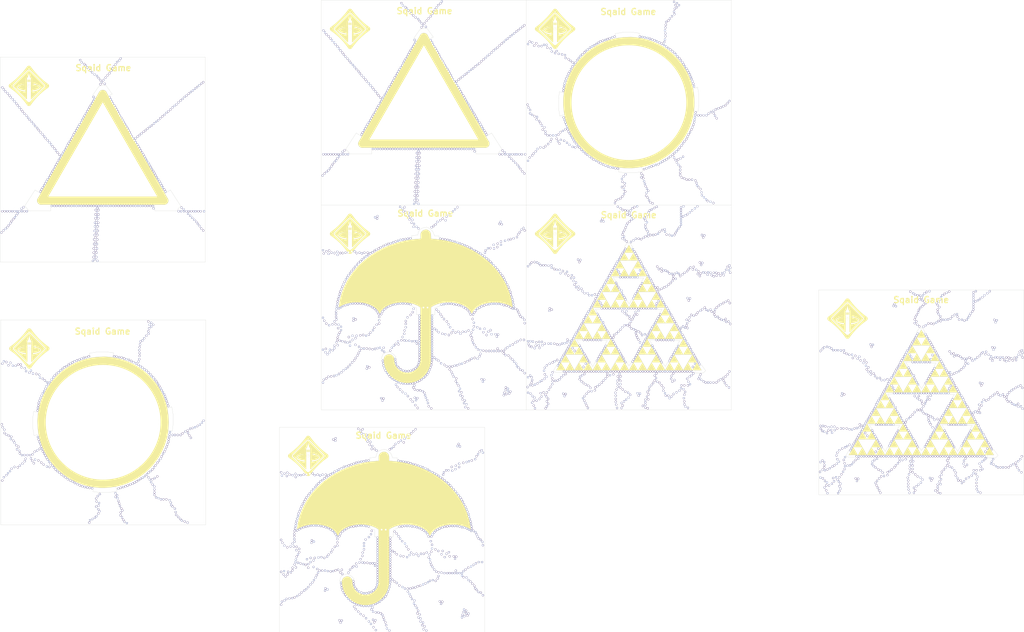
<source format=kicad_pcb>
(kicad_pcb (version 20240108) (generator "pcbnew") (generator_version "8.0")
  (layers (0 "F.Cu" signal) (31 "B.Cu" signal) (34 "B.Paste" user) (35 "F.Paste" user) (36 "B.SilkS" user "B.Silkscreen") (37 "F.SilkS" user "F.Silkscreen") (38 "B.Mask" user) (39 "F.Mask" user) (44 "Edge.Cuts" user))
  (net 0 "")
  (footprint "LOGO" (layer "F.Cu") (at 115 95)
    (property "Reference" "G***" (hide yes))
    (property "Value" "LOGO" (hide yes))
  )
  (footprint "LOGO" (layer "F.Cu") (at 165 95)
    (property "Reference" "G***" (hide yes))
    (property "Value" "LOGO" (hide yes))
  )
  (footprint "LOGO" (layer "F.Cu") (at 236.3 115.7)
    (property "Reference" "G***" (hide yes))
    (property "Value" "LOGO" (hide yes))
  )
  (footprint "LOGO" (layer "F.Cu") (at 115 45)
    (property "Reference" "G***" (hide yes))
    (property "Value" "LOGO" (hide yes))
  )
  (footprint "LOGO" (layer "F.Cu") (at 36.8 123)
    (property "Reference" "G***" (hide yes))
    (property "Value" "LOGO" (hide yes))
  )
  (footprint "LOGO" (layer "F.Cu") (at 165 45)
    (property "Reference" "G***" (hide yes))
    (property "Value" "LOGO" (hide yes))
  )
  (footprint "LOGO" (layer "F.Cu") (at 36.7 58.9)
    (property "Reference" "G***" (hide yes))
    (property "Value" "LOGO" (hide yes))
  )
  (footprint "LOGO" (layer "F.Cu") (at 104.8 149.2)
    (property "Reference" "G***" (hide yes))
    (property "Value" "LOGO" (hide yes))
  )
  (gr_poly (pts (xy 249.879209 133.7) (xy 247.671395 133.7) (xy 248.774707 131.787459)) (stroke (width -0.000001)) (fill solid) (layer "F.SilkS"))
  (gr_poly (pts (xy 197.368066 122.559924) (xy 195.160249 122.559924) (xy 196.263562 120.647782)) (stroke (width -0.000001)) (fill solid) (layer "F.SilkS"))
  (gr_poly (pts (xy 245.458419 141.347782) (xy 243.251 141.347782) (xy 244.353916 139.436035)) (stroke (width -0.000001)) (fill solid) (layer "F.SilkS"))
  (gr_poly (pts (xy 263.140787 133.7) (xy 260.93297 133.7) (xy 262.036681 131.787459)) (stroke (width -0.000001)) (fill solid) (layer "F.SilkS"))
  (gr_poly (pts (xy 250.985697 127.963173) (xy 248.777881 127.963173) (xy 249.881591 126.051426)) (stroke (width -0.000001)) (fill solid) (layer "F.SilkS"))
  (gr_poly (pts (xy 123.313345 148.186601) (xy 123.377711 148.191494) (xy 123.44114 148.199551) (xy 123.503552 148.210693) (xy 123.564869 148.224841) (xy 123.625009 148.241915) (xy 123.683895 148.261835) (xy 123.741445 148.284523) (xy 123.797582 148.309897) (xy 123.852224 148.337879) (xy 123.905293 148.368389) (xy 123.956709 148.401348) (xy 124.006392 148.436676) (xy 124.054263 148.474293) (xy 124.100243 148.51412) (xy 124.144251 148.556078) (xy 124.186209 148.600086) (xy 124.226036 148.646066) (xy 124.263653 148.693937) (xy 124.298981 148.74362) (xy 124.33194 148.795036) (xy 124.36245 148.848105) (xy 124.390432 148.902748) (xy 124.415806 148.958884) (xy 124.438493 149.016435) (xy 124.458413 149.07532) (xy 124.475487 149.135461) (xy 124.489635 149.196777) (xy 124.500778 149.25919) (xy 124.508835 149.322619) (xy 124.513728 149.386985) (xy 124.515376 149.452208) (xy 124.515376 150.399582) (xy 125.501638 150.469087) (xy 126.474628 150.576679) (xy 127.433324 150.721479) (xy 128.376701 150.902606) (xy 129.303735 151.119183) (xy 130.213402 151.370332) (xy 131.104679 151.655172) (xy 131.976542 151.972826) (xy 132.827966 152.322415) (xy 133.657928 152.703059) (xy 134.465405 153.11388) (xy 135.249371 153.554) (xy 136.008804 154.02254) (xy 136.742679 154.51862) (xy 137.449973 155.041362) (xy 138.129661 155.589887) (xy 138.78072 156.163317) (xy 139.402126 156.760773) (xy 139.992855 157.381376) (xy 140.551883 158.024247) (xy 141.078186 158.688507) (xy 141.570741 159.373278) (xy 142.028523 160.077681) (xy 142.450509 160.800837) (xy 142.835674 161.541867) (xy 143.182996 162.299893) (xy 143.491449 163.074036) (xy 143.760011 163.863417) (xy 143.987657 164.667157) (xy 144.173363 165.484377) (xy 144.316105 166.3142) (xy 144.414861 167.155745) (xy 144.21581 167.020287) (xy 144.004774 166.8914) (xy 143.782259 166.769383) (xy 143.54877 166.654534) (xy 143.304814 166.547154) (xy 143.050899 166.447541) (xy 142.78753 166.355995) (xy 142.515213 166.272815) (xy 142.234456 166.1983) (xy 141.945764 166.13275) (xy 141.649644 166.076463) (xy 141.346602 166.029739) (xy 141.037146 165.992878) (xy 140.72178 165.966177) (xy 140.401013 165.949938) (xy 140.075349 165.944458) (xy 139.822801 165.947748) (xy 139.573116 165.957525) (xy 139.32653 165.973651) (xy 139.083278 165.995986) (xy 138.843597 166.024392) (xy 138.607721 166.05873) (xy 138.375885 166.098862) (xy 138.148326 166.144648) (xy 137.925278 166.19595) (xy 137.706976 166.25263) (xy 137.493656 166.314547) (xy 137.285554 166.381564) (xy 137.082904 166.453542) (xy 136.885943 166.530341) (xy 136.694905 166.611824) (xy 136.510025 166.697851) (xy 136.33154 166.788284) (xy 136.159684 166.882984) (xy 135.994693 166.981812) (xy 135.836803 167.084629) (xy 135.686247 167.191297) (xy 135.543263 167.301677) (xy 135.408085 167.415629) (xy 135.280948 167.533016) (xy 135.162088 167.653698) (xy 135.051741 167.777537) (xy 134.950141 167.904394) (xy 134.857524 168.03413) (xy 134.774126 168.166607) (xy 134.700181 168.301685) (xy 134.635925 168.439226) (xy 134.581593 168.579091) (xy 134.356035 168.579091) (xy 134.302862 168.438304) (xy 134.239651 168.299842) (xy 134.084069 168.030458) (xy 133.891194 167.772062) (xy 133.66293 167.525781) (xy 133.401181 167.292738) (xy 133.107852 167.074058) (xy 132.784846 166.870867) (xy 132.434068 166.684288) (xy 132.057422 166.515448) (xy 131.656813 166.36547) (xy 131.234144 166.23548) (xy 130.79132 166.126602) (xy 130.330246 166.039961) (xy 129.852825 165.976682) (xy 129.360961 165.937889) (xy 128.85656 165.924709) (xy 128.530358 165.930224) (xy 128.209141 165.946566) (xy 127.89341 165.97343) (xy 127.583664 166.010511) (xy 127.280402 166.057502) (xy 126.984126 166.114098) (xy 126.695333 166.179995) (xy 126.414525 166.254886) (xy 126.1422 166.338467) (xy 125.878859 166.430432) (xy 125.625001 166.530475) (xy 125.381126 166.638291) (xy 125.147734 166.753575) (xy 124.925324 166.876022) (xy 124.714397 167.005325) (xy 124.515451 167.14118) (xy 124.515451 179.870934) (xy 124.507963 180.166159) (xy 124.485742 180.457562) (xy 124.449151 180.744776) (xy 124.398553 181.027439) (xy 124.334312 181.305186) (xy 124.256792 181.577654) (xy 124.166355 181.844479) (xy 124.063366 182.105297) (xy 123.948187 182.359744) (xy 123.821182 182.607456) (xy 123.682715 182.84807) (xy 123.533149 183.081221) (xy 123.372848 183.306546) (xy 123.202174 183.523681) (xy 123.021492 183.732262) (xy 122.831164 183.931925) (xy 122.631555 184.122306) (xy 122.423028 184.303041) (xy 122.205945 184.473767) (xy 121.980671 184.634119) (xy 121.747569 184.783735) (xy 121.507003 184.922249) (xy 121.259335 185.049298) (xy 121.00493 185.164519) (xy 120.74415 185.267547) (xy 120.47736 185.358018) (xy 120.204922 185.435569) (xy 119.927201 185.499836) (xy 119.644559 185.550455) (xy 119.35736 185.587061) (xy 119.065967 185.609292) (xy 118.770744 185.616783) (xy 118.475519 185.609292) (xy 118.184117 185.587061) (xy 117.896904 185.550455) (xy 117.614242 185.499836) (xy 117.336496 185.435569) (xy 117.06403 185.358018) (xy 116.797208 185.267547) (xy 116.536392 185.164519) (xy 116.281948 185.049299) (xy 116.034238 184.92225) (xy 115.793628 184.783736) (xy 115.56048 184.63412) (xy 115.335158 184.473768) (xy 115.118027 184.303042) (xy 114.90945 184.122307) (xy 114.709791 183.931926) (xy 114.519413 183.732263) (xy 114.338681 183.523682) (xy 114.167959 183.306548) (xy 114.00761 183.081223) (xy 113.857998 182.848071) (xy 113.719487 182.607458) (xy 113.59244 182.359745) (xy 113.477222 182.105298) (xy 113.374197 181.84448) (xy 113.283728 181.577655) (xy 113.206179 181.305187) (xy 113.141914 181.02744) (xy 113.091297 180.744777) (xy 113.054691 180.457562) (xy 113.032461 180.16616) (xy 113.02497 179.870934) (xy 113.026619 179.80571) (xy 113.031512 179.741344) (xy 113.039569 179.677915) (xy 113.050711 179.615503) (xy 113.064859 179.554187) (xy 113.081933 179.494046) (xy 113.101854 179.435161) (xy 113.124541 179.37761) (xy 113.149915 179.321474) (xy 113.177897 179.266831) (xy 113.208407 179.213762) (xy 113.241366 179.162346) (xy 113.276694 179.112663) (xy 113.314311 179.064792) (xy 113.354138 179.018812) (xy 113.396096 178.974804) (xy 113.440104 178.932846) (xy 113.486084 178.893019) (xy 113.533955 178.855402) (xy 113.583639 178.820074) (xy 113.635055 178.787116) (xy 113.688124 178.756605) (xy 113.742766 178.728623) (xy 113.798903 178.703249) (xy 113.856453 178.680562) (xy 113.915339 178.660642) (xy 113.97548 178.643568) (xy 114.036796 178.62942) (xy 114.099209 178.618278) (xy 114.162638 178.61022) (xy 114.227004 178.605328) (xy 114.292227 178.603679) (xy 114.357451 178.605328) (xy 114.421817 178.61022) (xy 114.485246 178.618278) (xy 114.547658 178.62942) (xy 114.608975 178.643568) (xy 114.669115 178.660642) (xy 114.728001 178.680562) (xy 114.785552 178.703249) (xy 114.841688 178.728623) (xy 114.896331 178.756605) (xy 114.9494 178.787116) (xy 115.000815 178.820074) (xy 115.050499 178.855402) (xy 115.09837 178.893019) (xy 115.14435 178.932846) (xy 115.188358 178.974804) (xy 115.230316 179.018812) (xy 115.270143 179.064792) (xy 115.30776 179.112663) (xy 115.343088 179.162346) (xy 115.376047 179.213762) (xy 115.406557 179.266831) (xy 115.434539 179.321474) (xy 115.459913 179.37761) (xy 115.4826 179.435161) (xy 115.50252 179.494046) (xy 115.519594 179.554187) (xy 115.533742 179.615503) (xy 115.544885 179.677915) (xy 115.552942 179.741344) (xy 115.557835 179.80571) (xy 115.559483 179.870934) (xy 115.56367 180.035892) (xy 115.576093 180.198715) (xy 115.59655 180.359199) (xy 115.624837 180.51714) (xy 115.660752 180.672335) (xy 115.704089 180.824582) (xy 115.754647 180.973675) (xy 115.812222 181.119413) (xy 115.87661 181.261591) (xy 115.947608 181.400007) (xy 116.025012 181.534456) (xy 116.10862 181.664736) (xy 116.198227 181.790644) (xy 116.293631 181.911975) (xy 116.394627 182.028527) (xy 116.501014 182.140096) (xy 116.612586 182.246478) (xy 116.729141 182.347471) (xy 116.850476 182.442872) (xy 116.976387 182.532475) (xy 117.10667 182.61608) (xy 117.241123 182.693481) (xy 117.379541 182.764476) (xy 117.521722 182.828861) (xy 117.667462 182.886433) (xy 117.816558 182.936988) (xy 117.968806 182.980324) (xy 118.124003 183.016236) (xy 118.281945 183.044522) (xy 118.44243 183.064978) (xy 118.605253 183.077401) (xy 118.770212 183.081587) (xy 118.935163 183.077401) (xy 119.09798 183.064979) (xy 119.258459 183.044524) (xy 119.416395 183.016239) (xy 119.571587 182.980328) (xy 119.72383 182.936995) (xy 119.872921 182.886441) (xy 120.018657 182.828871) (xy 120.160834 182.764488) (xy 120.299249 182.693496) (xy 120.433699 182.616097) (xy 120.563979 182.532495) (xy 120.689887 182.442893) (xy 120.81122 182.347495) (xy 120.927773 182.246504) (xy 121.039343 182.140123) (xy 121.145728 182.028556) (xy 121.246723 181.912005) (xy 121.342125 181.790675) (xy 121.431732 181.664768) (xy 121.515338 181.534489) (xy 121.592742 181.400039) (xy 121.663739 181.261623) (xy 121.728127 181.119444) (xy 121.785701 180.973705) (xy 121.836258 180.824609) (xy 121.879596 180.67236) (xy 121.91551 180.517161) (xy 121.943797 180.359216) (xy 121.964254 180.198727) (xy 121.976678 180.035899) (xy 121.980864 179.870934) (xy 121.980864 167.161922) (xy 121.781818 167.02598) (xy 121.57079 166.896589) (xy 121.348278 166.774055) (xy 121.114782 166.658684) (xy 120.8708 166.550783) (xy 120.616832 166.450658) (xy 120.353376 166.358615) (xy 120.080933 166.27496) (xy 119.8 166.2) (xy 119.511077 166.134041) (xy 119.214663 166.077389) (xy 118.911257 166.030351) (xy 118.601358 165.993232) (xy 118.285465 165.96634) (xy 117.964078 165.949979) (xy 117.637695 165.944458) (xy 117.385153 165.947748) (xy 117.135475 165.957525) (xy 116.888895 165.973651) (xy 116.645649 165.995986) (xy 116.405972 166.024392) (xy 116.170101 166.05873) (xy 115.93827 166.098862) (xy 115.710714 166.144648) (xy 115.487669 166.19595) (xy 115.26937 166.25263) (xy 115.056053 166.314547) (xy 114.847952 166.381564) (xy 114.645304 166.453542) (xy 114.448344 166.530341) (xy 114.257306 166.611824) (xy 114.072427 166.697851) (xy 113.893942 166.788284) (xy 113.722085 166.882984) (xy 113.557093 166.981812) (xy 113.399201 167.084629) (xy 113.248643 167.191297) (xy 113.105657 167.301677) (xy 112.970476 167.415629) (xy 112.843336 167.533016) (xy 112.724472 167.653698) (xy 112.614121 167.777537) (xy 112.512516 167.904394) (xy 112.419894 168.03413) (xy 112.33649 168.166607) (xy 112.26254 168.301685) (xy 112.198277 168.439226) (xy 112.143939 168.579091) (xy 111.918381 168.579091) (xy 111.865208 168.438304) (xy 111.801997 168.299842) (xy 111.646415 168.030458) (xy 111.45354 167.772062) (xy 111.225276 167.525781) (xy 110.963527 167.292738) (xy 110.670197 167.074058) (xy 110.347191 166.870867) (xy 109.996413 166.684288) (xy 109.619767 166.515448) (xy 109.219158 166.36547) (xy 108.796489 166.23548) (xy 108.353666 166.126602) (xy 107.892591 166.039961) (xy 107.41517 165.976682) (xy 106.923307 165.937889) (xy 106.418905 165.924709) (xy 106.093441 165.930182) (xy 105.77287 165.946403) (xy 105.457696 165.973072) (xy 105.148425 166.00989) (xy 104.845562 166.056557) (xy 104.549612 166.112775) (xy 104.261081 166.178244) (xy 103.980472 166.252665) (xy 103.708292 166.335739) (xy 103.445046 166.427166) (xy 103.191238 166.526648) (xy 102.947374 166.633884) (xy 102.713958 166.748576) (xy 102.491497 166.870425) (xy 102.280494 166.999131) (xy 102.081456 167.134395) (xy 102.181231 166.293787) (xy 102.324906 165.464901) (xy 102.511458 164.648616) (xy 102.739865 163.845808) (xy 103.009107 163.057354) (xy 103.31816 162.284131) (xy 103.666005 161.527016) (xy 104.051619 160.786887) (xy 104.473981 160.064619) (xy 104.932068 159.361091) (xy 105.42486 158.677179) (xy 105.951334 158.01376) (xy 106.510469 157.371712) (xy 107.101244 156.751911) (xy 108.373625 155.582558) (xy 109.760304 154.512719) (xy 111.253108 153.54941) (xy 112.843864 152.699646) (xy 114.524399 151.970445) (xy 116.286539 151.368821) (xy 118.122113 150.901792) (xy 119.064883 150.720943) (xy 120.022946 150.576373) (xy 120.995281 150.468961) (xy 121.980865 150.399582) (xy 121.980865 149.452208) (xy 121.982514 149.386985) (xy 121.987407 149.322619) (xy 121.995464 149.25919) (xy 122.006607 149.196777) (xy 122.020755 149.135461) (xy 122.037829 149.07532) (xy 122.057749 149.016435) (xy 122.080436 148.958884) (xy 122.10581 148.902748) (xy 122.133792 148.848105) (xy 122.164303 148.795036) (xy 122.197261 148.74362) (xy 122.232589 148.693937) (xy 122.270206 148.646066) (xy 122.310034 148.600086) (xy 122.351991 148.556078) (xy 122.396 148.51412) (xy 122.441979 148.474293) (xy 122.489851 148.436676) (xy 122.539534 148.401348) (xy 122.59095 148.368389) (xy 122.644019 148.337879) (xy 122.698661 148.309897) (xy 122.754798 148.284523) (xy 122.812348 148.261835) (xy 122.871234 148.241915) (xy 122.931375 148.224841) (xy 122.992691 148.210693) (xy 123.055103 148.199551) (xy 123.118532 148.191494) (xy 123.182898 148.186601) (xy 123.248122 148.184952)) (stroke (width -0.000001)) (fill solid) (layer "F.SilkS"))
  (gr_poly (pts (xy 256.507816 148.996355) (xy 254.3 148.996355) (xy 255.403312 147.084608)) (stroke (width -0.000001)) (fill solid) (layer "F.SilkS"))
  (gr_poly (pts (xy 185.207418 105.351426) (xy 182.999206 105.351426) (xy 184.102518 103.438886)) (stroke (width -0.000001)) (fill solid) (layer "F.SilkS"))
  (gr_poly (pts (xy 258.720395 133.7) (xy 256.511785 133.7) (xy 257.615494 131.787459)) (stroke (width -0.000001)) (fill solid) (layer "F.SilkS"))
  (gr_poly (pts (xy 246.565303 135.611747) (xy 244.357091 135.611747) (xy 245.460801 133.7)) (stroke (width -0.000001)) (fill solid) (layer "F.SilkS"))
  (gr_poly (pts (xy 188.526881 107.263173) (xy 186.318668 107.263173) (xy 187.422775 105.351426)) (stroke (width -0.000001)) (fill solid) (layer "F.SilkS"))
  (gr_poly (pts (xy 245.458816 148.996355) (xy 243.251397 148.996355) (xy 244.354313 147.084608)) (stroke (width -0.000001)) (fill solid) (layer "F.SilkS"))
  (gr_poly (pts (xy 178.577621 124.471671) (xy 176.369409 124.471671) (xy 177.473119 122.559924)) (stroke (width -0.000001)) (fill solid) (layer "F.SilkS"))
  (gr_line (start 118 73) (end 133 47.019238) (stroke (width 2)) (layer "F.SilkS"))
  (gr_poly (pts (xy 256.507418 126.051426) (xy 254.299206 126.051426) (xy 255.402518 124.138886)) (stroke (width -0.000001)) (fill solid) (layer "F.SilkS"))
  (gr_poly (pts (xy 186.316288 126.384608) (xy 184.108472 126.384608) (xy 185.211785 124.471671)) (stroke (width -0.000001)) (fill solid) (layer "F.SilkS"))
  (gr_poly (pts (xy 180.789803 124.471671) (xy 178.582385 124.471671) (xy 179.684903 122.559924)) (stroke (width -0.000001)) (fill solid) (layer "F.SilkS"))
  (gr_poly (pts (xy 173.05471 118.736035) (xy 170.846498 118.736035) (xy 171.950604 116.823494)) (stroke (width -0.000001)) (fill solid) (layer "F.SilkS"))
  (gr_poly (pts (xy 262.036681 139.436035) (xy 259.828469 139.436035) (xy 260.932177 137.523494)) (stroke (width -0.000001)) (fill solid) (layer "F.SilkS"))
  (gr_poly (pts (xy 171.945841 120.647782) (xy 169.738026 120.647782) (xy 170.841735 118.736035)) (stroke (width -0.000001)) (fill solid) (layer "F.SilkS"))
  (gr_poly (pts (xy 179.685697 107.263173) (xy 177.477881 107.263173) (xy 178.581591 105.351426)) (stroke (width -0.000001)) (fill solid) (layer "F.SilkS"))
  (gr_poly (pts (xy 265.348601 141.347782) (xy 263.139994 141.347782) (xy 264.2441 139.436035)) (stroke (width -0.000001)) (fill solid) (layer "F.SilkS"))
  (gr_poly (pts (xy 269.769391 148.996355) (xy 267.561182 148.996355) (xy 268.66489 147.084608)) (stroke (width -0.000001)) (fill solid) (layer "F.SilkS"))
  (gr_poly (pts (xy 174.158816 128.296355) (xy 171.951397 128.296355) (xy 173.054313 126.384608)) (stroke (width -0.000001)) (fill solid) (layer "F.SilkS"))
  (gr_poly (pts (xy 242.14491 143.259924) (xy 239.936697 143.259924) (xy 241.040407 141.347782)) (stroke (width -0.000001)) (fill solid) (layer "F.SilkS"))
  (gr_poly (pts (xy 257.615494 124.138886) (xy 255.407678 124.138886) (xy 256.51099 122.226742)) (stroke (width -0.000001)) (fill solid) (layer "F.SilkS"))
  (gr_poly (pts (xy 194.050984 116.823494) (xy 191.843167 116.823494) (xy 192.946478 114.911747)) (stroke (width -0.000001)) (fill solid) (layer "F.SilkS"))
  (gr_poly (pts (xy 174.158419 120.647782) (xy 171.951 120.647782) (xy 173.053916 118.736035)) (stroke (width -0.000001)) (fill solid) (layer "F.SilkS"))
  (gr_poly (pts (xy 169.736438 124.471671) (xy 167.528226 124.471671) (xy 168.631935 122.559924)) (stroke (width -0.000001)) (fill solid) (layer "F.SilkS"))
  (gr_poly (pts (xy 189.63059 124.471671) (xy 187.423568 124.471671) (xy 188.526086 122.559924)) (stroke (width -0.000001)) (fill solid) (layer "F.SilkS"))
  (gr_poly (pts (xy 176.366631 113) (xy 174.158816 113) (xy 175.262525 111.087459)) (stroke (width -0.000001)) (fill solid) (layer "F.SilkS"))
  (gr_poly (pts (xy 186.315494 103.438886) (xy 184.107678 103.438886) (xy 185.21099 101.526742)) (stroke (width -0.000001)) (fill solid) (layer "F.SilkS"))
  (gr_poly (pts (xy 258.720395 148.996355) (xy 256.512578 148.996355) (xy 257.615494 147.084608)) (stroke (width -0.000001)) (fill solid) (layer "F.SilkS"))
  (gr_poly (pts (xy 258.718409 129.875316) (xy 256.510197 129.875316) (xy 257.614303 127.963173)) (stroke (width -0.000001)) (fill solid) (layer "F.SilkS"))
  (gr_poly (pts (xy 260.928206 133.7) (xy 258.720395 133.7) (xy 259.823706 131.787459)) (stroke (width -0.000001)) (fill solid) (layer "F.SilkS"))
  (gr_poly (pts (xy 190.736681 126.384608) (xy 188.528469 126.384608) (xy 189.632177 124.471671)) (stroke (width -0.000001)) (fill solid) (layer "F.SilkS"))
  (gr_poly (pts (xy 187.420395 105.351426) (xy 185.211785 105.351426) (xy 186.315494 103.438886)) (stroke (width -0.000001)) (fill solid) (layer "F.SilkS"))
  (gr_poly (pts (xy 187.420395 128.296355) (xy 185.212578 128.296355) (xy 186.315494 126.384608)) (stroke (width -0.000001)) (fill solid) (layer "F.SilkS"))
  (gr_poly (pts (xy 243.245841 141.347782) (xy 241.038026 141.347782) (xy 242.141735 139.436035)) (stroke (width -0.000001)) (fill solid) (layer "F.SilkS"))
  (gr_poly (pts (xy 180.787025 128.296355) (xy 178.579209 128.296355) (xy 179.682919 126.384608)) (stroke (width -0.000001)) (fill solid) (layer "F.SilkS"))
  (gr_poly (pts (xy 257.616288 147.084608) (xy 255.408472 147.084608) (xy 256.511785 145.171671)) (stroke (width -0.000001)) (fill solid) (layer "F.SilkS"))
  (gr_poly (pts (xy 198.471774 124.471671) (xy 196.264355 124.471671) (xy 197.367271 122.559924)) (stroke (width -0.000001)) (fill solid) (layer "F.SilkS"))
  (gr_circle (center 183 63) (end 198 63) (stroke (width 2)) (fill none) (layer "F.SilkS"))
  (gr_poly (pts (xy 252.087025 133.7) (xy 249.879209 133.7) (xy 250.982919 131.787459)) (stroke (width -0.000001)) (fill solid) (layer "F.SilkS"))
  (gr_poly (pts (xy 198.469391 128.296355) (xy 196.261182 128.296355) (xy 197.36489 126.384608)) (stroke (width -0.000001)) (fill solid) (layer "F.SilkS"))
  (gr_poly (pts (xy 266.457868 147.084608) (xy 264.249259 147.084608) (xy 265.353365 145.171671)) (stroke (width -0.000001)) (fill solid) (layer "F.SilkS"))
  (gr_poly (pts (xy 263.140787 148.996355) (xy 260.93297 148.996355) (xy 262.036681 147.084608)) (stroke (width -0.000001)) (fill solid) (layer "F.SilkS"))
  (gr_poly (pts (xy 176.366631 120.647782) (xy 174.158419 120.647782) (xy 175.262129 118.736035)) (stroke (width -0.000001)) (fill solid) (layer "F.SilkS"))
  (gr_poly (pts (xy 185.207816 128.296355) (xy 183 128.296355) (xy 184.103312 126.384608)) (stroke (width -0.000001)) (fill solid) (layer "F.SilkS"))
  (gr_poly (pts (xy 188.526881 122.559924) (xy 186.318668 122.559924) (xy 187.422775 120.647782)) (stroke (width -0.000001)) (fill solid) (layer "F.SilkS"))
  (gr_poly (pts (xy 189.628206 120.647782) (xy 187.420395 120.647782) (xy 188.523706 118.736035)) (stroke (width -0.000001)) (fill solid) (layer "F.SilkS"))
  (gr_poly (pts (xy 265.348601 148.996355) (xy 263.140787 148.996355) (xy 264.244893 147.084608)) (stroke (width -0.000001)) (fill solid) (layer "F.SilkS"))
  (gr_poly (pts (xy 268.668066 143.259924) (xy 266.460249 143.259924) (xy 267.563562 141.347782)) (stroke (width -0.000001)) (fill solid) (layer "F.SilkS"))
  (gr_poly (pts (xy 167.525845 128.296355) (xy 165.317632 128.296355) (xy 166.421342 126.384608)) (stroke (width -0.000001)) (fill solid) (layer "F.SilkS"))
  (gr_line (start 39.7 86.9) (end 54.7 60.919238) (stroke (width 2)) (layer "F.SilkS"))
  (gr_poly (pts (xy 263.139994 141.347782) (xy 260.93297 141.347782) (xy 262.035886 139.436035)) (stroke (width -0.000001)) (fill solid) (layer "F.SilkS"))
  (gr_poly (pts (xy 176.366631 128.296355) (xy 174.158816 128.296355) (xy 175.262129 126.384608)) (stroke (width -0.000001)) (fill solid) (layer "F.SilkS"))
  (gr_poly (pts (xy 195.156675 118.736035) (xy 192.948466 118.736035) (xy 194.052569 116.823494)) (stroke (width -0.000001)) (fill solid) (layer "F.SilkS"))
  (gr_poly (pts (xy 253.195496 147.084608) (xy 250.987681 147.084608) (xy 252.091392 145.171671)) (stroke (width -0.000001)) (fill solid) (layer "F.SilkS"))
  (gr_poly (pts (xy 260.93059 145.171671) (xy 258.723568 145.171671) (xy 259.826086 143.259924)) (stroke (width -0.000001)) (fill solid) (layer "F.SilkS"))
  (gr_poly (pts (xy 191.840787 113) (xy 189.63297 113) (xy 190.736681 111.087459)) (stroke (width -0.000001)) (fill solid) (layer "F.SilkS"))
  (gr_poly (pts (xy 176.369013 116.823494) (xy 174.161594 116.823494) (xy 175.264511 114.911747)) (stroke (width -0.000001)) (fill solid) (layer "F.SilkS"))
  (gr_poly (pts (xy 187.418409 124.471671) (xy 185.210197 124.471671) (xy 186.314303 122.559924)) (stroke (width -0.000001)) (fill solid) (layer "F.SilkS"))
  (gr_poly (pts (xy 196.259594 124.471671) (xy 194.051777 124.471671) (xy 195.15509 122.559924)) (stroke (width -0.000001)) (fill solid) (layer "F.SilkS"))
  (gr_poly (pts (xy 256.507418 133.7) (xy 254.3 133.7) (xy 255.403312 131.787459)) (stroke (width -0.000001)) (fill solid) (layer "F.SilkS"))
  (gr_poly (pts (xy 177.475501 126.384608) (xy 175.267289 126.384608) (xy 176.370997 124.471671)) (stroke (width -0.000001)) (fill solid) (layer "F.SilkS"))
  (gr_poly (pts (xy 260.928206 148.996355) (xy 258.720395 148.996355) (xy 259.823706 147.084608)) (stroke (width -0.000001)) (fill solid) (layer "F.SilkS"))
  (gr_poly (pts (xy 191.838804 116.823494) (xy 189.63059 116.823494) (xy 190.734298 114.911747)) (stroke (width -0.000001)) (fill solid) (layer "F.SilkS"))
  (gr_poly (pts (xy 267.561182 141.347782) (xy 265.353365 141.347782) (xy 266.456675 139.436035)) (stroke (width -0.000001)) (fill solid) (layer "F.SilkS"))
  (gr_poly (pts (xy 178.577621 109.175316) (xy 176.369409 109.175316) (xy 177.473119 107.263173)) (stroke (width -0.000001)) (fill solid) (layer "F.SilkS"))
  (gr_poly (pts (xy 243.246238 148.996355) (xy 241.038422 148.996355) (xy 242.142132 147.084608)) (stroke (width -0.000001)) (fill solid) (layer "F.SilkS"))
  (gr_poly (pts (xy 173.05471 126.384608) (xy 170.846498 126.384608) (xy 171.950604 124.471671)) (stroke (width -0.000001)) (fill solid) (layer "F.SilkS"))
  (gr_poly (pts (xy 174.156832 116.823494) (xy 171.948619 116.823494) (xy 173.052726 114.911747)) (stroke (width -0.000001)) (fill solid) (layer "F.SilkS"))
  (gr_poly (pts (xy 184.105694 99.614995) (xy 181.897878 99.614995) (xy 183.001588 97.702852)) (stroke (width -0.000001)) (fill solid) (layer "F.SilkS"))
  (gr_poly (pts (xy 254.297618 122.226742) (xy 252.089803 122.226742) (xy 253.193115 120.314995)) (stroke (width -0.000001)) (fill solid) (layer "F.SilkS"))
  (gr_line (start 148 73) (end 118 73) (stroke (width 2)) (layer "F.SilkS"))
  (gr_poly (pts (xy 181.895496 126.384608) (xy 179.687681 126.384608) (xy 180.791392 124.471671)) (stroke (width -0.000001)) (fill solid) (layer "F.SilkS"))
  (gr_poly (pts (xy 249.877621 145.171671) (xy 247.669409 145.171671) (xy 248.773119 143.259924)) (stroke (width -0.000001)) (fill solid) (layer "F.SilkS"))
  (gr_poly (pts (xy 252.089803 129.875316) (xy 249.882385 129.875316) (xy 250.984903 127.963173)) (stroke (width -0.000001)) (fill solid) (layer "F.SilkS"))
  (gr_poly (pts (xy 267.559594 145.171671) (xy 265.351777 145.171671) (xy 266.45509 143.259924)) (stroke (width -0.000001)) (fill solid) (layer "F.SilkS"))
  (gr_poly (pts (xy 249.879209 148.996355) (xy 247.671395 148.996355) (xy 248.774707 147.084608)) (stroke (width -0.000001)) (fill solid) (layer "F.SilkS"))
  (gr_poly (pts (xy 252.087025 126.051426) (xy 249.879209 126.051426) (xy 250.982919 124.138886)) (stroke (width -0.000001)) (fill solid) (layer "F.SilkS"))
  (gr_poly (pts (xy 178.579209 113) (xy 176.371395 113) (xy 177.474707 111.087459)) (stroke (width -0.000001)) (fill solid) (layer "F.SilkS"))
  (gr_poly (pts (xy 249.877621 129.875316) (xy 247.669409 129.875316) (xy 248.773119 127.963173)) (stroke (width -0.000001)) (fill solid) (layer "F.SilkS"))
  (gr_poly (pts (xy 269.771774 145.171671) (xy 267.564355 145.171671) (xy 268.667271 143.259924)) (stroke (width -0.000001)) (fill solid) (layer "F.SilkS"))
  (gr_poly (pts (xy 247.666631 141.347782) (xy 245.458419 141.347782) (xy 246.562129 139.436035)) (stroke (width -0.000001)) (fill solid) (layer "F.SilkS"))
  (gr_poly (pts (xy 194.048601 128.296355) (xy 191.840787 128.296355) (xy 192.944893 126.384608)) (stroke (width -0.000001)) (fill solid) (layer "F.SilkS"))
  (gr_poly (pts (xy 248.775501 131.787459) (xy 246.567289 131.787459) (xy 247.670997 129.875316)) (stroke (width -0.000001)) (fill solid) (layer "F.SilkS"))
  (gr_poly (pts (xy 247.666631 148.996355) (xy 245.458816 148.996355) (xy 246.562129 147.084608)) (stroke (width -0.000001)) (fill solid) (layer "F.SilkS"))
  (gr_poly (pts (xy 247.666631 133.7) (xy 245.458816 133.7) (xy 246.562525 131.787459)) (stroke (width -0.000001)) (fill solid) (layer "F.SilkS"))
  (gr_poly (pts (xy 199.577866 126.384608) (xy 197.369654 126.384608) (xy 198.473362 124.471671)) (stroke (width -0.000001)) (fill solid) (layer "F.SilkS"))
  (gr_poly (pts (xy 253.195496 124.138886) (xy 250.987681 124.138886) (xy 252.091392 122.226742)) (stroke (width -0.000001)) (fill solid) (layer "F.SilkS"))
  (gr_poly (pts (xy 249.879607 141.347782) (xy 247.671395 141.347782) (xy 248.775103 139.436035)) (stroke (width -0.000001)) (fill solid) (layer "F.SilkS"))
  (gr_poly (pts (xy 196.261182 120.647782) (xy 194.053365 120.647782) (xy 195.156675 118.736035)) (stroke (width -0.000001)) (fill solid) (layer "F.SilkS"))
  (gr_poly (pts (xy 180.789803 109.175316) (xy 178.582385 109.175316) (xy 179.684903 107.263173)) (stroke (width -0.000001)) (fill solid) (layer "F.SilkS"))
  (gr_poly (pts (xy 266.456675 139.436035) (xy 264.248466 139.436035) (xy 265.352569 137.523494)) (stroke (width -0.000001)) (fill solid) (layer "F.SilkS"))
  (gr_poly (pts (xy 133.513345 93.986601) (xy 133.577711 93.991494) (xy 133.64114 93.999551) (xy 133.703552 94.010693) (xy 133.764869 94.024841) (xy 133.825009 94.041915) (xy 133.883895 94.061835) (xy 133.941445 94.084523) (xy 133.997582 94.109897) (xy 134.052224 94.137879) (xy 134.105293 94.168389) (xy 134.156709 94.201348) (xy 134.206392 94.236676) (xy 134.254263 94.274293) (xy 134.300243 94.31412) (xy 134.344251 94.356078) (xy 134.386209 94.400086) (xy 134.426036 94.446066) (xy 134.463653 94.493937) (xy 134.498981 94.54362) (xy 134.53194 94.595036) (xy 134.56245 94.648105) (xy 134.590432 94.702748) (xy 134.615806 94.758884) (xy 134.638493 94.816435) (xy 134.658413 94.87532) (xy 134.675487 94.935461) (xy 134.689635 94.996777) (xy 134.700778 95.05919) (xy 134.708835 95.122619) (xy 134.713728 95.186985) (xy 134.715376 95.252208) (xy 134.715376 96.199582) (xy 135.701638 96.269087) (xy 136.674628 96.376679) (xy 137.633324 96.521479) (xy 138.576701 96.702606) (xy 139.503735 96.919183) (xy 140.413402 97.170332) (xy 141.304679 97.455172) (xy 142.176542 97.772826) (xy 143.027966 98.122415) (xy 143.857928 98.503059) (xy 144.665405 98.91388) (xy 145.449371 99.354) (xy 146.208804 99.82254) (xy 146.942679 100.31862) (xy 147.649973 100.841362) (xy 148.329661 101.389887) (xy 148.98072 101.963317) (xy 149.602126 102.560773) (xy 150.192855 103.181376) (xy 150.751883 103.824247) (xy 151.278186 104.488507) (xy 151.770741 105.173278) (xy 152.228523 105.877681) (xy 152.650509 106.600837) (xy 153.035674 107.341867) (xy 153.382996 108.099893) (xy 153.691449 108.874036) (xy 153.960011 109.663417) (xy 154.187657 110.467157) (xy 154.373363 111.284377) (xy 154.516105 112.1142) (xy 154.614861 112.955745) (xy 154.41581 112.820287) (xy 154.204774 112.6914) (xy 153.982259 112.569383) (xy 153.74877 112.454534) (xy 153.504814 112.347154) (xy 153.250899 112.247541) (xy 152.98753 112.155995) (xy 152.715213 112.072815) (xy 152.434456 111.9983) (xy 152.145764 111.93275) (xy 151.849644 111.876463) (xy 151.546602 111.829739) (xy 151.237146 111.792878) (xy 150.92178 111.766177) (xy 150.601013 111.749938) (xy 150.275349 111.744458) (xy 150.022801 111.747748) (xy 149.773116 111.757525) (xy 149.52653 111.773651) (xy 149.283278 111.795986) (xy 149.043597 111.824392) (xy 148.807721 111.85873) (xy 148.575885 111.898862) (xy 148.348326 111.944648) (xy 148.125278 111.99595) (xy 147.906976 112.05263) (xy 147.693656 112.114547) (xy 147.485554 112.181564) (xy 147.282904 112.253542) (xy 147.085943 112.330341) (xy 146.894905 112.411824) (xy 146.710025 112.497851) (xy 146.53154 112.588284) (xy 146.359684 112.682984) (xy 146.194693 112.781812) (xy 146.036803 112.884629) (xy 145.886247 112.991297) (xy 145.743263 113.101677) (xy 145.608085 113.215629) (xy 145.480948 113.333016) (xy 145.362088 113.453698) (xy 145.251741 113.577537) (xy 145.150141 113.704394) (xy 145.057524 113.83413) (xy 144.974126 113.966607) (xy 144.900181 114.101685) (xy 144.835925 114.239226) (xy 144.781593 114.379091) (xy 144.556035 114.379091) (xy 144.502862 114.238304) (xy 144.439651 114.099842) (xy 144.284069 113.830458) (xy 144.091194 113.572062) (xy 143.86293 113.325781) (xy 143.601181 113.092738) (xy 143.307852 112.874058) (xy 142.984846 112.670867) (xy 142.634068 112.484288) (xy 142.257422 112.315448) (xy 141.856813 112.16547) (xy 141.434144 112.03548) (xy 140.99132 111.926602) (xy 140.530246 111.839961) (xy 140.052825 111.776682) (xy 139.560961 111.737889) (xy 139.05656 111.724709) (xy 138.730358 111.730224) (xy 138.409141 111.746566) (xy 138.09341 111.77343) (xy 137.783664 111.810511) (xy 137.480402 111.857502) (xy 137.184126 111.914098) (xy 136.895333 111.979995) (xy 136.614525 112.054886) (xy 136.3422 112.138467) (xy 136.078859 112.230432) (xy 135.825001 112.330475) (xy 135.581126 112.438291) (xy 135.347734 112.553575) (xy 135.125324 112.676022) (xy 134.914397 112.805325) (xy 134.715451 112.94118) (xy 134.715451 125.670934) (xy 134.707963 125.966159) (xy 134.685742 126.257562) (xy 134.649151 126.544776) (xy 134.598553 126.827439) (xy 134.534312 127.105186) (xy 134.456792 127.377654) (xy 134.366355 127.644479) (xy 134.263366 127.905297) (xy 134.148187 128.159744) (xy 134.021182 128.407456) (xy 133.882715 128.64807) (xy 133.733149 128.881221) (xy 133.572848 129.106546) (xy 133.402174 129.323681) (xy 133.221492 129.532262) (xy 133.031164 129.731925) (xy 132.831555 129.922306) (xy 132.623028 130.103041) (xy 132.405945 130.273767) (xy 132.180671 130.434119) (xy 131.947569 130.583735) (xy 131.707003 130.722249) (xy 131.459335 130.849298) (xy 131.20493 130.964519) (xy 130.94415 131.067547) (xy 130.67736 131.158018) (xy 130.404922 131.235569) (xy 130.127201 131.299836) (xy 129.844559 131.350455) (xy 129.55736 131.387061) (xy 129.265967 131.409292) (xy 128.970744 131.416783) (xy 128.675519 131.409292) (xy 128.384117 131.387061) (xy 128.096904 131.350455) (xy 127.814242 131.299836) (xy 127.536496 131.235569) (xy 127.26403 131.158018) (xy 126.997208 131.067547) (xy 126.736392 130.964519) (xy 126.481948 130.849299) (xy 126.234238 130.72225) (xy 125.993628 130.583736) (xy 125.76048 130.43412) (xy 125.535158 130.273768) (xy 125.318027 130.103042) (xy 125.10945 129.922307) (xy 124.909791 129.731926) (xy 124.719413 129.532263) (xy 124.538681 129.323682) (xy 124.367959 129.106548) (xy 124.20761 128.881223) (xy 124.057998 128.648071) (xy 123.919487 128.407458) (xy 123.79244 128.159745) (xy 123.677222 127.905298) (xy 123.574197 127.64448) (xy 123.483728 127.377655) (xy 123.406179 127.105187) (xy 123.341914 126.82744) (xy 123.291297 126.544777) (xy 123.254691 126.257562) (xy 123.232461 125.96616) (xy 123.22497 125.670934) (xy 123.226619 125.60571) (xy 123.231512 125.541344) (xy 123.239569 125.477915) (xy 123.250711 125.415503) (xy 123.264859 125.354187) (xy 123.281933 125.294046) (xy 123.301854 125.235161) (xy 123.324541 125.17761) (xy 123.349915 125.121474) (xy 123.377897 125.066831) (xy 123.408407 125.013762) (xy 123.441366 124.962346) (xy 123.476694 124.912663) (xy 123.514311 124.864792) (xy 123.554138 124.818812) (xy 123.596096 124.774804) (xy 123.640104 124.732846) (xy 123.686084 124.693019) (xy 123.733955 124.655402) (xy 123.783639 124.620074) (xy 123.835055 124.587116) (xy 123.888124 124.556605) (xy 123.942766 124.528623) (xy 123.998903 124.503249) (xy 124.056453 124.480562) (xy 124.115339 124.460642) (xy 124.17548 124.443568) (xy 124.236796 124.42942) (xy 124.299209 124.418278) (xy 124.362638 124.41022) (xy 124.427004 124.405328) (xy 124.492227 124.403679) (xy 124.557451 124.405328) (xy 124.621817 124.41022) (xy 124.685246 124.418278) (xy 124.747658 124.42942) (xy 124.808975 124.443568) (xy 124.869115 124.460642) (xy 124.928001 124.480562) (xy 124.985552 124.503249) (xy 125.041688 124.528623) (xy 125.096331 124.556605) (xy 125.1494 124.587116) (xy 125.200815 124.620074) (xy 125.250499 124.655402) (xy 125.29837 124.693019) (xy 125.34435 124.732846) (xy 125.388358 124.774804) (xy 125.430316 124.818812) (xy 125.470143 124.864792) (xy 125.50776 124.912663) (xy 125.543088 124.962346) (xy 125.576047 125.013762) (xy 125.606557 125.066831) (xy 125.634539 125.121474) (xy 125.659913 125.17761) (xy 125.6826 125.235161) (xy 125.70252 125.294046) (xy 125.719594 125.354187) (xy 125.733742 125.415503) (xy 125.744885 125.477915) (xy 125.752942 125.541344) (xy 125.757835 125.60571) (xy 125.759483 125.670934) (xy 125.76367 125.835892) (xy 125.776093 125.998715) (xy 125.79655 126.159199) (xy 125.824837 126.31714) (xy 125.860752 126.472335) (xy 125.904089 126.624582) (xy 125.954647 126.773675) (xy 126.012222 126.919413) (xy 126.07661 127.061591) (xy 126.147608 127.200007) (xy 126.225012 127.334456) (xy 126.30862 127.464736) (xy 126.398227 127.590644) (xy 126.493631 127.711975) (xy 126.594627 127.828527) (xy 126.701014 127.940096) (xy 126.812586 128.046478) (xy 126.929141 128.147471) (xy 127.050476 128.242872) (xy 127.176387 128.332475) (xy 127.30667 128.41608) (xy 127.441123 128.493481) (xy 127.579541 128.564476) (xy 127.721722 128.628861) (xy 127.867462 128.686433) (xy 128.016558 128.736988) (xy 128.168806 128.780324) (xy 128.324003 128.816236) (xy 128.481945 128.844522) (xy 128.64243 128.864978) (xy 128.805253 128.877401) (xy 128.970212 128.881587) (xy 129.135163 128.877401) (xy 129.29798 128.864979) (xy 129.458459 128.844524) (xy 129.616395 128.816239) (xy 129.771587 128.780328) (xy 129.92383 128.736995) (xy 130.072921 128.686441) (xy 130.218657 128.628871) (xy 130.360834 128.564488) (xy 130.499249 128.493496) (xy 130.633699 128.416097) (xy 130.763979 128.332495) (xy 130.889887 128.242893) (xy 131.01122 128.147495) (xy 131.127773 128.046504) (xy 131.239343 127.940123) (xy 131.345728 127.828556) (xy 131.446723 127.712005) (xy 131.542125 127.590675) (xy 131.631732 127.464768) (xy 131.715338 127.334489) (xy 131.792742 127.200039) (xy 131.863739 127.061623) (xy 131.928127 126.919444) (xy 131.985701 126.773705) (xy 132.036258 126.624609) (xy 132.079596 126.47236) (xy 132.11551 126.317161) (xy 132.143797 126.159216) (xy 132.164254 125.998727) (xy 132.176678 125.835899) (xy 132.180864 125.670934) (xy 132.180864 112.961922) (xy 131.981818 112.82598) (xy 131.77079 112.696589) (xy 131.548278 112.574055) (xy 131.314782 112.458684) (xy 131.0708 112.350783) (xy 130.816832 112.250658) (xy 130.553376 112.158615) (xy 130.280933 112.07496) (xy 130 112) (xy 129.711077 111.934041) (xy 129.414663 111.877389) (xy 129.111257 111.830351) (xy 128.801358 111.793232) (xy 128.485465 111.76634) (xy 128.164078 111.749979) (xy 127.837695 111.744458) (xy 127.585153 111.747748) (xy 127.335475 111.757525) (xy 127.088895 111.773651) (xy 126.845649 111.795986) (xy 126.605972 111.824392) (xy 126.370101 111.85873) (xy 126.13827 111.898862) (xy 125.910714 111.944648) (xy 125.687669 111.99595) (xy 125.46937 112.05263) (xy 125.256053 112.114547) (xy 125.047952 112.181564) (xy 124.845304 112.253542) (xy 124.648344 112.330341) (xy 124.457306 112.411824) (xy 124.272427 112.497851) (xy 124.093942 112.588284) (xy 123.922085 112.682984) (xy 123.757093 112.781812) (xy 123.599201 112.884629) (xy 123.448643 112.991297) (xy 123.305657 113.101677) (xy 123.170476 113.215629) (xy 123.043336 113.333016) (xy 122.924472 113.453698) (xy 122.814121 113.577537) (xy 122.712516 113.704394) (xy 122.619894 113.83413) (xy 122.53649 113.966607) (xy 122.46254 114.101685) (xy 122.398277 114.239226) (xy 122.343939 114.379091) (xy 122.118381 114.379091) (xy 122.065208 114.238304) (xy 122.001997 114.099842) (xy 121.846415 113.830458) (xy 121.65354 113.572062) (xy 121.425276 113.325781) (xy 121.163527 113.092738) (xy 120.870197 112.874058) (xy 120.547191 112.670867) (xy 120.196413 112.484288) (xy 119.819767 112.315448) (xy 119.419158 112.16547) (xy 118.996489 112.03548) (xy 118.553666 111.926602) (xy 118.092591 111.839961) (xy 117.61517 111.776682) (xy 117.123307 111.737889) (xy 116.618905 111.724709) (xy 116.293441 111.730182) (xy 115.97287 111.746403) (xy 115.657696 111.773072) (xy 115.348425 111.80989) (xy 115.045562 111.856557) (xy 114.749612 111.912775) (xy 114.461081 111.978244) (xy 114.180472 112.052665) (xy 113.908292 112.135739) (xy 113.645046 112.227166) (xy 113.391238 112.326648) (xy 113.147374 112.433884) (xy 112.913958 112.548576) (xy 112.691497 112.670425) (xy 112.480494 112.799131) (xy 112.281456 112.934395) (xy 112.381231 112.093787) (xy 112.524906 111.264901) (xy 112.711458 110.448616) (xy 112.939865 109.645808) (xy 113.209107 108.857354) (xy 113.51816 108.084131) (xy 113.866005 107.327016) (xy 114.251619 106.586887) (xy 114.673981 105.864619) (xy 115.132068 105.161091) (xy 115.62486 104.477179) (xy 116.151334 103.81376) (xy 116.710469 103.171712) (xy 117.301244 102.551911) (xy 118.573625 101.382558) (xy 119.960304 100.312719) (xy 121.453108 99.34941) (xy 123.043864 98.499646) (xy 124.724399 97.770445) (xy 126.486539 97.168821) (xy 128.322113 96.701792) (xy 129.264883 96.520943) (xy 130.222946 96.376373) (xy 131.195281 96.268961) (xy 132.180865 96.199582) (xy 132.180865 95.252208) (xy 132.182514 95.186985) (xy 132.187407 95.122619) (xy 132.195464 95.05919) (xy 132.206607 94.996777) (xy 132.220755 94.935461) (xy 132.237829 94.87532) (xy 132.257749 94.816435) (xy 132.280436 94.758884) (xy 132.30581 94.702748) (xy 132.333792 94.648105) (xy 132.364303 94.595036) (xy 132.397261 94.54362) (xy 132.432589 94.493937) (xy 132.470206 94.446066) (xy 132.510034 94.400086) (xy 132.551991 94.356078) (xy 132.596 94.31412) (xy 132.641979 94.274293) (xy 132.689851 94.236676) (xy 132.739534 94.201348) (xy 132.79095 94.168389) (xy 132.844019 94.137879) (xy 132.898661 94.109897) (xy 132.954798 94.084523) (xy 133.012348 94.061835) (xy 133.071234 94.041915) (xy 133.131375 94.024841) (xy 133.192691 94.010693) (xy 133.255103 93.999551) (xy 133.318532 93.991494) (xy 133.382898 93.986601) (xy 133.448122 93.984952)) (stroke (width -0.000001)) (fill solid) (layer "F.SilkS"))
  (gr_poly (pts (xy 187.420395 113) (xy 185.211785 113) (xy 186.315494 111.087459)) (stroke (width -0.000001)) (fill solid) (layer "F.SilkS"))
  (gr_poly (pts (xy 241.038422 148.996355) (xy 238.83021 148.996355) (xy 239.933919 147.084608)) (stroke (width -0.000001)) (fill solid) (layer "F.SilkS"))
  (gr_poly (pts (xy 258.718409 145.171671) (xy 256.510197 145.171671) (xy 257.614303 143.259924)) (stroke (width -0.000001)) (fill solid) (layer "F.SilkS"))
  (gr_poly (pts (xy 178.579607 120.647782) (xy 176.371395 120.647782) (xy 177.475103 118.736035)) (stroke (width -0.000001)) (fill solid) (layer "F.SilkS"))
  (gr_poly (pts (xy 185.209404 101.526742) (xy 183.002382 101.526742) (xy 184.1049 99.614995)) (stroke (width -0.000001)) (fill solid) (layer "F.SilkS"))
  (gr_poly (pts (xy 190.736681 111.087459) (xy 188.528469 111.087459) (xy 189.632177 109.175316)) (stroke (width -0.000001)) (fill solid) (layer "F.SilkS"))
  (gr_poly (pts (xy 183 128.296355) (xy 180.792184 128.296355) (xy 181.895496 126.384608)) (stroke (width -0.000001)) (fill solid) (layer "F.SilkS"))
  (gr_poly (pts (xy 191.839994 120.647782) (xy 189.63297 120.647782) (xy 190.735886 118.736035)) (stroke (width -0.000001)) (fill solid) (layer "F.SilkS"))
  (gr_poly (pts (xy 180.787025 105.351426) (xy 178.579209 105.351426) (xy 179.682919 103.438886)) (stroke (width -0.000001)) (fill solid) (layer "F.SilkS"))
  (gr_poly (pts (xy 177.475103 118.736035) (xy 175.266891 118.736035) (xy 176.370601 116.823494)) (stroke (width -0.000001)) (fill solid) (layer "F.SilkS"))
  (gr_poly (pts (xy 182.997618 101.526742) (xy 180.789803 101.526742) (xy 181.893115 99.614995)) (stroke (width -0.000001)) (fill solid) (layer "F.SilkS"))
  (gr_line (start 69.7 86.9) (end 54.7 60.919238) (stroke (width 2)) (layer "F.SilkS"))
  (gr_poly (pts (xy 189.628206 128.296355) (xy 187.420395 128.296355) (xy 188.523706 126.384608)) (stroke (width -0.000001)) (fill solid) (layer "F.SilkS"))
  (gr_poly (pts (xy 243.248619 145.171671) (xy 241.0412 145.171671) (xy 242.144513 143.259924)) (stroke (width -0.000001)) (fill solid) (layer "F.SilkS"))
  (gr_poly (pts (xy 248.775501 147.084608) (xy 246.567289 147.084608) (xy 247.670997 145.171671)) (stroke (width -0.000001)) (fill solid) (layer "F.SilkS"))
  (gr_poly (pts (xy 178.579209 128.296355) (xy 176.371395 128.296355) (xy 177.474707 126.384608)) (stroke (width -0.000001)) (fill solid) (layer "F.SilkS"))
  (gr_poly (pts (xy 181.895496 103.438886) (xy 179.687681 103.438886) (xy 180.791392 101.526742)) (stroke (width -0.000001)) (fill solid) (layer "F.SilkS"))
  (gr_poly (pts (xy 252.089803 145.171671) (xy 249.882385 145.171671) (xy 250.984903 143.259924)) (stroke (width -0.000001)) (fill solid) (layer "F.SilkS"))
  (gr_poly (pts (xy 255.405694 120.314995) (xy 253.197878 120.314995) (xy 254.301588 118.402852)) (stroke (width -0.000001)) (fill solid) (layer "F.SilkS"))
  (gr_poly (pts (xy 239.934316 147.084608) (xy 237.726501 147.084608) (xy 238.83021 145.171671)) (stroke (width -0.000001)) (fill solid) (layer "F.SilkS"))
  (gr_poly (pts (xy 189.63059 109.175316) (xy 187.423568 109.175316) (xy 188.526086 107.263173)) (stroke (width -0.000001)) (fill solid) (layer "F.SilkS"))
  (gr_poly (pts (xy 171.946238 128.296355) (xy 169.738422 128.296355) (xy 170.842132 126.384608)) (stroke (width -0.000001)) (fill solid) (layer "F.SilkS"))
  (gr_poly (pts (xy 265.350984 137.523494) (xy 263.143167 137.523494) (xy 264.246478 135.611747)) (stroke (width -0.000001)) (fill solid) (layer "F.SilkS"))
  (gr_poly (pts (xy 262.036681 131.787459) (xy 259.828469 131.787459) (xy 260.932177 129.875316)) (stroke (width -0.000001)) (fill solid) (layer "F.SilkS"))
  (gr_poly (pts (xy 262.036681 147.084608) (xy 259.828469 147.084608) (xy 260.932177 145.171671)) (stroke (width -0.000001)) (fill solid) (layer "F.SilkS"))
  (gr_poly (pts (xy 245.456832 137.523494) (xy 243.248619 137.523494) (xy 244.352726 135.611747)) (stroke (width -0.000001)) (fill solid) (layer "F.SilkS"))
  (gr_poly (pts (xy 195.157868 126.384608) (xy 192.949259 126.384608) (xy 194.053365 124.471671)) (stroke (width -0.000001)) (fill solid) (layer "F.SilkS"))
  (gr_poly (pts (xy 250.985697 143.259924) (xy 248.777881 143.259924) (xy 249.881591 141.347782)) (stroke (width -0.000001)) (fill solid) (layer "F.SilkS"))
  (gr_poly (pts (xy 257.616288 131.787459) (xy 255.408472 131.787459) (xy 256.511785 129.875316)) (stroke (width -0.000001)) (fill solid) (layer "F.SilkS"))
  (gr_line (start 148 73) (end 133 47.019238) (stroke (width 2)) (layer "F.SilkS"))
  (gr_poly (pts (xy 259.826881 143.259924) (xy 257.618668 143.259924) (xy 258.722775 141.347782)) (stroke (width -0.000001)) (fill solid) (layer "F.SilkS"))
  (gr_poly (pts (xy 196.261182 128.296355) (xy 194.053365 128.296355) (xy 195.156675 126.384608)) (stroke (width -0.000001)) (fill solid) (layer "F.SilkS"))
  (gr_poly (pts (xy 264.246878 135.611747) (xy 262.039061 135.611747) (xy 263.142375 133.7)) (stroke (width -0.000001)) (fill solid) (layer "F.SilkS"))
  (gr_poly (pts (xy 254.3 133.7) (xy 252.092184 133.7) (xy 253.195496 131.787459)) (stroke (width -0.000001)) (fill solid) (layer "F.SilkS"))
  (gr_poly (pts (xy 256.509404 122.226742) (xy 254.302382 122.226742) (xy 255.4049 120.314995)) (stroke (width -0.000001)) (fill solid) (layer "F.SilkS"))
  (gr_poly (pts (xy 260.928206 141.347782) (xy 258.720395 141.347782) (xy 259.823706 139.436035)) (stroke (width -0.000001)) (fill solid) (layer "F.SilkS"))
  (gr_poly (pts (xy 179.685697 122.559924) (xy 177.477881 122.559924) (xy 178.581591 120.647782)) (stroke (width -0.000001)) (fill solid) (layer "F.SilkS"))
  (gr_poly (pts (xy 191.840787 128.296355) (xy 189.63297 128.296355) (xy 190.736681 126.384608)) (stroke (width -0.000001)) (fill solid) (layer "F.SilkS"))
  (gr_line (start 69.7 86.9) (end 39.7 86.9) (stroke (width 2)) (layer "F.SilkS"))
  (gr_poly (pts (xy 247.669013 137.523494) (xy 245.461594 137.523494) (xy 246.564511 135.611747)) (stroke (width -0.000001)) (fill solid) (layer "F.SilkS"))
  (gr_poly (pts (xy 258.720395 126.051426) (xy 256.511785 126.051426) (xy 257.615494 124.138886)) (stroke (width -0.000001)) (fill solid) (layer "F.SilkS"))
  (gr_poly (pts (xy 183 113) (xy 180.792184 113) (xy 181.895496 111.087459)) (stroke (width -0.000001)) (fill solid) (layer "F.SilkS"))
  (gr_poly (pts (xy 171.948619 124.471671) (xy 169.7412 124.471671) (xy 170.844513 122.559924)) (stroke (width -0.000001)) (fill solid) (layer "F.SilkS"))
  (gr_poly (pts (xy 168.634316 126.384608) (xy 166.426501 126.384608) (xy 167.53021 124.471671)) (stroke (width -0.000001)) (fill solid) (layer "F.SilkS"))
  (gr_poly (pts (xy 190.736681 118.736035) (xy 188.528469 118.736035) (xy 189.632177 116.823494)) (stroke (width -0.000001)) (fill solid) (layer "F.SilkS"))
  (gr_poly (pts (xy 187.418409 109.175316) (xy 185.210197 109.175316) (xy 186.314303 107.263173)) (stroke (width -0.000001)) (fill solid) (layer "F.SilkS"))
  (gr_poly (pts (xy 271.982369 148.996355) (xy 269.774155 148.996355) (xy 270.877866 147.084608)) (stroke (width -0.000001)) (fill solid) (layer "F.SilkS"))
  (gr_poly (pts (xy 244.35471 147.084608) (xy 242.146498 147.084608) (xy 243.250604 145.171671)) (stroke (width -0.000001)) (fill solid) (layer "F.SilkS"))
  (gr_poly (pts (xy 252.087025 148.996355) (xy 249.879209 148.996355) (xy 250.982919 147.084608)) (stroke (width -0.000001)) (fill solid) (layer "F.SilkS"))
  (gr_poly (pts (xy 200.682369 128.296355) (xy 198.474155 128.296355) (xy 199.577866 126.384608)) (stroke (width -0.000001)) (fill solid) (layer "F.SilkS"))
  (gr_poly (pts (xy 186.316288 111.087459) (xy 184.108472 111.087459) (xy 185.211785 109.175316)) (stroke (width -0.000001)) (fill solid) (layer "F.SilkS"))
  (gr_poly (pts (xy 185.207418 113) (xy 183 113) (xy 184.103312 111.087459)) (stroke (width -0.000001)) (fill solid) (layer "F.SilkS"))
  (gr_poly (pts (xy 192.946878 114.911747) (xy 190.739061 114.911747) (xy 191.842375 113)) (stroke (width -0.000001)) (fill solid) (layer "F.SilkS"))
  (gr_poly (pts (xy 238.825845 148.996355) (xy 236.617632 148.996355) (xy 237.721342 147.084608)) (stroke (width -0.000001)) (fill solid) (layer "F.SilkS"))
  (gr_poly (pts (xy 170.84491 122.559924) (xy 168.636697 122.559924) (xy 169.740407 120.647782)) (stroke (width -0.000001)) (fill solid) (layer "F.SilkS"))
  (gr_poly (pts (xy 180.787025 113) (xy 178.579209 113) (xy 179.682919 111.087459)) (stroke (width -0.000001)) (fill solid) (layer "F.SilkS"))
  (gr_poly (pts (xy 254.3 148.996355) (xy 252.092184 148.996355) (xy 253.195496 147.084608)) (stroke (width -0.000001)) (fill solid) (layer "F.SilkS"))
  (gr_poly (pts (xy 263.138804 137.523494) (xy 260.93059 137.523494) (xy 262.034298 135.611747)) (stroke (width -0.000001)) (fill solid) (layer "F.SilkS"))
  (gr_poly (pts (xy 244.35471 139.436035) (xy 242.146498 139.436035) (xy 243.250604 137.523494)) (stroke (width -0.000001)) (fill solid) (layer "F.SilkS"))
  (gr_poly (pts (xy 259.826881 127.963173) (xy 257.618668 127.963173) (xy 258.722775 126.051426)) (stroke (width -0.000001)) (fill solid) (layer "F.SilkS"))
  (gr_poly (pts (xy 241.036438 145.171671) (xy 238.828226 145.171671) (xy 239.931935 143.259924)) (stroke (width -0.000001)) (fill solid) (layer "F.SilkS"))
  (gr_poly (pts (xy 182.999206 105.351426) (xy 180.792184 105.351426) (xy 181.894704 103.438886)) (stroke (width -0.000001)) (fill solid) (layer "F.SilkS"))
  (gr_poly (pts (xy 169.738422 128.296355) (xy 167.53021 128.296355) (xy 168.633919 126.384608)) (stroke (width -0.000001)) (fill solid) (layer "F.SilkS"))
  (gr_poly (pts (xy 175.265303 114.911747) (xy 173.057091 114.911747) (xy 174.160801 113)) (stroke (width -0.000001)) (fill solid) (layer "F.SilkS"))
  (gr_poly (pts (xy 189.628206 113) (xy 187.420395 113) (xy 188.523706 111.087459)) (stroke (width -0.000001)) (fill solid) (layer "F.SilkS"))
  (gr_poly (pts (xy 194.048601 120.647782) (xy 191.839994 120.647782) (xy 192.9441 118.736035)) (stroke (width -0.000001)) (fill solid) (layer "F.SilkS"))
  (gr_poly (pts (xy 267.561182 148.996355) (xy 265.353365 148.996355) (xy 266.456675 147.084608)) (stroke (width -0.000001)) (fill solid) (layer "F.SilkS"))
  (gr_poly (pts (xy 177.475501 111.087459) (xy 175.267289 111.087459) (xy 176.370997 109.175316)) (stroke (width -0.000001)) (fill solid) (layer "F.SilkS"))
  (gr_poly (pts (xy 181.895496 111.087459) (xy 179.687681 111.087459) (xy 180.791392 109.175316)) (stroke (width -0.000001)) (fill solid) (layer "F.SilkS"))
  (gr_poly (pts (xy 260.93059 129.875316) (xy 258.723568 129.875316) (xy 259.826086 127.963173)) (stroke (width -0.000001)) (fill solid) (layer "F.SilkS"))
  (gr_poly (pts (xy 248.775103 139.436035) (xy 246.566891 139.436035) (xy 247.670601 137.523494)) (stroke (width -0.000001)) (fill solid) (layer "F.SilkS"))
  (gr_poly (pts (xy 253.195496 131.787459) (xy 250.987681 131.787459) (xy 252.091392 129.875316)) (stroke (width -0.000001)) (fill solid) (layer "F.SilkS"))
  (gr_poly (pts (xy 254.299206 126.051426) (xy 252.092184 126.051426) (xy 253.194704 124.138886)) (stroke (width -0.000001)) (fill solid) (layer "F.SilkS"))
  (gr_poly (pts (xy 270.877866 147.084608) (xy 268.669654 147.084608) (xy 269.773362 145.171671)) (stroke (width -0.000001)) (fill solid) (layer "F.SilkS"))
  (gr_circle (center 54.8 141) (end 69.8 141) (stroke (width 2)) (fill none) (layer "F.SilkS"))
  (gr_line (start 183.3 97.3) (end 182.5 97.3) (stroke (width 0.05)) (layer "Edge.Cuts"))
  (gr_line (start 113 179.8) (end 112.5 179.8) (stroke (width 0.05)) (layer "Edge.Cuts"))
  (gr_line (start 166.95 62.45) (end 167.05 61.25) (stroke (width 0.05)) (layer "Edge.Cuts"))
  (gr_line (start 191.1 113.5) (end 190.5 114.3) (stroke (width 0.05)) (layer "Edge.Cuts"))
  (gr_line (start 132.2 95.3) (end 132.2 95.7) (stroke (width 0.05)) (layer "Edge.Cuts"))
  (gr_line (start 158 138) (end 158 88) (stroke (width 0.05)) (layer "Edge.Cuts"))
  (gr_line (start 187.402089 112.941671) (end 185.258873 109.176847) (stroke (width 0.05)) (layer "Edge.Cuts"))
  (gr_line (start 184.65 47.05) (end 185.35 47.15) (stroke (width 0.05)) (layer "Edge.Cuts"))
  (gr_line (start 122 150.4) (end 121 150.5) (stroke (width 0.05)) (layer "Edge.Cuts"))
  (gr_line (start 256.5573 126.068362) (end 256.56193 126.480451) (stroke (width 0.05)) (layer "Edge.Cuts"))
  (gr_line (start 183 97.7) (end 183.5 98.6) (stroke (width 0.05)) (layer "Edge.Cuts"))
  (gr_line (start 132.7 44.9) (end 133.8 44.9) (stroke (width 0.05)) (layer "Edge.Cuts"))
  (gr_line (start 201.7 128.4) (end 200.7 127) (stroke (width 0.05)) (layer "Edge.Cuts"))
  (gr_line (start 179.516847 106.901028) (end 179.854853 106.660257) (stroke (width 0.05)) (layer "Edge.Cuts"))
  (gr_line (start 175.3 114.2) (end 174.8 113.4) (stroke (width 0.05)) (layer "Edge.Cuts"))
  (gr_line (start 130 112.6) (end 131.2 113.1) (stroke (width 0.05)) (layer "Edge.Cuts"))
  (gr_line (start 176.1 113) (end 176.1 113.4) (stroke (width 0.05)) (layer "Edge.Cuts"))
  (gr_line (start 55.2 60) (end 54.8 59.9) (stroke (width 0.05)) (layer "Edge.Cuts"))
  (gr_line (start 208 88) (end 158 88) (stroke (width 0.05)) (layer "Edge.Cuts"))
  (gr_line (start 132 45.2) (end 132.7 44.9) (stroke (width 0.05)) (layer "Edge.Cuts"))
  (gr_line (start 247.702667 129.90598) (end 252.145883 129.870804) (stroke (width 0.05)) (layer "Edge.Cuts"))
  (gr_line (start 260.956784 137.535176) (end 265.4 137.5) (stroke (width 0.05)) (layer "Edge.Cuts"))
  (gr_line (start 267.491089 148.991503) (end 265.347873 145.226679) (stroke (width 0.05)) (layer "Edge.Cuts"))
  (gr_line (start 53.7 59.1) (end 54.4 58.8) (stroke (width 0.05)) (layer "Edge.Cuts"))
  (gr_line (start 200.1 127.3) (end 200.7 128.3) (stroke (width 0.05)) (layer "Edge.Cuts"))
  (gr_line (start 130.6 47.2) (end 132 45.2) (stroke (width 0.05)) (layer "Edge.Cuts"))
  (gr_line (start 246.3 135.1) (end 246.6 134.9) (stroke (width 0.05)) (layer "Edge.Cuts"))
  (gr_line (start 254.8 119.3) (end 255.2 119) (stroke (width 0.05)) (layer "Edge.Cuts"))
  (gr_line (start 38.8 86.5) (end 39.6 85.2) (stroke (width 0.05)) (layer "Edge.Cuts"))
  (gr_line (start 180.604949 105.349905) (end 178.678778 105.410098) (stroke (width 0.05)) (layer "Edge.Cuts"))
  (gr_line (start 38.85 139.25) (end 38.95 138.55) (stroke (width 0.05)) (layer "Edge.Cuts"))
  (gr_line (start 260.704949 141.349905) (end 258.778778 141.410098) (stroke (width 0.05)) (layer "Edge.Cuts"))
  (gr_line (start 166.9 128.8) (end 165.1 128.8) (stroke (width 0.05)) (layer "Edge.Cuts"))
  (gr_line (start 262.278778 147.510098) (end 263.132475 148.991577) (stroke (width 0.05)) (layer "Edge.Cuts"))
  (gr_line (start 37.95 144.25) (end 39.05 143.95) (stroke (width 0.05)) (layer "Edge.Cuts"))
  (gr_line (start 192.478778 126.310098) (end 191.878778 127.410098) (stroke (width 0.05)) (layer "Edge.Cuts"))
  (gr_line (start 132.2 95.7) (end 132.2 96.2) (stroke (width 0.05)) (layer "Edge.Cuts"))
  (gr_line (start 182.5 126.4) (end 183 127.2) (stroke (width 0.05)) (layer "Edge.Cuts"))
  (gr_line (start 54.4 58.8) (end 55.5 58.8) (stroke (width 0.05)) (layer "Edge.Cuts"))
  (gr_line (start 70.75 141.05) (end 70.65 142.25) (stroke (width 0.05)) (layer "Edge.Cuts"))
  (gr_line (start 57 60.9) (end 56.1 61.4) (stroke (width 0.05)) (layer "Edge.Cuts"))
  (gr_line (start 249.021286 141.774984) (end 248.521222 142.589902) (stroke (width 0.05)) (layer "Edge.Cuts"))
  (gr_line (start 187.456654 105.359101) (end 185.2573 105.368362) (stroke (width 0.05)) (layer "Edge.Cuts"))
  (gr_line (start 167.05 61.25) (end 167.15 60.55) (stroke (width 0.05)) (layer "Edge.Cuts"))
  (gr_line (start 132.2 46.4) (end 132 46.7) (stroke (width 0.05)) (layer "Edge.Cuts"))
  (gr_line (start 253.4 147.4) (end 253.8 147.1) (stroke (width 0.05)) (layer "Edge.Cuts"))
  (gr_line (start 191.832475 128.291577) (end 192.878778 126.510098) (stroke (width 0.05)) (layer "Edge.Cuts"))
  (gr_line (start 133.7 93.4) (end 134.2 93.6) (stroke (width 0.05)) (layer "Edge.Cuts"))
  (gr_line (start 258.702089 133.641671) (end 256.558873 129.876847) (stroke (width 0.05)) (layer "Edge.Cuts"))
  (gr_line (start 53.25 123.85) (end 51.45 124.15) (stroke (width 0.05)) (layer "Edge.Cuts"))
  (gr_line (start 108 88) (end 158 88) (stroke (width 0.05)) (layer "Edge.Cuts"))
  (gr_line (start 148.1 71.3) (end 148.9 72.6) (stroke (width 0.05)) (layer "Edge.Cuts"))
  (gr_line (start 189.677465 124.428995) (end 187.377465 128.228995) (stroke (width 0.05)) (layer "Edge.Cuts"))
  (gr_line (start 131.5 95.3) (end 131.7 94.5) (stroke (width 0.05)) (layer "Edge.Cuts"))
  (gr_line (start 148 74) (end 145.7 74) (stroke (width 0.05)) (layer "Edge.Cuts"))
  (gr_line (start 125 148.7) (end 125.3 149.4) (stroke (width 0.05)) (layer "Edge.Cuts"))
  (gr_line (start 147.8 192.2) (end 147.8 142.2) (stroke (width 0.05)) (layer "Edge.Cuts"))
  (gr_line (start 252.050514 122.272668) (end 256.49373 122.237492) (stroke (width 0.05)) (layer "Edge.Cuts"))
  (gr_line (start 246.6 134.9) (end 246.1 134.1) (stroke (width 0.05)) (layer "Edge.Cuts"))
  (gr_line (start 177.656463 122.223278) (end 178.577876 120.649003) (stroke (width 0.05)) (layer "Edge.Cuts"))
  (gr_line (start 236.4 149.5) (end 235.9 149.1) (stroke (width 0.05)) (layer "Edge.Cuts"))
  (gr_line (start 253.8 119.3) (end 254.3 118.4) (stroke (width 0.05)) (layer "Edge.Cuts"))
  (gr_line (start 199.85 65.15) (end 200.05 63.65) (stroke (width 0.05)) (layer "Edge.Cuts"))
  (gr_line (start 176.378522 120.658264) (end 176.383152 121.070353) (stroke (width 0.05)) (layer "Edge.Cuts"))
  (gr_line (start 180.845883 109.170804) (end 178.545883 112.970804) (stroke (width 0.05)) (layer "Edge.Cuts"))
  (gr_line (start 259.616847 142.901028) (end 259.954853 142.660257) (stroke (width 0.05)) (layer "Edge.Cuts"))
  (gr_line (start 134.8 113) (end 134.8 114.7) (stroke (width 0.05)) (layer "Edge.Cuts"))
  (gr_line (start 116 179.3) (end 115.5 179.5) (stroke (width 0.05)) (layer "Edge.Cuts"))
  (gr_line (start 124.5 123.8) (end 125.2 124.1) (stroke (width 0.05)) (layer "Edge.Cuts"))
  (gr_line (start 114.1 178.6) (end 113.7 178.8) (stroke (width 0.05)) (layer "Edge.Cuts"))
  (gr_line (start 271.4 148) (end 272 149) (stroke (width 0.05)) (layer "Edge.Cuts"))
  (gr_line (start 39.7 87.9) (end 39.3 87.8) (stroke (width 0.05)) (layer "Edge.Cuts"))
  (gr_line (start 70.65 139.25) (end 70.75 141.05) (stroke (width 0.05)) (layer "Edge.Cuts"))
  (gr_line (start 132 94) (end 132.4 93.7) (stroke (width 0.05)) (layer "Edge.Cuts"))
  (gr_line (start 42 87.9) (end 39.7 87.9) (stroke (width 0.05)) (layer "Edge.Cuts"))
  (gr_line (start 250.474211 126.360129) (end 251.914209 126.327718) (stroke (width 0.05)) (layer "Edge.Cuts"))
  (gr_line (start 248.956463 142.923278) (end 249.877876 141.349003) (stroke (width 0.05)) (layer "Edge.Cuts"))
  (gr_line (start 255.378778 131.910098) (end 254.978778 131.710098) (stroke (width 0.05)) (layer "Edge.Cuts"))
  (gr_line (start 262.3 135.2) (end 263.1 133.7) (stroke (width 0.05)) (layer "Edge.Cuts"))
  (gr_line (start 182.178778 111.510098) (end 183.032475 112.991577) (stroke (width 0.05)) (layer "Edge.Cuts"))
  (gr_line (start 121.4 166.8) (end 120.7 166.5) (stroke (width 0.05)) (layer "Edge.Cuts"))
  (gr_line (start 145.7 75.5) (end 151 75.5) (stroke (width 0.05)) (layer "Edge.Cuts"))
  (gr_line (start 198.65 59.55) (end 198.85 61.25) (stroke (width 0.05)) (layer "Edge.Cuts"))
  (gr_line (start 195.400064 121.085082) (end 194.9 121.9) (stroke (width 0.05)) (layer "Edge.Cuts"))
  (gr_line (start 185.35 47.15) (end 185.55 46.05) (stroke (width 0.05)) (layer "Edge.Cuts"))
  (gr_line (start 171.726171 120.639807) (end 169.8 120.7) (stroke (width 0.05)) (layer "Edge.Cuts"))
  (gr_line (start 70.45 137.55) (end 70.65 139.25) (stroke (width 0.05)) (layer "Edge.Cuts"))
  (gr_line (start 123.6 148.2) (end 123.2 148.2) (stroke (width 0.05)) (layer "Edge.Cuts"))
  (gr_line (start 122.7 125.6) (end 122.8 124.9) (stroke (width 0.05)) (layer "Edge.Cuts"))
  (gr_line (start 256.534249 145.164171) (end 260.977465 145.128995) (stroke (width 0.05)) (layer "Edge.Cuts"))
  (gr_line (start 257.4 127.3) (end 257.835241 127.633376) (stroke (width 0.05)) (layer "Edge.Cuts"))
  (gr_line (start 171.735431 120.91762) (end 171.726171 120.639807) (stroke (width 0.05)) (layer "Edge.Cuts"))
  (gr_line (start 133.8 46.3) (end 133.5 46.1) (stroke (width 0.05)) (layer "Edge.Cuts"))
  (gr_line (start 188.654853 121.960257) (end 187.974211 120.960129) (stroke (width 0.05)) (layer "Edge.Cuts"))
  (gr_line (start 189.404949 120.649905) (end 187.478778 120.710098) (stroke (width 0.05)) (layer "Edge.Cuts"))
  (gr_line (start 125.2 124.1) (end 125.8 124.6) (stroke (width 0.05)) (layer "Edge.Cuts"))
  (gr_line (start 126.5 166.2) (end 125.8 166.5) (stroke (width 0.05)) (layer "Edge.Cuts"))
  (gr_line (start 173.6 126.5) (end 173.3 126.8) (stroke (width 0.05)) (layer "Edge.Cuts"))
  (gr_line (start 112.5 179.8) (end 112.6 179.1) (stroke (width 0.05)) (layer "Edge.Cuts"))
  (gr_line (start 147.8 192.2) (end 97.8 192.2) (stroke (width 0.05)) (layer "Edge.Cuts"))
  (gr_line (start 190 113.5) (end 191.1 113.5) (stroke (width 0.05)) (layer "Edge.Cuts"))
  (gr_line (start 164.6 128.4) (end 165.3 127.2) (stroke (width 0.05)) (layer "Edge.Cuts"))
  (gr_line (start 261.3 134.2) (end 262.4 134.2) (stroke (width 0.05)) (layer "Edge.Cuts"))
  (gr_line (start 29.7 101.9) (end 29.7 51.9) (stroke (width 0.05)) (layer "Edge.Cuts"))
  (gr_line (start 167.05 64.25) (end 166.95 62.45) (stroke (width 0.05)) (layer "Edge.Cuts"))
  (gr_line (start 189.656784 116.835176) (end 194.1 116.8) (stroke (width 0.05)) (layer "Edge.Cuts"))
  (gr_line (start 181.45 45.85) (end 179.65 46.15) (stroke (width 0.05)) (layer "Edge.Cuts"))
  (gr_line (start 266.2 142.6) (end 266.635241 142.933376) (stroke (width 0.05)) (layer "Edge.Cuts"))
  (gr_line (start 124.3 124.4) (end 123.9 124.6) (stroke (width 0.05)) (layer "Edge.Cuts"))
  (gr_line (start 70.7 86.9) (end 70.6 87.3) (stroke (width 0.05)) (layer "Edge.Cuts"))
  (gr_line (start 251.914209 126.327718) (end 251.904949 126.049905) (stroke (width 0.05)) (layer "Edge.Cuts"))
  (gr_line (start 114.9 178.7) (end 114.5 178.6) (stroke (width 0.05)) (layer "Edge.Cuts"))
  (gr_line (start 254.19373 126.037492) (end 252.050514 122.272668) (stroke (width 0.05)) (layer "Edge.Cuts"))
  (gr_line (start 185.234249 124.464171) (end 189.677465 124.428995) (stroke (width 0.05)) (layer "Edge.Cuts"))
  (gr_line (start 131.7 94.5) (end 132 94) (stroke (width 0.05)) (layer "Edge.Cuts"))
  (gr_line (start 249.770079 148.975876) (end 247.626863 145.211052) (stroke (width 0.05)) (layer "Edge.Cuts"))
  (gr_line (start 67.4 87.9) (end 67.4 89.4) (stroke (width 0.05)) (layer "Edge.Cuts"))
  (gr_line (start 119.8 166.8) (end 121 167.3) (stroke (width 0.05)) (layer "Edge.Cuts"))
  (gr_line (start 120 166.2) (end 119.8 166.8) (stroke (width 0.05)) (layer "Edge.Cuts"))
  (gr_line (start 166.05 60.35) (end 165.85 61.85) (stroke (width 0.05)) (layer "Edge.Cuts"))
  (gr_line (start 253.2 118.9) (end 253.8 119.3) (stroke (width 0.05)) (layer "Edge.Cuts"))
  (gr_line (start 262.4 134.2) (end 261.8 135) (stroke (width 0.05)) (layer "Edge.Cuts"))
  (gr_line (start 135.7 113.1) (end 136.9 112.6) (stroke (width 0.05)) (layer "Edge.Cuts"))
  (gr_line (start 126.5 150.6) (end 124.6 150.4) (stroke (width 0.05)) (layer "Edge.Cuts"))
  (gr_line (start 132 46.7) (end 131.4 47.8) (stroke (width 0.05)) (layer "Edge.Cuts"))
  (gr_line (start 133.8 94) (end 133.4 94) (stroke (width 0.05)) (layer "Edge.Cuts"))
  (gr_line (start 256.49373 122.237492) (end 254.19373 126.037492) (stroke (width 0.05)) (layer "Edge.Cuts"))
  (gr_line (start 254.332475 133.691577) (end 255.378778 131.910098) (stroke (width 0.05)) (layer "Edge.Cuts"))
  (gr_line (start 125.5 168.9) (end 125.5 167.3) (stroke (width 0.05)) (layer "Edge.Cuts"))
  (gr_line (start 173.3 126.8) (end 174.153697 128.281479) (stroke (width 0.05)) (layer "Edge.Cuts"))
  (gr_line (start 182 80.1) (end 184.6 80.1) (stroke (width 0.05)) (layer "Edge.Cuts"))
  (gr_line (start 52.3 61.1) (end 53.7 59.1) (stroke (width 0.05)) (layer "Edge.Cuts"))
  (gr_line (start 125.5 167.3) (end 126.7 166.8) (stroke (width 0.05)) (layer "Edge.Cuts"))
  (gr_line (start 181.65 47.05) (end 183.45 46.95) (stroke (width 0.05)) (layer "Edge.Cuts"))
  (gr_line (start 183.6 126.4) (end 184 126.6) (stroke (width 0.05)) (layer "Edge.Cuts"))
  (gr_line (start 37.65 142.45) (end 37.95 144.25) (stroke (width 0.05)) (layer "Edge.Cuts"))
  (gr_line (start 245.5 148.1) (end 244.9 147.2) (stroke (width 0.05)) (layer "Edge.Cuts"))
  (gr_line (start 270.4 149) (end 270.4 149.7) (stroke (width 0.05)) (layer "Edge.Cuts"))
  (gr_line (start 182.5 97.3) (end 181.9 98.2) (stroke (width 0.05)) (layer "Edge.Cuts"))
  (gr_line (start 178.470079 128.275876) (end 176.326863 124.511052) (stroke (width 0.05)) (layer "Edge.Cuts"))
  (gr_line (start 169.640828 128.260249) (end 167.497612 124.495425) (stroke (width 0.05)) (layer "Edge.Cuts"))
  (gr_line (start 113.7 178.8) (end 113.3 179.1) (stroke (width 0.05)) (layer "Edge.Cuts"))
  (gr_line (start 188.316847 122.201028) (end 188.654853 121.960257) (stroke (width 0.05)) (layer "Edge.Cuts"))
  (gr_line (start 136.9 112.6) (end 136.7 112) (stroke (width 0.05)) (layer "Edge.Cuts"))
  (gr_line (start 235.9 149.1) (end 236.6 147.9) (stroke (width 0.05)) (layer "Edge.Cuts"))
  (gr_line (start 123.2 125.6) (end 122.7 125.6) (stroke (width 0.05)) (layer "Edge.Cuts"))
  (gr_line (start 170.976075 121.950159) (end 170.295433 120.950031) (stroke (width 0.05)) (layer "Edge.Cuts"))
  (gr_line (start 115.2 179) (end 114.9 178.7) (stroke (width 0.05)) (layer "Edge.Cuts"))
  (gr_line (start 113.5 178.2) (end 114.3 178) (stroke (width 0.05)) (layer "Edge.Cuts"))
  (gr_line (start 134.8 94) (end 135.2 94.5) (stroke (width 0.05)) (layer "Edge.Cuts"))
  (gr_line (start 198.491089 124.491503) (end 196.191089 128.291503) (stroke (width 0.05)) (layer "Edge.Cuts"))
  (gr_line (start 266.635241 142.933376) (end 267.556654 141.359101) (stroke (width 0.05)) (layer "Edge.Cuts"))
  (gr_line (start 53.9 60.3) (end 53.7 60.6) (stroke (width 0.05)) (layer "Edge.Cuts"))
  (gr_line (start 255.2 119) (end 254.6 118) (stroke (width 0.05)) (layer "Edge.Cuts"))
  (gr_line (start 263.132475 148.991577) (end 264.178778 147.210098) (stroke (width 0.05)) (layer "Edge.Cuts"))
  (gr_line (start 238.2 149) (end 238.2 149.5) (stroke (width 0.05)) (layer "Edge.Cuts"))
  (gr_line (start 70.4 87.6) (end 70.1 87.8) (stroke (width 0.05)) (layer "Edge.Cuts"))
  (gr_line (start 122 149.9) (end 122 150.4) (stroke (width 0.05)) (layer "Edge.Cuts"))
  (gr_rect (start 108 38) (end 208 138) (stroke (width 0.05)) (fill none) (layer "Edge.Cuts"))
  (gr_line (start 191.878778 127.410098) (end 191.278778 126.510098) (stroke (width 0.05)) (layer "Edge.Cuts"))
  (gr_line (start 132.1 113) (end 131.6 112.6) (stroke (width 0.05)) (layer "Edge.Cuts"))
  (gr_line (start 200.7 127) (end 200.1 127.3) (stroke (width 0.05)) (layer "Edge.Cuts"))
  (gr_line (start 245.436109 141.345851) (end 243.292893 137.581027) (stroke (width 0.05)) (layer "Edge.Cuts"))
  (gr_line (start 70.6 87.3) (end 70.4 87.6) (stroke (width 0.05)) (layer "Edge.Cuts"))
  (gr_line (start 177.721286 121.074984) (end 177.221222 121.889902) (stroke (width 0.05)) (layer "Edge.Cuts"))
  (gr_line (start 185.2573 105.368362) (end 185.26193 105.780451) (stroke (width 0.05)) (layer "Edge.Cuts"))
  (gr_line (start 134.8 114.7) (end 135.7 114.7) (stroke (width 0.05)) (layer "Edge.Cuts"))
  (gr_line (start 253.778778 131.910098) (end 253.478778 132.210098) (stroke (width 0.05)) (layer "Edge.Cuts"))
  (gr_line (start 114 74.3) (end 115 75.5) (stroke (width 0.05)) (layer "Edge.Cuts"))
  (gr_line (start 192.878778 126.510098) (end 192.478778 126.310098) (stroke (width 0.05)) (layer "Edge.Cuts"))
  (gr_line (start 54.5 59.9) (end 54.1 60.1) (stroke (width 0.05)) (layer "Edge.Cuts"))
  (gr_line (start 124.3 148.7) (end 124 148.4) (stroke (width 0.05)) (layer "Edge.Cuts"))
  (gr_line (start 112.6 179.1) (end 112.9 178.5) (stroke (width 0.05)) (layer "Edge.Cuts"))
  (gr_line (start 189.702089 109.141671) (end 187.402089 112.941671) (stroke (width 0.05)) (layer "Edge.Cuts"))
  (gr_line (start 53.45 125.05) (end 55.25 124.95) (stroke (width 0.05)) (layer "Edge.Cuts"))
  (gr_line (start 175.2 126.5) (end 174.8 126.3) (stroke (width 0.05)) (layer "Edge.Cuts"))
  (gr_line (start 258.756654 126.059101) (end 256.5573 126.068362) (stroke (width 0.05)) (layer "Edge.Cuts"))
  (gr_line (start 56.1 61.4) (end 55.5 60.2) (stroke (width 0.05)) (layer "Edge.Cuts"))
  (gr_line (start 252.070079 145.175876) (end 249.770079 148.975876) (stroke (width 0.05)) (layer "Edge.Cuts"))
  (gr_line (start 123.1 124.3) (end 123.7 124) (stroke (width 0.05)) (layer "Edge.Cuts"))
  (gr_line (start 133.4 94) (end 133 94.1) (stroke (width 0.05)) (layer "Edge.Cuts"))
  (gr_line (start 166.9 128.3) (end 166.9 128.8) (stroke (width 0.05)) (layer "Edge.Cuts"))
  (gr_line (start 39.6 85.2) (end 38.2 84.3) (stroke (width 0.05)) (layer "Edge.Cuts"))
  (gr_line (start 57.9 156.7) (end 56.2 156.9) (stroke (width 0.05)) (layer "Edge.Cuts"))
  (gr_line (start 180.7 78.8) (end 180.5 79.9) (stroke (width 0.05)) (layer "Edge.Cuts"))
  (gr_line (start 272 149) (end 270.4 149) (stroke (width 0.05)) (layer "Edge.Cuts"))
  (gr_line (start 134.2 94.2) (end 133.8 94) (stroke (width 0.05)) (layer "Edge.Cuts"))
  (gr_line (start 119.8 149.7) (end 121.3 149.5) (stroke (width 0.05)) (layer "Edge.Cuts"))
  (gr_line (start 131.6 112.6) (end 130.9 112.3) (stroke (width 0.05)) (layer "Edge.Cuts"))
  (gr_line (start 174.2 113) (end 175 114.4) (stroke (width 0.05)) (layer "Edge.Cuts"))
  (gr_line (start 265.347873 145.226679) (end 269.791089 145.191503) (stroke (width 0.05)) (layer "Edge.Cuts"))
  (gr_line (start 247.626863 145.211052) (end 252.070079 145.175876) (stroke (width 0.05)) (layer "Edge.Cuts"))
  (gr_line (start 247.4 134.1) (end 246.1 134.1) (stroke (width 0.05)) (layer "Edge.Cuts"))
  (gr_line (start 124.6 150.4) (end 124.5 149.3) (stroke (width 0.05)) (layer "Edge.Cuts"))
  (gr_line (start 67.4 89.4) (end 72.7 89.4) (stroke (width 0.05)) (layer "Edge.Cuts"))
  (gr_line (start 53.1 61.7) (end 52.3 61.1) (stroke (width 0.05)) (layer "Edge.Cuts"))
  (gr_line (start 200.05 63.65) (end 200.05 61.05) (stroke (width 0.05)) (layer "Edge.Cuts"))
  (gr_line (start 183.9 98.3) (end 183.3 97.3) (stroke (width 0.05)) (layer "Edge.Cuts"))
  (gr_line (start 120.3 75.5) (end 120.3 74) (stroke (width 0.05)) (layer "Edge.Cuts"))
  (gr_line (start 166.15 66.25) (end 167.25 65.95) (stroke (width 0.05)) (layer "Edge.Cuts"))
  (gr_line (start 185.26193 105.780451) (end 186.600064 105.785082) (stroke (width 0.05)) (layer "Edge.Cuts"))
  (gr_line (start 184 126.6) (end 183 128.3) (stroke (width 0.05)) (layer "Edge.Cuts"))
  (gr_line (start 122.8 147.7) (end 123.5 147.6) (stroke (width 0.05)) (layer "Edge.Cuts"))
  (gr_line (start 35.7 88.2) (end 36.7 89.4) (stroke (width 0.05)) (layer "Edge.Cuts"))
  (gr_line (start 190.978778 126.810098) (end 191.832475 128.291577) (stroke (width 0.05)) (layer "Edge.Cuts"))
  (gr_line (start 246.1 147) (end 245.5 148.1) (stroke (width 0.05)) (layer "Edge.Cuts"))
  (gr_line (start 54.8 59.9) (end 54.5 59.9) (stroke (width 0.05)) (layer "Edge.Cuts"))
  (gr_line (start 39.3 87.8) (end 39 87.6) (stroke (width 0.05)) (layer "Edge.Cuts"))
  (gr_line (start 55.25 124.95) (end 56.45 125.05) (stroke (width 0.05)) (layer "Edge.Cuts"))
  (gr_line (start 196.191089 128.291503) (end 194.047873 124.526679) (stroke (width 0.05)) (layer "Edge.Cuts"))
  (gr_line (start 186.1 78.7) (end 184.4 78.9) (stroke (width 0.05)) (layer "Edge.Cuts"))
  (gr_line (start 54.4 157) (end 53.2 156.9) (stroke (width 0.05)) (layer "Edge.Cuts"))
  (gr_line (start 182.478778 111.210098) (end 182.178778 111.510098) (stroke (width 0.05)) (layer "Edge.Cuts"))
  (gr_line (start 130.1 96.4) (end 130.1 96.3) (stroke (width 0.05)) (layer "Edge.Cuts"))
  (gr_line (start 70.65 142.25) (end 70.55 142.95) (stroke (width 0.05)) (layer "Edge.Cuts"))
  (gr_line (start 120.7 166.5) (end 120 166.2) (stroke (width 0.05)) (layer "Edge.Cuts"))
  (gr_line (start 191.8 113) (end 190 113) (stroke (width 0.05)) (layer "Edge.Cuts"))
  (gr_line (start 151 75.5) (end 152 74.3) (stroke (width 0.05)) (layer "Edge.Cuts"))
  (gr_line (start 79.8 116) (end 79.8 166) (stroke (width 0.05)) (layer "Edge.Cuts"))
  (gr_line (start 148.4 73.9) (end 148 74) (stroke (width 0.05)) (layer "Edge.Cuts"))
  (gr_line (start 134.4 47.5) (end 133.8 46.3) (stroke (width 0.05)) (layer "Edge.Cuts"))
  (gr_line (start 241.595433 141.650031) (end 243.035431 141.61762) (stroke (width 0.05)) (layer "Edge.Cuts"))
  (gr_line (start 121 150.5) (end 119.9 150.6) (stroke (width 0.05)) (layer "Edge.Cuts"))
  (gr_line (start 249.978778 126.110098) (end 250.816847 127.601028) (stroke (width 0.05)) (layer "Edge.Cuts"))
  (gr_line (start 165.85 64.45) (end 166.15 66.25) (stroke (width 0.05)) (layer "Edge.Cuts"))
  (gr_line (start 176.383152 121.070353) (end 177.721286 121.074984) (stroke (width 0.05)) (layer "Edge.Cuts"))
  (gr_line (start 179.854853 106.660257) (end 179.174211 105.660129) (stroke (width 0.05)) (layer "Edge.Cuts"))
  (gr_line (start 265.36193 141.780451) (end 266.700064 141.785082) (stroke (width 0.05)) (layer "Edge.Cuts"))
  (gr_line (start 253.8 118) (end 253.2 118.9) (stroke (width 0.05)) (layer "Edge.Cuts"))
  (gr_line (start 134.8 96.2) (end 134.7 95.1) (stroke (width 0.05)) (layer "Edge.Cuts"))
  (gr_line (start 125.1 166.8) (end 124.6 167.2) (stroke (width 0.05)) (layer "Edge.Cuts"))
  (gr_line (start 124.4 148.9) (end 124.3 148.7) (stroke (width 0.05)) (layer "Edge.Cuts"))
  (gr_line (start 125.4 124.8) (end 125.1 124.5) (stroke (width 0.05)) (layer "Edge.Cuts"))
  (gr_line (start 255.3 147.3) (end 254.3 149) (stroke (width 0.05)) (layer "Edge.Cuts"))
  (gr_line (start 249.845883 133.670804) (end 247.702667 129.90598) (stroke (width 0.05)) (layer "Edge.Cuts"))
  (gr_line (start 121.3 149.5) (end 121.5 148.7) (stroke (width 0.05)) (layer "Edge.Cuts"))
  (gr_line (start 247.736109 137.545851) (end 245.436109 141.345851) (stroke (width 0.05)) (layer "Edge.Cuts"))
  (gr_line (start 55.85 123.85) (end 53.25 123.85) (stroke (width 0.05)) (layer "Edge.Cuts"))
  (gr_line (start 196.256654 120.659101) (end 194.0573 120.668362) (stroke (width 0.05)) (layer "Edge.Cuts"))
  (gr_line (start 198.85 64.25) (end 198.75 64.95) (stroke (width 0.05)) (layer "Edge.Cuts"))
  (gr_line (start 247.683152 141.770353) (end 249.021286 141.774984) (stroke (width 0.05)) (layer "Edge.Cuts"))
  (gr_line (start 194.06193 121.080451) (end 195.400064 121.085082) (stroke (width 0.05)) (layer "Edge.Cuts"))
  (gr_line (start 122 149.5) (end 122 149.9) (stroke (width 0.05)) (layer "Edge.Cuts"))
  (gr_line (start 179.65 46.15) (end 179.95 47.25) (stroke (width 0.05)) (layer "Edge.Cuts"))
  (gr_line (start 199.1 128.3) (end 199.1 129) (stroke (width 0.05)) (layer "Edge.Cuts"))
  (gr_line (start 264.178778 147.210098) (end 263.778778 147.010098) (stroke (width 0.05)) (layer "Edge.Cuts"))
  (gr_line (start 171.992893 116.881027) (end 176.436109 116.845851) (stroke (width 0.05)) (layer "Edge.Cuts"))
  (gr_line (start 115 75.5) (end 120.3 75.5) (stroke (width 0.05)) (layer "Edge.Cuts"))
  (gr_line (start 122.8 148.3) (end 122.5 148.5) (stroke (width 0.05)) (layer "Edge.Cuts"))
  (gr_line (start 258.778778 141.410098) (end 259.616847 142.901028) (stroke (width 0.05)) (layer "Edge.Cuts"))
  (gr_line (start 136.7 95.5) (end 136.7 96.4) (stroke (width 0.05)) (layer "Edge.Cuts"))
  (gr_line (start 241.1 141.4) (end 241.938069 142.89093) (stroke (width 0.05)) (layer "Edge.Cuts"))
  (gr_line (start 56.45 125.05) (end 57.15 125.15) (stroke (width 0.05)) (layer "Edge.Cuts"))
  (gr_line (start 169.8 120.7) (end 170.638069 122.19093) (stroke (width 0.05)) (layer "Edge.Cuts"))
  (gr_line (start 54.1 60.1) (end 53.9 60.3) (stroke (width 0.05)) (layer "Edge.Cuts"))
  (gr_line (start 123.2 148.2) (end 122.8 148.3) (stroke (width 0.05)) (layer "Edge.Cuts"))
  (gr_line (start 121.8 148.2) (end 122.2 147.9) (stroke (width 0.05)) (layer "Edge.Cuts"))
  (gr_line (start 165.8 127.5) (end 165.3 128.3) (stroke (width 0.05)) (layer "Edge.Cuts"))
  (gr_line (start 182.6 79) (end 181.4 78.9) (stroke (width 0.05)) (layer "Edge.Cuts"))
  (gr_line (start 184.4 78.9) (end 182.6 79) (stroke (width 0.05)) (layer "Edge.Cuts"))
  (gr_line (start 256.558873 129.876847) (end 261.002089 129.841671) (stroke (width 0.05)) (layer "Edge.Cuts"))
  (gr_line (start 130.1 96.3) (end 130 95.5) (stroke (width 0.05)) (layer "Edge.Cuts"))
  (gr_line (start 244.9 147.2) (end 244.6 147.5) (stroke (width 0.05)) (layer "Edge.Cuts"))
  (gr_line (start 70.1 87.8) (end 69.7 87.9) (stroke (width 0.05)) (layer "Edge.Cuts"))
  (gr_line (start 253.478778 132.210098) (end 254.332475 133.691577) (stroke (width 0.05)) (layer "Edge.Cuts"))
  (gr_line (start 117.1 72.6) (end 117.9 71.3) (stroke (width 0.05)) (layer "Edge.Cuts"))
  (gr_line (start 55.5 58.8) (end 57 60.9) (stroke (width 0.05)) (layer "Edge.Cuts"))
  (gr_line (start 261.002089 129.841671) (end 258.702089 133.641671) (stroke (width 0.05)) (layer "Edge.Cuts"))
  (gr_line (start 265.4 137.5) (end 263.1 141.3) (stroke (width 0.05)) (layer "Edge.Cuts"))
  (gr_line (start 115.5 179.5) (end 115.4 179.2) (stroke (width 0.05)) (layer "Edge.Cuts"))
  (gr_line (start 263.778778 147.010098) (end 263.178778 148.110098) (stroke (width 0.05)) (layer "Edge.Cuts"))
  (gr_line (start 180.5 79.9) (end 182 80.1) (stroke (width 0.05)) (layer "Edge.Cuts"))
  (gr_line (start 247.678522 141.358264) (end 247.683152 141.770353) (stroke (width 0.05)) (layer "Edge.Cuts"))
  (gr_line (start 198.75 64.95) (end 199.85 65.15) (stroke (width 0.05)) (layer "Edge.Cuts"))
  (gr_line (start 123.9 124.6) (end 123.5 124.9) (stroke (width 0.05)) (layer "Edge.Cuts"))
  (gr_line (start 116.5 70.4) (end 114 74.3) (stroke (width 0.05)) (layer "Edge.Cuts"))
  (gr_line (start 259.954853 142.660257) (end 259.274211 141.660129) (stroke (width 0.05)) (layer "Edge.Cuts"))
  (gr_line (start 133 93.5) (end 133.7 93.4) (stroke (width 0.05)) (layer "Edge.Cuts"))
  (gr_line (start 229.3 158.7) (end 229.3 108.7) (stroke (width 0.05)) (layer "Edge.Cuts"))
  (gr_line (start 184.078778 111.210098) (end 183.678778 111.010098) (stroke (width 0.05)) (layer "Edge.Cuts"))
  (gr_line (start 176.402667 109.20598) (end 180.845883 109.170804) (stroke (width 0.05)) (layer "Edge.Cuts"))
  (gr_line (start 133 94.1) (end 132.7 94.3) (stroke (width 0.05)) (layer "Edge.Cuts"))
  (gr_line (start 132.2 95) (end 132.2 95.3) (stroke (width 0.05)) (layer "Edge.Cuts"))
  (gr_line (start 198.95 63.05) (end 198.85 64.25) (stroke (width 0.05)) (layer "Edge.Cuts"))
  (gr_line (start 120.3 74) (end 118 74) (stroke (width 0.05)) (layer "Edge.Cuts"))
  (gr_line (start 135.7 114.7) (end 135.7 113.1) (stroke (width 0.05)) (layer "Edge.Cuts"))
  (gr_line (start 117.6 73.9) (end 117.3 73.7) (stroke (width 0.05)) (layer "Edge.Cuts"))
  (gr_line (start 178.577876 120.649003) (end 176.378522 120.658264) (stroke (width 0.05)) (layer "Edge.Cuts"))
  (gr_line (start 178.545883 112.970804) (end 176.402667 109.20598) (stroke (width 0.05)) (layer "Edge.Cuts"))
  (gr_line (start 174.136109 120.645851) (end 171.992893 116.881027) (stroke (width 0.05)) (layer "Edge.Cuts"))
  (gr_line (start 148.7 73.7) (end 148.4 73.9) (stroke (width 0.05)) (layer "Edge.Cuts"))
  (gr_line (start 145.7 74) (end 145.7 75.5) (stroke (width 0.05)) (layer "Edge.Cuts"))
  (gr_line (start 183.032475 112.991577) (end 184.078778 111.210098) (stroke (width 0.05)) (layer "Edge.Cuts"))
  (gr_line (start 126.7 166.8) (end 126.5 166.2) (stroke (width 0.05)) (layer "Edge.Cuts"))
  (gr_line (start 183.678778 111.010098) (end 183.078778 112.110098) (stroke (width 0.05)) (layer "Edge.Cuts"))
  (gr_line (start 122 149.2) (end 122 149.5) (stroke (width 0.05)) (layer "Edge.Cuts"))
  (gr_line (start 241.938069 142.89093) (end 242.276075 142.650159) (stroke (width 0.05)) (layer "Edge.Cuts"))
  (gr_line (start 267.556654 141.359101) (end 265.3573 141.368362) (stroke (width 0.05)) (layer "Edge.Cuts"))
  (gr_line (start 191.278778 126.510098) (end 190.978778 126.810098) (stroke (width 0.05)) (layer "Edge.Cuts"))
  (gr_line (start 135.3 47) (end 134.4 47.5) (stroke (width 0.05)) (layer "Edge.Cuts"))
  (gr_line (start 119.9 150.6) (end 119.9 150.5) (stroke (width 0.05)) (layer "Edge.Cuts"))
  (gr_line (start 125.1 124.5) (end 124.7 124.4) (stroke (width 0.05)) (layer "Edge.Cuts"))
  (gr_line (start 279.3 108.7) (end 279.3 158.7) (stroke (width 0.05)) (layer "Edge.Cuts"))
  (gr_line (start 39.05 143.95) (end 38.85 142.25) (stroke (width 0.05)) (layer "Edge.Cuts"))
  (gr_line (start 254.6 118) (end 253.8 118) (stroke (width 0.05)) (layer "Edge.Cuts"))
  (gr_line (start 261.3 133.7) (end 261.3 134.2) (stroke (width 0.05)) (layer "Edge.Cuts"))
  (gr_line (start 183 128.3) (end 182.1 126.7) (stroke (width 0.05)) (layer "Edge.Cuts"))
  (gr_line (start 125.8 166.5) (end 125.1 166.8) (stroke (width 0.05)) (layer "Edge.Cuts"))
  (gr_line (start 247.4 133.7) (end 247.4 134.1) (stroke (width 0.05)) (layer "Edge.Cuts"))
  (gr_line (start 71.55 137.25) (end 70.45 137.55) (stroke (width 0.05)) (layer "Edge.Cuts"))
  (gr_line (start 194.0573 120.668362) (end 194.06193 121.080451) (stroke (width 0.05)) (layer "Edge.Cuts"))
  (gr_line (start 245.5 133.7) (end 247.4 133.7) (stroke (width 0.05)) (layer "Edge.Cuts"))
  (gr_line (start 130 95.5) (end 131.5 95.3) (stroke (width 0.05)) (layer "Edge.Cuts"))
  (gr_line (start 185.55 46.05) (end 184.05 45.85) (stroke (width 0.05)) (layer "Edge.Cuts"))
  (gr_line (start 70.55 142.95) (end 71.65 143.15) (stroke (width 0.05)) (layer "Edge.Cuts"))
  (gr_line (start 121.9 167.2) (end 121.4 166.8) (stroke (width 0.05)) (layer "Edge.Cuts"))
  (gr_line (start 179.174211 105.660129) (end 180.614209 105.627718) (stroke (width 0.05)) (layer "Edge.Cuts"))
  (gr_line (start 97.8 142.2) (end 147.8 142.2) (stroke (width 0.05)) (layer "Edge.Cuts"))
  (gr_line (start 71.2 84.3) (end 69.8 85.2) (stroke (width 0.05)) (layer "Edge.Cuts"))
  (gr_line (start 167.15 60.55) (end 166.05 60.35) (stroke (width 0.05)) (layer "Edge.Cuts"))
  (gr_line (start 185.258873 109.176847) (end 189.702089 109.141671) (stroke (width 0.05)) (layer "Edge.Cuts"))
  (gr_line (start 200.7 128.3) (end 199.1 128.3) (stroke (width 0.05)) (layer "Edge.Cuts"))
  (gr_line (start 244.6 147.5) (end 245.453697 148.981479) (stroke (width 0.05)) (layer "Edge.Cuts"))
  (gr_line (start 113.3 179.1) (end 113 179.8) (stroke (width 0.05)) (layer "Edge.Cuts"))
  (gr_line (start 182.5 98.6) (end 183 97.7) (stroke (width 0.05)) (layer "Edge.Cuts"))
  (gr_line (start 182.89373 105.337492) (end 180.750514 101.572668) (stroke (width 0.05)) (layer "Edge.Cuts"))
  (gr_line (start 254.3 147.9) (end 254.9 147.1) (stroke (width 0.05)) (layer "Edge.Cuts"))
  (gr_line (start 179.95 47.25) (end 181.65 47.05) (stroke (width 0.05)) (layer "Edge.Cuts"))
  (gr_line (start 69.8 85.2) (end 70.6 86.5) (stroke (width 0.05)) (layer "Edge.Cuts"))
  (gr_line (start 183.5 98.6) (end 183.9 98.3) (stroke (width 0.05)) (layer "Edge.Cuts"))
  (gr_line (start 243.292893 137.581027) (end 247.736109 137.545851) (stroke (width 0.05)) (layer "Edge.Cuts"))
  (gr_line (start 71.85 141.65) (end 71.85 139.05) (stroke (width 0.05)) (layer "Edge.Cuts"))
  (gr_line (start 38.75 140.45) (end 38.85 139.25) (stroke (width 0.05)) (layer "Edge.Cuts"))
  (gr_line (start 122.8 124.9) (end 123.1 124.3) (stroke (width 0.05)) (layer "Edge.Cuts"))
  (gr_line (start 243.240828 145.160249) (end 240.940828 148.960249) (stroke (width 0.05)) (layer "Edge.Cuts"))
  (gr_line (start 186.535241 106.933376) (end 187.456654 105.359101) (stroke (width 0.05)) (layer "Edge.Cuts"))
  (gr_line (start 270.4 149.7) (end 272.4 149.7) (stroke (width 0.05)) (layer "Edge.Cuts"))
  (gr_line (start 185.19373 101.537492) (end 182.89373 105.337492) (stroke (width 0.05)) (layer "Edge.Cuts"))
  (gr_line (start 73.7 88.2) (end 71.2 84.3) (stroke (width 0.05)) (layer "Edge.Cuts"))
  (gr_line (start 236.6 147.9) (end 237.1 148.2) (stroke (width 0.05)) (layer "Edge.Cuts"))
  (gr_line (start 242.276075 142.650159) (end 241.595433 141.650031) (stroke (width 0.05)) (layer "Edge.Cuts"))
  (gr_line (start 246.5 147.2) (end 246.1 147) (stroke (width 0.05)) (layer "Edge.Cuts"))
  (gr_line (start 38.95 138.55) (end 37.85 138.35) (stroke (width 0.05)) (layer "Edge.Cuts"))
  (gr_line (start 134.7 95.1) (end 134.6 94.7) (stroke (width 0.05)) (layer "Edge.Cuts"))
  (gr_line (start 97.8 142.2) (end 97.8 192.2) (stroke (width 0.05)) (layer "Edge.Cuts"))
  (gr_line (start 132.4 46.2) (end 132.2 46.4) (stroke (width 0.05)) (layer "Edge.Cuts"))
  (gr_line (start 117 73) (end 117.1 72.6) (stroke (width 0.05)) (layer "Edge.Cuts"))
  (gr_line (start 191 114.5) (end 191.8 113) (stroke (width 0.05)) (layer "Edge.Cuts"))
  (gr_line (start 254.978778 131.710098) (end 254.378778 132.810098) (stroke (width 0.05)) (layer "Edge.Cuts"))
  (gr_line (start 149.5 70.4) (end 148.1 71.3) (stroke (width 0.05)) (layer "Edge.Cuts"))
  (gr_line (start 135.3 112.6) (end 134.8 113) (stroke (width 0.05)) (layer "Edge.Cuts"))
  (gr_line (start 184.05 45.85) (end 181.45 45.85) (stroke (width 0.05)) (layer "Edge.Cuts"))
  (gr_line (start 252.145883 129.870804) (end 249.845883 133.670804) (stroke (width 0.05)) (layer "Edge.Cuts"))
  (gr_line (start 132.8 46) (end 132.4 46.2) (stroke (width 0.05)) (layer "Edge.Cuts"))
  (gr_line (start 79.8 116) (end 29.8 116) (stroke (width 0.05)) (layer "Edge.Cuts"))
  (gr_line (start 29.8 116) (end 29.8 166) (stroke (width 0.05)) (layer "Edge.Cuts"))
  (gr_line (start 125.8 124.6) (end 126.2 125.1) (stroke (width 0.05)) (layer "Edge.Cuts"))
  (gr_line (start 53.8 158.1) (end 56.4 158.1) (stroke (width 0.05)) (layer "Edge.Cuts"))
  (gr_line (start 79.8 166) (end 29.8 166) (stroke (width 0.05)) (layer "Edge.Cuts"))
  (gr_line (start 176.326863 124.511052) (end 180.770079 124.475876) (stroke (width 0.05)) (layer "Edge.Cuts"))
  (gr_line (start 123.5 147.6) (end 124 147.8) (stroke (width 0.05)) (layer "Edge.Cuts"))
  (gr_line (start 240.940828 148.960249) (end 238.797612 145.195425) (stroke (width 0.05)) (layer "Edge.Cuts"))
  (gr_line (start 124.7 124.4) (end 124.3 124.4) (stroke (width 0.05)) (layer "Edge.Cuts"))
  (gr_line (start 79.7 51.9) (end 79.7 101.9) (stroke (width 0.05)) (layer "Edge.Cuts"))
  (gr_line (start 262.578778 147.210098) (end 262.278778 147.510098) (stroke (width 0.05)) (layer "Edge.Cuts"))
  (gr_line (start 187.377465 128.228995) (end 185.234249 124.464171) (stroke (width 0.05)) (layer "Edge.Cuts"))
  (gr_line (start 187.478778 120.710098) (end 188.316847 122.201028) (stroke (width 0.05)) (layer "Edge.Cuts"))
  (gr_line (start 265.3573 141.368362) (end 265.36193 141.780451) (stroke (width 0.05)) (layer "Edge.Cuts"))
  (gr_line (start 174.2 127.4) (end 173.6 126.5) (stroke (width 0.05)) (layer "Edge.Cuts"))
  (gr_line (start 257.900064 126.485082) (end 257.4 127.3) (stroke (width 0.05)) (layer "Edge.Cuts"))
  (gr_line (start 38.8 87.3) (end 38.7 86.9) (stroke (width 0.05)) (layer "Edge.Cuts"))
  (gr_line (start 52.5 156.8) (end 52.3 157.9) (stroke (width 0.05)) (layer "Edge.Cuts"))
  (gr_line (start 42 89.4) (end 42 87.9) (stroke (width 0.05)) (layer "Edge.Cuts"))
  (gr_line (start 236.6 149) (end 238.2 149) (stroke (width 0.05)) (layer "Edge.Cuts"))
  (gr_line (start 180.750514 101.572668) (end 185.19373 101.537492) (stroke (width 0.05)) (layer "Edge.Cuts"))
  (gr_line (start 251.154853 127.360257) (end 250.474211 126.360129) (stroke (width 0.05)) (layer "Edge.Cuts"))
  (gr_line (start 121.9 168.9) (end 121.9 167.2) (stroke (width 0.05)) (layer "Edge.Cuts"))
  (gr_line (start 53.7 60.6) (end 53.1 61.7) (stroke (width 0.05)) (layer "Edge.Cuts"))
  (gr_line (start 198.85 61.25) (end 198.95 63.05) (stroke (width 0.05)) (layer "Edge.Cuts"))
  (gr_line (start 57.35 124.05) (end 55.85 123.85) (stroke (width 0.05)) (layer "Edge.Cuts"))
  (gr_line (start 199.75 59.25) (end 198.65 59.55) (stroke (width 0.05)) (layer "Edge.Cuts"))
  (gr_line (start 180.770079 124.475876) (end 178.470079 128.275876) (stroke (width 0.05)) (layer "Edge.Cuts"))
  (gr_line (start 248.521222 142.589902) (end 248.956463 142.923278) (stroke (width 0.05)) (layer "Edge.Cuts"))
  (gr_line (start 125.6 125) (end 125.4 124.8) (stroke (width 0.05)) (layer "Edge.Cuts"))
  (gr_line (start 178.678778 105.410098) (end 179.516847 106.901028) (stroke (width 0.05)) (layer "Edge.Cuts"))
  (gr_line (start 121.5 148.7) (end 121.8 148.2) (stroke (width 0.05)) (layer "Edge.Cuts"))
  (gr_line (start 132.4 94.6) (end 132.2 95) (stroke (width 0.05)) (layer "Edge.Cuts"))
  (gr_line (start 56.2 156.9) (end 54.4 157) (stroke (width 0.05)) (layer "Edge.Cuts"))
  (gr_line (start 273 149.1) (end 272 147.7) (stroke (width 0.05)) (layer "Edge.Cuts"))
  (gr_line (start 130.9 112.3) (end 130.2 112) (stroke (width 0.05)) (layer "Edge.Cuts"))
  (gr_line (start 250.816847 127.601028) (end 251.154853 127.360257) (stroke (width 0.05)) (layer "Edge.Cuts"))
  (gr_line (start 117.1 73.4) (end 117 73) (stroke (width 0.05)) (layer "Edge.Cuts"))
  (gr_line (start 131.2 96.3) (end 130.1 96.4) (stroke (width 0.05)) (layer "Edge.Cuts"))
  (gr_line (start 190.5 114.3) (end 191 114.5) (stroke (width 0.05)) (layer "Edge.Cuts"))
  (gr_line (start 190 113) (end 190 113.5) (stroke (width 0.05)) (layer "Edge.Cuts"))
  (gr_line (start 181.4 78.9) (end 180.7 78.8) (stroke (width 0.05)) (layer "Edge.Cuts"))
  (gr_line (start 124.6 168.9) (end 125.5 168.9) (stroke (width 0.05)) (layer "Edge.Cuts"))
  (gr_line (start 263.1 133.7) (end 261.3 133.7) (stroke (width 0.05)) (layer "Edge.Cuts"))
  (gr_line (start 51.75 125.25) (end 53.45 125.05) (stroke (width 0.05)) (layer "Edge.Cuts"))
  (gr_line (start 254.3 118.4) (end 254.8 119.3) (stroke (width 0.05)) (layer "Edge.Cuts"))
  (gr_line (start 38.7 86.9) (end 38.8 86.5) (stroke (width 0.05)) (layer "Edge.Cuts"))
  (gr_line (start 194.047873 124.526679) (end 198.491089 124.491503) (stroke (width 0.05)) (layer "Edge.Cuts"))
  (gr_line (start 131.2 114.7) (end 132.1 114.7) (stroke (width 0.05)) (layer "Edge.Cuts"))
  (gr_line (start 170.638069 122.19093) (end 170.976075 121.950159) (stroke (width 0.05)) (layer "Edge.Cuts"))
  (gr_line (start 131.4 47.8) (end 130.6 47.2) (stroke (width 0.05)) (layer "Edge.Cuts"))
  (gr_line (start 261.8 135) (end 262.3 135.2) (stroke (width 0.05)) (layer "Edge.Cuts"))
  (gr_line (start 70.6 86.5) (end 70.7 86.9) (stroke (width 0.05)) (layer "Edge.Cuts"))
  (gr_line (start 132.2 96.2) (end 131.2 96.3) (stroke (width 0.05)) (layer "Edge.Cuts"))
  (gr_line (start 125.3 149.4) (end 125.4 149.7) (stroke (width 0.05)) (layer "Edge.Cuts"))
  (gr_line (start 199.1 129) (end 201.1 129) (stroke (width 0.05)) (layer "Edge.Cuts"))
  (gr_line (start 229.3 158.7) (end 279.3 158.7) (stroke (width 0.05)) (layer "Edge.Cuts"))
  (gr_line (start 152 74.3) (end 149.5 70.4) (stroke (width 0.05)) (layer "Edge.Cuts"))
  (gr_line (start 183 127.2) (end 183.6 126.4) (stroke (width 0.05)) (layer "Edge.Cuts"))
  (gr_line (start 55.5 60.2) (end 55.2 60) (stroke (width 0.05)) (layer "Edge.Cuts"))
  (gr_line (start 119.9 150.5) (end 119.8 149.7) (stroke (width 0.05)) (layer "Edge.Cuts"))
  (gr_line (start 123.7 124) (end 124.5 123.8) (stroke (width 0.05)) (layer "Edge.Cuts"))
  (gr_line (start 124.5 149.3) (end 124.4 148.9) (stroke (width 0.05)) (layer "Edge.Cuts"))
  (gr_line (start 122.5 148.5) (end 122.2 148.8) (stroke (width 0.05)) (layer "Edge.Cuts"))
  (gr_line (start 254.9 147.1) (end 255.3 147.3) (stroke (width 0.05)) (layer "Edge.Cuts"))
  (gr_line (start 115 178.3) (end 115.6 178.8) (stroke (width 0.05)) (layer "Edge.Cuts"))
  (gr_line (start 126.2 125.1) (end 125.7 125.3) (stroke (width 0.05)) (layer "Edge.Cuts"))
  (gr_line (start 115.6 178.8) (end 116 179.3) (stroke (width 0.05)) (layer "Edge.Cuts"))
  (gr_line (start 114.5 178.6) (end 114.1 178.6) (stroke (width 0.05)) (layer "Edge.Cuts"))
  (gr_line (start 121 168.9) (end 121.9 168.9) (stroke (width 0.05)) (layer "Edge.Cuts"))
  (gr_line (start 71.65 143.15) (end 71.85 141.65) (stroke (width 0.05)) (layer "Edge.Cuts"))
  (gr_line (start 263.1 141.3) (end 260.956784 137.535176) (stroke (width 0.05)) (layer "Edge.Cuts"))
  (gr_line (start 37.85 138.35) (end 37.65 139.85) (stroke (width 0.05)) (layer "Edge.Cuts"))
  (gr_line (start 191.8 120.6) (end 189.656784 116.835176) (stroke (width 0.05)) (layer "Edge.Cuts"))
  (gr_line (start 69.7 87.9) (end 67.4 87.9) (stroke (width 0.05)) (layer "Edge.Cuts"))
  (gr_line (start 245.5 133.7) (end 246.3 135.1) (stroke (width 0.05)) (layer "Edge.Cuts"))
  (gr_line (start 165.1 128.8) (end 164.6 128.4) (stroke (width 0.05)) (layer "Edge.Cuts"))
  (gr_line (start 167.25 65.95) (end 167.05 64.25) (stroke (width 0.05)) (layer "Edge.Cuts"))
  (gr_line (start 117.3 73.7) (end 117.1 73.4) (stroke (width 0.05)) (layer "Edge.Cuts"))
  (gr_line (start 136.7 112) (end 136 112.3) (stroke (width 0.05)) (layer "Edge.Cuts"))
  (gr_line (start 194.9 121.9) (end 195.335241 122.233376) (stroke (width 0.05)) (layer "Edge.Cuts"))
  (gr_line (start 170.295433 120.950031) (end 171.735431 120.91762) (stroke (width 0.05)) (layer "Edge.Cuts"))
  (gr_line (start 256.56193 126.480451) (end 257.900064 126.485082) (stroke (width 0.05)) (layer "Edge.Cuts"))
  (gr_line (start 174.8 126.3) (end 174.2 127.4) (stroke (width 0.05)) (layer "Edge.Cuts"))
  (gr_line (start 148.9 72.6) (end 149 73) (stroke (width 0.05)) (layer "Edge.Cuts"))
  (gr_line (start 237.1 148.2) (end 236.6 149) (stroke (width 0.05)) (layer "Edge.Cuts"))
  (gr_line (start 243.035431 141.61762) (end 243.026171 141.339807) (stroke (width 0.05)) (layer "Edge.Cuts"))
  (gr_line (start 126.5 149.7) (end 126.5 150.6) (stroke (width 0.05)) (layer "Edge.Cuts"))
  (gr_line (start 130.2 112) (end 130 112.6) (stroke (width 0.05)) (layer "Edge.Cuts"))
  (gr_line (start 133.1 46) (end 132.8 46) (stroke (width 0.05)) (layer "Edge.Cuts"))
  (gr_line (start 53.2 156.9) (end 52.5 156.8) (stroke (width 0.05)) (layer "Edge.Cuts"))
  (gr_line (start 272.4 149.7) (end 273 149.1) (stroke (width 0.05)) (layer "Edge.Cuts"))
  (gr_line (start 134.6 94.7) (end 134.5 94.5) (stroke (width 0.05)) (layer "Edge.Cuts"))
  (gr_line (start 184.6 80.1) (end 186.4 79.8) (stroke (width 0.05)) (layer "Edge.Cuts"))
  (gr_line (start 72.7 89.4) (end 73.7 88.2) (stroke (width 0.05)) (layer "Edge.Cuts"))
  (gr_line (start 52.3 157.9) (end 53.8 158.1) (stroke (width 0.05)) (layer "Edge.Cuts"))
  (gr_line (start 269.791089 145.191503) (end 267.491089 148.991503) (stroke (width 0.05)) (layer "Edge.Cuts"))
  (gr_line (start 36.7 89.4) (end 42 89.4) (stroke (width 0.05)) (layer "Edge.Cuts"))
  (gr_line (start 266.700064 141.785082) (end 266.2 142.6) (stroke (width 0.05)) (layer "Edge.Cuts"))
  (gr_line (start 165.3 127.2) (end 165.8 127.5) (stroke (width 0.05)) (layer "Edge.Cuts"))
  (gr_line (start 38.2 84.3) (end 35.7 88.2) (stroke (width 0.05)) (layer "Edge.Cuts"))
  (gr_line (start 134.2 93.6) (end 134.8 94) (stroke (width 0.05)) (layer "Edge.Cuts"))
  (gr_line (start 279.3 108.7) (end 229.3 108.7) (stroke (width 0.05)) (layer "Edge.Cuts"))
  (gr_line (start 183.078778 112.110098) (end 182.478778 111.210098) (stroke (width 0.05)) (layer "Edge.Cuts"))
  (gr_line (start 181.9 98.2) (end 182.5 98.6) (stroke (width 0.05)) (layer "Edge.Cuts"))
  (gr_line (start 254.3 149) (end 253.4 147.4) (stroke (width 0.05)) (layer "Edge.Cuts"))
  (gr_line (start 174.2 113) (end 176.1 113) (stroke (width 0.05)) (layer "Edge.Cuts"))
  (gr_line (start 238.797612 145.195425) (end 243.240828 145.160249) (stroke (width 0.05)) (layer "Edge.Cuts"))
  (gr_line (start 124.6 148.2) (end 125 148.7) (stroke (width 0.05)) (layer "Edge.Cuts"))
  (gr_line (start 167.497612 124.495425) (end 171.940828 124.460249) (stroke (width 0.05)) (layer "Edge.Cuts"))
  (gr_line (start 189.414209 120.927718) (end 189.404949 120.649905) (stroke (width 0.05)) (layer "Edge.Cuts"))
  (gr_line (start 134.5 94.5) (end 134.2 94.2) (stroke (width 0.05)) (layer "Edge.Cuts"))
  (gr_line (start 115.4 179.2) (end 115.2 179) (stroke (width 0.05)) (layer "Edge.Cuts"))
  (gr_line (start 174.153697 128.281479) (end 175.2 126.5) (stroke (width 0.05)) (layer "Edge.Cuts"))
  (gr_line (start 135.6 95.5) (end 136.7 95.5) (stroke (width 0.05)) (layer "Edge.Cuts"))
  (gr_line (start 38.85 142.25) (end 38.75 140.45) (stroke (width 0.05)) (layer "Edge.Cuts"))
  (gr_line (start 149 73) (end 148.9 73.4) (stroke (width 0.05)) (layer "Edge.Cuts"))
  (gr_line (start 259.274211 141.660129) (end 260.714209 141.627718) (stroke (width 0.05)) (layer "Edge.Cuts"))
  (gr_line (start 29.7 101.9) (end 79.7 101.9) (stroke (width 0.05)) (layer "Edge.Cuts"))
  (gr_line (start 79.7 51.9) (end 29.7 51.9) (stroke (width 0.05)) (layer "Edge.Cuts"))
  (gr_line (start 176.436109 116.845851) (end 174.136109 120.645851) (stroke (width 0.05)) (layer "Edge.Cuts"))
  (gr_line (start 135.2 94.5) (end 135.5 95.2) (stroke (width 0.05)) (layer "Edge.Cuts"))
  (gr_line (start 122.2 148.8) (end 122 149.2) (stroke (width 0.05)) (layer "Edge.Cuts"))
  (gr_line (start 180.614209 105.627718) (end 180.604949 105.349905) (stroke (width 0.05)) (layer "Edge.Cuts"))
  (gr_line (start 251.904949 126.049905) (end 249.978778 126.110098) (stroke (width 0.05)) (layer "Edge.Cuts"))
  (gr_line (start 114.3 178) (end 115 178.3) (stroke (width 0.05)) (layer "Edge.Cuts"))
  (gr_line (start 37.65 139.85) (end 37.65 142.45) (stroke (width 0.05)) (layer "Edge.Cuts"))
  (gr_line (start 195.335241 122.233376) (end 196.256654 120.659101) (stroke (width 0.05)) (layer "Edge.Cuts"))
  (gr_line (start 165.85 61.85) (end 165.85 64.45) (stroke (width 0.05)) (layer "Edge.Cuts"))
  (gr_line (start 249.877876 141.349003) (end 247.678522 141.358264) (stroke (width 0.05)) (layer "Edge.Cuts"))
  (gr_line (start 186.1 106.6) (end 186.535241 106.933376) (stroke (width 0.05)) (layer "Edge.Cuts"))
  (gr_line (start 186.4 79.8) (end 186.1 78.7) (stroke (width 0.05)) (layer "Edge.Cuts"))
  (gr_line (start 58.2 157.8) (end 57.9 156.7) (stroke (width 0.05)) (layer "Edge.Cuts"))
  (gr_line (start 124.6 167.2) (end 124.6 168.9) (stroke (width 0.05)) (layer "Edge.Cuts"))
  (gr_line (start 183.45 46.95) (end 184.65 47.05) (stroke (width 0.05)) (layer "Edge.Cuts"))
  (gr_line (start 118 74) (end 117.6 73.9) (stroke (width 0.05)) (layer "Edge.Cuts"))
  (gr_line (start 125.4 149.7) (end 126.5 149.7) (stroke (width 0.05)) (layer "Edge.Cuts"))
  (gr_line (start 175 114.4) (end 175.3 114.2) (stroke (width 0.05)) (layer "Edge.Cuts"))
  (gr_line (start 165.3 128.3) (end 166.9 128.3) (stroke (width 0.05)) (layer "Edge.Cuts"))
  (gr_line (start 182.1 126.7) (end 182.5 126.4) (stroke (width 0.05)) (layer "Edge.Cuts"))
  (gr_line (start 51.45 124.15) (end 51.75 125.25) (stroke (width 0.05)) (layer "Edge.Cuts"))
  (gr_line (start 200.05 61.05) (end 199.75 59.25) (stroke (width 0.05)) (layer "Edge.Cuts"))
  (gr_line (start 125.7 125.3) (end 125.6 125) (stroke (width 0.05)) (layer "Edge.Cuts"))
  (gr_line (start 136 112.3) (end 135.3 112.6) (stroke (width 0.05)) (layer "Edge.Cuts"))
  (gr_line (start 245.453697 148.981479) (end 246.5 147.2) (stroke (width 0.05)) (layer "Edge.Cuts"))
  (gr_line (start 238.2 149.5) (end 236.4 149.5) (stroke (width 0.05)) (layer "Edge.Cuts"))
  (gr_line (start 263.178778 148.110098) (end 262.578778 147.210098) (stroke (width 0.05)) (layer "Edge.Cuts"))
  (gr_line (start 132.7 94.3) (end 132.4 94.6) (stroke (width 0.05)) (layer "Edge.Cuts"))
  (gr_line (start 257.835241 127.633376) (end 258.756654 126.059101) (stroke (width 0.05)) (layer "Edge.Cuts"))
  (gr_line (start 117.9 71.3) (end 116.5 70.4) (stroke (width 0.05)) (layer "Edge.Cuts"))
  (gr_line (start 124 148.4) (end 123.6 148.2) (stroke (width 0.05)) (layer "Edge.Cuts"))
  (gr_line (start 133.5 46.1) (end 133.1 46) (stroke (width 0.05)) (layer "Edge.Cuts"))
  (gr_line (start 123.5 124.9) (end 123.2 125.6) (stroke (width 0.05)) (layer "Edge.Cuts"))
  (gr_line (start 132.1 114.7) (end 132.1 113) (stroke (width 0.05)) (layer "Edge.Cuts"))
  (gr_line (start 177.221222 121.889902) (end 177.656463 122.223278) (stroke (width 0.05)) (layer "Edge.Cuts"))
  (gr_line (start 201.1 129) (end 201.7 128.4) (stroke (width 0.05)) (layer "Edge.Cuts"))
  (gr_line (start 135.5 95.2) (end 135.6 95.5) (stroke (width 0.05)) (layer "Edge.Cuts"))
  (gr_line (start 254.378778 132.810098) (end 253.778778 131.910098) (stroke (width 0.05)) (layer "Edge.Cuts"))
  (gr_line (start 272 147.7) (end 271.4 148) (stroke (width 0.05)) (layer "Edge.Cuts"))
  (gr_line (start 132.4 93.7) (end 133 93.5) (stroke (width 0.05)) (layer "Edge.Cuts"))
  (gr_line (start 186.600064 105.785082) (end 186.1 106.6) (stroke (width 0.05)) (layer "Edge.Cuts"))
  (gr_line (start 122.2 147.9) (end 122.8 147.7) (stroke (width 0.05)) (layer "Edge.Cuts"))
  (gr_line (start 148.9 73.4) (end 148.7 73.7) (stroke (width 0.05)) (layer "Edge.Cuts"))
  (gr_line (start 121 167.3) (end 121 168.9) (stroke (width 0.05)) (layer "Edge.Cuts"))
  (gr_line (start 39 87.6) (end 38.8 87.3) (stroke (width 0.05)) (layer "Edge.Cuts"))
  (gr_line (start 71.85 139.05) (end 71.55 137.25) (stroke (width 0.05)) (layer "Edge.Cuts"))
  (gr_line (start 171.940828 124.460249) (end 169.640828 128.260249) (stroke (width 0.05)) (layer "Edge.Cuts"))
  (gr_line (start 158 38) (end 158 88) (stroke (width 0.05)) (layer "Edge.Cuts"))
  (gr_line (start 57.15 125.15) (end 57.35 124.05) (stroke (width 0.05)) (layer "Edge.Cuts"))
  (gr_line (start 176.1 113.4) (end 174.8 113.4) (stroke (width 0.05)) (layer "Edge.Cuts"))
  (gr_line (start 136.7 96.4) (end 134.8 96.2) (stroke (width 0.05)) (layer "Edge.Cuts"))
  (gr_line (start 133.8 44.9) (end 135.3 47) (stroke (width 0.05)) (layer "Edge.Cuts"))
  (gr_line (start 253.8 147.1) (end 254.3 147.9) (stroke (width 0.05)) (layer "Edge.Cuts"))
  (gr_line (start 56.4 158.1) (end 58.2 157.8) (stroke (width 0.05)) (layer "Edge.Cuts"))
  (gr_line (start 112.9 178.5) (end 113.5 178.2) (stroke (width 0.05)) (layer "Edge.Cuts"))
  (gr_line (start 124 147.8) (end 124.6 148.2) (stroke (width 0.05)) (layer "Edge.Cuts"))
  (gr_line (start 243.026171 141.339807) (end 241.1 141.4) (stroke (width 0.05)) (layer "Edge.Cuts"))
  (gr_line (start 260.977465 145.128995) (end 258.677465 148.928995) (stroke (width 0.05)) (layer "Edge.Cuts"))
  (gr_line (start 131.2 113.1) (end 131.2 114.7) (stroke (width 0.05)) (layer "Edge.Cuts"))
  (gr_line (start 187.974211 120.960129) (end 189.414209 120.927718) (stroke (width 0.05)) (layer "Edge.Cuts"))
  (gr_line (start 260.714209 141.627718) (end 260.704949 141.349905) (stroke (width 0.05)) (layer "Edge.Cuts"))
  (gr_line (start 194.1 116.8) (end 191.8 120.6) (stroke (width 0.05)) (layer "Edge.Cuts"))
  (gr_line (start 258.677465 148.928995) (end 256.534249 145.164171) (stroke (width 0.05)) (layer "Edge.Cuts"))
  (gr_text "Sqaid Game" (at 126.2 41.5 0) (layer "F.SilkS") (effects (font (size 1.5 1.5) (thickness 0.3) (bold yes)) (justify left bottom)))
  (gr_text "Sqaid Game" (at 175.9 41.7 0) (layer "F.SilkS") (effects (font (size 1.5 1.5) (thickness 0.3) (bold yes)) (justify left bottom)))
  (gr_text "Sqaid Game" (at 116.2 145.1 0) (layer "F.SilkS") (effects (font (size 1.5 1.5) (thickness 0.3) (bold yes)) (justify left bottom)))
  (gr_text "Sqaid Game" (at 126.4 90.9 0) (layer "F.SilkS") (effects (font (size 1.5 1.5) (thickness 0.3) (bold yes)) (justify left bottom)))
  (gr_text "Sqaid Game" (at 247.3 112 0) (layer "F.SilkS") (effects (font (size 1.5 1.5) (thickness 0.3) (bold yes)) (justify left bottom)))
  (gr_text "Sqaid Game" (at 176 91.3 0) (layer "F.SilkS") (effects (font (size 1.5 1.5) (thickness 0.3) (bold yes)) (justify left bottom)))
  (gr_text "Sqaid Game" (at 47.9 55.4 0) (layer "F.SilkS") (effects (font (size 1.5 1.5) (thickness 0.3) (bold yes)) (justify left bottom)))
  (gr_text "Sqaid Game" (at 47.7 119.7 0) (layer "F.SilkS") (effects (font (size 1.5 1.5) (thickness 0.3) (bold yes)) (justify left bottom)))
  (via (at 119.1 57.8) (size 0.5) (drill 0.4) (layers "F.Cu" "B.Cu") (net 0))
  (via (at 254.7 110) (size 0.5) (drill 0.4) (layers "F.Cu" "B.Cu") (net 0))
  (via (at 58.7 160.8) (size 0.5) (drill 0.4) (layers "F.Cu" "B.Cu") (net 0))
  (via (at 139.3 55.8) (size 0.5) (drill 0.4) (layers "F.Cu" "B.Cu") (net 0))
  (via (at 118.9 119.9) (size 0.5) (drill 0.4) (layers "F.Cu" "B.Cu") (net 0))
  (via (at 129.1 182.3) (size 0.5) (drill 0.4) (layers "F.Cu" "B.Cu") (net 0))
  (via (at 58.4 65.2) (size 0.5) (drill 0.4) (layers "F.Cu" "B.Cu") (net 0))
  (via (at 132.5 167.1) (size 0.5) (drill 0.4) (layers "F.Cu" "B.Cu") (net 0))
  (via (at 268.677631 152.695065) (size 0.5) (drill 0.4) (layers "F.Cu" "B.Cu") (net 0))
  (via (at 189.7 129.1) (size 0.5) (drill 0.4) (layers "F.Cu" "B.Cu") (net 0))
  (via (at 106.4 153.9) (size 0.5) (drill 0.4) (layers "F.Cu" "B.Cu") (net 0))
  (via (at 244.6 130.7) (size 0.5) (drill 0.4) (layers "F.Cu" "B.Cu") (net 0))
  (via (at 250.1 133.9) (size 0.5) (drill 0.4) (layers "F.Cu" "B.Cu") (net 0))
  (via (at 172.4 136.3) (size 0.5) (drill 0.4) (layers "F.Cu" "B.Cu") (net 0))
  (via (at 182.6 90.3) (size 0.5) (drill 0.4) (layers "F.Cu" "B.Cu") (net 0))
  (via (at 115.8 179.8) (size 0.5) (drill 0.4) (layers "F.Cu" "B.Cu") (net 0))
  (via (at 199.1 66.6) (size 0.5) (drill 0.4) (layers "F.Cu" "B.Cu") (net 0))
  (via (at 75.5 90.1) (size 0.5) (drill 0.4) (layers "F.Cu" "B.Cu") (net 0))
  (via (at 247.7 144.6) (size 0.5) (drill 0.4) (layers "F.Cu" "B.Cu") (net 0))
  (via (at 142.5 56.6) (size 0.5) (drill 0.4) (layers "F.Cu" "B.Cu") (net 0))
  (via (at 128.522684 134.022128) (size 0.5) (drill 0.4) (layers "F.Cu" "B.Cu") (net 0))
  (via (at 185.4 134.5) (size 0.5) (drill 0.4) (layers "F.Cu" "B.Cu") (net 0))
  (via (at 203.2 114) (size 0.5) (drill 0.4) (layers "F.Cu" "B.Cu") (net 0))
  (via (at 247.5 149.3) (size 0.5) (drill 0.4) (layers "F.Cu" "B.Cu") (net 0))
  (via (at 279 137.7) (size 0.5) (drill 0.4) (layers "F.Cu" "B.Cu") (net 0))
  (via (at 118.4 123) (size 0.5) (drill 0.4) (layers "F.Cu" "B.Cu") (net 0))
  (via (at 181.2 136.3) (size 0.5) (drill 0.4) (layers "F.Cu" "B.Cu") (net 0))
  (via (at 206 63.9) (size 0.5) (drill 0.4) (layers "F.Cu" "B.Cu") (net 0))
  (via (at 142.3 178.4) (size 0.5) (drill 0.4) (layers "F.Cu" "B.Cu") (net 0))
  (via (at 242.7 149.3) (size 0.5) (drill 0.4) (layers "F.Cu" "B.Cu") (net 0))
  (via (at 195.4 74) (size 0.5) (drill 0.4) (layers "F.Cu" "B.Cu") (net 0))
  (via (at 163.6 113.8) (size 0.5) (drill 0.4) (layers "F.Cu" "B.Cu") (net 0))
  (via (at 148.1 99) (size 0.5) (drill 0.4) (layers "F.Cu" "B.Cu") (net 0))
  (via (at 251.2 157.4) (size 0.5) (drill 0.4) (layers "F.Cu" "B.Cu") (net 0))
  (via (at 107.7 154) (size 0.5) (drill 0.4) (layers "F.Cu" "B.Cu") (net 0))
  (via (at 130.8 74.3) (size 0.5) (drill 0.4) (layers "F.Cu" "B.Cu") (net 0))
  (via (at 160.3 74.9) (size 0.5) (drill 0.4) (layers "F.Cu" "B.Cu") (net 0))
  (via (at 187.1 83.4) (size 0.5) (drill 0.4) (layers "F.Cu" "B.Cu") (net 0))
  (via (at 196.7 117.9) (size 0.5) (drill 0.4) (layers "F.Cu" "B.Cu") (net 0))
  (via (at 145.3 99) (size 0.5) (drill 0.4) (layers "F.Cu" "B.Cu") (net 0))
  (via (at 142 57) (size 0.5) (drill 0.4) (layers "F.Cu" "B.Cu") (net 0))
  (via (at 240.8 127.2) (size 0.5) (drill 0.4) (layers "F.Cu" "B.Cu") (net 0))
  (via (at 73.8 89.5) (size 0.5) (drill 0.4) (layers "F.Cu" "B.Cu") (net 0))
  (via (at 52.7 56.1) (size 0.5) (drill 0.4) (layers "F.Cu" "B.Cu") (net 0))
  (via (at 255.8 145.9) (size 0.5) (drill 0.4) (layers "F.Cu" "B.Cu") (net 0))
  (via (at 192 44) (size 0.5) (drill 0.4) (layers "F.Cu" "B.Cu") (net 0))
  (via (at 130.4 49.2) (size 0.5) (drill 0.4) (layers "F.Cu" "B.Cu") (net 0))
  (via (at 63.864934 127.297098) (size 0.5) (drill 0.4) (layers "F.Cu" "B.Cu") (net 0))
  (via (at 147.1 130.5) (size 0.5) (drill 0.4) (layers "F.Cu" "B.Cu") (net 0))
  (via (at 185.578778 108.110098) (size 0.5) (drill 0.4) (layers "F.Cu" "B.Cu") (net 0))
  (via (at 138.7 166.4) (size 0.5) (drill 0.4) (layers "F.Cu" "B.Cu") (net 0))
  (via (at 48.2 69.8) (size 0.5) (drill 0.4) (layers "F.Cu" "B.Cu") (net 0))
  (via (at 149.3 118.5) (size 0.5) (drill 0.4) (layers "F.Cu" "B.Cu") (net 0))
  (via (at 179.8 86.9) (size 0.5) (drill 0.4) (layers "F.Cu" "B.Cu") (net 0))
  (via (at 120.7 182.1) (size 0.5) (drill 0.4) (layers "F.Cu" "B.Cu") (net 0))
  (via (at 118 175.2) (size 0.5) (drill 0.4) (layers "F.Cu" "B.Cu") (net 0))
  (via (at 56.4 61.7) (size 0.5) (drill 0.4) (layers "F.Cu" "B.Cu") (net 0))
  (via (at 160.7 131.5) (size 0.5) (drill 0.4) (layers "F.Cu" "B.Cu") (net 0))
  (via (at 199.6 125.8) (size 0.5) (drill 0.4) (layers "F.Cu" "B.Cu") (net 0))
  (via (at 176.4 112.5) (size 0.5) (drill 0.4) (layers "F.Cu" "B.Cu") (net 0))
  (via (at 129.7 181.6) (size 0.5) (drill 0.4) (layers "F.Cu" "B.Cu") (net 0))
  (via (at 263.1 149.3) (size 0.5) (drill 0.4) (layers "F.Cu" "B.Cu") (net 0))
  (via (at 139.3 177.8) (size 0.5) (drill 0.4) (layers "F.Cu" "B.Cu") (net 0))
  (via (at 144.4 64.3) (size 0.5) (drill 0.4) (layers "F.Cu" "B.Cu") (net 0))
  (via (at 261.678778 146.010098) (size 0.5) (drill 0.4) (layers "F.Cu" "B.Cu") (net 0))
  (via (at 236.1 142.5) (size 0.5) (drill 0.4) (layers "F.Cu" "B.Cu") (net 0))
  (via (at 238.2 124.8) (size 0.5) (drill 0.4) (layers "F.Cu" "B.Cu") (net 0))
  (via (at 40.1 148.1) (size 0.5) (drill 0.4) (layers "F.Cu" "B.Cu") (net 0))
  (via (at 205.6 116) (size 0.5) (drill 0.4) (layers "F.Cu" "B.Cu") (net 0))
  (via (at 203.8 114.7) (size 0.5) (drill 0.4) (layers "F.Cu" "B.Cu") (net 0))
  (via (at 134.8 168.9) (size 0.5) (drill 0.4) (layers "F.Cu" "B.Cu") (net 0))
  (via (at 62.1 71.7) (size 0.5) (drill 0.4) (layers "F.Cu" "B.Cu") (net 0))
  (via (at 267.3 149.3) (size 0.5) (drill 0.4) (layers "F.Cu" "B.Cu") (net 0))
  (via (at 63.2 71.3) (size 0.5) (drill 0.4) (layers "F.Cu" "B.Cu") (net 0))
  (via (at 50.7 125.1) (size 0.5) (drill 0.4) (layers "F.Cu" "B.Cu") (net 0))
  (via (at 58.5 160.2) (size 0.5) (drill 0.4) (layers "F.Cu" "B.Cu") (net 0))
  (via (at 59.923039 125.417468) (size 0.5) (drill 0.4) (layers "F.Cu" "B.Cu") (net 0))
  (via (at 255.9 149.3) (size 0.5) (drill 0.4) (layers "F.Cu" "B.Cu") (net 0))
  (via (at 238.7 144.8) (size 0.5) (drill 0.4) (layers "F.Cu" "B.Cu") (net 0))
  (via (at 71 144) (size 0.5) (drill 0.4) (layers "F.Cu" "B.Cu") (net 0))
  (via (at 195.7 90.4) (size 0.5) (drill 0.4) (layers "F.Cu" "B.Cu") (net 0))
  (via (at 205.4 130.5) (size 0.5) (drill 0.4) (layers "F.Cu" "B.Cu") (net 0))
  (via (at 176.7 123.4) (size 0.5) (drill 0.4) (layers "F.Cu" "B.Cu") (net 0))
  (via (at 126.4 180.2) (size 0.5) (drill 0.4) (layers "F.Cu" "B.Cu") (net 0))
  (via (at 256.4 154.6) (size 0.5) (drill 0.4) (layers "F.Cu" "B.Cu") (net 0))
  (via (at 130.6 185.2) (size 0.5) (drill 0.4) (layers "F.Cu" "B.Cu") (net 0))
  (via (at 254.9 138.8) (size 0.5) (drill 0.4) (layers "F.Cu" "B.Cu") (net 0))
  (via (at 128.8 171.3) (size 0.5) (drill 0.4) (layers "F.Cu" "B.Cu") (net 0))
  (via (at 252.7 134.6) (size 0.5) (drill 0.4) (layers "F.Cu" "B.Cu") (net 0))
  (via (at 256.3 135.4) (size 0.5) (drill 0.4) (layers "F.Cu" "B.Cu") (net 0))
  (via (at 31.2 153.9) (size 0.5) (drill 0.4) (layers "F.Cu" "B.Cu") (net 0))
  (via (at 131.9 119.2) (size 0.5) (drill 0.4) (layers "F.Cu" "B.Cu") (net 0))
  (via (at 112.5 119.1) (size 0.5) (drill 0.4) (layers "F.Cu" "B.Cu") (net 0))
  (via (at 184.3 99.3) (size 0.5) (drill 0.4) (layers "F.Cu" "B.Cu") (net 0))
  (via (at 261.978778 146.510098) (size 0.5) (drill 0.4) (layers "F.Cu" "B.Cu") (net 0))
  (via (at 142 60.3) (size 0.5) (drill 0.4) (layers "F.Cu" "B.Cu") (net 0))
  (via (at 183.7 90.8) (size 0.5) (drill 0.4) (layers "F.Cu" "B.Cu") (net 0))
  (via (at 255.378778 131.410098) (size 0.5) (drill 0.4) (layers "F.Cu" "B.Cu") (net 0))
  (via (at 172.9 114.4) (size 0.5) (drill 0.4) (layers "F.Cu" "B.Cu") (net 0))
  (via (at 185.8 119.2) (size 0.5) (drill 0.4) (layers "F.Cu" "B.Cu") (net 0))
  (via (at 34.9 88.9) (size 0.5) (drill 0.4) (layers "F.Cu" "B.Cu") (net 0))
  (via (at 115.8 116.2) (size 0.5) (drill 0.4) (layers "F.Cu" "B.Cu") (net 0))
  (via (at 188.3 95.3) (size 0.5) (drill 0.4) (layers "F.Cu" "B.Cu") (net 0))
  (via (at 141.5 57.4) (size 0.5) (drill 0.4) (layers "F.Cu" "B.Cu") (net 0))
  (via (at 167.4 51.4) (size 0.5) (drill 0.4) (layers "F.Cu" "B.Cu") (net 0))
  (via (at 135.9 179.7) (size 0.5) (drill 0.4) (layers "F.Cu" "B.Cu") (net 0))
  (via (at 259.5 149.3) (size 0.5) (drill 0.4) (layers "F.Cu" "B.Cu") (net 0))
  (via (at 60.8 156.4) (size 0.5) (drill 0.4) (layers "F.Cu" "B.Cu") (net 0))
  (via (at 58.9 161.4) (size 0.5) (drill 0.4) (layers "F.Cu" "B.Cu") (net 0))
  (via (at 132 74.3) (size 0.5) (drill 0.4) (layers "F.Cu" "B.Cu") (net 0))
  (via (at 257.1 149.3) (size 0.5) (drill 0.4) (layers "F.Cu" "B.Cu") (net 0))
  (via (at 68.2 81.7) (size 0.5) (drill 0.4) (layers "F.Cu" "B.Cu") (net 0))
  (via (at 158.4 133.8) (size 0.5) (drill 0.4) (layers "F.Cu" "B.Cu") (net 0))
  (via (at 248.6 151) (size 0.5) (drill 0.4) (layers "F.Cu" "B.Cu") (net 0))
  (via (at 154.6 125.7) (size 0.5) (drill 0.4) (layers "F.Cu" "B.Cu") (net 0))
  (via (at 261.2 123.7) (size 0.5) (drill 0.4) (layers "F.Cu" "B.Cu") (net 0))
  (via (at 245.4 133.1) (size 0.5) (drill 0.4) (layers "F.Cu" "B.Cu") (net 0))
  (via (at 274.5 134.7) (size 0.5) (drill 0.4) (layers "F.Cu" "B.Cu") (net 0))
  (via (at 53.3 56.5) (size 0.5) (drill 0.4) (layers "F.Cu" "B.Cu") (net 0))
  (via (at 185.3 123.7) (size 0.5) (drill 0.4) (layers "F.Cu" "B.Cu") (net 0))
  (via (at 52.9 90.3) (size 0.5) (drill 0.4) (layers "F.Cu" "B.Cu") (net 0))
  (via (at 52.8 100.2) (size 0.5) (drill 0.4) (layers "F.Cu" "B.Cu") (net 0))
  (via (at 197.6 103.6) (size 0.5) (drill 0.4) (layers "F.Cu" "B.Cu") (net 0))
  (via (at 188.8 107.1) (size 0.5) (drill 0.4) (layers "F.Cu" "B.Cu") (net 0))
  (via (at 46.8 126.7) (size 0.5) (drill 0.4) (layers "F.Cu" "B.Cu") (net 0))
  (via (at 253.1 119.9) (size 0.5) (drill 0.4) (layers "F.Cu" "B.Cu") (net 0))
  (via (at 166.2 126.1) (size 0.5) (drill 0.4) (layers "F.Cu" "B.Cu") (net 0))
  (via (at 190.6 110.2) (size 0.5) (drill 0.4) (layers "F.Cu" "B.Cu") (net 0))
  (via (at 63.6 123.4) (size 0.5) (drill 0.4) (layers "F.Cu" "B.Cu") (net 0))
  (via (at 162.5 127.7) (size 0.5) (drill 0.4) (layers "F.Cu" "B.Cu") (net 0))
  (via (at 76 142.6) (size 0.5) (drill 0.4) (layers "F.Cu" "B.Cu") (net 0))
  (via (at 166.4 72.1) (size 0.5) (drill 0.4) (layers "F.Cu" "B.Cu") (net 0))
  (via (at 244.3 146.5) (size 0.5) (drill 0.4) (layers "F.Cu" "B.Cu") (net 0))
  (via (at 137.9 112.2) (size 0.5) (drill 0.4) (layers "F.Cu" "B.Cu") (net 0))
  (via (at 143.2 62.3) (size 0.5) (drill 0.4) (layers "F.Cu" "B.Cu") (net 0))
  (via (at 170 119.5) (size 0.5) (drill 0.4) (layers "F.Cu" "B.Cu") (net 0))
  (via (at 146.5 53.4) (size 0.5) (drill 0.4) (layers "F.Cu" "B.Cu") (net 0))
  (via (at 160.5 135.7) (size 0.5) (drill 0.4) (layers "F.Cu" "B.Cu") (net 0))
  (via (at 113.1 107.9) (size 0.5) (drill 0.4) (layers "F.Cu" "B.Cu") (net 0))
  (via (at 47.3 71.4) (size 0.5) (drill 0.4) (layers "F.Cu" "B.Cu") (net 0))
  (via (at 263.1 154.6) (size 0.5) (drill 0.4) (layers "F.Cu" "B.Cu") (net 0))
  (via (at 34.5 151.6) (size 0.5) (drill 0.4) (layers "F.Cu" "B.Cu") (net 0))
  (via (at 148.635023 98.520296) (size 0.5) (drill 0.4) (layers "F.Cu" "B.Cu") (net 0))
  (via (at 128.3 88.5) (size 0.5) (drill 0.4) (layers "F.Cu" "B.Cu") (net 0))
  (via (at 181.4 85.9) (size 0.5) (drill 0.4) (layers "F.Cu" "B.Cu") (net 0))
  (via (at 264.6 151.1) (size 0.5) (drill 0.4) (layers "F.Cu" "B.Cu") (net 0))
  (via (at 126.195018 126.784159) (size 0.5) (drill 0.4) (layers "F.Cu" "B.Cu") (net 0))
  (via (at 268.8 142.9) (size 0.5) (drill 0.4) (layers "F.Cu" "B.Cu") (net 0))
  (via (at 164.4 131) (size 0.5) (drill 0.4) (layers "F.Cu" "B.Cu") (net 0))
  (via (at 195.2 39.2) (size 0.5) (drill 0.4) (layers "F.Cu" "B.Cu") (net 0))
  (via (at 262.3 152.7) (size 0.5) (drill 0.4) (layers "F.Cu" "B.Cu") (net 0))
  (via (at 244 154.7) (size 0.5) (drill 0.4) (layers "F.Cu" "B.Cu") (net 0))
  (via (at 64.4 121) (size 0.5) (drill 0.4) (layers "F.Cu" "B.Cu") (net 0))
  (via (at 131.8 79.3) (size 0.5) (drill 0.4) (layers "F.Cu" "B.Cu") (net 0))
  (via (at 256.8 122) (size 0.5) (drill 0.4) (layers "F.Cu" "B.Cu") (net 0))
  (via (at 251.5 152.3) (size 0.5) (drill 0.4) (layers "F.Cu" "B.Cu") (net 0))
  (via (at 110.7 167.4) (size 0.5) (drill 0.4) (layers "F.Cu" "B.Cu") (net 0))
  (via (at 70.5 136.4) (size 0.5) (drill 0.4) (layers "F.Cu" "B.Cu") (net 0))
  (via (at 245.1 149.3) (size 0.5) (drill 0.4) (layers "F.Cu" "B.Cu") (net 0))
  (via (at 255.978778 130.310098) (size 0.5) (drill 0.4) (layers "F.Cu" "B.Cu") (net 0))
  (via (at 178.6 120.3) (size 0.5) (drill 0.4) (layers "F.Cu" "B.Cu") (net 0))
  (via (at 269.2 152.4) (size 0.5) (drill 0.4) (layers "F.Cu" "B.Cu") (net 0))
  (via (at 251.1 156) (size 0.5) (drill 0.4) (layers "F.Cu" "B.Cu") (net 0))
  (via (at 140.3 173.7) (size 0.5) (drill 0.4) (layers "F.Cu" "B.Cu") (net 0))
  (via (at 110.2 47.3) (size 0.5) (drill 0.4) (layers "F.Cu" "B.Cu") (net 0))
  (via (at 121.4 64.7) (size 0.5) (drill 0.4) (layers "F.Cu" "B.Cu") (net 0))
  (via (at 169.6 53.7) (size 0.5) (drill 0.4) (layers "F.Cu" "B.Cu") (net 0))
  (via (at 243.3 149.3) (size 0.5) (drill 0.4) (layers "F.Cu" "B.Cu") (net 0))
  (via (at 252.2 151.6) (size 0.5) (drill 0.4) (layers "F.Cu" "B.Cu") (net 0))
  (via (at 263.8 125) (size 0.5) (drill 0.4) (layers "F.Cu" "B.Cu") (net 0))
  (via (at 142.2 159.9) (size 0.5) (drill 0.4) (layers "F.Cu" "B.Cu") (net 0))
  (via (at 253.8 117.6) (size 0.5) (drill 0.4) (layers "F.Cu" "B.Cu") (net 0))
  (via (at 172 120.9) (size 0.5) (drill 0.4) (layers "F.Cu" "B.Cu") (net 0))
  (via (at 134.7 41.9) (size 0.5) (drill 0.4) (layers "F.Cu" "B.Cu") (net 0))
  (via (at 278.9 132.6) (size 0.5) (drill 0.4) (layers "F.Cu" "B.Cu") (net 0))
  (via (at 172.1 124.3) (size 0.5) (drill 0.4) (layers "F.Cu" "B.Cu") (net 0))
  (via (at 256.6 144.4) (size 0.5) (drill 0.4) (layers "F.Cu" "B.Cu") (net 0))
  (via (at 165 50.9) (size 0.5) (drill 0.4) (layers "F.Cu" "B.Cu") (net 0))
  (via (at 191.9 46.1) (size 0.5) (drill 0.4) (layers "F.Cu" "B.Cu") (net 0))
  (via (at 182.4 92.9) (size 0.5) (drill 0.4) (layers "F.Cu" "B.Cu") (net 0))
  (via (at 168.5 121.2) (size 0.5) (drill 0.4) (layers "F.Cu" "B.Cu") (net 0))
  (via (at 258.3 114.1) (size 0.5) (drill 0.4) (layers "F.Cu" "B.Cu") (net 0))
  (via (at 133 167.4) (size 0.5) (drill 0.4) (layers "F.Cu" "B.Cu") (net 0))
  (via (at 187 91.7) (size 0.5) (drill 0.4) (layers "F.Cu" "B.Cu") (net 0))
  (via (at 141.4 59.3) (size 0.5) (drill 0.4) (layers "F.Cu" "B.Cu") (net 0))
  (via (at 121.7 171) (size 0.5) (drill 0.4) (layers "F.Cu" "B.Cu") (net 0))
  (via (at 47.7 88.2) (size 0.5) (drill 0.4) (layers "F.Cu" "B.Cu") (net 0))
  (via (at 181.879976 83.365005) (size 0.5) (drill 0.4) (layers "F.Cu" "B.Cu") (net 0))
  (via (at 180.8 104.9) (size 0.5) (drill 0.4) (layers "F.Cu" "B.Cu") (net 0))
  (via (at 134.5 174.5) (size 0.5) (drill 0.4) (layers "F.Cu" "B.Cu") (net 0))
  (via (at 177 107.3) (size 0.5) (drill 0.4) (layers "F.Cu" "B.Cu") (net 0))
  (via (at 158.4 77.2) (size 0.5) (drill 0.4) (layers "F.Cu" "B.Cu") (net 0))
  (via (at 131.9 115) (size 0.5) (drill 0.4) (layers "F.Cu" "B.Cu") (net 0))
  (via (at 98.2 177.5) (size 0.5) (drill 0.4) (layers "F.Cu" "B.Cu") (net 0))
  (via (at 164.1 71.9) (size 0.5) (drill 0.4) (layers "F.Cu" "B.Cu") (net 0))
  (via (at 150.7 112.1) (size 0.5) (drill 0.4) (layers "F.Cu" "B.Cu") (net 0))
  (via (at 178 128.6) (size 0.5) (drill 0.4) (layers "F.Cu" "B.Cu") (net 0))
  (via (at 111.9 76.6) (size 0.5) (drill 0.4) (layers "F.Cu" "B.Cu") (net 0))
  (via (at 115.4 104.1) (size 0.5) (drill 0.4) (layers "F.Cu" "B.Cu") (net 0))
  (via (at 243.1 155.8) (size 0.5) (drill 0.4) (layers "F.Cu" "B.Cu") (net 0))
  (via (at 162.6 134.3) (size 0.5) (drill 0.4) (layers "F.Cu" "B.Cu") (net 0))
  (via (at 233.1 151.5) (size 0.5) (drill 0.4) (layers "F.Cu" "B.Cu") (net 0))
  (via (at 46.3 127) (size 0.5) (drill 0.4) (layers "F.Cu" "B.Cu") (net 0))
  (via (at 252.2 153.2) (size 0.5) (drill 0.4) (layers "F.Cu" "B.Cu") (net 0))
  (via (at 191.478778 120.910098) (size 0.5) (drill 0.4) (layers "F.Cu" "B.Cu") (net 0))
  (via (at 179.8 135.3) (size 0.5) (drill 0.4) (layers "F.Cu" "B.Cu") (net 0))
  (via (at 127.2 88.4) (size 0.5) (drill 0.4) (layers "F.Cu" "B.Cu") (net 0))
  (via (at 117.4 55.8) (size 0.5) (drill 0.4) (layers "F.Cu" "B.Cu") (net 0))
  (via (at 199.3 125.3) (size 0.5) (drill 0.4) (layers "F.Cu" "B.Cu") (net 0))
  (via (at 254.7 149.3) (size 0.5) (drill 0.4) (layers "F.Cu" "B.Cu") (net 0))
  (via (at 137 38.8) (size 0.5) (drill 0.4) (layers "F.Cu" "B.Cu") (net 0))
  (via (at 108.4 123.3) (size 0.5) (drill 0.4) (layers "F.Cu" "B.Cu") (net 0))
  (via (at 159.4 48.3) (size 0.5) (drill 0.4) (layers "F.Cu" "B.Cu") (net 0))
  (via (at 126.1 112.2) (size 0.5) (drill 0.4) (layers "F.Cu" "B.Cu") (net 0))
  (via (at 198.1 123.2) (size 0.5) (drill 0.4) (layers "F.Cu" "B.Cu") (net 0))
  (via (at 159 134) (size 0.5) (drill 0.4) (layers "F.Cu" "B.Cu") (net 0))
  (via (at 152.8 75.6) (size 0.5) (drill 0.4) (layers "F.Cu" "B.Cu") (net 0))
  (via (at 74.4 89) (size 0.5) (drill 0.4) (layers "F.Cu" "B.Cu") (net 0))
  (via (at 193.778778 124.410098) (size 0.5) (drill 0.4) (layers "F.Cu" "B.Cu") (net 0))
  (via (at 147.4 131.1) (size 0.5) (drill 0.4) (layers "F.Cu" "B.Cu") (net 0))
  (via (at 140.9 130.3) (size 0.5) (drill 0.4) (layers "F.Cu" "B.Cu") (net 0))
  (via (at 244.6 147) (size 0.5) (drill 0.4) (layers "F.Cu" "B.Cu") (net 0))
  (via (at 122.5 187.6) (size 0.5) (drill 0.4) (layers "F.Cu" "B.Cu") (net 0))
  (via (at 237.4 124.5) (size 0.5) (drill 0.4) (layers "F.Cu" "B.Cu") (net 0))
  (via (at 42.5 79.7) (size 0.5) (drill 0.4) (layers "F.Cu" "B.Cu") (net 0))
  (via (at 167.7 68.3) (size 0.5) (drill 0.4) (layers "F.Cu" "B.Cu") (net 0))
  (via (at 107.2 177.7) (size 0.5) (drill 0.4) (layers "F.Cu" "B.Cu") (net 0))
  (via (at 113 177) (size 0.5) (drill 0.4) (layers "F.Cu" "B.Cu") (net 0))
  (via (at 252.3 150.5) (size 0.5) (drill 0.4) (layers "F.Cu" "B.Cu") (net 0))
  (via (at 131 42.2) (size 0.5) (drill 0.4) (layers "F.Cu" "B.Cu") (net 0))
  (via (at 155.3 113.3) (size 0.5) (drill 0.4) (layers "F.Cu" "B.Cu") (net 0))
  (via (at 125.9 167.7) (size 0.5) (drill 0.4) (layers "F.Cu" "B.Cu") (net 0))
  (via (at 153 106.8) (size 0.5) (drill 0.4) (layers "F.Cu" "B.Cu") (net 0))
  (via (at 250.4 124.4) (size 0.5) (drill 0.4) (layers "F.Cu" "B.Cu") (net 0))
  (via (at 146.8 124.3) (size 0.5) (drill 0.4) (layers "F.Cu" "B.Cu") (net 0))
  (via (at 59.1 157) (size 0.5) (drill 0.4) (layers "F.Cu" "B.Cu") (net 0))
  (via (at 63.3 88.2) (size 0.5) (drill 0.4) (layers "F.Cu" "B.Cu") (net 0))
  (via (at 195.9 81.3) (size 0.5) (drill 0.4) (layers "F.Cu" "B.Cu") (net 0))
  (via (at 35.2 65.2) (size 0.5) (drill 0.4) (layers "F.Cu" "B.Cu") (net 0))
  (via (at 60.7 69.2) (size 0.5) (drill 0.4) (layers "F.Cu" "B.Cu") (net 0))
  (via (at 102.6 171.9) (size 0.5) (drill 0.4) (layers "F.Cu" "B.Cu") (net 0))
  (via (at 79.2 58) (size 0.5) (drill 0.4) (layers "F.Cu" "B.Cu") (net 0))
  (via (at 129.9 172.8) (size 0.5) (drill 0.4) (layers "F.Cu" "B.Cu") (net 0))
  (via (at 234.3 147.8) (size 0.5) (drill 0.4) (layers "F.Cu" "B.Cu") (net 0))
  (via (at 258.3 156.2) (size 0.5) (drill 0.4) (layers "F.Cu" "B.Cu") (net 0))
  (via (at 250.5 149.3) (size 0.5) (drill 0.4) (layers "F.Cu" "B.Cu") (net 0))
  (via (at 101.4 168.2) (size 0.5) (drill 0.4) (layers "F.Cu" "B.Cu") (net 0))
  (via (at 126.9 127.7) (size 0.5) (drill 0.4) (layers "F.Cu" "B.Cu") (net 0))
  (via (at 192.7 113.8) (size 0.5) (drill 0.4) (layers "F.Cu" "B.Cu") (net 0))
  (via (at 141.4 118.9) (size 0.5) (drill 0.4) (layers "F.Cu" "B.Cu") (net 0))
  (via (at 140.7 119.1) (size 0.5) (drill 0.4) (layers "F.Cu" "B.Cu") (net 0))
  (via (at 187.2 90.9) (size 0.5) (drill 0.4) (layers "F.Cu" "B.Cu") (net 0))
  (via (at 111.8 168.8) (size 0.5) (drill 0.4) (layers "F.Cu" "B.Cu") (net 0))
  (via (at 144.7 64.8) (size 0.5) (drill 0.4) (layers "F.Cu" "B.Cu") (net 0))
  (via (at 276.4 136.4) (size 0.5) (drill 0.4) (layers "F.Cu" "B.Cu") (net 0))
  (via (at 53.2 100.7) (size 0.5) (drill 0.4) (layers "F.Cu" "B.Cu") (net 0))
  (via (at 65.3 119.9) (size 0.5) (drill 0.4) (layers "F.Cu" "B.Cu") (net 0))
  (via (at 167.6 134.1) (size 0.5) (drill 0.4) (layers "F.Cu" "B.Cu") (net 0))
  (via (at 175.2 126) (size 0.5) (drill 0.4) (layers "F.Cu" "B.Cu") (net 0))
  (via (at 101.8 176.4) (size 0.5) (drill 0.4) (layers "F.Cu" "B.Cu") (net 0))
  (via (at 172.7 136.9) (size 0.5) (drill 0.4) (layers "F.Cu" "B.Cu") (net 0))
  (via (at 189.1 107.6) (size 0.5) (drill 0.4) (layers "F.Cu" "B.Cu") (net 0))
  (via (at 197.2 116.8) (size 0.5) (drill 0.4) (layers "F.Cu" "B.Cu") (net 0))
  (via (at 131.9 122.8) (size 0.5) (drill 0.4) (layers "F.Cu" "B.Cu") (net 0))
  (via (at 45.8 74) (size 0.5) (drill 0.4) (layers "F.Cu" "B.Cu") (net 0))
  (via (at 113.2 182) (size 0.5) (drill 0.4) (layers "F.Cu" "B.Cu") (net 0))
  (via (at 278.4 150) (size 0.5) (drill 0.4) (layers "F.Cu" "B.Cu") (net 0))
  (via (at 201.7 131.3) (size 0.5) (drill 0.4) (layers "F.Cu" "B.Cu") (net 0))
  (via (at 158.8 76.4) (size 0.5) (drill 0.4) (layers "F.Cu" "B.Cu") (net 0))
  (via (at 195.5 79.4) (size 0.5) (drill 0.4) (layers "F.Cu" "B.Cu") (net 0))
  (via (at 180.7 123.8) (size 0.5) (drill 0.4) (layers "F.Cu" "B.Cu") (net 0))
  (via (at 236.1 124.3) (size 0.5) (drill 0.4) (layers "F.Cu" "B.Cu") (net 0))
  (via (at 113.1 50.8) (size 0.5) (drill 0.4) (layers "F.Cu" "B.Cu") (net 0))
  (via (at 63.7 124.1) (size 0.5) (drill 0.4) (layers "F.Cu" "B.Cu") (net 0))
  (via (at 236.9 151.5) (size 0.5) (drill 0.4) (layers "F.Cu" "B.Cu") (net 0))
  (via (at 207.1 129.3) (size 0.5) (drill 0.4) (layers "F.Cu" "B.Cu") (net 0))
  (via (at 117.7 166.2) (size 0.5) (drill 0.4) (layers "F.Cu" "B.Cu") (net 0))
  (via (at 123.3 189.2) (size 0.5) (drill 0.4) (layers "F.Cu" "B.Cu") (net 0))
  (via (at 119.3 68.3) (size 0.5) (drill 0.4) (layers "F.Cu" "B.Cu") (net 0))
  (via (at 191.8 47.6) (size 0.5) (drill 0.4) (layers "F.Cu" "B.Cu") (net 0))
  (via (at 153.7 112.7) (size 0.5) (drill 0.4) (layers "F.Cu" "B.Cu") (net 0))
  (via (at 158.4 121.2) (size 0.5) (drill 0.4) (layers "F.Cu" "B.Cu") (net 0))
  (via (at 32.5 91.9) (size 0.5) (drill 0.4) (layers "F.Cu" "B.Cu") (net 0))
  (via (at 202.9 131.3) (size 0.5) (drill 0.4) (layers "F.Cu" "B.Cu") (net 0))
  (via (at 175.6 128.6) (size 0.5) (drill 0.4) (layers "F.Cu" "B.Cu") (net 0))
  (via (at 64.2 70.5) (size 0.5) (drill 0.4) (layers "F.Cu" "B.Cu") (net 0))
  (via (at 122.6 135.1) (size 0.5) (drill 0.4) (layers "F.Cu" "B.Cu") (net 0))
  (via (at 268.7 158.2) (size 0.5) (drill 0.4) (layers "F.Cu" "B.Cu") (net 0))
  (via (at 129.7 96.1) (size 0.5) (drill 0.4) (layers "F.Cu" "B.Cu") (net 0))
  (via (at 183.4 89.3) (size 0.5) (drill 0.4) (layers "F.Cu" "B.Cu") (net 0))
  (via (at 103.8 160.3) (size 0.5) (drill 0.4) (layers "F.Cu" "B.Cu") (net 0))
  (via (at 30.6 59.8) (size 0.5) (drill 0.4) (layers "F.Cu" "B.Cu") (net 0))
  (via (at 192.2 95.2) (size 0.5) (drill 0.4) (layers "F.Cu" "B.Cu") (net 0))
  (via (at 244.5 134.6) (size 0.5) (drill 0.4) (layers "F.Cu" "B.Cu") (net 0))
  (via (at 145.8 149.3) (size 0.5) (drill 0.4) (layers "F.Cu" "B.Cu") (net 0))
  (via (at 109.2 130.3) (size 0.5) (drill 0.4) (layers "F.Cu" "B.Cu") (net 0))
  (via (at 187.3 104.4) (size 0.5) (drill 0.4) (layers "F.Cu" "B.Cu") (net 0))
  (via (at 119.6 67.8) (size 0.5) (drill 0.4) (layers "F.Cu" "B.Cu") (net 0))
  (via (at 199.1 126.7) (size 0.5) (drill 0.4) (layers "F.Cu" "B.Cu") (net 0))
  (via (at 253.478778 131.710098) (size 0.5) (drill 0.4) (layers "F.Cu" "B.Cu") (net 0))
  (via (at 162.1 102.7) (size 0.5) (drill 0.4) (layers "F.Cu" "B.Cu") (net 0))
  (via (at 158.5 64.2) (size 0.5) (drill 0.4) (layers "F.Cu" "B.Cu") (net 0))
  (via (at 188.9 131.4) (size 0.5) (drill 0.4) (layers "F.Cu" "B.Cu") (net 0))
  (via (at 129.1 90.6) (size 0.5) (drill 0.4) (layers "F.Cu" "B.Cu") (net 0))
  (via (at 141.6 151.9) (size 0.5) (drill 0.4) (layers "F.Cu" "B.Cu") (net 0))
  (via (at 183.2 117.6) (size 0.5) (drill 0.4) (layers "F.Cu" "B.Cu") (net 0))
  (via (at 112 120.3) (size 0.5) (drill 0.4) (layers "F.Cu" "B.Cu") (net 0))
  (via (at 117.8 123) (size 0.5) (drill 0.4) (layers "F.Cu" "B.Cu") (net 0))
  (via (at 65.9 119.4) (size 0.5) (drill 0.4) (layers "F.Cu" "B.Cu") (net 0))
  (via (at 184.978778 109.110098) (size 0.5) (drill 0.4) (layers "F.Cu" "B.Cu") (net 0))
  (via (at 42.2 80.2) (size 0.5) (drill 0.4) (layers "F.Cu" "B.Cu") (net 0))
  (via (at 119.9 112.6) (size 0.5) (drill 0.4) (layers "F.Cu" "B.Cu") (net 0))
  (via (at 114.2 183.5) (size 0.5) (drill 0.4) (layers "F.Cu" "B.Cu") (net 0))
  (via (at 269.7 144.5) (size 0.5) (drill 0.4) (layers "F.Cu" "B.Cu") (net 0))
  (via (at 187 92.8) (size 0.5) (drill 0.4) (layers "F.Cu" "B.Cu") (net 0))
  (via (at 106.1 176.3) (size 0.5) (drill 0.4) (layers "F.Cu" "B.Cu") (net 0))
  (via (at 173 125.8) (size 0.5) (drill 0.4) (layers "F.Cu" "B.Cu") (net 0))
  (via (at 162.7 70.6) (size 0.5) (drill 0.4) (layers "F.Cu" "B.Cu") (net 0))
  (via (at 259.8 127.2) (size 0.5) (drill 0.4) (layers "F.Cu" "B.Cu") (net 0))
  (via (at 251.4 158.2) (size 0.5) (drill 0.4) (layers "F.Cu" "B.Cu") (net 0))
  (via (at 139.8 151.9) (size 0.5) (drill 0.4) (layers "F.Cu" "B.Cu") (net 0))
  (via (at 241.4 127.6) (size 0.5) (drill 0.4) (layers "F.Cu" "B.Cu") (net 0))
  (via (at 111.9 171.1) (size 0.5) (drill 0.4) (layers "F.Cu" "B.Cu") (net 0))
  (via (at 269.2 131.5) (size 0.5) (drill 0.4) (layers "F.Cu" "B.Cu") (net 0))
  (via (at 131.3 121.8) (size 0.5) (drill 0.4) (layers "F.Cu" "B.Cu") (net 0))
  (via (at 254.8 117.7) (size 0.5) (drill 0.4) (layers "F.Cu" "B.Cu") (net 0))
  (via (at 182 82.7) (size 0.5) (drill 0.4) (layers "F.Cu" "B.Cu") (net 0))
  (via (at 138.6 127.4) (size 0.5) (drill 0.4) (layers "F.Cu" "B.Cu") (net 0))
  (via (at 266.278778 143.110098) (size 0.5) (drill 0.4) (layers "F.Cu" "B.Cu") (net 0))
  (via (at 270.050052 149.772777) (size 0.5) (drill 0.4) (layers "F.Cu" "B.Cu") (net 0))
  (via (at 201.9 66.1) (size 0.5) (drill 0.4) (layers "F.Cu" "B.Cu") (net 0))
  (via (at 180.3 129.8) (size 0.5) (drill 0.4) (layers "F.Cu" "B.Cu") (net 0))
  (via (at 57.8 159.2) (size 0.5) (drill 0.4) (layers "F.Cu" "B.Cu") (net 0))
  (via (at 125.2 130.2) (size 0.5) (drill 0.4) (layers "F.Cu" "B.Cu") (net 0))
  (via (at 157.6 94.2) (size 0.5) (drill 0.4) (layers "F.Cu" "B.Cu") (net 0))
  (via (at 73.9 88.6) (size 0.5) (drill 0.4) (layers "F.Cu" "B.Cu") (net 0))
  (via (at 252.7 116.8) (size 0.5) (drill 0.4) (layers "F.Cu" "B.Cu") (net 0))
  (via (at 181.2 113.2) (size 0.5) (drill 0.4) (layers "F.Cu" "B.Cu") (net 0))
  (via (at 121.7 178.2) (size 0.5) (drill 0.4) (layers "F.Cu" "B.Cu") (net 0))
  (via (at 269.1 136.1) (size 0.5) (drill 0.4) (layers "F.Cu" "B.Cu") (net 0))
  (via (at 193 128.6) (size 0.5) (drill 0.4) (layers "F.Cu" "B.Cu") (net 0))
  (via (at 201.1 104.4) (size 0.5) (drill 0.4) (layers "F.Cu" "B.Cu") (net 0))
  (via (at 122.3 122.8) (size 0.5) (drill 0.4) (layers "F.Cu" "B.Cu") (net 0))
  (via (at 257.7 149.3) (size 0.5) (drill 0.4) (layers "F.Cu" "B.Cu") (net 0))
  (via (at 181.6 94.6) (size 0.5) (drill 0.4) (layers "F.Cu" "B.Cu") (net 0))
  (via (at 117.1 102.1) (size 0.5) (drill 0.4) (layers "F.Cu" "B.Cu") (net 0))
  (via (at 253.9 111) (size 0.5) (drill 0.4) (layers "F.Cu" "B.Cu") (net 0))
  (via (at 186.7 79.2) (size 0.5) (drill 0.4) (layers "F.Cu" "B.Cu") (net 0))
  (via (at 241 128.1) (size 0.5) (drill 0.4) (layers "F.Cu" "B.Cu") (net 0))
  (via (at 261.2 151.8) (size 0.5) (drill 0.4) (layers "F.Cu" "B.Cu") (net 0))
  (via (at 180.4 123.3) (size 0.5) (drill 0.4) (layers "F.Cu" "B.Cu") (net 0))
  (via (at 191.2 111.3) (size 0.5) (drill 0.4) (layers "F.Cu" "B.Cu") (net 0))
  (via (at 115.9 166.4) (size 0.5) (drill 0.4) (layers "F.Cu" "B.Cu") (net 0))
  (via (at 194.5 116.9) (size 0.5) (drill 0.4) (layers "F.Cu" "B.Cu") (net 0))
  (via (at 190 109.2) (size 0.5) (drill 0.4) (layers "F.Cu" "B.Cu") (net 0))
  (via (at 164.2 103.3) (size 0.5) (drill 0.4) (layers "F.Cu" "B.Cu") (net 0))
  (via (at 260.7 149.3) (size 0.5) (drill 0.4) (layers "F.Cu" "B.Cu") (net 0))
  (via (at 161.1 121.4) (size 0.5) (drill 0.4) (layers "F.Cu" "B.Cu") (net 0))
  (via (at 142.8 136.3) (size 0.5) (drill 0.4) (layers "F.Cu" "B.Cu") (net 0))
  (via (at 171 122.3) (size 0.5) (drill 0.4) (layers "F.Cu" "B.Cu") (net 0))
  (via (at 120.7 185.5) (size 0.5) (drill 0.4) (layers "F.Cu" "B.Cu") (net 0))
  (via (at 45.2 75) (size 0.5) (drill 0.4) (layers "F.Cu" "B.Cu") (net 0))
  (via (at 258.5 111.6) (size 0.5) (drill 0.4) (layers "F.Cu" "B.Cu") (net 0))
  (via (at 252.578778 130.210098) (size 0.5) (drill 0.4) (layers "F.Cu" "B.Cu") (net 0))
  (via (at 171.8 135.1) (size 0.5) (drill 0.4) (layers "F.Cu" "B.Cu") (net 0))
  (via (at 268.3 138.1) (size 0.5) (drill 0.4) (layers "F.Cu" "B.Cu") (net 0))
  (via (at 122.9 135.7) (size 0.5) (drill 0.4) (layers "F.Cu" "B.Cu") (net 0))
  (via (at 116 186) (size 0.5) (drill 0.4) (layers "F.Cu" "B.Cu") (net 0))
  (via (at 268.6 110.9) (size 0.5) (drill 0.4) (layers "F.Cu" "B.Cu") (net 0))
  (via (at 53.7 89.2) (size 0.5) (drill 0.4) (layers "F.Cu" "B.Cu") (net 0))
  (via (at 252.9 146) (size 0.5) (drill 0.4) (layers "F.Cu" "B.Cu") (net 0))
  (via (at 64.6 75.7) (size 0.5) (drill 0.4) (layers "F.Cu" "B.Cu") (net 0))
  (via (at 60.5 125.6) (size 0.5) (drill 0.4) (layers "F.Cu" "B.Cu") (net 0))
  (via (at 190.078778 124.810098) (size 0.5) (drill 0.4) (layers "F.Cu" "B.Cu") (net 0))
  (via (at 157.1 128.4) (size 0.5) (drill 0.4) (layers "F.Cu" "B.Cu") (net 0))
  (via (at 197.8 115.4) (size 0.5) (drill 0.4) (layers "F.Cu" "B.Cu") (net 0))
  (via (at 124.8 178.8) (size 0.5) (drill 0.4) (layers "F.Cu" "B.Cu") (net 0))
  (via (at 101.6 166.9) (size 0.5) (drill 0.4) (layers "F.Cu" "B.Cu") (net 0))
  (via (at 193.6 115.4) (size 0.5) (drill 0.4) (layers "F.Cu" "B.Cu") (net 0))
  (via (at 187.1 120.7) (size 0.5) (drill 0.4) (layers "F.Cu" "B.Cu") (net 0))
  (via (at 78.7 58.4) (size 0.5) (drill 0.4) (layers "F.Cu" "B.Cu") (net 0))
  (via (at 267.9 125.2) (size 0.5) (drill 0.4) (layers "F.Cu" "B.Cu") (net 0))
  (via (at 114.8 52.8) (size 0.5) (drill 0.4) (layers "F.Cu" "B.Cu") (net 0))
  (via (at 194.1 75.3) (size 0.5) (drill 0.4) (layers "F.Cu" "B.Cu") (net 0))
  (via (at 267.8 156.6) (size 0.5) (drill 0.4) (layers "F.Cu" "B.Cu") (net 0))
  (via (at 195.7 88.6) (size 0.5) (drill 0.4) (layers "F.Cu" "B.Cu") (net 0))
  (via (at 153.6 124.7) (size 0.5) (drill 0.4) (layers "F.Cu" "B.Cu") (net 0))
  (via (at 126.4 173.2) (size 0.5) (drill 0.4) (layers "F.Cu" "B.Cu") (net 0))
  (via (at 176.1 108.8) (size 0.5) (drill 0.4) (layers "F.Cu" "B.Cu") (net 0))
  (via (at 109.1 153.8) (size 0.5) (drill 0.4) (layers "F.Cu" "B.Cu") (net 0))
  (via (at 258.3 157.4) (size 0.5) (drill 0.4) (layers "F.Cu" "B.Cu") (net 0))
  (via (at 262.2 124.2) (size 0.5) (drill 0.4) (layers "F.Cu" "B.Cu") (net 0))
  (via (at 267.6 140.8) (size 0.5) (drill 0.4) (layers "F.Cu" "B.Cu") (net 0))
  (via (at 173.2 120.9) (size 0.5) (drill 0.4) (layers "F.Cu" "B.Cu") (net 0))
  (via (at 177.2 47.7) (size 0.5) (drill 0.4) (layers "F.Cu" "B.Cu") (net 0))
  (via (at 132.2 189.6) (size 0.5) (drill 0.4) (layers "F.Cu" "B.Cu") (net 0))
  (via (at 132 43.1) (size 0.5) (drill 0.4) (layers "F.Cu" "B.Cu") (net 0))
  (via (at 187 135.5) (size 0.5) (drill 0.4) (layers "F.Cu" "B.Cu") (net 0))
  (via (at 186.4 102.9) (size 0.5) (drill 0.4) (layers "F.Cu" "B.Cu") (net 0))
  (via (at 142.7 177.3) (size 0.5) (drill 0.4) (layers "F.Cu" "B.Cu") (net 0))
  (via (at 179.2 129.3) (size 0.5) (drill 0.4) (layers "F.Cu" "B.Cu") (net 0))
  (via (at 261.8 152.1) (size 0.5) (drill 0.4) (layers "F.Cu" "B.Cu") (net 0))
  (via (at 257.3 133.9) (size 0.5) (drill 0.4) (layers "F.Cu" "B.Cu") (net 0))
  (via (at 131 81.4) (size 0.5) (drill 0.4) (layers "F.Cu" "B.Cu") (net 0))
  (via (at 158.5 121.9) (size 0.5) (drill 0.4) (layers "F.Cu" "B.Cu") (net 0))
  (via (at 140.1 118.6) (size 0.5) (drill 0.4) (layers "F.Cu" "B.Cu") (net 0))
  (via (at 40.7 132.8) (size 0.5) (drill 0.4) (layers "F.Cu" "B.Cu") (net 0))
  (via (at 30.7 143.6) (size 0.5) (drill 0.4) (layers "F.Cu" "B.Cu") (net 0))
  (via (at 112.3 49.8) (size 0.5) (drill 0.4) (layers "F.Cu" "B.Cu") (net 0))
  (via (at 154.2 109.8) (size 0.5) (drill 0.4) (layers "F.Cu" "B.Cu") (net 0))
  (via (at 198.3 129.5) (size 0.5) (drill 0.4) (layers "F.Cu" "B.Cu") (net 0))
  (via (at 126.8 122) (size 0.5) (drill 0.4) (layers "F.Cu" "B.Cu") (net 0))
  (via (at 150.5 119.5) (size 0.5) (drill 0.4) (layers "F.Cu" "B.Cu") (net 0))
  (via (at 128.9 166.3) (size 0.5) (drill 0.4) (layers "F.Cu" "B.Cu") (net 0))
  (via (at 124.8 169.2) (size 0.5) (drill 0.4) (layers "F.Cu" "B.Cu") (net 0))
  (via (at 105.3 180.6) (size 0.5) (drill 0.4) (layers "F.Cu" "B.Cu") (net 0))
  (via (at 55.2 58.4) (size 0.5) (drill 0.4) (layers "F.Cu" "B.Cu") (net 0))
  (via (at 68 150.9) (size 0.5) (drill 0.4) (layers "F.Cu" "B.Cu") (net 0))
  (via (at 52.5 98.6) (size 0.5) (drill 0.4) (layers "F.Cu" "B.Cu") (net 0))
  (via (at 134.8 172.6) (size 0.5) (drill 0.4) (layers "F.Cu" "B.Cu") (net 0))
  (via (at 202.3 131.3) (size 0.5) (drill 0.4) (layers "F.Cu" "B.Cu") (net 0))
  (via (at 111.3 171.4) (size 0.5) (drill 0.4) (layers "F.Cu" "B.Cu") (net 0))
  (via (at 187.3 85) (size 0.5) (drill 0.4) (layers "F.Cu" "B.Cu") (net 0))
  (via (at 275.4 135.9) (size 0.5) (drill 0.4) (layers "F.Cu" "B.Cu") (net 0))
  (via (at 141.1 127.1) (size 0.5) (drill 0.4) (layers "F.Cu" "B.Cu") (net 0))
  (via (at 136.1 153.8) (size 0.5) (drill 0.4) (layers "F.Cu" "B.Cu") (net 0))
  (via (at 123.8 190.5) (size 0.5) (drill 0.4) (layers "F.Cu" "B.Cu") (net 0))
  (via (at 233.1 142.1) (size 0.5) (drill 0.4) (layers "F.Cu" "B.Cu") (net 0))
  (via (at 200.9 102.1) (size 0.5) (drill 0.4) (layers "F.Cu" "B.Cu") (net 0))
  (via (at 187.2 85.7) (size 0.5) (drill 0.4) (layers "F.Cu" "B.Cu") (net 0))
  (via (at 168.1 69.5) (size 0.5) (drill 0.4) (layers "F.Cu" "B.Cu") (net 0))
  (via (at 166.9 69.9) (size 0.5) (drill 0.4) (layers "F.Cu" "B.Cu") (net 0))
  (via (at 193.2 107) (size 0.5) (drill 0.4) (layers "F.Cu" "B.Cu") (net 0))
  (via (at 251.4 124.5) (size 0.5) (drill 0.4) (layers "F.Cu" "B.Cu") (net 0))
  (via (at 252.9 115.3) (size 0.5) (drill 0.4) (layers "F.Cu" "B.Cu") (net 0))
  (via (at 108.7 116.2) (size 0.5) (drill 0.4) (layers "F.Cu" "B.Cu") (net 0))
  (via (at 126.6 132.4) (size 0.5) (drill 0.4) (layers "F.Cu" "B.Cu") (net 0))
  (via (at 148.9 123.6) (size 0.5) (drill 0.4) (layers "F.Cu" "B.Cu") (net 0))
  (via (at 190.278778 120.910098) (size 0.5) (drill 0.4) (layers "F.Cu" "B.Cu") (net 0))
  (via (at 48.3 88.2) (size 0.5) (drill 0.4) (layers "F.Cu" "B.Cu") (net 0))
  (via (at 278.8 149.3) (size 0.5) (drill 0.4) (layers "F.Cu" "B.Cu") (net 0))
  (via (at 30.6 154.4) (size 0.5) (drill 0.4) (layers "F.Cu" "B.Cu") (net 0))
  (via (at 139.8 56.8) (size 0.5) (drill 0.4) (layers "F.Cu" "B.Cu") (net 0))
  (via (at 141.7 126.8) (size 0.5) (drill 0.4) (layers "F.Cu" "B.Cu") (net 0))
  (via (at 140.8 131) (size 0.5) (drill 0.4) (layers "F.Cu" "B.Cu") (net 0))
  (via (at 62.1 88.2) (size 0.5) (drill 0.4) (layers "F.Cu" "B.Cu") (net 0))
  (via (at 147.3 170.2) (size 0.5) (drill 0.4) (layers "F.Cu" "B.Cu") (net 0))
  (via (at 252.5 157) (size 0.5) (drill 0.4) (layers "F.Cu" "B.Cu") (net 0))
  (via (at 119.5 150.3) (size 0.5) (drill 0.4) (layers "F.Cu" "B.Cu") (net 0))
  (via (at 134.6 175.2) (size 0.5) (drill 0.4) (layers "F.Cu" "B.Cu") (net 0))
  (via (at 196.5 134.3) (size 0.5) (drill 0.4) (layers "F.Cu" "B.Cu") (net 0))
  (via (at 193.5 95.5) (size 0.5) (drill 0.4) (layers "F.Cu" "B.Cu") (net 0))
  (via (at 140.6 89) (size 0.5) (drill 0.4) (layers "F.Cu" "B.Cu") (net 0))
  (via (at 256.3 109) (size 0.5) (drill 0.4) (layers "F.Cu" "B.Cu") (net 0))
  (via (at 119.8 146.5) (size 0.5) (drill 0.4) (layers "F.Cu" "B.Cu") (net 0))
  (via (at 171.4 74.5) (size 0.5) (drill 0.4) (layers "F.Cu" "B.Cu") (net 0))
  (via (at 119.9 99.8) (size 0.5) (drill 0.4) (layers "F.Cu" "B.Cu") (net 0))
  (via (at 118.3 166.2) (size 0.5) (drill 0.4) (layers "F.Cu" "B.Cu") (net 0))
  (via (at 110.9 145.2) (size 0.5) (drill 0.4) (layers "F.Cu" "B.Cu") (net 0))
  (via (at 140 129.3) (size 0.5) (drill 0.4) (layers "F.Cu" "B.Cu") (net 0))
  (via (at 143.2 176.9) (size 0.5) (drill 0.4) (layers "F.Cu" "B.Cu") (net 0))
  (via (at 177.6 106.3) (size 0.5) (drill 0.4) (layers "F.Cu" "B.Cu") (net 0))
  (via (at 271.8 150) (size 0.5) (drill 0.4) (layers "F.Cu" "B.Cu") (net 0))
  (via (at 164.1 129.5) (size 0.5) (drill 0.4) (layers "F.Cu" "B.Cu") (net 0))
  (via (at 75.7 89.5) (size 0.5) (drill 0.4) (layers "F.Cu" "B.Cu") (net 0))
  (via (at 108.4 131.3) (size 0.5) (drill 0.4) (layers "F.Cu" "B.Cu") (net 0))
  (via (at 206.4 131.4) (size 0.5) (drill 0.4) (layers "F.Cu" "B.Cu") (net 0))
  (via (at 193.8 105.9) (size 0.5) (drill 0.4) (layers "F.Cu" "B.Cu") (net 0))
  (via (at 171.9 131.4) (size 0.5) (drill 0.4) (layers "F.Cu" "B.Cu") (net 0))
  (via (at 54 158.5) (size 0.5) (drill 0.4) (layers "F.Cu" "B.Cu") (net 0))
  (via (at 183.9 115.8) (size 0.5) (drill 0.4) (layers "F.Cu" "B.Cu") (net 0))
  (via (at 185.5 101.3) (size 0.5) (drill 0.4) (layers "F.Cu" "B.Cu") (net 0))
  (via (at 154.8 112.2) (size 0.5) (drill 0.4) (layers "F.Cu" "B.Cu") (net 0))
  (via (at 120.8 65.8) (size 0.5) (drill 0.4) (layers "F.Cu" "B.Cu") (net 0))
  (via (at 150.1 112.1) (size 0.5) (drill 0.4) (layers "F.Cu" "B.Cu") (net 0))
  (via (at 110.4 129.8) (size 0.5) (drill 0.4) (layers "F.Cu" "B.Cu") (net 0))
  (via (at 128.7 121.1) (size 0.5) (drill 0.4) (layers "F.Cu" "B.Cu") (net 0))
  (via (at 185 120.3) (size 0.5) (drill 0.4) (layers "F.Cu" "B.Cu") (net 0))
  (via (at 230.8 155.3) (size 0.5) (drill 0.4) (layers "F.Cu" "B.Cu") (net 0))
  (via (at 264.778778 145.610098) (size 0.5) (drill 0.4) (layers "F.Cu" "B.Cu") (net 0))
  (via (at 130.1 121.2) (size 0.5) (drill 0.4) (layers "F.Cu" "B.Cu") (net 0))
  (via (at 201.3 86.1) (size 0.5) (drill 0.4) (layers "F.Cu" "B.Cu") (net 0))
  (via (at 30.2 59.3) (size 0.5) (drill 0.4) (layers "F.Cu" "B.Cu") (net 0))
  (via (at 46.1 73.4) (size 0.5) (drill 0.4) (layers "F.Cu" "B.Cu") (net 0))
  (via (at 52.1 63.1) (size 0.5) (drill 0.4) (layers "F.Cu" "B.Cu") (net 0))
  (via (at 136.6 114) (size 0.5) (drill 0.4) (layers "F.Cu" "B.Cu") (net 0))
  (via (at 185 114.7) (size 0.5) (drill 0.4) (layers "F.Cu" "B.Cu") (net 0))
  (via (at 163 133.7) (size 0.5) (drill 0.4) (layers "F.Cu" "B.Cu") (net 0))
  (via (at 141.6 151.1) (size 0.5) (drill 0.4) (layers "F.Cu" "B.Cu") (net 0))
  (via (at 186.4 128.6) (size 0.5) (drill 0.4) (layers "F.Cu" "B.Cu") (net 0))
  (via (at 117.8 70.8) (size 0.5) (drill 0.4) (layers "F.Cu" "B.Cu") (net 0))
  (via (at 117.5 112) (size 0.5) (drill 0.4) (layers "F.Cu" "B.Cu") (net 0))
  (via (at 117.2 122.6) (size 0.5) (drill 0.4) (layers "F.Cu" "B.Cu") (net 0))
  (via (at 185.9 122.7) (size 0.5) (drill 0.4) (layers "F.Cu" "B.Cu") (net 0))
  (via (at 187 128.6) (size 0.5) (drill 0.4) (layers "F.Cu" "B.Cu") (net 0))
  (via (at 178.6 128.6) (size 0.5) (drill 0.4) (layers "F.Cu" "B.Cu") (net 0))
  (via (at 130.4 41.7) (size 0.5) (drill 0.4) (layers "F.Cu" "B.Cu") (net 0))
  (via (at 182.078778 105.610098) (size 0.5) (drill 0.4) (layers "F.Cu" "B.Cu") (net 0))
  (via (at 124.4 181.8) (size 0.5) (drill 0.4) (layers "F.Cu" "B.Cu") (net 0))
  (via (at 273.6 152) (size 0.5) (drill 0.4) (layers "F.Cu" "B.Cu") (net 0))
  (via (at 141.5 146.3) (size 0.5) (drill 0.4) (layers "F.Cu" "B.Cu") (net 0))
  (via (at 120.9 99.2) (size 0.5) (drill 0.4) (layers "F.Cu" "B.Cu") (net 0))
  (via (at 114.7 166.7) (size 0.5) (drill 0.4) (layers "F.Cu" "B.Cu") (net 0))
  (via (at 32.8 127.2) (size 0.5) (drill 0.4) (layers "F.Cu" "B.Cu") (net 0))
  (via (at 199.9 66.1) (size 0.5) (drill 0.4) (layers "F.Cu" "B.Cu") (net 0))
  (via (at 64.8 120.5) (size 0.5) (drill 0.4) (layers "F.Cu" "B.Cu") (net 0))
  (via (at 121.1 65.3) (size 0.5) (drill 0.4) (layers "F.Cu" "B.Cu") (net 0))
  (via (at 143.8 63.3) (size 0.5) (drill 0.4) (layers "F.Cu" "B.Cu") (net 0))
  (via (at 272.8 133.7) (size 0.5) (drill 0.4) (layers "F.Cu" "B.Cu") (net 0))
  (via (at 55.4 56.9) (size 0.5) (drill 0.4) (layers "F.Cu" "B.Cu") (net 0))
  (via (at 198.4 128.6) (size 0.5) (drill 0.4) (layers "F.Cu" "B.Cu") (net 0))
  (via (at 272.4 125.1) (size 0.5) (drill 0.4) (layers "F.Cu" "B.Cu") (net 0))
  (via (at 142.7 112.9) (size 0.5) (drill 0.4) (layers "F.Cu" "B.Cu") (net 0))
  (via (at 239.9 142.8) (size 0.5) (drill 0.4) (layers "F.Cu" "B.Cu") (net 0))
  (via (at 128.3 52.8) (size 0.5) (drill 0.4) (layers "F.Cu" "B.Cu") (net 0))
  (via (at 48.4 125.9) (size 0.5) (drill 0.4) (layers "F.Cu" "B.Cu") (net 0))
  (via (at 138.7 177.8) (size 0.5) (drill 0.4) (layers "F.Cu" "B.Cu") (net 0))
  (via (at 273 152) (size 0.5) (drill 0.4) (layers "F.Cu" "B.Cu") (net 0))
  (via (at 205.4 112.2) (size 0.5) (drill 0.4) (layers "F.Cu" "B.Cu") (net 0))
  (via (at 202.9 104.5) (size 0.5) (drill 0.4) (layers "F.Cu" "B.Cu") (net 0))
  (via (at 133.5 135) (size 0.5) (drill 0.4) (layers "F.Cu" "B.Cu") (net 0))
  (via (at 203.8 114.1) (size 0.5) (drill 0.4) (layers "F.Cu" "B.Cu") (net 0))
  (via (at 119.3 99.6) (size 0.5) (drill 0.4) (layers "F.Cu" "B.Cu") (net 0))
  (via (at 264.578778 141.610098) (size 0.5) (drill 0.4) (layers "F.Cu" "B.Cu") (net 0))
  (via (at 52.6 97.5) (size 0.5) (drill 0.4) (layers "F.Cu" "B.Cu") (net 0))
  (via (at 112.1 177) (size 0.5) (drill 0.4) (layers "F.Cu" "B.Cu") (net 0))
  (via (at 251.1 155.2) (size 0.5) (drill 0.4) (layers "F.Cu" "B.Cu") (net 0))
  (via (at 32.9 145.5) (size 0.5) (drill 0.4) (layers "F.Cu" "B.Cu") (net 0))
  (via (at 118.7 69.3) (size 0.5) (drill 0.4) (layers "F.Cu" "B.Cu") (net 0))
  (via (at 253.1 156.6) (size 0.5) (drill 0.4) (layers "F.Cu" "B.Cu") (net 0))
  (via (at 144.5 165.8) (size 0.5) (drill 0.4) (layers "F.Cu" "B.Cu") (net 0))
  (via (at 51.3 54.8) (size 0.5) (drill 0.4) (layers "F.Cu" "B.Cu") (net 0))
  (via (at 177.3 130.3) (size 0.5) (drill 0.4) (layers "F.Cu" "B.Cu") (net 0))
  (via (at 270.7 135.4) (size 0.5) (drill 0.4) (layers "F.Cu" "B.Cu") (net 0))
  (via (at 165.4 50.4) (size 0.5) (drill 0.4) (layers "F.Cu" "B.Cu") (net 0))
  (via (at 182.1 84.7) (size 0.5) (drill 0.4) (layers "F.Cu" "B.Cu") (net 0))
  (via (at 120.9 117.9) (size 0.5) (drill 0.4) (layers "F.Cu" "B.Cu") (net 0))
  (via (at 187.8 134.2) (size 0.5) (drill 0.4) (layers "F.Cu" "B.Cu") (net 0))
  (via (at 235 133.9) (size 0.5) (drill 0.4) (layers "F.Cu" "B.Cu") (net 0))
  (via (at 136.6 126) (size 0.5) (drill 0.4) (layers "F.Cu" "B.Cu") (net 0))
  (via (at 112.2 119.6) (size 0.5) (drill 0.4) (layers "F.Cu" "B.Cu") (net 0))
  (via (at 37 149) (size 0.5) (drill 0.4) (layers "F.Cu" "B.Cu") (net 0))
  (via (at 175.5 109.8) (size 0.5) (drill 0.4) (layers "F.Cu" "B.Cu") (net 0))
  (via (at 234 123.4) (size 0.5) (drill 0.4) (layers "F.Cu" "B.Cu") (net 0))
  (via (at 271.6 122.7) (size 0.5) (drill 0.4) (layers "F.Cu" "B.Cu") (net 0))
  (via (at 276.1 151.6) (size 0.5) (drill 0.4) (layers "F.Cu" "B.Cu") (net 0))
  (via (at 125.4 74.3) (size 0.5) (drill 0.4) (layers "F.Cu" "B.Cu") (net 0))
  (via (at 131.9 116.8) (size 0.5) (drill 0.4) (layers "F.Cu" "B.Cu") (net 0))
  (via (at 53.679976 161.365005) (size 0.5) (drill 0.4) (layers "F.Cu" "B.Cu") (net 0))
  (via (at 161 49.2) (size 0.5) (drill 0.4) (layers "F.Cu" "B.Cu") (net 0))
  (via (at 141.1 158.4) (size 0.5) (drill 0.4) (layers "F.Cu" "B.Cu") (net 0))
  (via (at 124 191.3) (size 0.5) (drill 0.4) (layers "F.Cu" "B.Cu") (net 0))
  (via (at 109.7 75.6) (size 0.5) (drill 0.4) (layers "F.Cu" "B.Cu") (net 0))
  (via (at 184.1 91.2) (size 0.5) (drill 0.4) (layers "F.Cu" "B.Cu") (net 0))
  (via (at 130 41.3) (size 0.5) (drill 0.4) (layers "F.Cu" "B.Cu") (net 0))
  (via (at 161 122.2) (size 0.5) (drill 0.4) (layers "F.Cu" "B.Cu") (net 0))
  (via (at 200.4 113.8) (size 0.5) (drill 0.4) (layers "F.Cu" "B.Cu") (net 0))
  (via (at 144 150.5) (size 0.5) (drill 0.4) (layers "F.Cu" "B.Cu") (net 0))
  (via (at 143.4 136.6) (size 0.5) (drill 0.4) (layers "F.Cu" "B.Cu") (net 0))
  (via (at 118.4 170.5) (size 0.5) (drill 0.4) (layers "F.Cu" "B.Cu") (net 0))
  (via (at 156.6 115.2) (size 0.5) (drill 0.4) (layers "F.Cu" "B.Cu") (net 0))
  (via (at 128 53.3) (size 0.5) (drill 0.4) (layers "F.Cu" "B.Cu") (net 0))
  (via (at 131.5 78.8) (size 0.5) (drill 0.4) (layers "F.Cu" "B.Cu") (net 0))
  (via (at 54.3 88.2) (size 0.5) (drill 0.4) (layers "F.Cu" "B.Cu") (net 0))
  (via (at 147.1 147.8) (size 0.5) (drill 0.4) (layers "F.Cu" "B.Cu") (net 0))
  (via (at 122.6 62.6) (size 0.5) (drill 0.4) (layers "F.Cu" "B.Cu") (net 0))
  (via (at 120.5 123.2) (size 0.5) (drill 0.4) (layers "F.Cu" "B.Cu") (net 0))
  (via (at 230.6 143.3) (size 0.5) (drill 0.4) (layers "F.Cu" "B.Cu") (net 0))
  (via (at 264.2 155.8) (size 0.5) (drill 0.4) (layers "F.Cu" "B.Cu") (net 0))
  (via (at 168 123.1) (size 0.5) (drill 0.4) (layers "F.Cu" "B.Cu") (net 0))
  (via (at 256 139.3) (size 0.5) (drill 0.4) (layers "F.Cu" "B.Cu") (net 0))
  (via (at 127.2 74.3) (size 0.5) (drill 0.4) (layers "F.Cu" "B.Cu") (net 0))
  (via (at 250.5 150) (size 0.5) (drill 0.4) (layers "F.Cu" "B.Cu") (net 0))
  (via (at 122.9 188) (size 0.5) (drill 0.4) (layers "F.Cu" "B.Cu") (net 0))
  (via (at 165.5 122) (size 0.5) (drill 0.4) (layers "F.Cu" "B.Cu") (net 0))
  (via (at 176.1 124.4) (size 0.5) (drill 0.4) (layers "F.Cu" "B.Cu") (net 0))
  (via (at 139.4 156.4) (size 0.5) (drill 0.4) (layers "F.Cu" "B.Cu") (net 0))
  (via (at 144.8 121) (size 0.5) (drill 0.4) (layers "F.Cu" "B.Cu") (net 0))
  (via (at 184.678778 109.610098) (size 0.5) (drill 0.4) (layers "F.Cu" "B.Cu") (net 0))
  (via (at 102.6 172.7) (size 0.5) (drill 0.4) (layers "F.Cu" "B.Cu") (net 0))
  (via (at 50.3 156.8) (size 0.5) (drill 0.4) (layers "F.Cu" "B.Cu") (net 0))
  (via (at 192.4 128.6) (size 0.5) (drill 0.4) (layers "F.Cu" "B.Cu") (net 0))
  (via (at 191 104.2) (size 0.5) (drill 0.4) (layers "F.Cu" "B.Cu") (net 0))
  (via (at 155.3 121.6) (size 0.5) (drill 0.4) (layers "F.Cu" "B.Cu") (net 0))
  (via (at 276.2 133.3) (size 0.5) (drill 0.4) (layers "F.Cu" "B.Cu") (net 0))
  (via (at 200.3 105.3) (size 0.5) (drill 0.4) (layers "F.Cu" "B.Cu") (net 0))
  (via (at 120.2 182.4) (size 0.5) (drill 0.4) (layers "F.Cu" "B.Cu") (net 0))
  (via (at 140.3 157.4) (size 0.5) (drill 0.4) (layers "F.Cu" "B.Cu") (net 0))
  (via (at 47 71.9) (size 0.5) (drill 0.4) (layers "F.Cu" "B.Cu") (net 0))
  (via (at 137.8 53.3) (size 0.5) (drill 0.4) (layers "F.Cu" "B.Cu") (net 0))
  (via (at 261.1 132.7) (size 0.5) (drill 0.4) (layers "F.Cu" "B.Cu") (net 0))
  (via (at 128.4 74.3) (size 0.5) (drill 0.4) (layers "F.Cu" "B.Cu") (net 0))
  (via (at 106.7 166.2) (size 0.5) (drill 0.4) (layers "F.Cu" "B.Cu") (net 0))
  (via (at 119.9 175.4) (size 0.5) (drill 0.4) (layers "F.Cu" "B.Cu") (net 0))
  (via (at 185.878778 107.610098) (size 0.5) (drill 0.4) (layers "F.Cu" "B.Cu") (net 0))
  (via (at 189.3 47.8) (size 0.5) (drill 0.4) (layers "F.Cu" "B.Cu") (net 0))
  (via (at 135.2 179.5) (size 0.5) (drill 0.4) (layers "F.Cu" "B.Cu") (net 0))
  (via (at 197.7 81.8) (size 0.5) (drill 0.4) (layers "F.Cu" "B.Cu") (net 0))
  (via (at 191 108.4) (size 0.5) (drill 0.4) (layers "F.Cu" "B.Cu") (net 0))
  (via (at 52.4 61.6) (size 0.5) (drill 0.4) (layers "F.Cu" "B.Cu") (net 0))
  (via (at 155.7 95.8) (size 0.5) (drill 0.4) (layers "F.Cu" "B.Cu") (net 0))
  (via (at 195 76.9) (size 0.5) (drill 0.4) (layers "F.Cu" "B.Cu") (net 0))
  (via (at 132.9 191.5) (size 0.5) (drill 0.4) (layers "F.Cu" "B.Cu") (net 0))
  (via (at 134.4 74.3) (size 0.5) (drill 0.4) (layers "F.Cu" "B.Cu") (net 0))
  (via (at 131 80.4) (size 0.5) (drill 0.4) (layers "F.Cu" "B.Cu") (net 0))
  (via (at 162.5 121.8) (size 0.5) (drill 0.4) (layers "F.Cu" "B.Cu") (net 0))
  (via (at 132 130.8) (size 0.5) (drill 0.4) (layers "F.Cu" "B.Cu") (net 0))
  (via (at 253.3 117.2) (size 0.5) (drill 0.4) (layers "F.Cu" "B.Cu") (net 0))
  (via (at 65.1 88.2) (size 0.5) (drill 0.4) (layers "F.Cu" "B.Cu") (net 0))
  (via (at 157.7 75.6) (size 0.5) (drill 0.4) (layers "F.Cu" "B.Cu") (net 0))
  (via (at 206 111.9) (size 0.5) (drill 0.4) (layers "F.Cu" "B.Cu") (net 0))
  (via (at 191.7 93.9) (size 0.5) (drill 0.4) (layers "F.Cu" "B.Cu") (net 0))
  (via (at 121.7 175.2) (size 0.5) (drill 0.4) (layers "F.Cu" "B.Cu") (net 0))
  (via (at 53.6 162.2) (size 0.5) (drill 0.4) (layers "F.Cu" "B.Cu") (net 0))
  (via (at 57.8 158.3) (size 0.5) (drill 0.4) (layers "F.Cu" "B.Cu") (net 0))
  (via (at 180.378778 108.010098) (size 0.5) (drill 0.4) (layers "F.Cu" "B.Cu") (net 0))
  (via (at 197.3 110.7) (size 0.5) (drill 0.4) (layers "F.Cu" "B.Cu") (net 0))
  (via (at 112.8 112.9) (size 0.5) (drill 0.4) (layers "F.Cu" "B.Cu") (net 0))
  (via (at 146.6 113) (size 0.5) (drill 0.4) (layers "F.Cu" "B.Cu") (net 0))
  (via (at 101.3 171.3) (size 0.5) (drill 0.4) (layers "F.Cu" "B.Cu") (net 0))
  (via (at 75.1 89.5) (size 0.5) (drill 0.4) (layers "F.Cu" "B.Cu") (net 0))
  (via (at 120.6 74.3) (size 0.5) (drill 0.4) (layers "F.Cu" "B.Cu") (net 0))
  (via (at 46.2 154.9) (size 0.5) (drill 0.4) (layers "F.Cu" "B.Cu") (net 0))
  (via (at 185.078778 105.610098) (size 0.5) (drill 0.4) (layers "F.Cu" "B.Cu") (net 0))
  (via (at 127.4 128.1) (size 0.5) (drill 0.4) (layers "F.Cu" "B.Cu") (net 0))
  (via (at 100.9 183.9) (size 0.5) (drill 0.4) (layers "F.Cu" "B.Cu") (net 0))
  (via (at 63.7 70.9) (size 0.5) (drill 0.4) (layers "F.Cu" "B.Cu") (net 0))
  (via (at 133.4 152.3) (size 0.5) (drill 0.4) (layers "F.Cu" "B.Cu") (net 0))
  (via (at 112.7 75.6) (size 0.5) (drill 0.4) (layers "F.Cu" "B.Cu") (net 0))
  (via (at 272.1 116) (size 0.5) (drill 0.4) (layers "F.Cu" "B.Cu") (net 0))
  (via (at 197.2 104.1) (size 0.5) (drill 0.4) (layers "F.Cu" "B.Cu") (net 0))
  (via (at 124.8 177) (size 0.5) (drill 0.4) (layers "F.Cu" "B.Cu") (net 0))
  (via (at 109.2 116.9) (size 0.5) (drill 0.4) (layers "F.Cu" "B.Cu") (net 0))
  (via (at 146.8 99.9) (size 0.5) (drill 0.4) (layers "F.Cu" "B.Cu") (net 0))
  (via (at 34.5 148.6) (size 0.5) (drill 0.4) (layers "F.Cu" "B.Cu") (net 0))
  (via (at 105.9 153.5) (size 0.5) (drill 0.4) (layers "F.Cu" "B.Cu") (net 0))
  (via (at 39 150.3) (size 0.5) (drill 0.4) (layers "F.Cu" "B.Cu") (net 0))
  (via (at 137.7 153.8) (size 0.5) (drill 0.4) (layers "F.Cu" "B.Cu") (net 0))
  (via (at 31 93.8) (size 0.5) (drill 0.4) (layers "F.Cu" "B.Cu") (net 0))
  (via (at 102.9 162.1) (size 0.5) (drill 0.4) (layers "F.Cu" "B.Cu") (net 0))
  (via (at 131.7 93.7) (size 0.5) (drill 0.4) (layers "F.Cu" "B.Cu") (net 0))
  (via (at 258 124.1) (size 0.5) (drill 0.4) (layers "F.Cu" "B.Cu") (net 0))
  (via (at 120.4 112.9) (size 0.5) (drill 0.4) (layers "F.Cu" "B.Cu") (net 0))
  (via (at 160.6 66.5) (size 0.5) (drill 0.4) (layers "F.Cu" "B.Cu") (net 0))
  (via (at 239.3 143.8) (size 0.5) (drill 0.4) (layers "F.Cu" "B.Cu") (net 0))
  (via (at 114.4 52.3) (size 0.5) (drill 0.4) (layers "F.Cu" "B.Cu") (net 0))
  (via (at 131.8 80.4) (size 0.5) (drill 0.4) (layers "F.Cu" "B.Cu") (net 0))
  (via (at 130.4 151.2) (size 0.5) (drill 0.4) (layers "F.Cu" "B.Cu") (net 0))
  (via (at 115.6 120.9) (size 0.5) (drill 0.4) (layers "F.Cu" "B.Cu") (net 0))
  (via (at 126.8 55.4) (size 0.5) (drill 0.4) (layers "F.Cu" "B.Cu") (net 0))
  (via (at 244 157.6) (size 0.5) (drill 0.4) (layers "F.Cu" "B.Cu") (net 0))
  (via (at 142.6 61.3) (size 0.5) (drill 0.4) (layers "F.Cu" "B.Cu") (net 0))
  (via (at 137.6 172.4) (size 0.5) (drill 0.4) (layers "F.Cu" "B.Cu") (net 0))
  (via (at 246.8 146.1) (size 0.5) (drill 0.4) (layers "F.Cu" "B.Cu") (net 0))
  (via (at 192.7 107.4) (size 0.5) (drill 0.4) (layers "F.Cu" "B.Cu") (net 0))
  (via (at 131.4 135.1) (size 0.5) (drill 0.4) (layers "F.Cu" "B.Cu") (net 0))
  (via (at 161.8 68.6) (size 0.5) (drill 0.4) (layers "F.Cu" "B.Cu") (net 0))
  (via (at 181.5 89.2) (size 0.5) (drill 0.4) (layers "F.Cu" "B.Cu") (net 0))
  (via (at 253.178778 131.210098) (size 0.5) (drill 0.4) (layers "F.Cu" "B.Cu") (net 0))
  (via (at 261.6 124.3) (size 0.5) (drill 0.4) (layers "F.Cu" "B.Cu") (net 0))
  (via (at 162.6 70) (size 0.5) (drill 0.4) (layers "F.Cu" "B.Cu") (net 0))
  (via (at 108.4 99) (size 0.5) (drill 0.4) (layers "F.Cu" "B.Cu") (net 0))
  (via (at 41 149.6) (size 0.5) (drill 0.4) (layers "F.Cu" "B.Cu") (net 0))
  (via (at 52.9 99.1) (size 0.5) (drill 0.4) (layers "F.Cu" "B.Cu") (net 0))
  (via (at 257.3 117) (size 0.5) (drill 0.4) (layers "F.Cu" "B.Cu") (net 0))
  (via (at 122.1 115.3) (size 0.5) (drill 0.4) (layers "F.Cu" "B.Cu") (net 0))
  (via (at 255.678778 130.810098) (size 0.5) (drill 0.4) (layers "F.Cu" "B.Cu") (net 0))
  (via (at 30 94.7) (size 0.5) (drill 0.4) (layers "F.Cu" "B.Cu") (net 0))
  (via (at 135 48.3) (size 0.5) (drill 0.4) (layers "F.Cu" "B.Cu") (net 0))
  (via (at 159.4 75.9) (size 0.5) (drill 0.4) (layers "F.Cu" "B.Cu") (net 0))
  (via (at 233 155.4) (size 0.5) (drill 0.4) (layers "F.Cu" "B.Cu") (net 0))
  (via (at 167.5 104.8) (size 0.5) (drill 0.4) (layers "F.Cu" "B.Cu") (net 0))
  (via (at 254.5 111.2) (size 0.5) (drill 0.4) (layers "F.Cu" "B.Cu") (net 0))
  (via (at 58.9 66.2) (size 0.5) (drill 0.4) (layers "F.Cu" "B.Cu") (net 0))
  (via (at 64.3 75.2) (size 0.5) (drill 0.4) (layers "F.Cu" "B.Cu") (net 0))
  (via (at 69.7 66) (size 0.5) (drill 0.4) (layers "F.Cu" "B.Cu") (net 0))
  (via (at 178.2 113.2) (size 0.5) (drill 0.4) (layers "F.Cu" "B.Cu") (net 0))
  (via (at 130.9 181.3) (size 0.5) (drill 0.4) (layers "F.Cu" "B.Cu") (net 0))
  (via (at 171.7 109) (size 0.5) (drill 0.4) (layers "F.Cu" "B.Cu") (net 0))
  (via (at 41.4 131.7) (size 0.5) (drill 0.4) (layers "F.Cu" "B.Cu") (net 0))
  (via (at 235.209117 153.081764) (size 0.5) (drill 0.4) (layers "F.Cu" "B.Cu") (net 0))
  (via (at 127.9 39.3) (size 0.5) (drill 0.4) (layers "F.Cu" "B.Cu") (net 0))
  (via (at 66.7 79.2) (size 0.5) (drill 0.4) (layers "F.Cu" "B.Cu") (net 0))
  (via (at 162.2 133.7) (size 0.5) (drill 0.4) (layers "F.Cu" "B.Cu") (net 0))
  (via (at 106.5 156.8) (size 0.5) (drill 0.4) (layers "F.Cu" "B.Cu") (net 0))
  (via (at 135 119.2) (size 0.5) (drill 0.4) (layers "F.Cu" "B.Cu") (net 0))
  (via (at 157.3 93.6) (size 0.5) (drill 0.4) (layers "F.Cu" "B.Cu") (net 0))
  (via (at 75.4 165.5) (size 0.5) (drill 0.4) (layers "F.Cu" "B.Cu") (net 0))
  (via (at 267 139.7) (size 0.5) (drill 0.4) (layers "F.Cu" "B.Cu") (net 0))
  (via (at 105.2 153.5) (size 0.5) (drill 0.4) (layers "F.Cu" "B.Cu") (net 0))
  (via (at 254.2 155.7) (size 0.5) (drill 0.4) (layers "F.Cu" "B.Cu") (net 0))
  (via (at 190.3 115.2) (size 0.5) (drill 0.4) (layers "F.Cu" "B.Cu") (net 0))
  (via (at 40.4 148.6) (size 0.5) (drill 0.4) (layers "F.Cu" "B.Cu") (net 0))
  (via (at 77.2 59.6) (size 0.5) (drill 0.4) (layers "F.Cu" "B.Cu") (net 0))
  (via (at 186.8 121.2) (size 0.5) (drill 0.4) (layers "F.Cu" "B.Cu") (net 0))
  (via (at 109.1 166.6) (size 0.5) (drill 0.4) (layers "F.Cu" "B.Cu") (net 0))
  (via (at 178.3 47.3) (size 0.5) (drill 0.4) (layers "F.Cu" "B.Cu") (net 0))
  (via (at 233.8 150) (size 0.5) (drill 0.4) (layers "F.Cu" "B.Cu") (net 0))
  (via (at 112.8 180.2) (size 0.5) (drill 0.4) (layers "F.Cu" "B.Cu") (net 0))
  (via (at 145.295552 180.907546) (size 0.5) (drill 0.4) (layers "F.Cu" "B.Cu") (net 0))
  (via (at 65.2 76.7) (size 0.5) (drill 0.4) (layers "F.Cu" "B.Cu") (net 0))
  (via (at 49.1 156.4) (size 0.5) (drill 0.4) (layers "F.Cu" "B.Cu") (net 0))
  (via (at 261.3 128.8) (size 0.5) (drill 0.4) (layers "F.Cu" "B.Cu") (net 0))
  (via (at 174.7 109.8) (size 0.5) (drill 0.4) (layers "F.Cu" "B.Cu") (net 0))
  (via (at 185.7 46.9) (size 0.5) (drill 0.4) (layers "F.Cu" "B.Cu") (net 0))
  (via (at 254 110.1) (size 0.5) (drill 0.4) (layers "F.Cu" "B.Cu") (net 0))
  (via (at 32 89.5) (size 0.5) (drill 0.4) (layers "F.Cu" "B.Cu") (net 0))
  (via (at 120.9 113.2) (size 0.5) (drill 0.4) (layers "F.Cu" "B.Cu") (net 0))
  (via (at 185.8 101.8) (size 0.5) (drill 0.4) (layers "F.Cu" "B.Cu") (net 0))
  (via (at 120.9 189.8) (size 0.5) (drill 0.4) (layers "F.Cu" "B.Cu") (net 0))
  (via (at 260.778778 144.510098) (size 0.5) (drill 0.4) (layers "F.Cu" "B.Cu") (net 0))
  (via (at 229.7 141.9) (size 0.5) (drill 0.4) (layers "F.Cu" "B.Cu") (net 0))
  (via (at 142.1 112.6) (size 0.5) (drill 0.4) (layers "F.Cu" "B.Cu") (net 0))
  (via (at 170 53.2) (size 0.5) (drill 0.4) (layers "F.Cu" "B.Cu") (net 0))
  (via (at 191.8 112.3) (size 0.5) (drill 0.4) (layers "F.Cu" "B.Cu") (net 0))
  (via (at 275 125.2) (size 0.5) (drill 0.4) (layers "F.Cu" "B.Cu") (net 0))
  (via (at 103.5 160.9) (size 0.5) (drill 0.4) (layers "F.Cu" "B.Cu") (net 0))
  (via (at 113.2 75) (size 0.5) (drill 0.4) (layers "F.Cu" "B.Cu") (net 0))
  (via (at 189 78.4) (size 0.5) (drill 0.4) (layers "F.Cu" "B.Cu") (net 0))
  (via (at 243.1 137.2) (size 0.5) (drill 0.4) (layers "F.Cu" "B.Cu") (net 0))
  (via (at 161.9 122.2) (size 0.5) (drill 0.4) (layers "F.Cu" "B.Cu") (net 0))
  (via (at 53.3 97.5) (size 0.5) (drill 0.4) (layers "F.Cu" "B.Cu") (net 0))
  (via (at 131.3 82) (size 0.5) (drill 0.4) (layers "F.Cu" "B.Cu") (net 0))
  (via (at 144.5 55) (size 0.5) (drill 0.4) (layers "F.Cu" "B.Cu") (net 0))
  (via (at 61 69.7) (size 0.5) (drill 0.4) (layers "F.Cu" "B.Cu") (net 0))
  (via (at 134.8 137.6) (size 0.5) (drill 0.4) (layers "F.Cu" "B.Cu") (net 0))
  (via (at 188.8 128.6) (size 0.5) (drill 0.4) (layers "F.Cu" "B.Cu") (net 0))
  (via (at 141 57.8) (size 0.5) (drill 0.4) (layers "F.Cu" "B.Cu") (net 0))
  (via (at 204.3 104.5) (size 0.5) (drill 0.4) (layers "F.Cu" "B.Cu") (net 0))
  (via (at 167.5 67.8) (size 0.5) (drill 0.4) (layers "F.Cu" "B.Cu") (net 0))
  (via (at 68.9 159.8) (size 0.5) (drill 0.4) (layers "F.Cu" "B.Cu") (net 0))
  (via (at 106.1 174.7) (size 0.5) (drill 0.4) (layers "F.Cu" "B.Cu") (net 0))
  (via (at 185.3 104.9) (size 0.5) (drill 0.4) (layers "F.Cu" "B.Cu") (net 0))
  (via (at 258.2 140.2) (size 0.5) (drill 0.4) (layers "F.Cu" "B.Cu") (net 0))
  (via (at 52.9 91.2) (size 0.5) (drill 0.4) (layers "F.Cu" "B.Cu") (net 0))
  (via (at 111.7 115.9) (size 0.5) (drill 0.4) (layers "F.Cu" "B.Cu") (net 0))
  (via (at 189.778778 124.310098) (size 0.5) (drill 0.4) (layers "F.Cu" "B.Cu") (net 0))
  (via (at 269 136.9) (size 0.5) (drill 0.4) (layers "F.Cu" "B.Cu") (net 0))
  (via (at 44.3 128.4) (size 0.5) (drill 0.4) (layers "F.Cu" "B.Cu") (net 0))
  (via (at 189.7 108.6) (size 0.5) (drill 0.4) (layers "F.Cu" "B.Cu") (net 0))
  (via (at 111.2 122.3) (size 0.5) (drill 0.4) (layers "F.Cu" "B.Cu") (net 0))
  (via (at 108.6 130.6) (size 0.5) (drill 0.4) (layers "F.Cu" "B.Cu") (net 0))
  (via (at 78.9 141.1) (size 0.5) (drill 0.4) (layers "F.Cu" "B.Cu") (net 0))
  (via (at 242.9 150.2) (size 0.5) (drill 0.4) (layers "F.Cu" "B.Cu") (net 0))
  (via (at 183.9 126.2) (size 0.5) (drill 0.4) (layers "F.Cu" "B.Cu") (net 0))
  (via (at 109.5 181.8) (size 0.5) (drill 0.4) (layers "F.Cu" "B.Cu") (net 0))
  (via (at 139.4 96.6) (size 0.5) (drill 0.4) (layers "F.Cu" "B.Cu") (net 0))
  (via (at 240.7 141.2) (size 0.5) (drill 0.4) (layers "F.Cu" "B.Cu") (net 0))
  (via (at 32.6 89.5) (size 0.5) (drill 0.4) (layers "F.Cu" "B.Cu") (net 0))
  (via (at 171.4 108.4) (size 0.5) (drill 0.4) (layers "F.Cu" "B.Cu") (net 0))
  (via (at 139.8 74.3) (size 0.5) (drill 0.4) (layers "F.Cu" "B.Cu") (net 0))
  (via (at 114.7 151.5) (size 0.5) (drill 0.4) (layers "F.Cu" "B.Cu") (net 0))
  (via (at 141.9 159.4) (size 0.5) (drill 0.4) (layers "F.Cu" "B.Cu") (net 0))
  (via (at 74.2 143.7) (size 0.5) (drill 0.4) (layers "F.Cu" "B.Cu") (net 0))
  (via (at 272.5 151.7) (size 0.5) (drill 0.4) (layers "F.Cu" "B.Cu") (net 0))
  (via (at 204.3 131.3) (size 0.5) (drill 0.4) (layers "F.Cu" "B.Cu") (net 0))
  (via (at 151.5 49) (size 0.5) (drill 0.4) (layers "F.Cu" "B.Cu") (net 0))
  (via (at 194.4 77) (size 0.5) (drill 0.4) (layers "F.Cu" "B.Cu") (net 0))
  (via (at 53.1 88.2) (size 0.5) (drill 0.4) (layers "F.Cu" "B.Cu") (net 0))
  (via (at 139.4 117.8) (size 0.5) (drill 0.4) (layers "F.Cu" "B.Cu") (net 0))
  (via (at 261.6 130.4) (size 0.5) (drill 0.4) (layers "F.Cu" "B.Cu") (net 0))
  (via (at 121.7 174) (size 0.5) (drill 0.4) (layers "F.Cu" "B.Cu") (net 0))
  (via (at 232.5 156) (size 0.5) (drill 0.4) (layers "F.Cu" "B.Cu") (net 0))
  (via (at 114.6 105.1) (size 0.5) (drill 0.4) (layers "F.Cu" "B.Cu") (net 0))
  (via (at 130.6 92.6) (size 0.5) (drill 0.4) (layers "F.Cu" "B.Cu") (net 0))
  (via (at 182.4 113.9) (size 0.5) (drill 0.4) (layers "F.Cu" "B.Cu") (net 0))
  (via (at 108 173.9) (size 0.5) (drill 0.4) (layers "F.Cu" "B.Cu") (net 0))
  (via (at 177 113.2) (size 0.5) (drill 0.4) (layers "F.Cu" "B.Cu") (net 0))
  (via (at 198.1 56.7) (size 0.5) (drill 0.4) (layers "F.Cu" "B.Cu") (net 0))
  (via (at 144.8 180.4) (size 0.5) (drill 0.4) (layers "F.Cu" "B.Cu") (net 0))
  (via (at 267.830085 157.318041) (size 0.5) (drill 0.4) (layers "F.Cu" "B.Cu") (net 0))
  (via (at 60.4 68.7) (size 0.5) (drill 0.4) (layers "F.Cu" "B.Cu") (net 0))
  (via (at 127.1 166.5) (size 0.5) (drill 0.4) (layers "F.Cu" "B.Cu") (net 0))
  (via (at 156.1 127.7) (size 0.5) (drill 0.4) (layers "F.Cu" "B.Cu") (net 0))
  (via (at 173 137.5) (size 0.5) (drill 0.4) (layers "F.Cu" "B.Cu") (net 0))
  (via (at 141.2 88.5) (size 0.5) (drill 0.4) (layers "F.Cu" "B.Cu") (net 0))
  (via (at 115.3 166.5) (size 0.5) (drill 0.4) (layers "F.Cu" "B.Cu") (net 0))
  (via (at 127.7 170) (size 0.5) (drill 0.4) (layers "F.Cu" "B.Cu") (net 0))
  (via (at 166 126.6) (size 0.5) (drill 0.4) (layers "F.Cu" "B.Cu") (net 0))
  (via (at 101.7 166.3) (size 0.5) (drill 0.4) (layers "F.Cu" "B.Cu") (net 0))
  (via (at 251.378778 128.210098) (size 0.5) (drill 0.4) (layers "F.Cu" "B.Cu") (net 0))
  (via (at 184.9 100.3) (size 0.5) (drill 0.4) (layers "F.Cu" "B.Cu") (net 0))
  (via (at 199.3 65.4) (size 0.5) (drill 0.4) (layers "F.Cu" "B.Cu") (net 0))
  (via (at 187.4 120.2) (size 0.5) (drill 0.4) (layers "F.Cu" "B.Cu") (net 0))
  (via (at 167.8 128.6) (size 0.5) (drill 0.4) (layers "F.Cu" "B.Cu") (net 0))
  (via (at 145.7 113.7) (size 0.5) (drill 0.4) (layers "F.Cu" "B.Cu") (net 0))
  (via (at 135 116.8) (size 0.5) (drill 0.4) (layers "F.Cu" "B.Cu") (net 0))
  (via (at 180.5 104.3) (size 0.5) (drill 0.4) (layers "F.Cu" "B.Cu") (net 0))
  (via (at 177.7 129.2) (size 0.5) (drill 0.4) (layers "F.Cu" "B.Cu") (net 0))
  (via (at 180.4 118.9) (size 0.5) (drill 0.4) (layers "F.Cu" "B.Cu") (net 0))
  (via (at 202.9 113.5) (size 0.5) (drill 0.4) (layers "F.Cu" "B.Cu") (net 0))
  (via (at 194.471946 51.248633) (size 0.5) (drill 0.4) (layers "F.Cu" "B.Cu") (net 0))
  (via (at 181.7 81) (size 0.5) (drill 0.4) (layers "F.Cu" "B.Cu") (net 0))
  (via (at 131.2 93.3) (size 0.5) (drill 0.4) (layers "F.Cu" "B.Cu") (net 0))
  (via (at 138.1 166.5) (size 0.5) (drill 0.4) (layers "F.Cu" "B.Cu") (net 0))
  (via (at 253.3 135.1) (size 0.5) (drill 0.4) (layers "F.Cu" "B.Cu") (net 0))
  (via (at 273.5 125.7) (size 0.5) (drill 0.4) (layers "F.Cu" "B.Cu") (net 0))
  (via (at 131.5 77.9) (size 0.5) (drill 0.4) (layers "F.Cu" "B.Cu") (net 0))
  (via (at 34.7 126.9) (size 0.5) (drill 0.4) (layers "F.Cu" "B.Cu") (net 0))
  (via (at 123.1 98) (size 0.5) (drill 0.4) (layers "F.Cu" "B.Cu") (net 0))
  (via (at 176.2 116.1) (size 0.5) (drill 0.4) (layers "F.Cu" "B.Cu") (net 0))
  (via (at 151.4 92.6) (size 0.5) (drill 0.4) (layers "F.Cu" "B.Cu") (net 0))
  (via (at 61.5 88.2) (size 0.5) (drill 0.4) (layers "F.Cu" "B.Cu") (net 0))
  (via (at 147.4 69.3) (size 0.5) (drill 0.4) (layers "F.Cu" "B.Cu") (net 0))
  (via (at 140 96.8) (size 0.5) (drill 0.4) (layers "F.Cu" "B.Cu") (net 0))
  (via (at 104.9 166.3) (size 0.5) (drill 0.4) (layers "F.Cu" "B.Cu") (net 0))
  (via (at 127.5 38.7) (size 0.5) (drill 0.4) (layers "F.Cu" "B.Cu") (net 0))
  (via (at 68.8 149.9) (size 0.5) (drill 0.4) (layers "F.Cu" "B.Cu") (net 0))
  (via (at 178.5 78.8) (size 0.5) (drill 0.4) (layers "F.Cu" "B.Cu") (net 0))
  (via (at 45.8 127.3) (size 0.5) (drill 0.4) (layers "F.Cu" "B.Cu") (net 0))
  (via (at 278.7 124.6) (size 0.5) (drill 0.4) (layers "F.Cu" "B.Cu") (net 0))
  (via (at 275.1 135.4) (size 0.5) (drill 0.4) (layers "F.Cu" "B.Cu") (net 0))
  (via (at 263.9 155.2) (size 0.5) (drill 0.4) (layers "F.Cu" "B.Cu") (net 0))
  (via (at 142.5 118.9) (size 0.5) (drill 0.4) (layers "F.Cu" "B.Cu") (net 0))
  (via (at 63.4 73.7) (size 0.5) (drill 0.4) (layers "F.Cu" "B.Cu") (net 0))
  (via (at 197.7 116.2) (size 0.5) (drill 0.4) (layers "F.Cu" "B.Cu") (net 0))
  (via (at 124.8 174.6) (size 0.5) (drill 0.4) (layers "F.Cu" "B.Cu") (net 0))
  (via (at 31.5 60.7) (size 0.5) (drill 0.4) (layers "F.Cu" "B.Cu") (net 0))
  (via (at 123.8 113.1) (size 0.5) (drill 0.4) (layers "F.Cu" "B.Cu") (net 0))
  (via (at 39.8 134.5) (size 0.5) (drill 0.4) (layers "F.Cu" "B.Cu") (net 0))
  (via (at 137.1 154.5) (size 0.5) (drill 0.4) (layers "F.Cu" "B.Cu") (net 0))
  (via (at 60.274542 156.601555) (size 0.5) (drill 0.4) (layers "F.Cu" "B.Cu") (net 0))
  (via (at 72.5 162.9) (size 0.5) (drill 0.4) (layers "F.Cu" "B.Cu") (net 0))
  (via (at 175 77.2) (size 0.5) (drill 0.4) (layers "F.Cu" "B.Cu") (net 0))
  (via (at 140.3 129.9) (size 0.5) (drill 0.4) (layers "F.Cu" "B.Cu") (net 0))
  (via (at 258.8 154.3) (size 0.5) (drill 0.4) (layers "F.Cu" "B.Cu") (net 0))
  (via (at 118.7 112.2) (size 0.5) (drill 0.4) (layers "F.Cu" "B.Cu") (net 0))
  (via (at 145 114.7) (size 0.5) (drill 0.4) (layers "F.Cu" "B.Cu") (net 0))
  (via (at 147.3 100.3) (size 0.5) (drill 0.4) (layers "F.Cu" "B.Cu") (net 0))
  (via (at 200.9 113.4) (size 0.5) (drill 0.4) (layers "F.Cu" "B.Cu") (net 0))
  (via (at 115.5 184.8) (size 0.5) (drill 0.4) (layers "F.Cu" "B.Cu") (net 0))
  (via (at 134.2 174) (size 0.5) (drill 0.4) (layers "F.Cu" "B.Cu") (net 0))
  (via (at 150.1 98.6) (size 0.5) (drill 0.4) (layers "F.Cu" "B.Cu") (net 0))
  (via (at 277.4 125.8) (size 0.5) (drill 0.4) (layers "F.Cu" "B.Cu") (net 0))
  (via (at 201.2 66.1) (size 0.5) (drill 0.4) (layers "F.Cu" "B.Cu") (net 0))
  (via (at 197.3 118) (size 0.5) (drill 0.4) (layers "F.Cu" "B.Cu") (net 0))
  (via (at 121.3 185.3) (size 0.5) (drill 0.4) (layers "F.Cu" "B.Cu") (net 0))
  (via (at 121.2 60.3) (size 0.5) (drill 0.4) (layers "F.Cu" "B.Cu") (net 0))
  (via (at 185.2 100.8) (size 0.5) (drill 0.4) (layers "F.Cu" "B.Cu") (net 0))
  (via (at 64.899872 128.068228) (size 0.5) (drill 0.4) (layers "F.Cu" "B.Cu") (net 0))
  (via (at 180.2 131.6) (size 0.5) (drill 0.4) (layers "F.Cu" "B.Cu") (net 0))
  (via (at 248.3 128) (size 0.5) (drill 0.4) (layers "F.Cu" "B.Cu") (net 0))
  (via (at 197.5 131.1) (size 0.5) (drill 0.4) (layers "F.Cu" "B.Cu") (net 0))
  (via (at 231.3 155.7) (size 0.5) (drill 0.4) (layers "F.Cu" "B.Cu") (net 0))
  (via (at 205.4 64.2) (size 0.5) (drill 0.4) (layers "F.Cu" "B.Cu") (net 0))
  (via (at 117.9 101.3) (size 0.5) (drill 0.4) (layers "F.Cu" "B.Cu") (net 0))
  (via (at 257.178778 128.310098) (size 0.5) (drill 0.4) (layers "F.Cu" "B.Cu") (net 0))
  (via (at 194.141548 130.698064) (size 0.5) (drill 0.4) (layers "F.Cu" "B.Cu") (net 0))
  (via (at 170.3 119) (size 0.5) (drill 0.4) (layers "F.Cu" "B.Cu") (net 0))
  (via (at 198.870737 59.010447) (size 0.5) (drill 0.4) (layers "F.Cu" "B.Cu") (net 0))
  (via (at 196 119.6) (size 0.5) (drill 0.4) (layers "F.Cu" "B.Cu") (net 0))
  (via (at 105.7 169.8) (size 0.5) (drill 0.4) (layers "F.Cu" "B.Cu") (net 0))
  (via (at 146.4 169.4) (size 0.5) (drill 0.4) (layers "F.Cu" "B.Cu") (net 0))
  (via (at 67.1 88.8) (size 0.5) (drill 0.4) (layers "F.Cu" "B.Cu") (net 0))
  (via (at 259.8 152.6) (size 0.5) (drill 0.4) (layers "F.Cu" "B.Cu") (net 0))
  (via (at 130.8 135) (size 0.5) (drill 0.4) (layers "F.Cu" "B.Cu") (net 0))
  (via (at 203.7 105.4) (size 0.5) (drill 0.4) (layers "F.Cu" "B.Cu") (net 0))
  (via (at 267.1 152.7) (size 0.5) (drill 0.4) (layers "F.Cu" "B.Cu") (net 0))
  (via (at 276 136) (size 0.5) (drill 0.4) (layers "F.Cu" "B.Cu") (net 0))
  (via (at 101 153.9) (size 0.5) (drill 0.4) (layers "F.Cu" "B.Cu") (net 0))
  (via (at 188.2 128.6) (size 0.5) (drill 0.4) (layers "F.Cu" "B.Cu") (net 0))
  (via (at 194.378778 123.410098) (size 0.5) (drill 0.4) (layers "F.Cu" "B.Cu") (net 0))
  (via (at 32.3 145.1) (size 0.5) (drill 0.4) (layers "F.Cu" "B.Cu") (net 0))
  (via (at 163.909117 132.381764) (size 0.5) (drill 0.4) (layers "F.Cu" "B.Cu") (net 0))
  (via (at 112.3 113.2) (size 0.5) (drill 0.4) (layers "F.Cu" "B.Cu") (net 0))
  (via (at 196.8 137.2) (size 0.5) (drill 0.4) (layers "F.Cu" "B.Cu") (net 0))
  (via (at 33.6 146.6) (size 0.5) (drill 0.4) (layers "F.Cu" "B.Cu") (net 0))
  (via (at 104.8 181.2) (size 0.5) (drill 0.4) (layers "F.Cu" "B.Cu") (net 0))
  (via (at 171 74) (size 0.5) (drill 0.4) (layers "F.Cu" "B.Cu") (net 0))
  (via (at 194 40.8) (size 0.5) (drill 0.4) (layers "F.Cu" "B.Cu") (net 0))
  (via (at 182 114.4) (size 0.5) (drill 0.4) (layers "F.Cu" "B.Cu") (net 0))
  (via (at 197.6 70.7) (size 0.5) (drill 0.4) (layers "F.Cu" "B.Cu") (net 0))
  (via (at 117.1 185.6) (size 0.5) (drill 0.4) (layers "F.Cu" "B.Cu") (net 0))
  (via (at 241.9 122) (size 0.5) (drill 0.4) (layers "F.Cu" "B.Cu") (net 0))
  (via (at 126 125.6) (size 0.5) (drill 0.4) (layers "F.Cu" "B.Cu") (net 0))
  (via (at 59.5 162.5) (size 0.5) (drill 0.4) (layers "F.Cu" "B.Cu") (net 0))
  (via (at 237.8 146.3) (size 0.5) (drill 0.4) (layers "F.Cu" "B.Cu") (net 0))
  (via (at 257.478778 127.810098) (size 0.5) (drill 0.4) (layers "F.Cu" "B.Cu") (net 0))
  (via (at 191.1 94.1) (size 0.5) (drill 0.4) (layers "F.Cu" "B.Cu") (net 0))
  (via (at 200.5 129.3) (size 0.5) (drill 0.4) (layers "F.Cu" "B.Cu") (net 0))
  (via (at 252.778778 126.310098) (size 0.5) (drill 0.4) (layers "F.Cu" "B.Cu") (net 0))
  (via (at 131.7 173.6) (size 0.5) (drill 0.4) (layers "F.Cu" "B.Cu") (net 0))
  (via (at 42.4 151.6) (size 0.5) (drill 0.4) (layers "F.Cu" "B.Cu") (net 0))
  (via (at 192.9 104.7) (size 0.5) (drill 0.4) (layers "F.Cu" "B.Cu") (net 0))
  (via (at 197.1 116) (size 0.5) (drill 0.4) (layers "F.Cu" "B.Cu") (net 0))
  (via (at 166.1 130.5) (size 0.5) (drill 0.4) (layers "F.Cu" "B.Cu") (net 0))
  (via (at 53.2 160.3) (size 0.5) (drill 0.4) (layers "F.Cu" "B.Cu") (net 0))
  (via (at 207.2 111.3) (size 0.5) (drill 0.4) (layers "F.Cu" "B.Cu") (net 0))
  (via (at 78.3 93.1) (size 0.5) (drill 0.4) (layers "F.Cu" "B.Cu") (net 0))
  (via (at 197.2 128.6) (size 0.5) (drill 0.4) (layers "F.Cu" "B.Cu") (net 0))
  (via (at 153.8 108.6) (size 0.5) (drill 0.4) (layers "F.Cu" "B.Cu") (net 0))
  (via (at 106.1 166.2) (size 0.5) (drill 0.4) (layers "F.Cu" "B.Cu") (net 0))
  (via (at 132.8 44.1) (size 0.5) (drill 0.4) (layers "F.Cu" "B.Cu") (net 0))
  (via (at 247.1 152.5) (size 0.5) (drill 0.4) (layers "F.Cu" "B.Cu") (net 0))
  (via (at 118.3 185.8) (size 0.5) (drill 0.4) (layers "F.Cu" "B.Cu") (net 0))
  (via (at 67.9 81.2) (size 0.5) (drill 0.4) (layers "F.Cu" "B.Cu") (net 0))
  (via (at 125.2 147.3) (size 0.5) (drill 0.4) (layers "F.Cu" "B.Cu") (net 0))
  (via (at 167.1 124.6) (size 0.5) (drill 0.4) (layers "F.Cu" "B.Cu") (net 0))
  (via (at 132.5 130.5) (size 0.5) (drill 0.4) (layers "F.Cu" "B.Cu") (net 0))
  (via (at 204.8 130.9) (size 0.5) (drill 0.4) (layers "F.Cu" "B.Cu") (net 0))
  (via (at 186.2 119.7) (size 0.5) (drill 0.4) (layers "F.Cu" "B.Cu") (net 0))
  (via (at 229.6 153.1) (size 0.5) (drill 0.4) (layers "F.Cu" "B.Cu") (net 0))
  (via (at 181.5 99.7) (size 0.5) (drill 0.4) (layers "F.Cu" "B.Cu") (net 0))
  (via (at 135.1 168.4) (size 0.5) (drill 0.4) (layers "F.Cu" "B.Cu") (net 0))
  (via (at 191.8 128.6) (size 0.5) (drill 0.4) (layers "F.Cu" "B.Cu") (net 0))
  (via (at 148.3 70.8) (size 0.5) (drill 0.4) (layers "F.Cu" "B.Cu") (net 0))
  (via (at 176.7 78.1) (size 0.5) (drill 0.4) (layers "F.Cu" "B.Cu") (net 0))
  (via (at 143.1 137.3) (size 0.5) (drill 0.4) (layers "F.Cu" "B.Cu") (net 0))
  (via (at 122.1 116.9) (size 0.5) (drill 0.4) (layers "F.Cu" "B.Cu") (net 0))
  (via (at 103.7 153.8) (size 0.5) (drill 0.4) (layers "F.Cu" "B.Cu") (net 0))
  (via (at 192.2 107.8) (size 0.5) (drill 0.4) (layers "F.Cu" "B.Cu") (net 0))
  (via (at 123.6 183.5) (size 0.5) (drill 0.4) (layers "F.Cu" "B.Cu") (net 0))
  (via (at 134 152.6) (size 0.5) (drill 0.4) (layers "F.Cu" "B.Cu") (net 0))
  (via (at 236.7 124.5) (size 0.5) (drill 0.4) (layers "F.Cu" "B.Cu") (net 0))
  (via (at 112.5 121.1) (size 0.5) (drill 0.4) (layers "F.Cu" "B.Cu") (net 0))
  (via (at 122.8 184.3) (size 0.5) (drill 0.4) (layers "F.Cu" "B.Cu") (net 0))
  (via (at 257.1 139.9) (size 0.5) (drill 0.4) (layers "F.Cu" "B.Cu") (net 0))
  (via (at 130.4 132.5) (size 0.5) (drill 0.4) (layers "F.Cu" "B.Cu") (net 0))
  (via (at 189.9 103) (size 0.5) (drill 0.4) (layers "F.Cu" "B.Cu") (net 0))
  (via (at 255.4 117.3) (size 0.5) (drill 0.4) (layers "F.Cu" "B.Cu") (net 0))
  (via (at 135 170.9) (size 0.5) (drill 0.4) (layers "F.Cu" "B.Cu") (net 0))
  (via (at 185.3 120.8) (size 0.5) (drill 0.4) (layers "F.Cu" "B.Cu") (net 0))
  (via (at 193.8 129.1) (size 0.5) (drill 0.4) (layers "F.Cu" "B.Cu") (net 0))
  (via (at 70.5 146.4) (size 0.5) (drill 0.4) (layers "F.Cu" "B.Cu") (net 0))
  (via (at 47.4 155.5) (size 0.5) (drill 0.4) (layers "F.Cu" "B.Cu") (net 0))
  (via (at 148.2 123.6) (size 0.5) (drill 0.4) (layers "F.Cu" "B.Cu") (net 0))
  (via (at 53.7 88.2) (size 0.5) (drill 0.4) (layers "F.Cu" "B.Cu") (net 0))
  (via (at 60.1 68.2) (size 0.5) (drill 0.4) (layers "F.Cu" "B.Cu") (net 0))
  (via (at 138.5 90.8) (size 0.5) (drill 0.4) (layers "F.Cu" "B.Cu") (net 0))
  (via (at 129.1 96.2) (size 0.5) (drill 0.4) (layers "F.Cu" "B.Cu") (net 0))
  (via (at 131.6 42.6) (size 0.5) (drill 0.4) (layers "F.Cu" "B.Cu") (net 0))
  (via (at 143.9 163.4) (size 0.5) (drill 0.4) (layers "F.Cu" "B.Cu") (net 0))
  (via (at 124.8 171) (size 0.5) (drill 0.4) (layers "F.Cu" "B.Cu") (net 0))
  (via (at 128.6 89.7) (size 0.5) (drill 0.4) (layers "F.Cu" "B.Cu") (net 0))
  (via (at 248.1 149.3) (size 0.5) (drill 0.4) (layers "F.Cu" "B.Cu") (net 0))
  (via (at 163.7 126.7) (size 0.5) (drill 0.4) (layers "F.Cu" "B.Cu") (net 0))
  (via (at 111.5 177.1) (size 0.5) (drill 0.4) (layers "F.Cu" "B.Cu") (net 0))
  (via (at 191.7 77.1) (size 0.5) (drill 0.4) (layers "F.Cu" "B.Cu") (net 0))
  (via (at 35 149) (size 0.5) (drill 0.4) (layers "F.Cu" "B.Cu") (net 0))
  (via (at 77.9 92.6) (size 0.5) (drill 0.4) (layers "F.Cu" "B.Cu") (net 0))
  (via (at 207.4 103.9) (size 0.5) (drill 0.4) (layers "F.Cu" "B.Cu") (net 0))
  (via (at 128.2 119.4) (size 0.5) (drill 0.4) (layers "F.Cu" "B.Cu") (net 0))
  (via (at 141.7 166.4) (size 0.5) (drill 0.4) (layers "F.Cu" "B.Cu") (net 0))
  (via (at 193.9 134.1) (size 0.5) (drill 0.4) (layers "F.Cu" "B.Cu") (net 0))
  (via (at 143.5 62.8) (size 0.5) (drill 0.4) (layers "F.Cu" "B.Cu") (net 0))
  (via (at 129.1 131.6) (size 0.5) (drill 0.4) (layers "F.Cu" "B.Cu") (net 0))
  (via (at 252.9 149.3) (size 0.5) (drill 0.4) (layers "F.Cu" "B.Cu") (net 0))
  (via (at 150 102.7) (size 0.5) (drill 0.4) (layers "F.Cu" "B.Cu") (net 0))
  (via (at 185.3 118.8) (size 0.5) (drill 0.4) (layers "F.Cu" "B.Cu") (net 0))
  (via (at 32.8 62.2) (size 0.5) (drill 0.4) (layers "F.Cu" "B.Cu") (net 0))
  (via (at 102.3 175.3) (size 0.5) (drill 0.4) (layers "F.Cu" "B.Cu") (net 0))
  (via (at 116.9 112) (size 0.5) (drill 0.4) (layers "F.Cu" "B.Cu") (net 0))
  (via (at 181.278778 109.510098) (size 0.5) (drill 0.4) (layers "F.Cu" "B.Cu") (net 0))
  (via (at 194.7 77.6) (size 0.5) (drill 0.4) (layers "F.Cu" "B.Cu") (net 0))
  (via (at 182.6 117.3) (size 0.5) (drill 0.4) (layers "F.Cu" "B.Cu") (net 0))
  (via (at 57.3 88.2) (size 0.5) (drill 0.4) (layers "F.Cu" "B.Cu") (net 0))
  (via (at 246 132.1) (size 0.5) (drill 0.4) (layers "F.Cu" "B.Cu") (net 0))
  (via (at 254.6 155) (size 0.5) (drill 0.4) (layers "F.Cu" "B.Cu") (net 0))
  (via (at 137.3 173.2) (size 0.5) (drill 0.4) (layers "F.Cu" "B.Cu") (net 0))
  (via (at 67.3 80.2) (size 0.5) (drill 0.4) (layers "F.Cu" "B.Cu") (net 0))
  (via (at 179.8 134.5) (size 0.5) (drill 0.4) (layers "F.Cu" "B.Cu") (net 0))
  (via (at 133.9 168.3) (size 0.5) (drill 0.4) (layers "F.Cu" "B.Cu") (net 0))
  (via (at 163.5 133) (size 0.5) (drill 0.4) (layers "F.Cu" "B.Cu") (net 0))
  (via (at 256.1 140.5) (size 0.5) (drill 0.4) (layers "F.Cu" "B.Cu") (net 0))
  (via (at 125.9 172.7) (size 0.5) (drill 0.4) (layers "F.Cu" "B.Cu") (net 0))
  (via (at 59.8 67.7) (size 0.5) (drill 0.4) (layers "F.Cu" "B.Cu") (net 0))
  (via (at 129 74.3) (size 0.5) (drill 0.4) (layers "F.Cu" "B.Cu") (net 0))
  (via (at 131.6 187) (size 0.5) (drill 0.4) (layers "F.Cu" "B.Cu") (net 0))
  (via (at 50.6 65.7) (size 0.5) (drill 0.4) (layers "F.Cu" "B.Cu") (net 0))
  (via (at 145.9 181.9) (size 0.5) (drill 0.4) (layers "F.Cu" "B.Cu") (net 0))
  (via (at 139.9 166.3) (size 0.5) (drill 0.4) (layers "F.Cu" "B.Cu") (net 0))
  (via (at 145.4 74.9) (size 0.5) (drill 0.4) (layers "F.Cu" "B.Cu") (net 0))
  (via (at 113.4 128.3) (size 0.5) (drill 0.4) (layers "F.Cu" "B.Cu") (net 0))
  (via (at 120.1 190.2) (size 0.5) (drill 0.4) (layers "F.Cu" "B.Cu") (net 0))
  (via (at 191.560148 48.936899) (size 0.5) (drill 0.4) (layers "F.Cu" "B.Cu") (net 0))
  (via (at 40.8 71.7) (size 0.5) (drill 0.4) (layers "F.Cu" "B.Cu") (net 0))
  (via (at 110.1 79) (size 0.5) (drill 0.4) (layers "F.Cu" "B.Cu") (net 0))
  (via (at 267.7 155.8) (size 0.5) (drill 0.4) (layers "F.Cu" "B.Cu") (net 0))
  (via (at 153.5 133.4) (size 0.5) (drill 0.4) (layers "F.Cu" "B.Cu") (net 0))
  (via (at 135.1 41.3) (size 0.5) (drill 0.4) (layers "F.Cu" "B.Cu") (net 0))
  (via (at 150.888724 98.23136) (size 0.5) (drill 0.4) (layers "F.Cu" "B.Cu") (net 0))
  (via (at 252.8 153.7) (size 0.5) (drill 0.4) (layers "F.Cu" "B.Cu") (net 0))
  (via (at 253.7 113.6) (size 0.5) (drill 0.4) (layers "F.Cu" "B.Cu") (net 0))
  (via (at 254.5 136.4) (size 0.5) (drill 0.4) (layers "F.Cu" "B.Cu") (net 0))
  (via (at 121.7 172.8) (size 0.5) (drill 0.4) (layers "F.Cu" "B.Cu") (net 0))
  (via (at 142.9 188.3) (size 0.5) (drill 0.4) (layers "F.Cu" "B.Cu") (net 0))
  (via (at 269.178888 110.477387) (size 0.5) (drill 0.4) (layers "F.Cu" "B.Cu") (net 0))
  (via (at 172.1 135.7) (size 0.5) (drill 0.4) (layers "F.Cu" "B.Cu") (net 0))
  (via (at 127.7 166.4) (size 0.5) (drill 0.4) (layers "F.Cu" "B.Cu") (net 0))
  (via (at 145.1 175.8) (size 0.5) (drill 0.4) (layers "F.Cu" "B.Cu") (net 0))
  (via (at 101.7 175.1) (size 0.5) (drill 0.4) (layers "F.Cu" "B.Cu") (net 0))
  (via (at 124.3 112.8) (size 0.5) (drill 0.4) (layers "F.Cu" "B.Cu") (net 0))
  (via (at 112.6 109.1) (size 0.5) (drill 0.4) (layers "F.Cu" "B.Cu") (net 0))
  (via (at 166.7 51.2) (size 0.5) (drill 0.4) (layers "F.Cu" "B.Cu") (net 0))
  (via (at 133.2 190.8) (size 0.5) (drill 0.4) (layers "F.Cu" "B.Cu") (net 0))
  (via (at 169.6 105.7) (size 0.5) (drill 0.4) (layers "F.Cu" "B.Cu") (net 0))
  (via (at 123.4 127.8) (size 0.5) (drill 0.4) (layers "F.Cu" "B.Cu") (net 0))
  (via (at 257 154.7) (size 0.5) (drill 0.4) (layers "F.Cu" "B.Cu") (net 0))
  (via (at 271.8 125.4) (size 0.5) (drill 0.4) (layers "F.Cu" "B.Cu") (net 0))
  (via (at 102.1 167.4) (size 0.5) (drill 0.4) (layers "F.Cu" "B.Cu") (net 0))
  (via (at 143.3 187) (size 0.5) (drill 0.4) (layers "F.Cu" "B.Cu") (net 0))
  (via (at 206.3 104.4) (size 0.5) (drill 0.4) (layers "F.Cu" "B.Cu") (net 0))
  (via (at 116.5 150.9) (size 0.5) (drill 0.4) (layers "F.Cu" "B.Cu") (net 0))
  (via (at 160.5 67.1) (size 0.5) (drill 0.4) (layers "F.Cu" "B.Cu") (net 0))
  (via (at 130.2 91.6) (size 0.5) (drill 0.4) (layers "F.Cu" "B.Cu") (net 0))
  (via (at 204 66.2) (size 0.5) (drill 0.4) (layers "F.Cu" "B.Cu") (net 0))
  (via (at 63.7 74.2) (size 0.5) (drill 0.4) (layers "F.Cu" "B.Cu") (net 0))
  (via (at 162.9 134.8) (size 0.5) (drill 0.4) (layers "F.Cu" "B.Cu") (net 0))
  (via (at 248.6 127.5) (size 0.5) (drill 0.4) (layers "F.Cu" "B.Cu") (net 0))
  (via (at 181.8 113.2) (size 0.5) (drill 0.4) (layers "F.Cu" "B.Cu") (net 0))
  (via (at 181.8 99.2) (size 0.5) (drill 0.4) (layers "F.Cu" "B.Cu") (net 0))
  (via (at 264 134.5) (size 0.5) (drill 0.4) (layers "F.Cu" "B.Cu") (net 0))
  (via (at 193.6 128.6) (size 0.5) (drill 0.4) (layers "F.Cu" "B.Cu") (net 0))
  (via (at 34.2 147) (size 0.5) (drill 0.4) (layers "F.Cu" "B.Cu") (net 0))
  (via (at 131.7 82.5) (size 0.5) (drill 0.4) (layers "F.Cu" "B.Cu") (net 0))
  (via (at 265.9 154.4) (size 0.5) (drill 0.4) (layers "F.Cu" "B.Cu") (net 0))
  (via (at 123.7 97.7) (size 0.5) (drill 0.4) (layers "F.Cu" "B.Cu") (net 0))
  (via (at 249.2 126.4) (size 0.5) (drill 0.4) (layers "F.Cu" "B.Cu") (net 0))
  (via (at 246.9 149.3) (size 0.5) (drill 0.4) (layers "F.Cu" "B.Cu") (net 0))
  (via (at 183.2 90.5) (size 0.5) (drill 0.4) (layers "F.Cu" "B.Cu") (net 0))
  (via (at 144.5 167.5) (size 0.5) (drill 0.4) (layers "F.Cu" "B.Cu") (net 0))
  (via (at 138.1 155.2) (size 0.5) (drill 0.4) (layers "F.Cu" "B.Cu") (net 0))
  (via (at 179.1 103.7) (size 0.5) (drill 0.4) (layers "F.Cu" "B.Cu") (net 0))
  (via (at 267.6 109) (size 0.5) (drill 0.4) (layers "F.Cu" "B.Cu") (net 0))
  (via (at 113.116902 121.216687) (size 0.5) (drill 0.4) (layers "F.Cu" "B.Cu") (net 0))
  (via (at 36.2 89.5) (size 0.5) (drill 0.4) (layers "F.Cu" "B.Cu") (net 0))
  (via (at 126.2 56.4) (size 0.5) (drill 0.4) (layers "F.Cu" "B.Cu") (net 0))
  (via (at 118.5 175.3) (size 0.5) (drill 0.4) (layers "F.Cu" "B.Cu") (net 0))
  (via (at 135 171.8) (size 0.5) (drill 0.4) (layers "F.Cu" "B.Cu") (net 0))
  (via (at 167.1 59.5) (size 0.5) (drill 0.4) (layers "F.Cu" "B.Cu") (net 0))
  (via (at 142.9 61.8) (size 0.5) (drill 0.4) (layers "F.Cu" "B.Cu") (net 0))
  (via (at 267.6 153.6) (size 0.5) (drill 0.4) (layers "F.Cu" "B.Cu") (net 0))
  (via (at 120.6 118.5) (size 0.5) (drill 0.4) (layers "F.Cu" "B.Cu") (net 0))
  (via (at 103.8 182.1) (size 0.5) (drill 0.4) (layers "F.Cu" "B.Cu") (net 0))
  (via (at 232.532236 143.547545) (size 0.5) (drill 0.4) (layers "F.Cu" "B.Cu") (net 0))
  (via (at 102.3 173.3) (size 0.5) (drill 0.4) (layers "F.Cu" "B.Cu") (net 0))
  (via (at 105.4 174.1) (size 0.5) (drill 0.4) (layers "F.Cu" "B.Cu") (net 0))
  (via (at 139.5 89.8) (size 0.5) (drill 0.4) (layers "F.Cu" "B.Cu") (net 0))
  (via (at 195.7 91) (size 0.5) (drill 0.4) (layers "F.Cu" "B.Cu") (net 0))
  (via (at 111.6 115.3) (size 0.5) (drill 0.4) (layers "F.Cu" "B.Cu") (net 0))
  (via (at 189.6 78.2) (size 0.5) (drill 0.4) (layers "F.Cu" "B.Cu") (net 0))
  (via (at 190.378778 125.310098) (size 0.5) (drill 0.4) (layers "F.Cu" "B.Cu") (net 0))
  (via (at 30.6 126.1) (size 0.5) (drill 0.4) (layers "F.Cu" "B.Cu") (net 0))
  (via (at 145 54.6) (size 0.5) (drill 0.4) (layers "F.Cu" "B.Cu") (net 0))
  (via (at 243.9 141.6) (size 0.5) (drill 0.4) (layers "F.Cu" "B.Cu") (net 0))
  (via (at 40.3 151.3) (size 0.5) (drill 0.4) (layers "F.Cu" "B.Cu") (net 0))
  (via (at 175.8 124.9) (size 0.5) (drill 0.4) (layers "F.Cu" "B.Cu") (net 0))
  (via (at 169.4 120.5) (size 0.5) (drill 0.4) (layers "F.Cu" "B.Cu") (net 0))
  (via (at 149.2 98.5) (size 0.5) (drill 0.4) (layers "F.Cu" "B.Cu") (net 0))
  (via (at 257.5 140.4) (size 0.5) (drill 0.4) (layers "F.Cu" "B.Cu") (net 0))
  (via (at 56.7 88.2) (size 0.5) (drill 0.4) (layers "F.Cu" "B.Cu") (net 0))
  (via (at 235.4 123.4) (size 0.5) (drill 0.4) (layers "F.Cu" "B.Cu") (net 0))
  (via (at 142.8 74.3) (size 0.5) (drill 0.4) (layers "F.Cu" "B.Cu") (net 0))
  (via (at 137.9 115.8) (size 0.5) (drill 0.4) (layers "F.Cu" "B.Cu") (net 0))
  (via (at 140.688724 152.43136) (size 0.5) (drill 0.4) (layers "F.Cu" "B.Cu") (net 0))
  (via (at 102.1 183.4) (size 0.5) (drill 0.4) (layers "F.Cu" "B.Cu") (net 0))
  (via (at 246.9 135.8) (size 0.5) (drill 0.4) (layers "F.Cu" "B.Cu") (net 0))
  (via (at 144 167.2) (size 0.5) (drill 0.4) (layers "F.Cu" "B.Cu") (net 0))
  (via (at 246.9 141.6) (size 0.5) (drill 0.4) (layers "F.Cu" "B.Cu") (net 0))
  (via (at 127.3 173.6) (size 0.5) (drill 0.4) (layers "F.Cu" "B.Cu") (net 0))
  (via (at 276.6 125.9) (size 0.5) (drill 0.4) (layers "F.Cu" "B.Cu") (net 0))
  (via (at 247.7 129) (size 0.5) (drill 0.4) (layers "F.Cu" "B.Cu") (net 0))
  (via (at 196.6 120.6) (size 0.5) (drill 0.4) (layers "F.Cu" "B.Cu") (net 0))
  (via (at 183.2 115.7) (size 0.5) (drill 0.4) (layers "F.Cu" "B.Cu") (net 0))
  (via (at 138 127) (size 0.5) (drill 0.4) (layers "F.Cu" "B.Cu") (net 0))
  (via (at 37.5 150.4) (size 0.5) (drill 0.4) (layers "F.Cu" "B.Cu") (net 0))
  (via (at 53.5 93.2) (size 0.5) (drill 0.4) (layers "F.Cu" "B.Cu") (net 0))
  (via (at 69.073622 133.160425) (size 0.5) (drill 0.4) (layers "F.Cu" "B.Cu") (net 0))
  (via (at 47.8 126.1) (size 0.5) (drill 0.4) (layers "F.Cu" "B.Cu") (net 0))
  (via (at 156.6 79.2) (size 0.5) (drill 0.4) (layers "F.Cu" "B.Cu") (net 0))
  (via (at 234.3 157.8) (size 0.5) (drill 0.4) (layers "F.Cu" "B.Cu") (net 0))
  (via (at 30.7 142.8) (size 0.5) (drill 0.4) (layers "F.Cu" "B.Cu") (net 0))
  (via (at 127.9 131.5) (size 0.5) (drill 0.4) (layers "F.Cu" "B.Cu") (net 0))
  (via (at 174.1 112.4) (size 0.5) (drill 0.4) (layers "F.Cu" "B.Cu") (net 0))
  (via (at 153.5 132.8) (size 0.5) (drill 0.4) (layers "F.Cu" "B.Cu") (net 0))
  (via (at 40.1 83.7) (size 0.5) (drill 0.4) (layers "F.Cu" "B.Cu") (net 0))
  (via (at 194.678778 122.910098) (size 0.5) (drill 0.4) (layers "F.Cu" "B.Cu") (net 0))
  (via (at 124.7 147.6) (size 0.5) (drill 0.4) (layers "F.Cu" "B.Cu") (net 0))
  (via (at 47.6 70.8) (size 0.5) (drill 0.4) (layers "F.Cu" "B.Cu") (net 0))
  (via (at 111.6 114) (size 0.5) (drill 0.4) (layers "F.Cu" "B.Cu") (net 0))
  (via (at 271.9 123.3) (size 0.5) (drill 0.4) (layers "F.Cu" "B.Cu") (net 0))
  (via (at 155 46.1) (size 0.5) (drill 0.4) (layers "F.Cu" "B.Cu") (net 0))
  (via (at 264.3 149.3) (size 0.5) (drill 0.4) (layers "F.Cu" "B.Cu") (net 0))
  (via (at 99 153.5) (size 0.5) (drill 0.4) (layers "F.Cu" "B.Cu") (net 0))
  (via (at 70.101555 135.225458) (size 0.5) (drill 0.4) (layers "F.Cu" "B.Cu") (net 0))
  (via (at 164.3 131.7) (size 0.5) (drill 0.4) (layers "F.Cu" "B.Cu") (net 0))
  (via (at 138.8 96.5) (size 0.5) (drill 0.4) (layers "F.Cu" "B.Cu") (net 0))
  (via (at 77.4 89.5) (size 0.5) (drill 0.4) (layers "F.Cu" "B.Cu") (net 0))
  (via (at 160.3 122.3) (size 0.5) (drill 0.4) (layers "F.Cu" "B.Cu") (net 0))
  (via (at 54.1 58.5) (size 0.5) (drill 0.4) (layers "F.Cu" "B.Cu") (net 0))
  (via (at 257.5 142.9) (size 0.5) (drill 0.4) (layers "F.Cu" "B.Cu") (net 0))
  (via (at 193.2 76.1) (size 0.5) (drill 0.4) (layers "F.Cu" "B.Cu") (net 0))
  (via (at 263.7 149.3) (size 0.5) (drill 0.4) (layers "F.Cu" "B.Cu") (net 0))
  (via (at 152.9 133.1) (size 0.5) (drill 0.4) (layers "F.Cu" "B.Cu") (net 0))
  (via (at 104.3 166.5) (size 0.5) (drill 0.4) (layers "F.Cu" "B.Cu") (net 0))
  (via (at 168.6 70.6) (size 0.5) (drill 0.4) (layers "F.Cu" "B.Cu") (net 0))
  (via (at 144.7 120.3) (size 0.5) (drill 0.4) (layers "F.Cu" "B.Cu") (net 0))
  (via (at 63.7 122.7) (size 0.5) (drill 0.4) (layers "F.Cu" "B.Cu") (net 0))
  (via (at 135 125.8) (size 0.5) (drill 0.4) (layers "F.Cu" "B.Cu") (net 0))
  (via (at 116.394146 125.314583) (size 0.5) (drill 0.4) (layers "F.Cu" "B.Cu") (net 0))
  (via (at 99.9 177.5) (size 0.5) (drill 0.4) (layers "F.Cu" "B.Cu") (net 0))
  (via (at 199 124.8) (size 0.5) (drill 0.4) (layers "F.Cu" "B.Cu") (net 0))
  (via (at 79.2 94.2) (size 0.5) (drill 0.4) (layers "F.Cu" "B.Cu") (net 0))
  (via (at 256.878778 128.810098) (size 0.5) (drill 0.4) (layers "F.Cu" "B.Cu") (net 0))
  (via (at 267 112.9) (size 0.5) (drill 0.4) (layers "F.Cu" "B.Cu") (net 0))
  (via (at 145.3 65.8) (size 0.5) (drill 0.4) (layers "F.Cu" "B.Cu") (net 0))
  (via (at 124.8 123.5) (size 0.5) (drill 0.4) (layers "F.Cu" "B.Cu") (net 0))
  (via (at 260.3 133.9) (size 0.5) (drill 0.4) (layers "F.Cu" "B.Cu") (net 0))
  (via (at 260.6 151.5) (size 0.5) (drill 0.4) (layers "F.Cu" "B.Cu") (net 0))
  (via (at 243.9 135.6) (size 0.5) (drill 0.4) (layers "F.Cu" "B.Cu") (net 0))
  (via (at 139.9 152.8) (size 0.5) (drill 0.4) (layers "F.Cu" "B.Cu") (net 0))
  (via (at 239.3 141.5) (size 0.5) (drill 0.4) (layers "F.Cu" "B.Cu") (net 0))
  (via (at 113.4 107.3) (size 0.5) (drill 0.4) (layers "F.Cu" "B.Cu") (net 0))
  (via (at 118.8 169.6) (size 0.5) (drill 0.4) (layers "F.Cu" "B.Cu") (net 0))
  (via (at 169.3 73.8) (size 0.5) (drill 0.4) (layers "F.Cu" "B.Cu") (net 0))
  (via (at 36.5 66.7) (size 0.5) (drill 0.4) (layers "F.Cu" "B.Cu") (net 0))
  (via (at 152.7 75.1) (size 0.5) (drill 0.4) (layers "F.Cu" "B.Cu") (net 0))
  (via (at 155.8 113.6) (size 0.5) (drill 0.4) (layers "F.Cu" "B.Cu") (net 0))
  (via (at 66.7 68.5) (size 0.5) (drill 0.4) (layers "F.Cu" "B.Cu") (net 0))
  (via (at 164.1 102.7) (size 0.5) (drill 0.4) (layers "F.Cu" "B.Cu") (net 0))
  (via (at 245.7 141.6) (size 0.5) (drill 0.4) (layers "F.Cu" "B.Cu") (net 0))
  (via (at 144.7 150.3) (size 0.5) (drill 0.4) (layers "F.Cu" "B.Cu") (net 0))
  (via (at 110.9 177.3) (size 0.5) (drill 0.4) (layers "F.Cu" "B.Cu") (net 0))
  (via (at 207 103.1) (size 0.5) (drill 0.4) (layers "F.Cu" "B.Cu") (net 0))
  (via (at 194.071946 50.848633) (size 0.5) (drill 0.4) (layers "F.Cu" "B.Cu") (net 0))
  (via (at 270.3 145.5) (size 0.5) (drill 0.4) (layers "F.Cu" "B.Cu") (net 0))
  (via (at 31.8 92.9) (size 0.5) (drill 0.4) (layers "F.Cu" "B.Cu") (net 0))
  (via (at 122.1 116.1) (size 0.5) (drill 0.4) (layers "F.Cu" "B.Cu") (net 0))
  (via (at 63.9 88.2) (size 0.5) (drill 0.4) (layers "F.Cu" "B.Cu") (net 0))
  (via (at 154.2 96.3) (size 0.5) (drill 0.4) (layers "F.Cu" "B.Cu") (net 0))
  (via (at 134.4 128.2) (size 0.5) (drill 0.4) (layers "F.Cu" "B.Cu") (net 0))
  (via (at 129.2 40.5) (size 0.5) (drill 0.4) (layers "F.Cu" "B.Cu") (net 0))
  (via (at 258.3 149.3) (size 0.5) (drill 0.4) (layers "F.Cu" "B.Cu") (net 0))
  (via (at 39.4 130.1) (size 0.5) (drill 0.4) (layers "F.Cu" "B.Cu") (net 0))
  (via (at 196.3 120.1) (size 0.5) (drill 0.4) (layers "F.Cu" "B.Cu") (net 0))
  (via (at 116.5 185.4) (size 0.5) (drill 0.4) (layers "F.Cu" "B.Cu") (net 0))
  (via (at 38.8 138.1) (size 0.5) (drill 0.4) (layers "F.Cu" "B.Cu") (net 0))
  (via (at 66.5 117.7) (size 0.5) (drill 0.4) (layers "F.Cu" "B.Cu") (net 0))
  (via (at 131.5 133.2) (size 0.5) (drill 0.4) (layers "F.Cu" "B.Cu") (net 0))
  (via (at 186.4 137) (size 0.5) (drill 0.4) (layers "F.Cu" "B.Cu") (net 0))
  (via (at 263.5 115.9) (size 0.5) (drill 0.4) (layers "F.Cu" "B.Cu") (net 0))
  (via (at 181.6 128.6) (size 0.5) (drill 0.4) (layers "F.Cu" "B.Cu") (net 0))
  (via (at 255.4 136) (size 0.5) (drill 0.4) (layers "F.Cu" "B.Cu") (net 0))
  (via (at 53.7 90.3) (size 0.5) (drill 0.4) (layers "F.Cu" "B.Cu") (net 0))
  (via (at 142.3 166.6) (size 0.5) (drill 0.4) (layers "F.Cu" "B.Cu") (net 0))
  (via (at 31.4 93.4) (size 0.5) (drill 0.4) (layers "F.Cu" "B.Cu") (net 0))
  (via (at 129.5 91.5) (size 0.5) (drill 0.4) (layers "F.Cu" "B.Cu") (net 0))
  (via (at 47.1 88.2) (size 0.5) (drill 0.4) (layers "F.Cu" "B.Cu") (net 0))
  (via (at 135 125.2) (size 0.5) (drill 0.4) (layers "F.Cu" "B.Cu") (net 0))
  (via (at 254.4 110.6) (size 0.5) (drill 0.4) (layers "F.Cu" "B.Cu") (net 0))
  (via (at 255.9 134.8) (size 0.5) (drill 0.4) (layers "F.Cu" "B.Cu") (net 0))
  (via (at 259.4 110) (size 0.5) (drill 0.4) (layers "F.Cu" "B.Cu") (net 0))
  (via (at 57.9 88.2) (size 0.5) (drill 0.4) (layers "F.Cu" "B.Cu") (net 0))
  (via (at 268.5 142.4) (size 0.5) (drill 0.4) (layers "F.Cu" "B.Cu") (net 0))
  (via (at 53.5 159) (size 0.5) (drill 0.4) (layers "F.Cu" "B.Cu") (net 0))
  (via (at 41.9 80.7) (size 0.5) (drill 0.4) (layers "F.Cu" "B.Cu") (net 0))
  (via (at 44 77) (size 0.5) (drill 0.4) (layers "F.Cu" "B.Cu") (net 0))
  (via (at 57.1 54.7) (size 0.5) (drill 0.4) (layers "F.Cu" "B.Cu") (net 0))
  (via (at 239.7 149.3) (size 0.5) (drill 0.4) (layers "F.Cu" "B.Cu") (net 0))
  (via (at 197.9 70.2) (size 0.5) (drill 0.4) (layers "F.Cu" "B.Cu") (net 0))
  (via (at 137.6 91.3) (size 0.5) (drill 0.4) (layers "F.Cu" "B.Cu") (net 0))
  (via (at 181.3 83.6) (size 0.5) (drill 0.4) (layers "F.Cu" "B.Cu") (net 0))
  (via (at 110.9 75.6) (size 0.5) (drill 0.4) (layers "F.Cu" "B.Cu") (net 0))
  (via (at 187 93.4) (size 0.5) (drill 0.4) (layers "F.Cu" "B.Cu") (net 0))
  (via (at 195.2 104.8) (size 0.5) (drill 0.4) (layers "F.Cu" "B.Cu") (net 0))
  (via (at 136.9 184.7) (size 0.5) (drill 0.4) (layers "F.Cu" "B.Cu") (net 0))
  (via (at 119.1 127.9) (size 0.5) (drill 0.4) (layers "F.Cu" "B.Cu") (net 0))
  (via (at 187.6 86.2) (size 0.5) (drill 0.4) (layers "F.Cu" "B.Cu") (net 0))
  (via (at 166.1 122.1) (size 0.5) (drill 0.4) (layers "F.Cu" "B.Cu") (net 0))
  (via (at 124.8 176.4) (size 0.5) (drill 0.4) (layers "F.Cu" "B.Cu") (net 0))
  (via (at 258.4 116.3) (size 0.5) (drill 0.4) (layers "F.Cu" "B.Cu") (net 0))
  (via (at 184.2 118.3) (size 0.5) (drill 0.4) (layers "F.Cu" "B.Cu") (net 0))
  (via (at 179.4 113.2) (size 0.5) (drill 0.4) (layers "F.Cu" "B.Cu") (net 0))
  (via (at 108.9 45.9) (size 0.5) (drill 0.4) (layers "F.Cu" "B.Cu") (net 0))
  (via (at 192.6 134.5) (size 0.5) (drill 0.4) (layers "F.Cu" "B.Cu") (net 0))
  (via (at 131.5 85.7) (size 0.5) (drill 0.4) (layers "F.Cu" "B.Cu") (net 0))
  (via (at 43.7 77.6) (size 0.5) (drill 0.4) (layers "F.Cu" "B.Cu") (net 0))
  (via (at 125.3 58) (size 0.5) (drill 0.4) (layers "F.Cu" "B.Cu") (net 0))
  (via (at 121.2 74.3) (size 0.5) (drill 0.4) (layers "F.Cu" "B.Cu") (net 0))
  (via (at 197.8 129.9) (size 0.5) (drill 0.4) (layers "F.Cu" "B.Cu") (net 0))
  (via (at 122.3 63.1) (size 0.5) (drill 0.4) (layers "F.Cu" "B.Cu") (net 0))
  (via (at 201.8 86.6) (size 0.5) (drill 0.4) (layers "F.Cu" "B.Cu") (net 0))
  (via (at 133 130.1) (size 0.5) (drill 0.4) (layers "F.Cu" "B.Cu") (net 0))
  (via (at 66.1 117.2) (size 0.5) (drill 0.4) (layers "F.Cu" "B.Cu") (net 0))
  (via (at 200.6 102.6) (size 0.5) (drill 0.4) (layers "F.Cu" "B.Cu") (net 0))
  (via (at 53.4 96.4) (size 0.5) (drill 0.4) (layers "F.Cu" "B.Cu") (net 0))
  (via (at 173.3 110) (size 0.5) (drill 0.4) (layers "F.Cu" "B.Cu") (net 0))
  (via (at 189.5 95.2) (size 0.5) (drill 0.4) (layers "F.Cu" "B.Cu") (net 0))
  (via (at 177.4 118.2) (size 0.5) (drill 0.4) (layers "F.Cu" "B.Cu") (net 0))
  (via (at 266.7 114) (size 0.5) (drill 0.4) (layers "F.Cu" "B.Cu") (net 0))
  (via (at 196.2 117.6) (size 0.5) (drill 0.4) (layers "F.Cu" "B.Cu") (net 0))
  (via (at 132 75.3) (size 0.5) (drill 0.4) (layers "F.Cu" "B.Cu") (net 0))
  (via (at 253.5 149.3) (size 0.5) (drill 0.4) (layers "F.Cu" "B.Cu") (net 0))
  (via (at 116.5 175.5) (size 0.5) (drill 0.4) (layers "F.Cu" "B.Cu") (net 0))
  (via (at 53.3 98.6) (size 0.5) (drill 0.4) (layers "F.Cu" "B.Cu") (net 0))
  (via (at 192.56972 49.682663) (size 0.5) (drill 0.4) (layers "F.Cu" "B.Cu") (net 0))
  (via (at 235.7 147.1) (size 0.5) (drill 0.4) (layers "F.Cu" "B.Cu") (net 0))
  (via (at 109.3 46.4) (size 0.5) (drill 0.4) (layers "F.Cu" "B.Cu") (net 0))
  (via (at 144.2 125.8) (size 0.5) (drill 0.4) (layers "F.Cu" "B.Cu") (net 0))
  (via (at 258.7 140.9) (size 0.5) (drill 0.4) (layers "F.Cu" "B.Cu") (net 0))
  (via (at 242.4 150.6) (size 0.5) (drill 0.4) (layers "F.Cu" "B.Cu") (net 0))
  (via (at 168.9 121.6) (size 0.5) (drill 0.4) (layers "F.Cu" "B.Cu") (net 0))
  (via (at 261.5 132.1) (size 0.5) (drill 0.4) (layers "F.Cu" "B.Cu") (net 0))
  (via (at 37.2 128.4) (size 0.5) (drill 0.4) (layers "F.Cu" "B.Cu") (net 0))
  (via (at 136.3 92.1) (size 0.5) (drill 0.4) (layers "F.Cu" "B.Cu") (net 0))
  (via (at 40.4 71.2) (size 0.5) (drill 0.4) (layers "F.Cu" "B.Cu") (net 0))
  (via (at 111.2 116.4) (size 0.5) (drill 0.4) (layers "F.Cu" "B.Cu") (net 0))
  (via (at 65 154.1) (size 0.5) (drill 0.4) (layers "F.Cu" "B.Cu") (net 0))
  (via (at 140.5 166.3) (size 0.5) (drill 0.4) (layers "F.Cu" "B.Cu") (net 0))
  (via (at 190.6 114.7) (size 0.5) (drill 0.4) (layers "F.Cu" "B.Cu") (net 0))
  (via (at 146.3 99.6) (size 0.5) (drill 0.4) (layers "F.Cu" "B.Cu") (net 0))
  (via (at 165.7 72.4) (size 0.5) (drill 0.4) (layers "F.Cu" "B.Cu") (net 0))
  (via (at 99.5 184.1) (size 0.5) (drill 0.4) (layers "F.Cu" "B.Cu") (net 0))
  (via (at 111.9 120.9) (size 0.5) (drill 0.4) (layers "F.Cu" "B.Cu") (net 0))
  (via (at 195.7 132.7) (size 0.5) (drill 0.4) (layers "F.Cu" "B.Cu") (net 0))
  (via (at 112.1 110.9) (size 0.5) (drill 0.4) (layers "F.Cu" "B.Cu") (net 0))
  (via (at 250.2 141.5) (size 0.5) (drill 0.4) (layers "F.Cu" "B.Cu") (net 0))
  (via (at 98.9 177.3) (size 0.5) (drill 0.4) (layers "F.Cu" "B.Cu") (net 0))
  (via (at 70.670737 137.010447) (size 0.5) (drill 0.4) (layers "F.Cu" "B.Cu") (net 0))
  (via (at 137.2 52.3) (size 0.5) (drill 0.4) (layers "F.Cu" "B.Cu") (net 0))
  (via (at 206 130.2) (size 0.5) (drill 0.4) (layers "F.Cu" "B.Cu") (net 0))
  (via (at 194.4 106) (size 0.5) (drill 0.4) (layers "F.Cu" "B.Cu") (net 0))
  (via (at 258.3 158.1) (size 0.5) (drill 0.4) (layers "F.Cu" "B.Cu") (net 0))
  (via (at 184.4 114.8) (size 0.5) (drill 0.4) (layers "F.Cu" "B.Cu") (net 0))
  (via (at 267 111.7) (size 0.5) (drill 0.4) (layers "F.Cu" "B.Cu") (net 0))
  (via (at 189.2 88.7) (size 0.5) (drill 0.4) (layers "F.Cu" "B.Cu") (net 0))
  (via (at 178 119.2) (size 0.5) (drill 0.4) (layers "F.Cu" "B.Cu") (net 0))
  (via (at 255.5 133.9) (size 0.5) (drill 0.4) (layers "F.Cu" "B.Cu") (net 0))
  (via (at 67.071946 130.148633) (size 0.5) (drill 0.4) (layers "F.Cu" "B.Cu") (net 0))
  (via (at 269.3 123.9) (size 0.5) (drill 0.4) (layers "F.Cu" "B.Cu") (net 0))
  (via (at 248 128.5) (size 0.5) (drill 0.4) (layers "F.Cu" "B.Cu") (net 0))
  (via (at 73.6 164.6) (size 0.5) (drill 0.4) (layers "F.Cu" "B.Cu") (net 0))
  (via (at 192.4 113.3) (size 0.5) (drill 0.4) (layers "F.Cu" "B.Cu") (net 0))
  (via (at 270.6 146) (size 0.5) (drill 0.4) (layers "F.Cu" "B.Cu") (net 0))
  (via (at 252.1 125.6) (size 0.5) (drill 0.4) (layers "F.Cu" "B.Cu") (net 0))
  (via (at 182.118814 89.299926) (size 0.5) (drill 0.4) (layers "F.Cu" "B.Cu") (net 0))
  (via (at 148.7 118.9) (size 0.5) (drill 0.4) (layers "F.Cu" "B.Cu") (net 0))
  (via (at 161.232236 122.847545) (size 0.5) (drill 0.4) (layers "F.Cu" "B.Cu") (net 0))
  (via (at 186.900392 47.095319) (size 0.5) (drill 0.4) (layers "F.Cu" "B.Cu") (net 0))
  (via (at 251.9 151.1) (size 0.5) (drill 0.4) (layers "F.Cu" "B.Cu") (net 0))
  (via (at 42 151.1) (size 0.5) (drill 0.4) (layers "F.Cu" "B.Cu") (net 0))
  (via (at 148.8 101.4) (size 0.5) (drill 0.4) (layers "F.Cu" "B.Cu") (net 0))
  (via (at 43 129.6) (size 0.5) (drill 0.4) (layers "F.Cu" "B.Cu") (net 0))
  (via (at 162.3 48.9) (size 0.5) (drill 0.4) (layers "F.Cu" "B.Cu") (net 0))
  (via (at 199.4 114.7) (size 0.5) (drill 0.4) (layers "F.Cu" "B.Cu") (net 0))
  (via (at 121.7 175.8) (size 0.5) (drill 0.4) (layers "F.Cu" "B.Cu") (net 0))
  (via (at 187.2 113.2) (size 0.5) (drill 0.4) (layers "F.Cu" "B.Cu") (net 0))
  (via (at 267 112.3) (size 0.5) (drill 0.4) (layers "F.Cu" "B.Cu") (net 0))
  (via (at 184.8 119.8) (size 0.5) (drill 0.4) (layers "F.Cu" "B.Cu") (net 0))
  (via (at 130.4 128.2) (size 0.5) (drill 0.4) (layers "F.Cu" "B.Cu") (net 0))
  (via (at 207.3 116.4) (size 0.5) (drill 0.4) (layers "F.Cu" "B.Cu") (net 0))
  (via (at 185.1 133.9) (size 0.5) (drill 0.4) (layers "F.Cu" "B.Cu") (net 0))
  (via (at 252.5 133.9) (size 0.5) (drill 0.4) (layers "F.Cu" "B.Cu") (net 0))
  (via (at 134.8 175.8) (size 0.5) (drill 0.4) (layers "F.Cu" "B.Cu") (net 0))
  (via (at 168.3 122.6) (size 0.5) (drill 0.4) (layers "F.Cu" "B.Cu") (net 0))
  (via (at 72.3 162.1) (size 0.5) (drill 0.4) (layers "F.Cu" "B.Cu") (net 0))
  (via (at 134.1 128.8) (size 0.5) (drill 0.4) (layers "F.Cu" "B.Cu") (net 0))
  (via (at 110.8 123.4) (size 0.5) (drill 0.4) (layers "F.Cu" "B.Cu") (net 0))
  (via (at 64.5 88.2) (size 0.5) (drill 0.4) (layers "F.Cu" "B.Cu") (net 0))
  (via (at 204.9 112.6) (size 0.5) (drill 0.4) (layers "F.Cu" "B.Cu") (net 0))
  (via (at 177.3 106.8) (size 0.5) (drill 0.4) (layers "F.Cu" "B.Cu") (net 0))
  (via (at 278.1 152.7) (size 0.5) (drill 0.4) (layers "F.Cu" "B.Cu") (net 0))
  (via (at 243.6 136.1) (size 0.5) (drill 0.4) (layers "F.Cu" "B.Cu") (net 0))
  (via (at 134.8 127) (size 0.5) (drill 0.4) (layers "F.Cu" "B.Cu") (net 0))
  (via (at 124.2 182.4) (size 0.5) (drill 0.4) (layers "F.Cu" "B.Cu") (net 0))
  (via (at 134 136.3) (size 0.5) (drill 0.4) (layers "F.Cu" "B.Cu") (net 0))
  (via (at 159.4 130.7) (size 0.5) (drill 0.4) (layers "F.Cu" "B.Cu") (net 0))
  (via (at 168.9 54.8) (size 0.5) (drill 0.4) (layers "F.Cu" "B.Cu") (net 0))
  (via (at 243.4 145) (size 0.5) (drill 0.4) (layers "F.Cu" "B.Cu") (net 0))
  (via (at 244 146) (size 0.5) (drill 0.4) (layers "F.Cu" "B.Cu") (net 0))
  (via (at 184.6 99.8) (size 0.5) (drill 0.4) (layers "F.Cu" "B.Cu") (net 0))
  (via (at 128.9 173.9) (size 0.5) (drill 0.4) (layers "F.Cu" "B.Cu") (net 0))
  (via (at 110.5 78.5) (size 0.5) (drill 0.4) (layers "F.Cu" "B.Cu") (net 0))
  (via (at 52.2 164.6) (size 0.5) (drill 0.4) (layers "F.Cu" "B.Cu") (net 0))
  (via (at 129.8 114.8) (size 0.5) (drill 0.4) (layers "F.Cu" "B.Cu") (net 0))
  (via (at 139.2 74.3) (size 0.5) (drill 0.4) (layers "F.Cu" "B.Cu") (net 0))
  (via (at 194.7 94.3) (size 0.5) (drill 0.4) (layers "F.Cu" "B.Cu") (net 0))
  (via (at 131.3 83.1) (size 0.5) (drill 0.4) (layers "F.Cu" "B.Cu") (net 0))
  (via (at 183.6 118.1) (size 0.5) (drill 0.4) (layers "F.Cu" "B.Cu") (net 0))
  (via (at 102.6 167.1) (size 0.5) (drill 0.4) (layers "F.Cu" "B.Cu") (net 0))
  (via (at 143.9 118.6) (size 0.5) (drill 0.4) (layers "F.Cu" "B.Cu") (net 0))
  (via (at 242.5 143.5) (size 0.5) (drill 0.4) (layers "F.Cu" "B.Cu") (net 0))
  (via (at 249.5 133.9) (size 0.5) (drill 0.4) (layers "F.Cu" "B.Cu") (net 0))
  (via (at 239.2 142.2) (size 0.5) (drill 0.4) (layers "F.Cu" "B.Cu") (net 0))
  (via (at 241.6 139.7) (size 0.5) (drill 0.4) (layers "F.Cu" "B.Cu") (net 0))
  (via (at 201.2 131) (size 0.5) (drill 0.4) (layers "F.Cu" "B.Cu") (net 0))
  (via (at 187.6 128.6) (size 0.5) (drill 0.4) (layers "F.Cu" "B.Cu") (net 0))
  (via (at 186.178778 107.110098) (size 0.5) (drill 0.4) (layers "F.Cu" "B.Cu") (net 0))
  (via (at 152.5 134.4) (size 0.5) (drill 0.4) (layers "F.Cu" "B.Cu") (net 0))
  (via (at 176.1 111.9) (size 0.5) (drill 0.4) (layers "F.Cu" "B.Cu") (net 0))
  (via (at 106 157.3) (size 0.5) (drill 0.4) (layers "F.Cu" "B.Cu") (net 0))
  (via (at 231.4 158.3) (size 0.5) (drill 0.4) (layers "F.Cu" "B.Cu") (net 0))
  (via (at 135.5 49.3) (size 0.5) (drill 0.4) (layers "F.Cu" "B.Cu") (net 0))
  (via (at 178.4 129.5) (size 0.5) (drill 0.4) (layers "F.Cu" "B.Cu") (net 0))
  (via (at 246.6 135.3) (size 0.5) (drill 0.4) (layers "F.Cu" "B.Cu") (net 0))
  (via (at 275.7 133.7) (size 0.5) (drill 0.4) (layers "F.Cu" "B.Cu") (net 0))
  (via (at 187.6 137.6) (size 0.5) (drill 0.4) (layers "F.Cu" "B.Cu") (net 0))
  (via (at 166.3 70.2) (size 0.5) (drill 0.4) (layers "F.Cu" "B.Cu") (net 0))
  (via (at 134.5 179.7) (size 0.5) (drill 0.4) (layers "F.Cu" "B.Cu") (net 0))
  (via (at 49.4 67.8) (size 0.5) (drill 0.4) (layers "F.Cu" "B.Cu") (net 0))
  (via (at 179.4 119.7) (size 0.5) (drill 0.4) (layers "F.Cu" "B.Cu") (net 0))
  (via (at 109 181.5) (size 0.5) (drill 0.4) (layers "F.Cu" "B.Cu") (net 0))
  (via (at 259.978778 143.010098) (size 0.5) (drill 0.4) (layers "F.Cu" "B.Cu") (net 0))
  (via (at 149.5 119.5) (size 0.5) (drill 0.4) (layers "F.Cu" "B.Cu") (net 0))
  (via (at 50.3 66.2) (size 0.5) (drill 0.4) (layers "F.Cu" "B.Cu") (net 0))
  (via (at 138 74.3) (size 0.5) (drill 0.4) (layers "F.Cu" "B.Cu") (net 0))
  (via (at 129.3 89.9) (size 0.5) (drill 0.4) (layers "F.Cu" "B.Cu") (net 0))
  (via (at 108.4 115.5) (size 0.5) (drill 0.4) (layers "F.Cu" "B.Cu") (net 0))
  (via (at 247.4 129.5) (size 0.5) (drill 0.4) (layers "F.Cu" "B.Cu") (net 0))
  (via (at 180.1 103.8) (size 0.5) (drill 0.4) (layers "F.Cu" "B.Cu") (net 0))
  (via (at 167.7 57.1) (size 0.5) (drill 0.4) (layers "F.Cu" "B.Cu") (net 0))
  (via (at 180.6 101.2) (size 0.5) (drill 0.4) (layers "F.Cu" "B.Cu") (net 0))
  (via (at 128.3 118.6) (size 0.5) (drill 0.4) (layers "F.Cu" "B.Cu") (net 0))
  (via (at 38.9 137.5) (size 0.5) (drill 0.4) (layers "F.Cu" "B.Cu") (net 0))
  (via (at 119.5 185.8) (size 0.5) (drill 0.4) (layers "F.Cu" "B.Cu") (net 0))
  (via (at 256.6 125.6) (size 0.5) (drill 0.4) (layers "F.Cu" "B.Cu") (net 0))
  (via (at 54.9 88.2) (size 0.5) (drill 0.4) (layers "F.Cu" "B.Cu") (net 0))
  (via (at 266.7 139.2) (size 0.5) (drill 0.4) (layers "F.Cu" "B.Cu") (net 0))
  (via (at 132.4 43.6) (size 0.5) (drill 0.4) (layers "F.Cu" "B.Cu") (net 0))
  (via (at 149.2 101.8) (size 0.5) (drill 0.4) (layers "F.Cu" "B.Cu") (net 0))
  (via (at 168 120.8) (size 0.5) (drill 0.4) (layers "F.Cu" "B.Cu") (net 0))
  (via (at 123.7 167.2) (size 0.5) (drill 0.4) (layers "F.Cu" "B.Cu") (net 0))
  (via (at 189.4 116.7) (size 0.5) (drill 0.4) (layers "F.Cu" "B.Cu") (net 0))
  (via (at 229.7 123.6) (size 0.5) (drill 0.4) (layers "F.Cu" "B.Cu") (net 0))
  (via (at 74.5 89.5) (size 0.5) (drill 0.4) (layers "F.Cu" "B.Cu") (net 0))
  (via (at 125.7 122.3) (size 0.5) (drill 0.4) (layers "F.Cu" "B.Cu") (net 0))
  (via (at 146.5 67.8) (size 0.5) (drill 0.4) (layers "F.Cu" "B.Cu") (net 0))
  (via (at 117.8 56.3) (size 0.5) (drill 0.4) (layers "F.Cu" "B.Cu") (net 0))
  (via (at 131.1 78.4) (size 0.5) (drill 0.4) (layers "F.Cu" "B.Cu") (net 0))
  (via (at 265.7 115.5) (size 0.5) (drill 0.4) (layers "F.Cu" "B.Cu") (net 0))
  (via (at 141.7 177.8) (size 0.5) (drill 0.4) (layers "F.Cu" "B.Cu") (net 0))
  (via (at 257.9 133.9) (size 0.5) (drill 0.4) (layers "F.Cu" "B.Cu") (net 0))
  (via (at 170.6 73.6) (size 0.5) (drill 0.4) (layers "F.Cu" "B.Cu") (net 0))
  (via (at 39.3 145.8) (size 0.5) (drill 0.4) (layers "F.Cu" "B.Cu") (net 0))
  (via (at 109.7 154) (size 0.5) (drill 0.4) (layers "F.Cu" "B.Cu") (net 0))
  (via (at 190.2 111.4) (size 0.5) (drill 0.4) (layers "F.Cu" "B.Cu") (net 0))
  (via (at 259.5 126.7) (size 0.5) (drill 0.4) (layers "F.Cu" "B.Cu") (net 0))
  (via (at 156.6 120.9) (size 0.5) (drill 0.4) (layers "F.Cu" "B.Cu") (net 0))
  (via (at 144.6 119.1) (size 0.5) (drill 0.4) (layers "F.Cu" "B.Cu") (net 0))
  (via (at 141.1 177.8) (size 0.5) (drill 0.4) (layers "F.Cu" "B.Cu") (net 0))
  (via (at 127.3 112) (size 0.5) (drill 0.4) (layers "F.Cu" "B.Cu") (net 0))
  (via (at 120.5 175.4) (size 0.5) (drill 0.4) (layers "F.Cu" "B.Cu") (net 0))
  (via (at 198.5 57.8) (size 0.5) (drill 0.4) (layers "F.Cu" "B.Cu") (net 0))
  (via (at 49.5 88.2) (size 0.5) (drill 0.4) (layers "F.Cu" "B.Cu") (net 0))
  (via (at 125.7 130.6) (size 0.5) (drill 0.4) (layers "F.Cu" "B.Cu") (net 0))
  (via (at 175.6 120.9) (size 0.5) (drill 0.4) (layers "F.Cu" "B.Cu") (net 0))
  (via (at 40.6 130.8) (size 0.5) (drill 0.4) (layers "F.Cu" "B.Cu") (net 0))
  (via (at 129 115.4) (size 0.5) (drill 0.4) (layers "F.Cu" "B.Cu") (net 0))
  (via (at 267 138.7) (size 0.5) (drill 0.4) (layers "F.Cu" "B.Cu") (net 0))
  (via (at 100.2 184) (size 0.5) (drill 0.4) (layers "F.Cu" "B.Cu") (net 0))
  (via (at 237.3 147.3) (size 0.5) (drill 0.4) (layers "F.Cu" "B.Cu") (net 0))
  (via (at 62.5 155.7) (size 0.5) (drill 0.4) (layers "F.Cu" "B.Cu") (net 0))
  (via (at 179.7 133.8) (size 0.5) (drill 0.4) (layers "F.Cu" "B.Cu") (net 0))
  (via (at 39.8 84.2) (size 0.5) (drill 0.4) (layers "F.Cu" "B.Cu") (net 0))
  (via (at 197.2 121.7) (size 0.5) (drill 0.4) (layers "F.Cu" "B.Cu") (net 0))
  (via (at 168.2 105.2) (size 0.5) (drill 0.4) (layers "F.Cu" "B.Cu") (net 0))
  (via (at 258 111.9) (size 0.5) (drill 0.4) (layers "F.Cu" "B.Cu") (net 0))
  (via (at 255.5 146.4) (size 0.5) (drill 0.4) (layers "F.Cu" "B.Cu") (net 0))
  (via (at 190.9 103.5) (size 0.5) (drill 0.4) (layers "F.Cu" "B.Cu") (net 0))
  (via (at 186 80.3) (size 0.5) (drill 0.4) (layers "F.Cu" "B.Cu") (net 0))
  (via (at 144.6 166.4) (size 0.5) (drill 0.4) (layers "F.Cu" "B.Cu") (net 0))
  (via (at 155.9 121.2) (size 0.5) (drill 0.4) (layers "F.Cu" "B.Cu") (net 0))
  (via (at 159.9 49.1) (size 0.5) (drill 0.4) (layers "F.Cu" "B.Cu") (net 0))
  (via (at 119.6 58.3) (size 0.5) (drill 0.4) (layers "F.Cu" "B.Cu") (net 0))
  (via (at 52.5 88.2) (size 0.5) (drill 0.4) (layers "F.Cu" "B.Cu") (net 0))
  (via (at 176.8 130.8) (size 0.5) (drill 0.4) (layers "F.Cu" "B.Cu") (net 0))
  (via (at 153.8 134) (size 0.5) (drill 0.4) (layers "F.Cu" "B.Cu") (net 0))
  (via (at 181.2 137.5) (size 0.5) (drill 0.4) (layers "F.Cu" "B.Cu") (net 0))
  (via (at 264.5 127.7) (size 0.5) (drill 0.4) (layers "F.Cu" "B.Cu") (net 0))
  (via (at 117.4 123.5) (size 0.5) (drill 0.4) (layers "F.Cu" "B.Cu") (net 0))
  (via (at 260.2 116) (size 0.5) (drill 0.4) (layers "F.Cu" "B.Cu") (net 0))
  (via (at 171.2 51.6) (size 0.5) (drill 0.4) (layers "F.Cu" "B.Cu") (net 0))
  (via (at 183.6 91.6) (size 0.5) (drill 0.4) (layers "F.Cu" "B.Cu") (net 0))
  (via (at 258.7 155.5) (size 0.5) (drill 0.4) (layers "F.Cu" "B.Cu") (net 0))
  (via (at 173 50) (size 0.5) (drill 0.4) (layers "F.Cu" "B.Cu") (net 0))
  (via (at 138.5 112.1) (size 0.5) (drill 0.4) (layers "F.Cu" "B.Cu") (net 0))
  (via (at 249.7 150.2) (size 0.5) (drill 0.4) (layers "F.Cu" "B.Cu") (net 0))
  (via (at 39.9 147.5) (size 0.5) (drill 0.4) (layers "F.Cu" "B.Cu") (net 0))
  (via (at 64.36972 127.682663) (size 0.5) (drill 0.4) (layers "F.Cu" "B.Cu") (net 0))
  (via (at 135.5 167.9) (size 0.5) (drill 0.4) (layers "F.Cu" "B.Cu") (net 0))
  (via (at 48.9 88.2) (size 0.5) (drill 0.4) (layers "F.Cu" "B.Cu") (net 0))
  (via (at 70 147.6) (size 0.5) (drill 0.4) (layers "F.Cu" "B.Cu") (net 0))
  (via (at 234.8 153.7) (size 0.5) (drill 0.4) (layers "F.Cu" "B.Cu") (net 0))
  (via (at 199.970204 83.594268) (size 0.5) (drill 0.4) (layers "F.Cu" "B.Cu") (net 0))
  (via (at 132.8 152) (size 0.5) (drill 0.4) (layers "F.Cu" "B.Cu") (net 0))
  (via (at 154.1 109.2) (size 0.5) (drill 0.4) (layers "F.Cu" "B.Cu") (net 0))
  (via (at 168.4 128.6) (size 0.5) (drill 0.4) (layers "F.Cu" "B.Cu") (net 0))
  (via (at 117.6 174.4) (size 0.5) (drill 0.4) (layers "F.Cu" "B.Cu") (net 0))
  (via (at 126.7 96.7) (size 0.5) (drill 0.4) (layers "F.Cu" "B.Cu") (net 0))
  (via (at 115.9 151.1) (size 0.5) (drill 0.4) (layers "F.Cu" "B.Cu") (net 0))
  (via (at 148 70.3) (size 0.5) (drill 0.4) (layers "F.Cu" "B.Cu") (net 0))
  (via (at 43.6 152.9) (size 0.5) (drill 0.4) (layers "F.Cu" "B.Cu") (net 0))
  (via (at 135 124.6) (size 0.5) (drill 0.4) (layers "F.Cu" "B.Cu") (net 0))
  (via (at 189.4 108.1) (size 0.5) (drill 0.4) (layers "F.Cu" "B.Cu") (net 0))
  (via (at 53.1 94.8) (size 0.5) (drill 0.4) (layers "F.Cu" "B.Cu") (net 0))
  (via (at 103.2 182.5) (size 0.5) (drill 0.4) (layers "F.Cu" "B.Cu") (net 0))
  (via (at 164.2 113.5) (size 0.5) (drill 0.4) (layers "F.Cu" "B.Cu") (net 0))
  (via (at 123.6 189.8) (size 0.5) (drill 0.4) (layers "F.Cu" "B.Cu") (net 0))
  (via (at 267.9 149.3) (size 0.5) (drill 0.4) (layers "F.Cu" "B.Cu") (net 0))
  (via (at 104.3 181.7) (size 0.5) (drill 0.4) (layers "F.Cu" "B.Cu") (net 0))
  (via (at 198.750052 129.072777) (size 0.5) (drill 0.4) (layers "F.Cu" "B.Cu") (net 0))
  (via (at 131.9 124.6) (size 0.5) (drill 0.4) (layers "F.Cu" "B.Cu") (net 0))
  (via (at 63.360148 126.936899) (size 0.5) (drill 0.4) (layers "F.Cu" "B.Cu") (net 0))
  (via (at 184 128.6) (size 0.5) (drill 0.4) (layers "F.Cu" "B.Cu") (net 0))
  (via (at 112.9 152.2) (size 0.5) (drill 0.4) (layers "F.Cu" "B.Cu") (net 0))
  (via (at 180.9 130.9) (size 0.5) (drill 0.4) (layers "F.Cu" "B.Cu") (net 0))
  (via (at 256.7 116.9) (size 0.5) (drill 0.4) (layers "F.Cu" "B.Cu") (net 0))
  (via (at 244.5 141.6) (size 0.5) (drill 0.4) (layers "F.Cu" "B.Cu") (net 0))
  (via (at 105.2 158.3) (size 0.5) (drill 0.4) (layers "F.Cu" "B.Cu") (net 0))
  (via (at 197 71.9) (size 0.5) (drill 0.4) (layers "F.Cu" "B.Cu") (net 0))
  (via (at 101 170.6) (size 0.5) (drill 0.4) (layers "F.Cu" "B.Cu") (net 0))
  (via (at 109.4 173.8) (size 0.5) (drill 0.4) (layers "F.Cu" "B.Cu") (net 0))
  (via (at 115 104.6) (size 0.5) (drill 0.4) (layers "F.Cu" "B.Cu") (net 0))
  (via (at 239.8 141.9) (size 0.5) (drill 0.4) (layers "F.Cu" "B.Cu") (net 0))
  (via (at 253.1 146.5) (size 0.5) (drill 0.4) (layers "F.Cu" "B.Cu") (net 0))
  (via (at 151.3 112.1) (size 0.5) (drill 0.4) (layers "F.Cu" "B.Cu") (net 0))
  (via (at 31 60.3) (size 0.5) (drill 0.4) (layers "F.Cu" "B.Cu") (net 0))
  (via (at 113.5 182.6) (size 0.5) (drill 0.4) (layers "F.Cu" "B.Cu") (net 0))
  (via (at 76.6 142.4) (size 0.5) (drill 0.4) (layers "F.Cu" "B.Cu") (net 0))
  (via (at 107.3 166.2) (size 0.5) (drill 0.4) (layers "F.Cu" "B.Cu") (net 0))
  (via (at 55.9 56.3) (size 0.5) (drill 0.4) (layers "F.Cu" "B.Cu") (net 0))
  (via (at 67.3 158.7) (size 0.5) (drill 0.4) (layers "F.Cu" "B.Cu") (net 0))
  (via (at 51.7 55.2) (size 0.5) (drill 0.4) (layers "F.Cu" "B.Cu") (net 0))
  (via (at 116.8 124.7) (size 0.5) (drill 0.4) (layers "F.Cu" "B.Cu") (net 0))
  (via (at 33.2 89.5) (size 0.5) (drill 0.4) (layers "F.Cu" "B.Cu") (net 0))
  (via (at 234 158.3) (size 0.5) (drill 0.4) (layers "F.Cu" "B.Cu") (net 0))
  (via (at 33.2 151.9) (size 0.5) (drill 0.4) (layers "F.Cu" "B.Cu") (net 0))
  (via (at 152.8 96.7) (size 0.5) (drill 0.4) (layers "F.Cu" "B.Cu") (net 0))
  (via (at 39.3 135.7) (size 0.5) (drill 0.4) (layers "F.Cu" "B.Cu") (net 0))
  (via (at 238.6 142.4) (size 0.5) (drill 0.4) (layers "F.Cu" "B.Cu") (net 0))
  (via (at 69.1 83.2) (size 0.5) (drill 0.4) (layers "F.Cu" "B.Cu") (net 0))
  (via (at 254.1 149.3) (size 0.5) (drill 0.4) (layers "F.Cu" "B.Cu") (net 0))
  (via (at 30.2 89.5) (size 0.5) (drill 0.4) (layers "F.Cu" "B.Cu") (net 0))
  (via (at 266.7 149.3) (size 0.5) (drill 0.4) (layers "F.Cu" "B.Cu") (net 0))
  (via (at 46.7 72.4) (size 0.5) (drill 0.4) (layers "F.Cu" "B.Cu") (net 0))
  (via (at 100.6 177.6) (size 0.5) (drill 0.4) (layers "F.Cu" "B.Cu") (net 0))
  (via (at 44.1 75.7) (size 0.5) (drill 0.4) (layers "F.Cu" "B.Cu") (net 0))
  (via (at 112.7 189.9) (size 0.5) (drill 0.4) (layers "F.Cu" "B.Cu") (net 0))
  (via (at 192.9 95.3) (size 0.5) (drill 0.4) (layers "F.Cu" "B.Cu") (net 0))
  (via (at 59.342155 125.214539) (size 0.5) (drill 0.4) (layers "F.Cu" "B.Cu") (net 0))
  (via (at 159.8 136.9) (size 0.5) (drill 0.4) (layers "F.Cu" "B.Cu") (net 0))
  (via (at 70 84.7) (size 0.5) (drill 0.4) (layers "F.Cu" "B.Cu") (net 0))
  (via (at 271 109) (size 0.5) (drill 0.4) (layers "F.Cu" "B.Cu") (net 0))
  (via (at 32.2 92.4) (size 0.5) (drill 0.4) (layers "F.Cu" "B.Cu") (net 0))
  (via (at 108.3 80.8) (size 0.5) (drill 0.4) (layers "F.Cu" "B.Cu") (net 0))
  (via (at 130.3 136) (size 0.5) (drill 0.4) (layers "F.Cu" "B.Cu") (net 0))
  (via (at 135.6 118.2) (size 0.5) (drill 0.4) (layers "F.Cu" "B.Cu") (net 0))
  (via (at 182.8 128.6) (size 0.5) (drill 0.4) (layers "F.Cu" "B.Cu") (net 0))
  (via (at 258.3 112.4) (size 0.5) (drill 0.4) (layers "F.Cu" "B.Cu") (net 0))
  (via (at 251.8 125) (size 0.5) (drill 0.4) (layers "F.Cu" "B.Cu") (net 0))
  (via (at 68.3 159.5) (size 0.5) (drill 0.4) (layers "F.Cu" "B.Cu") (net 0))
  (via (at 256.5 121.5) (size 0.5) (drill 0.4) (layers "F.Cu" "B.Cu") (net 0))
  (via (at 124.8 180) (size 0.5) (drill 0.4) (layers "F.Cu" "B.Cu") (net 0))
  (via (at 118.322684 188.222128) (size 0.5) (drill 0.4) (layers "F.Cu" "B.Cu") (net 0))
  (via (at 130.7 47.7) (size 0.5) (drill 0.4) (layers "F.Cu" "B.Cu") (net 0))
  (via (at 175.8 109.3) (size 0.5) (drill 0.4) (layers "F.Cu" "B.Cu") (net 0))
  (via (at 260.1 127.8) (size 0.5) (drill 0.4) (layers "F.Cu" "B.Cu") (net 0))
  (via (at 235.7 151.7) (size 0.5) (drill 0.4) (layers "F.Cu" "B.Cu") (net 0))
  (via (at 67.7 159.3) (size 0.5) (drill 0.4) (layers "F.Cu" "B.Cu") (net 0))
  (via (at 121.1 91) (size 0.5) (drill 0.4) (layers "F.Cu" "B.Cu") (net 0))
  (via (at 69.7 84.2) (size 0.5) (drill 0.4) (layers "F.Cu" "B.Cu") (net 0))
  (via (at 186.271312 46.971025) (size 0.5) (drill 0.4) (layers "F.Cu" "B.Cu") (net 0))
  (via (at 154.1 133.5) (size 0.5) (drill 0.4) (layers "F.Cu" "B.Cu") (net 0))
  (via (at 251.3 133.9) (size 0.5) (drill 0.4) (layers "F.Cu" "B.Cu") (net 0))
  (via (at 189.478778 123.810098) (size 0.5) (drill 0.4) (layers "F.Cu" "B.Cu") (net 0))
  (via (at 39.5 70.2) (size 0.5) (drill 0.4) (layers "F.Cu" "B.Cu") (net 0))
  (via (at 76.5 91.1) (size 0.5) (drill 0.4) (layers "F.Cu" "B.Cu") (net 0))
  (via (at 230.2 152.6) (size 0.5) (drill 0.4) (layers "F.Cu" "B.Cu") (net 0))
  (via (at 158.4 102.9) (size 0.5) (drill 0.4) (layers "F.Cu" "B.Cu") (net 0))
  (via (at 184.7 119.2) (size 0.5) (drill 0.4) (layers "F.Cu" "B.Cu") (net 0))
  (via (at 52.4 62.6) (size 0.5) (drill 0.4) (layers "F.Cu" "B.Cu") (net 0))
  (via (at 185.4 113.2) (size 0.5) (drill 0.4) (layers "F.Cu" "B.Cu") (net 0))
  (via (at 122 63.7) (size 0.5) (drill 0.4) (layers "F.Cu" "B.Cu") (net 0))
  (via (at 119.1 144.1) (size 0.5) (drill 0.4) (layers "F.Cu" "B.Cu") (net 0))
  (via (at 137.3 112.3) (size 0.5) (drill 0.4) (layers "F.Cu" "B.Cu") (net 0))
  (via (at 261.8 115.2) (size 0.5) (drill 0.4) (layers "F.Cu" "B.Cu") (net 0))
  (via (at 192 104) (size 0.5) (drill 0.4) (layers "F.Cu" "B.Cu") (net 0))
  (via (at 137.5 119.4) (size 0.5) (drill 0.4) (layers "F.Cu" "B.Cu") (net 0))
  (via (at 180.878778 105.610098) (size 0.5) (drill 0.4) (layers "F.Cu" "B.Cu") (net 0))
  (via (at 248.6 143.1) (size 0.5) (drill 0.4) (layers "F.Cu" "B.Cu") (net 0))
  (via (at 242.8 137.7) (size 0.5) (drill 0.4) (layers "F.Cu" "B.Cu") (net 0))
  (via (at 113.5 151.9) (size 0.5) (drill 0.4) (layers "F.Cu" "B.Cu") (net 0))
  (via (at 131.2 77.3) (size 0.5) (drill 0.4) (layers "F.Cu" "B.Cu") (net 0))
  (via (at 175 120.9) (size 0.5) (drill 0.4) (layers "F.Cu" "B.Cu") (net 0))
  (via (at 167.3 121.7) (size 0.5) (drill 0.4) (layers "F.Cu" "B.Cu") (net 0))
  (via (at 161.7 134.7) (size 0.5) (drill 0.4) (layers "F.Cu" "B.Cu") (net 0))
  (via (at 130.8 84.7) (size 0.5) (drill 0.4) (layers "F.Cu" "B.Cu") (net 0))
  (via (at 53.6 92.3) (size 0.5) (drill 0.4) (layers "F.Cu" "B.Cu") (net 0))
  (via (at 30.8 89.5) (size 0.5) (drill 0.4) (layers "F.Cu" "B.Cu") (net 0))
  (via (at 265.5 149.3) (size 0.5) (drill 0.4) (layers "F.Cu" "B.Cu") (net 0))
  (via (at 176.2 120.9) (size 0.5) (drill 0.4) (layers "F.Cu" "B.Cu") (net 0))
  (via (at 193.5 41.9) (size 0.5) (drill 0.4) (layers "F.Cu" "B.Cu") (net 0))
  (via (at 179.2 121.3) (size 0.5) (drill 0.4) (layers "F.Cu" "B.Cu") (net 0))
  (via (at 183.278778 105.610098) (size 0.5) (drill 0.4) (layers "F.Cu" "B.Cu") (net 0))
  (via (at 66.4 152.9) (size 0.5) (drill 0.4) (layers "F.Cu" "B.Cu") (net 0))
  (via (at 199.1 88.8) (size 0.5) (drill 0.4) (layers "F.Cu" "B.Cu") (net 0))
  (via (at 111.5 48.8) (size 0.5) (drill 0.4) (layers "F.Cu" "B.Cu") (net 0))
  (via (at 186.6 96) (size 0.5) (drill 0.4) (layers "F.Cu" "B.Cu") (net 0))
  (via (at 64.5 154.5) (size 0.5) (drill 0.4) (layers "F.Cu" "B.Cu") (net 0))
  (via (at 141.8 146.9) (size 0.5) (drill 0.4) (layers "F.Cu" "B.Cu") (net 0))
  (via (at 113.1 167.7) (size 0.5) (drill 0.4) (layers "F.Cu" "B.Cu") (net 0))
  (via (at 274.2 125.2) (size 0.5) (drill 0.4) (layers "F.Cu" "B.Cu") (net 0))
  (via (at 118.7 57.3) (size 0.5) (drill 0.4) (layers "F.Cu" "B.Cu") (net 0))
  (via (at 197.2 130.4) (size 0.5) (drill 0.4) (layers "F.Cu" "B.Cu") (net 0))
  (via (at 121.4 98.9) (size 0.5) (drill 0.4) (layers "F.Cu" "B.Cu") (net 0))
  (via (at 167.7 123.6) (size 0.5) (drill 0.4) (layers "F.Cu" "B.Cu") (net 0))
  (via (at 165.4 71.8) (size 0.5) (drill 0.4) (layers "F.Cu" "B.Cu") (net 0))
  (via (at 111.8 152.8) (size 0.5) (drill 0.4) (layers "F.Cu" "B.Cu") (net 0))
  (via (at 248.1 112.7) (size 0.5) (drill 0.4) (layers "F.Cu" "B.Cu") (net 0))
  (via (at 259.2 139.9) (size 0.5) (drill 0.4) (layers "F.Cu" "B.Cu") (net 0))
  (via (at 272.4 116.6) (size 0.5) (drill 0.4) (layers "F.Cu" "B.Cu") (net 0))
  (via (at 203.7 104.5) (size 0.5) (drill 0.4) (layers "F.Cu" "B.Cu") (net 0))
  (via (at 248.9 127) (size 0.5) (drill 0.4) (layers "F.Cu" "B.Cu") (net 0))
  (via (at 262.778778 141.610098) (size 0.5) (drill 0.4) (layers "F.Cu" "B.Cu") (net 0))
  (via (at 104.4 153.7) (size 0.5) (drill 0.4) (layers "F.Cu" "B.Cu") (net 0))
  (via (at 127.8 120.2) (size 0.5) (drill 0.4) (layers "F.Cu" "B.Cu") (net 0))
  (via (at 172.4 124.8) (size 0.5) (drill 0.4) (layers "F.Cu" "B.Cu") (net 0))
  (via (at 58.3 159.5) (size 0.5) (drill 0.4) (layers "F.Cu" "B.Cu") (net 0))
  (via (at 156.2 78.7) (size 0.5) (drill 0.4) (layers "F.Cu" "B.Cu") (net 0))
  (via (at 137.2 185.3) (size 0.5) (drill 0.4) (layers "F.Cu" "B.Cu") (net 0))
  (via (at 120 58.8) (size 0.5) (drill 0.4) (layers "F.Cu" "B.Cu") (net 0))
  (via (at 120.3 167.5) (size 0.5) (drill 0.4) (layers "F.Cu" "B.Cu") (net 0))
  (via (at 193.478778 124.910098) (size 0.5) (drill 0.4) (layers "F.Cu" "B.Cu") (net 0))
  (via (at 267.5 138.3) (size 0.5) (drill 0.4) (layers "F.Cu" "B.Cu") (net 0))
  (via (at 253.4 154.2) (size 0.5) (drill 0.4) (layers "F.Cu" "B.Cu") (net 0))
  (via (at 139.1 90.4) (size 0.5) (drill 0.4) (layers "F.Cu" "B.Cu") (net 0))
  (via (at 136.9 51.8) (size 0.5) (drill 0.4) (layers "F.Cu" "B.Cu") (net 0))
  (via (at 262.4 114.8) (size 0.5) (drill 0.4) (layers "F.Cu" "B.Cu") (net 0))
  (via (at 171.1 129.9) (size 0.5) (drill 0.4) (layers "F.Cu" "B.Cu") (net 0))
  (via (at 43.5 88.2) (size 0.5) (drill 0.4) (layers "F.Cu" "B.Cu") (net 0))
  (via (at 116.4 115.9) (size 0.5) (drill 0.4) (layers "F.Cu" "B.Cu") (net 0))
  (via (at 45.9 88.2) (size 0.5) (drill 0.4) (layers "F.Cu" "B.Cu") (net 0))
  (via (at 102.916902 175.416687) (size 0.5) (drill 0.4) (layers "F.Cu" "B.Cu") (net 0))
  (via (at 130.7 48.7) (size 0.5) (drill 0.4) (layers "F.Cu" "B.Cu") (net 0))
  (via (at 131.9 118) (size 0.5) (drill 0.4) (layers "F.Cu" "B.Cu") (net 0))
  (via (at 53.1 161.6) (size 0.5) (drill 0.4) (layers "F.Cu" "B.Cu") (net 0))
  (via (at 250.7 133.9) (size 0.5) (drill 0.4) (layers "F.Cu" "B.Cu") (net 0))
  (via (at 195.1 118) (size 0.5) (drill 0.4) (layers "F.Cu" "B.Cu") (net 0))
  (via (at 271.1 134.9) (size 0.5) (drill 0.4) (layers "F.Cu" "B.Cu") (net 0))
  (via (at 154.5 46.5) (size 0.5) (drill 0.4) (layers "F.Cu" "B.Cu") (net 0))
  (via (at 193 42.5) (size 0.5) (drill 0.4) (layers "F.Cu" "B.Cu") (net 0))
  (via (at 156 114.1) (size 0.5) (drill 0.4) (layers "F.Cu" "B.Cu") (net 0))
  (via (at 168.3 52.4) (size 0.5) (drill 0.4) (layers "F.Cu" "B.Cu") (net 0))
  (via (at 277.9 136.5) (size 0.5) (drill 0.4) (layers "F.Cu" "B.Cu") (net 0))
  (via (at 169.2 54.2) (size 0.5) (drill 0.4) (layers "F.Cu" "B.Cu") (net 0))
  (via (at 53.4 95.3) (size 0.5) (drill 0.4) (layers "F.Cu" "B.Cu") (net 0))
  (via (at 112.4 189.3) (size 0.5) (drill 0.4) (layers "F.Cu" "B.Cu") (net 0))
  (via (at 120.3 147.5) (size 0.5) (drill 0.4) (layers "F.Cu" "B.Cu") (net 0))
  (via (at 64 154.8) (size 0.5) (drill 0.4) (layers "F.Cu" "B.Cu") (net 0))
  (via (at 152 92.7) (size 0.5) (drill 0.4) (layers "F.Cu" "B.Cu") (net 0))
  (via (at 261 136.9) (size 0.5) (drill 0.4) (layers "F.Cu" "B.Cu") (net 0))
  (via (at 157.4 120.9) (size 0.5) (drill 0.4) (layers "F.Cu" "B.Cu") (net 0))
  (via (at 142.9 166.7) (size 0.5) (drill 0.4) (layers "F.Cu" "B.Cu") (net 0))
  (via (at 148.5 51.6) (size 0.5) (drill 0.4) (layers "F.Cu" "B.Cu") (net 0))
  (via (at 172.8 75.7) (size 0.5) (drill 0.4) (layers "F.Cu" "B.Cu") (net 0))
  (via (at 153.6 108) (size 0.5) (drill 0.4) (layers "F.Cu" "B.Cu") (net 0))
  (via (at 261.378778 145.510098) (size 0.5) (drill 0.4) (layers "F.Cu" "B.Cu") (net 0))
  (via (at 136.2 74.3) (size 0.5) (drill 0.4) (layers "F.Cu" "B.Cu") (net 0))
  (via (at 111.9 49.3) (size 0.5) (drill 0.4) (layers "F.Cu" "B.Cu") (net 0))
  (via (at 121.8 185) (size 0.5) (drill 0.4) (layers "F.Cu" "B.Cu") (net 0))
  (via (at 153.1 134.1) (size 0.5) (drill 0.4) (layers "F.Cu" "B.Cu") (net 0))
  (via (at 40.4 83.2) (size 0.5) (drill 0.4) (layers "F.Cu" "B.Cu") (net 0))
  (via (at 32.1 152.9) (size 0.5) (drill 0.4) (layers "F.Cu" "B.Cu") (net 0))
  (via (at 41.7 151.9) (size 0.5) (drill 0.4) (layers "F.Cu" "B.Cu") (net 0))
  (via (at 44.6 76) (size 0.5) (drill 0.4) (layers "F.Cu" "B.Cu") (net 0))
  (via (at 177.6 113.2) (size 0.5) (drill 0.4) (layers "F.Cu" "B.Cu") (net 0))
  (via (at 187.4 84) (size 0.5) (drill 0.4) (layers "F.Cu" "B.Cu") (net 0))
  (via (at 43.7 75.2) (size 0.5) (drill 0.4) (layers "F.Cu" "B.Cu") (net 0))
  (via (at 252.178778 126.310098) (size 0.5) (drill 0.4) (layers "F.Cu" "B.Cu") (net 0))
  (via (at 186.9 119.5) (size 0.5) (drill 0.4) (layers "F.Cu" "B.Cu") (net 0))
  (via (at 141.2 97.2) (size 0.5) (drill 0.4) (layers "F.Cu" "B.Cu") (net 0))
  (via (at 190.1 95) (size 0.5) (drill 0.4) (layers "F.Cu" "B.Cu") (net 0))
  (via (at 50.7 88.2) (size 0.5) (drill 0.4) (layers "F.Cu" "B.Cu") (net 0))
  (via (at 122.9 62.1) (size 0.5) (drill 0.4) (layers "F.Cu" "B.Cu") (net 0))
  (via (at 187.7 135.4) (size 0.5) (drill 0.4) (layers "F.Cu" "B.Cu") (net 0))
  (via (at 235.3 142.5) (size 0.5) (drill 0.4) (layers "F.Cu" "B.Cu") (net 0))
  (via (at 170.2 73.1) (size 0.5) (drill 0.4) (layers "F.Cu" "B.Cu") (net 0))
  (via (at 39.5 84.7) (size 0.5) (drill 0.4) (layers "F.Cu" "B.Cu") (net 0))
  (via (at 51.5 64.1) (size 0.5) (drill 0.4) (layers "F.Cu" "B.Cu") (net 0))
  (via (at 120.4 99.5) (size 0.5) (drill 0.4) (layers "F.Cu" "B.Cu") (net 0))
  (via (at 272.7 116.1) (size 0.5) (drill 0.4) (layers "F.Cu" "B.Cu") (net 0))
  (via (at 183.6 113.2) (size 0.5) (drill 0.4) (layers "F.Cu" "B.Cu") (net 0))
  (via (at 36.8 128.9) (size 0.5) (drill 0.4) (layers "F.Cu" "B.Cu") (net 0))
  (via (at 187.9 133.1) (size 0.5) (drill 0.4) (layers "F.Cu" "B.Cu") (net 0))
  (via (at 130.9 127.9) (size 0.5) (drill 0.4) (layers "F.Cu" "B.Cu") (net 0))
  (via (at 128.6 52.3) (size 0.5) (drill 0.4) (layers "F.Cu" "B.Cu") (net 0))
  (via (at 131.2 173.1) (size 0.5) (drill 0.4) (layers "F.Cu" "B.Cu") (net 0))
  (via (at 143.1 161.6) (size 0.5) (drill 0.4) (layers "F.Cu" "B.Cu") (net 0))
  (via (at 195.7 92.8) (size 0.5) (drill 0.4) (layers "F.Cu" "B.Cu") (net 0))
  (via (at 191.5 111.8) (size 0.5) (drill 0.4) (layers "F.Cu" "B.Cu") (net 0))
  (via (at 155 126.2) (size 0.5) (drill 0.4) (layers "F.Cu" "B.Cu") (net 0))
  (via (at 203.6 65) (size 0.5) (drill 0.4) (layers "F.Cu" "B.Cu") (net 0))
  (via (at 121.7 177.6) (size 0.5) (drill 0.4) (layers "F.Cu" "B.Cu") (net 0))
  (via (at 146.2 123.2) (size 0.5) (drill 0.4) (layers "F.Cu" "B.Cu") (net 0))
  (via (at 123.2 183.9) (size 0.5) (drill 0.4) (layers "F.Cu" "B.Cu") (net 0))
  (via (at 117.2 182.3) (size 0.5) (drill 0.4) (layers "F.Cu" "B.Cu") (net 0))
  (via (at 62 156) (size 0.5) (drill 0.4) (layers "F.Cu" "B.Cu") (net 0))
  (via (at 194.4 94.8) (size 0.5) (drill 0.4) (layers "F.Cu" "B.Cu") (net 0))
  (via (at 57.8 53.7) (size 0.5) (drill 0.4) (layers "F.Cu" "B.Cu") (net 0))
  (via (at 145.5 54.2) (size 0.5) (drill 0.4) (layers "F.Cu" "B.Cu") (net 0))
  (via (at 102.3 163.9) (size 0.5) (drill 0.4) (layers "F.Cu" "B.Cu") (net 0))
  (via (at 183.3 134.3) (size 0.5) (drill 0.4) (layers "F.Cu" "B.Cu") (net 0))
  (via (at 192.078778 120.910098) (size 0.5) (drill 0.4) (layers "F.Cu" "B.Cu") (net 0))
  (via (at 116.4 186.6) (size 0.5) (drill 0.4) (layers "F.Cu" "B.Cu") (net 0))
  (via (at 110.7 153.4) (size 0.5) (drill 0.4) (layers "F.Cu" "B.Cu") (net 0))
  (via (at 259.1 133.9) (size 0.5) (drill 0.4) (layers "F.Cu" "B.Cu") (net 0))
  (via (at 264.7 150.4) (size 0.5) (drill 0.4) (layers "F.Cu" "B.Cu") (net 0))
  (via (at 147.7 112.5) (size 0.5) (drill 0.4) (layers "F.Cu" "B.Cu") (net 0))
  (via (at 192.9 135.1) (size 0.5) (drill 0.4) (layers "F.Cu" "B.Cu") (net 0))
  (via (at 233.2 142.9) (size 0.5) (drill 0.4) (layers "F.Cu" "B.Cu") (net 0))
  (via (at 42.6 130.1) (size 0.5) (drill 0.4) (layers "F.Cu" "B.Cu") (net 0))
  (via (at 178.8 104.2) (size 0.5) (drill 0.4) (layers "F.Cu" "B.Cu") (net 0))
  (via (at 118.5 99.6) (size 0.5) (drill 0.4) (layers "F.Cu" "B.Cu") (net 0))
  (via (at 68 154.2) (size 0.5) (drill 0.4) (layers "F.Cu" "B.Cu") (net 0))
  (via (at 135 115) (size 0.5) (drill 0.4) (layers "F.Cu" "B.Cu") (net 0))
  (via (at 234.3 154.4) (size 0.5) (drill 0.4) (layers "F.Cu" "B.Cu") (net 0))
  (via (at 265.178778 141.610098) (size 0.5) (drill 0.4) (layers "F.Cu" "B.Cu") (net 0))
  (via (at 145 65.3) (size 0.5) (drill 0.4) (layers "F.Cu" "B.Cu") (net 0))
  (via (at 181.6 125.3) (size 0.5) (drill 0.4) (layers "F.Cu" "B.Cu") (net 0))
  (via (at 68.4 150.4) (size 0.5) (drill 0.4) (layers "F.Cu" "B.Cu") (net 0))
  (via (at 195.5 80.7) (size 0.5) (drill 0.4) (layers "F.Cu" "B.Cu") (net 0))
  (via (at 189.178778 123.310098) (size 0.5) (drill 0.4) (layers "F.Cu" "B.Cu") (net 0))
  (via (at 167.5 69.5) (size 0.5) (drill 0.4) (layers "F.Cu" "B.Cu") (net 0))
  (via (at 132.7 133.4) (size 0.5) (drill 0.4) (layers "F.Cu" "B.Cu") (net 0))
  (via (at 69.2 66.4) (size 0.5) (drill 0.4) (layers "F.Cu" "B.Cu") (net 0))
  (via (at 155.7 75.6) (size 0.5) (drill 0.4) (layers "F.Cu" "B.Cu") (net 0))
  (via (at 206.6 111.6) (size 0.5) (drill 0.4) (layers "F.Cu" "B.Cu") (net 0))
  (via (at 270 145) (size 0.5) (drill 0.4) (layers "F.Cu" "B.Cu") (net 0))
  (via (at 121.6 180.6) (size 0.5) (drill 0.4) (layers "F.Cu" "B.Cu") (net 0))
  (via (at 129.9 143.7) (size 0.5) (drill 0.4) (layers "F.Cu" "B.Cu") (net 0))
  (via (at 190.5 131.4) (size 0.5) (drill 0.4) (layers "F.Cu" "B.Cu") (net 0))
  (via (at 238.6 155.3) (size 0.5) (drill 0.4) (layers "F.Cu" "B.Cu") (net 0))
  (via (at 183.2 92) (size 0.5) (drill 0.4) (layers "F.Cu" "B.Cu") (net 0))
  (via (at 139 156) (size 0.5) (drill 0.4) (layers "F.Cu" "B.Cu") (net 0))
  (via (at 78 89.5) (size 0.5) (drill 0.4) (layers "F.Cu" "B.Cu") (net 0))
  (via (at 183.4 128.6) (size 0.5) (drill 0.4) (layers "F.Cu" "B.Cu") (net 0))
  (via (at 76.2 60.4) (size 0.5) (drill 0.4) (layers "F.Cu" "B.Cu") (net 0))
  (via (at 186.7 91.2) (size 0.5) (drill 0.4) (layers "F.Cu" "B.Cu") (net 0))
  (via (at 145 121.6) (size 0.5) (drill 0.4) (layers "F.Cu" "B.Cu") (net 0))
  (via (at 196.3 88.3) (size 0.5) (drill 0.4) (layers "F.Cu" "B.Cu") (net 0))
  (via (at 142.4 97.6) (size 0.5) (drill 0.4) (layers "F.Cu" "B.Cu") (net 0))
  (via (at 175.6 77.5) (size 0.5) (drill 0.4) (layers "F.Cu" "B.Cu") (net 0))
  (via (at 186.9 82.8) (size 0.5) (drill 0.4) (layers "F.Cu" "B.Cu") (net 0))
  (via (at 246.3 141.6) (size 0.5) (drill 0.4) (layers "F.Cu" "B.Cu") (net 0))
  (via (at 275.6 152) (size 0.5) (drill 0.4) (layers "F.Cu" "B.Cu") (net 0))
  (via (at 163.4 121.8) (size 0.5) (drill 0.4) (layers "F.Cu" "B.Cu") (net 0))
  (via (at 42.2 130.6) (size 0.5) (drill 0.4) (layers "F.Cu" "B.Cu") (net 0))
  (via (at 51.4 165.5) (size 0.5) (drill 0.4) (layers "F.Cu" "B.Cu") (net 0))
  (via (at 248 137.3) (size 0.5) (drill 0.4) (layers "F.Cu" "B.Cu") (net 0))
  (via (at 131.9 121.6) (size 0.5) (drill 0.4) (layers "F.Cu" "B.Cu") (net 0))
  (via (at 247.5 136.8) (size 0.5) (drill 0.4) (layers "F.Cu" "B.Cu") (net 0))
  (via (at 131.5 181) (size 0.5) (drill 0.4) (layers "F.Cu" "B.Cu") (net 0))
  (via (at 274.2 152) (size 0.5) (drill 0.4) (layers "F.Cu" "B.Cu") (net 0))
  (via (at 115.7 53.8) (size 0.5) (drill 0.4) (layers "F.Cu" "B.Cu") (net 0))
  (via (at 56.9 62.7) (size 0.5) (drill 0.4) (layers "F.Cu" "B.Cu") (net 0))
  (via (at 248.1 151.5) (size 0.5) (drill 0.4) (layers "F.Cu" "B.Cu") (net 0))
  (via (at 160.7 74.3) (size 0.5) (drill 0.4) (layers "F.Cu" "B.Cu") (net 0))
  (via (at 53.2 163.9) (size 0.5) (drill 0.4) (layers "F.Cu" "B.Cu") (net 0))
  (via (at 45.5 74.5) (size 0.5) (drill 0.4) (layers "F.Cu" "B.Cu") (net 0))
  (via (at 173.2 113.9) (size 0.5) (drill 0.4) (layers "F.Cu" "B.Cu") (net 0))
  (via (at 166.1 103.8) (size 0.5) (drill 0.4) (layers "F.Cu" "B.Cu") (net 0))
  (via (at 146.2 148.8) (size 0.5) (drill 0.4) (layers "F.Cu" "B.Cu") (net 0))
  (via (at 262.7 154) (size 0.5) (drill 0.4) (layers "F.Cu" "B.Cu") (net 0))
  (via (at 168.9 105.8) (size 0.5) (drill 0.4) (layers "F.Cu" "B.Cu") (net 0))
  (via (at 117.6 187.8) (size 0.5) (drill 0.4) (layers "F.Cu" "B.Cu") (net 0))
  (via (at 71.7 144.1) (size 0.5) (drill 0.4) (layers "F.Cu" "B.Cu") (net 0))
  (via (at 189.678778 120.910098) (size 0.5) (drill 0.4) (layers "F.Cu" "B.Cu") (net 0))
  (via (at 138.6 74.3) (size 0.5) (drill 0.4) (layers "F.Cu" "B.Cu") (net 0))
  (via (at 67.2 152) (size 0.5) (drill 0.4) (layers "F.Cu" "B.Cu") (net 0))
  (via (at 232.6 151.8) (size 0.5) (drill 0.4) (layers "F.Cu" "B.Cu") (net 0))
  (via (at 104.8 175.6) (size 0.5) (drill 0.4) (layers "F.Cu" "B.Cu") (net 0))
  (via (at 52.7 94.3) (size 0.5) (drill 0.4) (layers "F.Cu" "B.Cu") (net 0))
  (via (at 75.2 61.2) (size 0.5) (drill 0.4) (layers "F.Cu" "B.Cu") (net 0))
  (via (at 185.2 128.6) (size 0.5) (drill 0.4) (layers "F.Cu" "B.Cu") (net 0))
  (via (at 120.4 146.8) (size 0.5) (drill 0.4) (layers "F.Cu" "B.Cu") (net 0))
  (via (at 195.671946 52.648633) (size 0.5) (drill 0.4) (layers "F.Cu" "B.Cu") (net 0))
  (via (at 78.585273 89.497267) (size 0.5) (drill 0.4) (layers "F.Cu" "B.Cu") (net 0))
  (via (at 262.2 131.4) (size 0.5) (drill 0.4) (layers "F.Cu" "B.Cu") (net 0))
  (via (at 145.8 99.3) (size 0.5) (drill 0.4) (layers "F.Cu" "B.Cu") (net 0))
  (via (at 131.9 121) (size 0.5) (drill 0.4) (layers "F.Cu" "B.Cu") (net 0))
  (via (at 251.5 151.6) (size 0.5) (drill 0.4) (layers "F.Cu" "B.Cu") (net 0))
  (via (at 191.4 132.6) (size 0.5) (drill 0.4) (layers "F.Cu" "B.Cu") (net 0))
  (via (at 258.9 140.4) (size 0.5) (drill 0.4) (layers "F.Cu" "B.Cu") (net 0))
  (via (at 233.6 149.1) (size 0.5) (drill 0.4) (layers "F.Cu" "B.Cu") (net 0))
  (via (at 50.2 53.6) (size 0.5) (drill 0.4) (layers "F.Cu" "B.Cu") (net 0))
  (via (at 192.1 43.3) (size 0.5) (drill 0.4) (layers "F.Cu" "B.Cu") (net 0))
  (via (at 272.2 122.8) (size 0.5) (drill 0.4) (layers "F.Cu" "B.Cu") (net 0))
  (via (at 151 49.5) (size 0.5) (drill 0.4) (layers "F.Cu" "B.Cu") (net 0))
  (via (at 270.1 135.7) (size 0.5) (drill 0.4) (layers "F.Cu" "B.Cu") (net 0))
  (via (at 131.2 84.2) (size 0.5) (drill 0.4) (layers "F.Cu" "B.Cu") (net 0))
  (via (at 253.1 133.9) (size 0.5) (drill 0.4) (layers "F.Cu" "B.Cu") (net 0))
  (via (at 70.3 147) (size 0.5) (drill 0.4) (layers "F.Cu" "B.Cu") (net 0))
  (via (at 167 60.1) (size 0.5) (drill 0.4) (layers "F.Cu" "B.Cu") (net 0))
  (via (at 202.3 113.8) (size 0.5) (drill 0.4) (layers "F.Cu" "B.Cu") (net 0))
  (via (at 246.5 146.7) (size 0.5) (drill 0.4) (layers "F.Cu" "B.Cu") (net 0))
  (via (at 58.5 88.2) (size 0.5) (drill 0.4) (layers "F.Cu" "B.Cu") (net 0))
  (via (at 151 97.4) (size 0.5) (drill 0.4) (layers "F.Cu" "B.Cu") (net 0))
  (via (at 177 122.9) (size 0.5) (drill 0.4) (layers "F.Cu" "B.Cu") (net 0))
  (via (at 183.1 117) (size 0.5) (drill 0.4) (layers "F.Cu" "B.Cu") (net 0))
  (via (at 105.5 166.2) (size 0.5) (drill 0.4) (layers "F.Cu" "B.Cu") (net 0))
  (via (at 117.1 150.7) (size 0.5) (drill 0.4) (layers "F.Cu" "B.Cu") (net 0))
  (via (at 188.5 106.5) (size 0.5) (drill 0.4) (layers "F.Cu" "B.Cu") (net 0))
  (via (at 181.8 135.9) (size 0.5) (drill 0.4) (layers "F.Cu" "B.Cu") (net 0))
  (via (at 41.1 131.2) (size 0.5) (drill 0.4) (layers "F.Cu" "B.Cu") (net 0))
  (via (at 195.7 118) (size 0.5) (drill 0.4) (layers "F.Cu" "B.Cu") (net 0))
  (via (at 121.7 180) (size 0.5) (drill 0.4) (layers "F.Cu" "B.Cu") (net 0))
  (via (at 260.178778 143.510098) (size 0.5) (drill 0.4) (layers "F.Cu" "B.Cu") (net 0))
  (via (at 238 142.5) (size 0.5) (drill 0.4) (layers "F.Cu" "B.Cu") (net 0))
  (via (at 171.2 122.8) (size 0.5) (drill 0.4) (layers "F.Cu" "B.Cu") (net 0))
  (via (at 102.7 183) (size 0.5) (drill 0.4) (layers "F.Cu" "B.Cu") (net 0))
  (via (at 237 147.8) (size 0.5) (drill 0.4) (layers "F.Cu" "B.Cu") (net 0))
  (via (at 157 79.8) (size 0.5) (drill 0.4) (layers "F.Cu" "B.Cu") (net 0))
  (via (at 130.3 181.4) (size 0.5) (drill 0.4) (layers "F.Cu" "B.Cu") (net 0))
  (via (at 158.4 48.7) (size 0.5) (drill 0.4) (layers "F.Cu" "B.Cu") (net 0))
  (via (at 205.7 104.6) (size 0.5) (drill 0.4) (layers "F.Cu" "B.Cu") (net 0))
  (via (at 191.2 128.6) (size 0.5) (drill 0.4) (layers "F.Cu" "B.Cu") (net 0))
  (via (at 106.4 174.1) (size 0.5) (drill 0.4) (layers "F.Cu" "B.Cu") (net 0))
  (via (at 146.1 125.5) (size 0.5) (drill 0.4) (layers "F.Cu" "B.Cu") (net 0))
  (via (at 69.4 83.7) (size 0.5) (drill 0.4) (layers "F.Cu" "B.Cu") (net 0))
  (via (at 188.6 89) (size 0.5) (drill 0.4) (layers "F.Cu" "B.Cu") (net 0))
  (via (at 40.4 133.4) (size 0.5) (drill 0.4) (layers "F.Cu" "B.Cu") (net 0))
  (via (at 62.4 72.2) (size 0.5) (drill 0.4) (layers "F.Cu" "B.Cu") (net 0))
  (via (at 265.4 116) (size 0.5) (drill 0.4) (layers "F.Cu" "B.Cu") (net 0))
  (via (at 197.6 111.3) (size 0.5) (drill 0.4) (layers "F.Cu" "B.Cu") (net 0))
  (via (at 147.1 112.7) (size 0.5) (drill 0.4) (layers "F.Cu" "B.Cu") (net 0))
  (via (at 109.8 99.9) (size 0.5) (drill 0.4) (layers "F.Cu" "B.Cu") (net 0))
  (via (at 157.6 116.8) (size 0.5) (drill 0.4) (layers "F.Cu" "B.Cu") (net 0))
  (via (at 113.1 178) (size 0.5) (drill 0.4) (layers "F.Cu" "B.Cu") (net 0))
  (via (at 116.3 181.5) (size 0.5) (drill 0.4) (layers "F.Cu" "B.Cu") (net 0))
  (via (at 257.1 122.5) (size 0.5) (drill 0.4) (layers "F.Cu" "B.Cu") (net 0))
  (via (at 131.6 75.9) (size 0.5) (drill 0.4) (layers "F.Cu" "B.Cu") (net 0))
  (via (at 110.7 117.1) (size 0.5) (drill 0.4) (layers "F.Cu" "B.Cu") (net 0))
  (via (at 179.8 128.6) (size 0.5) (drill 0.4) (layers "F.Cu" "B.Cu") (net 0))
  (via (at 67.2 68.1) (size 0.5) (drill 0.4) (layers "F.Cu" "B.Cu") (net 0))
  (via (at 256.4 144.9) (size 0.5) (drill 0.4) (layers "F.Cu" "B.Cu") (net 0))
  (via (at 31.2 144) (size 0.5) (drill 0.4) (layers "F.Cu" "B.Cu") (net 0))
  (via (at 72.7 63.4) (size 0.5) (drill 0.4) (layers "F.Cu" "B.Cu") (net 0))
  (via (at 146.3 182.4) (size 0.5) (drill 0.4) (layers "F.Cu" "B.Cu") (net 0))
  (via (at 197.4 137.5) (size 0.5) (drill 0.4) (layers "F.Cu" "B.Cu") (net 0))
  (via (at 190.3 109.7) (size 0.5) (drill 0.4) (layers "F.Cu" "B.Cu") (net 0))
  (via (at 131 142.7) (size 0.5) (drill 0.4) (layers "F.Cu" "B.Cu") (net 0))
  (via (at 261.578778 141.610098) (size 0.5) (drill 0.4) (layers "F.Cu" "B.Cu") (net 0))
  (via (at 199.2 66) (size 0.5) (drill 0.4) (layers "F.Cu" "B.Cu") (net 0))
  (via (at 53.2 92.7) (size 0.5) (drill 0.4) (layers "F.Cu" "B.Cu") (net 0))
  (via (at 136.8 74.3) (size 0.5) (drill 0.4) (layers "F.Cu" "B.Cu") (net 0))
  (via (at 160.6 102) (size 0.5) (drill 0.4) (layers "F.Cu" "B.Cu") (net 0))
  (via (at 242.5 122.1) (size 0.5) (drill 0.4) (layers "F.Cu" "B.Cu") (net 0))
  (via (at 113 181.4) (size 0.5) (drill 0.4) (layers "F.Cu" "B.Cu") (net 0))
  (via (at 232.4 142.1) (size 0.5) (drill 0.4) (layers "F.Cu" "B.Cu") (net 0))
  (via (at 117.5 101.7) (size 0.5) (drill 0.4) (layers "F.Cu" "B.Cu") (net 0))
  (via (at 162.7 73.6) (size 0.5) (drill 0.4) (layers "F.Cu" "B.Cu") (net 0))
  (via (at 159.4 66) (size 0.5) (drill 0.4) (layers "F.Cu" "B.Cu") (net 0))
  (via (at 46.4 72.9) (size 0.5) (drill 0.4) (layers "F.Cu" "B.Cu") (net 0))
  (via (at 191.6 108.1) (size 0.5) (drill 0.4) (layers "F.Cu" "B.Cu") (net 0))
  (via (at 40 70.7) (size 0.5) (drill 0.4) (layers "F.Cu" "B.Cu") (net 0))
  (via (at 115.2 53.3) (size 0.5) (drill 0.4) (layers "F.Cu" "B.Cu") (net 0))
  (via (at 173.8 112.9) (size 0.5) (drill 0.4) (layers "F.Cu" "B.Cu") (net 0))
  (via (at 163.8 71) (size 0.5) (drill 0.4) (layers "F.Cu" "B.Cu") (net 0))
  (via (at 245.1 141.6) (size 0.5) (drill 0.4) (layers "F.Cu" "B.Cu") (net 0))
  (via (at 127.3 96.5) (size 0.5) (drill 0.4) (layers "F.Cu" "B.Cu") (net 0))
  (via (at 175.2 110.3) (size 0.5) (drill 0.4) (layers "F.Cu" "B.Cu") (net 0))
  (via (at 61.3 70.2) (size 0.5) (drill 0.4) (layers "F.Cu" "B.Cu") (net 0))
  (via (at 251.1 149.3) (size 0.5) (drill 0.4) (layers "F.Cu" "B.Cu") (net 0))
  (via (at 268.9 132) (size 0.5) (drill 0.4) (layers "F.Cu" "B.Cu") (net 0))
  (via (at 172.7 125.3) (size 0.5) (drill 0.4) (layers "F.Cu" "B.Cu") (net 0))
  (via (at 170.7 107.9) (size 0.5) (drill 0.4) (layers "F.Cu" "B.Cu") (net 0))
  (via (at 187 103.9) (size 0.5) (drill 0.4) (layers "F.Cu" "B.Cu") (net 0))
  (via (at 108.9 182.1) (size 0.5) (drill 0.4) (layers "F.Cu" "B.Cu") (net 0))
  (via (at 38.7 69.2) (size 0.5) (drill 0.4) (layers "F.Cu" "B.Cu") (net 0))
  (via (at 120 145.8) (size 0.5) (drill 0.4) (layers "F.Cu" "B.Cu") (net 0))
  (via (at 180.3 101.7) (size 0.5) (drill 0.4) (layers "F.Cu" "B.Cu") (net 0))
  (via (at 247.7 133.2) (size 0.5) (drill 0.4) (layers "F.Cu" "B.Cu") (net 0))
  (via (at 37.8 68.2) (size 0.5) (drill 0.4) (layers "F.Cu" "B.Cu") (net 0))
  (via (at 131.8 126.4) (size 0.5) (drill 0.4) (layers "F.Cu" "B.Cu") (net 0))
  (via (at 179.7 79) (size 0.5) (drill 0.4) (layers "F.Cu" "B.Cu") (net 0))
  (via (at 129.5 166.3) (size 0.5) (drill 0.4) (layers "F.Cu" "B.Cu") (net 0))
  (via (at 154.1 125.3) (size 0.5) (drill 0.4) (layers "F.Cu" "B.Cu") (net 0))
  (via (at 118.1 70.3) (size 0.5) (drill 0.4) (layers "F.Cu" "B.Cu") (net 0))
  (via (at 122.4 61.8) (size 0.5) (drill 0.4) (layers "F.Cu" "B.Cu") (net 0))
  (via (at 167.2 72.3) (size 0.5) (drill 0.4) (layers "F.Cu" "B.Cu") (net 0))
  (via (at 124.8 169.8) (size 0.5) (drill 0.4) (layers "F.Cu" "B.Cu") (net 0))
  (via (at 252.5 158.2) (size 0.5) (drill 0.4) (layers "F.Cu" "B.Cu") (net 0))
  (via (at 120.5 66.3) (size 0.5) (drill 0.4) (layers "F.Cu" "B.Cu") (net 0))
  (via (at 164.8 103.6) (size 0.5) (drill 0.4) (layers "F.Cu" "B.Cu") (net 0))
  (via (at 129.1 134.6) (size 0.5) (drill 0.4) (layers "F.Cu" "B.Cu") (net 0))
  (via (at 62.817313 126.619823) (size 0.5) (drill 0.4) (layers "F.Cu" "B.Cu") (net 0))
  (via (at 193.099872 50.068228) (size 0.5) (drill 0.4) (layers "F.Cu" "B.Cu") (net 0))
  (via (at 134.4 173.3) (size 0.5) (drill 0.4) (layers "F.Cu" "B.Cu") (net 0))
  (via (at 135.5 125.2) (size 0.5) (drill 0.4) (layers "F.Cu" "B.Cu") (net 0))
  (via (at 143.8 176.5) (size 0.5) (drill 0.4) (layers "F.Cu" "B.Cu") (net 0))
  (via (at 131.6 83.6) (size 0.5) (drill 0.4) (layers "F.Cu" "B.Cu") (net 0))
  (via (at 141 74.3) (size 0.5) (drill 0.4) (layers "F.Cu" "B.Cu") (net 0))
  (via (at 127.1 54.9) (size 0.5) (drill 0.4) (layers "F.Cu" "B.Cu") (net 0))
  (via (at 133.5 167.8) (size 0.5) (drill 0.4) (layers "F.Cu" "B.Cu") (net 0))
  (via (at 201.8 113.5) (size 0.5) (drill 0.4) (layers "F.Cu" "B.Cu") (net 0))
  (via (at 196.530085 136.618041) (size 0.5) (drill 0.4) (layers "F.Cu" "B.Cu") (net 0))
  (via (at 196.4 135.1) (size 0.5) (drill 0.4) (layers "F.Cu" "B.Cu") (net 0))
  (via (at 176.8 117.2) (size 0.5) (drill 0.4) (layers "F.Cu" "B.Cu") (net 0))
  (via (at 169.2 71.6) (size 0.5) (drill 0.4) (layers "F.Cu" "B.Cu") (net 0))
  (via (at 113.9 99.6) (size 0.5) (drill 0.4) (layers "F.Cu" "B.Cu") (net 0))
  (via (at 117 55.3) (size 0.5) (drill 0.4) (layers "F.Cu" "B.Cu") (net 0))
  (via (at 111.2 99.7) (size 0.5) (drill 0.4) (layers "F.Cu" "B.Cu") (net 0))
  (via (at 125.2 122.8) (size 0.5) (drill 0.4) (layers "F.Cu" "B.Cu") (net 0))
  (via (at 43.3 74.7) (size 0.5) (drill 0.4) (layers "F.Cu" "B.Cu") (net 0))
  (via (at 171 130.5) (size 0.5) (drill 0.4) (layers "F.Cu" "B.Cu") (net 0))
  (via (at 71.7 64.2) (size 0.5) (drill 0.4) (layers "F.Cu" "B.Cu") (net 0))
  (via (at 102.4 163.3) (size 0.5) (drill 0.4) (layers "F.Cu" "B.Cu") (net 0))
  (via (at 249.5 125.9) (size 0.5) (drill 0.4) (layers "F.Cu" "B.Cu") (net 0))
  (via (at 129.8 128.4) (size 0.5) (drill 0.4) (layers "F.Cu" "B.Cu") (net 0))
  (via (at 99.7 171.5) (size 0.5) (drill 0.4) (layers "F.Cu" "B.Cu") (net 0))
  (via (at 197.9 131.7) (size 0.5) (drill 0.4) (layers "F.Cu" "B.Cu") (net 0))
  (via (at 207.5 128.6) (size 0.5) (drill 0.4) (layers "F.Cu" "B.Cu") (net 0))
  (via (at 257.8 142.4) (size 0.5) (drill 0.4) (layers "F.Cu" "B.Cu") (net 0))
  (via (at 195.4 128.6) (size 0.5) (drill 0.4) (layers "F.Cu" "B.Cu") (net 0))
  (via (at 185.6 123.2) (size 0.5) (drill 0.4) (layers "F.Cu" "B.Cu") (net 0))
  (via (at 135.2 48.8) (size 0.5) (drill 0.4) (layers "F.Cu" "B.Cu") (net 0))
  (via (at 163.4 102.8) (size 0.5) (drill 0.4) (layers "F.Cu" "B.Cu") (net 0))
  (via (at 140.4 57.8) (size 0.5) (drill 0.4) (layers "F.Cu" "B.Cu") (net 0))
  (via (at 169.3 122.9) (size 0.5) (drill 0.4) (layers "F.Cu" "B.Cu") (net 0))
  (via (at 136.4 167.2) (size 0.5) (drill 0.4) (layers "F.Cu" "B.Cu") (net 0))
  (via (at 252.5 129.6) (size 0.5) (drill 0.4) (layers "F.Cu" "B.Cu") (net 0))
  (via (at 167.2 58.9) (size 0.5) (drill 0.4) (layers "F.Cu" "B.Cu") (net 0))
  (via (at 43.2 152.5) (size 0.5) (drill 0.4) (layers "F.Cu" "B.Cu") (net 0))
  (via (at 243.5 149.9) (size 0.5) (drill 0.4) (layers "F.Cu" "B.Cu") (net 0))
  (via (at 114.1 151.7) (size 0.5) (drill 0.4) (layers "F.Cu" "B.Cu") (net 0))
  (via (at 188.8 117.7) (size 0.5) (drill 0.4) (layers "F.Cu" "B.Cu") (net 0))
  (via (at 139.9 127.4) (size 0.5) (drill 0.4) (layers "F.Cu" "B.Cu") (net 0))
  (via (at 159.8 75.4) (size 0.5) (drill 0.4) (layers "F.Cu" "B.Cu") (net 0))
  (via (at 184.7 96.2) (size 0.5) (drill 0.4) (layers "F.Cu" "B.Cu") (net 0))
  (via (at 233.9 155) (size 0.5) (drill 0.4) (layers "F.Cu" "B.Cu") (net 0))
  (via (at 200.3 102) (size 0.5) (drill 0.4) (layers "F.Cu" "B.Cu") (net 0))
  (via (at 115 122.3) (size 0.5) (drill 0.4) (layers "F.Cu" "B.Cu") (net 0))
  (via (at 128.6 117.8) (size 0.5) (drill 0.4) (layers "F.Cu" "B.Cu") (net 0))
  (via (at 262.5 132) (size 0.5) (drill 0.4) (layers "F.Cu" "B.Cu") (net 0))
  (via (at 234.7 123.5) (size 0.5) (drill 0.4) (layers "F.Cu" "B.Cu") (net 0))
  (via (at 71.3 160.6) (size 0.5) (drill 0.4) (layers "F.Cu" "B.Cu") (net 0))
  (via (at 150.5 49.9) (size 0.5) (drill 0.4) (layers "F.Cu" "B.Cu") (net 0))
  (via (at 131.9 120.4) (size 0.5) (drill 0.4) (layers "F.Cu" "B.Cu") (net 0))
  (via (at 195.8 73.5) (size 0.5) (drill 0.4) (layers "F.Cu" "B.Cu") (net 0))
  (via (at 168.8 52.8) (size 0.5) (drill 0.4) (layers "F.Cu" "B.Cu") (net 0))
  (via (at 118.1 112.1) (size 0.5) (drill 0.4) (layers "F.Cu" "B.Cu") (net 0))
  (via (at 174.4 120.9) (size 0.5) (drill 0.4) (layers "F.Cu" "B.Cu") (net 0))
  (via (at 187.6 105) (size 0.5) (drill 0.4) (layers "F.Cu" "B.Cu") (net 0))
  (via (at 109.7 129.9) (size 0.5) (drill 0.4) (layers "F.Cu" "B.Cu") (net 0))
  (via (at 268.5 124.8) (size 0.5) (drill 0.4) (layers "F.Cu" "B.Cu") (net 0))
  (via (at 268.1 157.9) (size 0.5) (drill 0.4) (layers "F.Cu" "B.Cu") (net 0))
  (via (at 177.9 78.6) (size 0.5) (drill 0.4) (layers "F.Cu" "B.Cu") (net 0))
  (via (at 137.4 115.2) (size 0.5) (drill 0.4) (layers "F.Cu" "B.Cu") (net 0))
  (via (at 67.4 154.6) (size 0.5) (drill 0.4) (layers "F.Cu" "B.Cu") (net 0))
  (via (at 115.5 126.4) (size 0.5) (drill 0.4) (layers "F.Cu" "B.Cu") (net 0))
  (via (at 119.9 67.3) (size 0.5) (drill 0.4) (layers "F.Cu" "B.Cu") (net 0))
  (via (at 265.678778 144.110098) (size 0.5) (drill 0.4) (layers "F.Cu" "B.Cu") (net 0))
  (via (at 128.5 112) (size 0.5) (drill 0.4) (layers "F.Cu" "B.Cu") (net 0))
  (via (at 117.1 166.2) (size 0.5) (drill 0.4) (layers "F.Cu" "B.Cu") (net 0))
  (via (at 60 165.3) (size 0.5) (drill 0.4) (layers "F.Cu" "B.Cu") (net 0))
  (via (at 185.8 128.6) (size 0.5) (drill 0.4) (layers "F.Cu" "B.Cu") (net 0))
  (via (at 194.8 117.5) (size 0.5) (drill 0.4) (layers "F.Cu" "B.Cu") (net 0))
  (via (at 269.1 143.4) (size 0.5) (drill 0.4) (layers "F.Cu" "B.Cu") (net 0))
  (via (at 238.4 145.3) (size 0.5) (drill 0.4) (layers "F.Cu" "B.Cu") (net 0))
  (via (at 267 111.1) (size 0.5) (drill 0.4) (layers "F.Cu" "B.Cu") (net 0))
  (via (at 120.2 186.7) (size 0.5) (drill 0.4) (layers "F.Cu" "B.Cu") (net 0))
  (via (at 251 154.5) (size 0.5) (drill 0.4) (layers "F.Cu" "B.Cu") (net 0))
  (via (at 188.5 131.9) (size 0.5) (drill 0.4) (layers "F.Cu" "B.Cu") (net 0))
  (via (at 151 123) (size 0.5) (drill 0.4) (layers "F.Cu" "B.Cu") (net 0))
  (via (at 184.8 124.7) (size 0.5) (drill 0.4) (layers "F.Cu" "B.Cu") (net 0))
  (via (at 77 91.6) (size 0.5) (drill 0.4) (layers "F.Cu" "B.Cu") (net 0))
  (via (at 57.8 64.2) (size 0.5) (drill 0.4) (layers "F.Cu" "B.Cu") (net 0))
  (via (at 65.7 69.3) (size 0.5) (drill 0.4) (layers "F.Cu" "B.Cu") (net 0))
  (via (at 253.8 135.5) (size 0.5) (drill 0.4) (layers "F.Cu" "B.Cu") (net 0))
  (via (at 52.9 98.1) (size 0.5) (drill 0.4) (layers "F.Cu" "B.Cu") (net 0))
  (via (at 107.9 166.3) (size 0.5) (drill 0.4) (layers "F.Cu" "B.Cu") (net 0))
  (via (at 164.2 50.5) (size 0.5) (drill 0.4) (layers "F.Cu" "B.Cu") (net 0))
  (via (at 131.9 125.8) (size 0.5) (drill 0.4) (layers "F.Cu" "B.Cu") (net 0))
  (via (at 165.4 103.8) (size 0.5) (drill 0.4) (layers "F.Cu" "B.Cu") (net 0))
  (via (at 63.7 124.8) (size 0.5) (drill 0.4) (layers "F.Cu" "B.Cu") (net 0))
  (via (at 200.5 66.1) (size 0.5) (drill 0.4) (layers "F.Cu" "B.Cu") (net 0))
  (via (at 127.7 53.9) (size 0.5) (drill 0.4) (layers "F.Cu" "B.Cu") (net 0))
  (via (at 68.8 82.7) (size 0.5) (drill 0.4) (layers "F.Cu" "B.Cu") (net 0))
  (via (at 203.2 105.1) (size 0.5) (drill 0.4) (layers "F.Cu" "B.Cu") (net 0))
  (via (at 253.3 138) (size 0.5) (drill 0.4) (layers "F.Cu" "B.Cu") (net 0))
  (via (at 154 122.3) (size 0.5) (drill 0.4) (layers "F.Cu" "B.Cu") (net 0))
  (via (at 121.5 147.9) (size 0.5) (drill 0.4) (layers "F.Cu" "B.Cu") (net 0))
  (via (at 105.8 180.1) (size 0.5) (drill 0.4) (layers "F.Cu" "B.Cu") (net 0))
  (via (at 190.678778 125.810098) (size 0.5) (drill 0.4) (layers "F.Cu" "B.Cu") (net 0))
  (via (at 203.7 65.6) (size 0.5) (drill 0.4) (layers "F.Cu" "B.Cu") (net 0))
  (via (at 267.9 141.3) (size 0.5) (drill 0.4) (layers "F.Cu" "B.Cu") (net 0))
  (via (at 255.5 139) (size 0.5) (drill 0.4) (layers "F.Cu" "B.Cu") (net 0))
  (via (at 180 102.2) (size 0.5) (drill 0.4) (layers "F.Cu" "B.Cu") (net 0))
  (via (at 148.3 101) (size 0.5) (drill 0.4) (layers "F.Cu" "B.Cu") (net 0))
  (via (at 264 128.1) (size 0.5) (drill 0.4) (layers "F.Cu" "B.Cu") (net 0))
  (via (at 109 123.9) (size 0.5) (drill 0.4) (layers "F.Cu" "B.Cu") (net 0))
  (via (at 66.9 156.2) (size 0.5) (drill 0.4) (layers "F.Cu" "B.Cu") (net 0))
  (via (at 53.8 160.7) (size 0.5) (drill 0.4) (layers "F.Cu" "B.Cu") (net 0))
  (via (at 133.8 135.6) (size 0.5) (drill 0.4) (layers "F.Cu" "B.Cu") (net 0))
  (via (at 53.3 89.8) (size 0.5) (drill 0.4) (layers "F.Cu" "B.Cu") (net 0))
  (via (at 160 66.3) (size 0.5) (drill 0.4) (layers "F.Cu" "B.Cu") (net 0))
  (via (at 175.6 115.1) (size 0.5) (drill 0.4) (layers "F.Cu" "B.Cu") (net 0))
  (via (at 148.3 119.7) (size 0.5) (drill 0.4) (layers "F.Cu" "B.Cu") (net 0))
  (via (at 167.9 121.5) (size 0.5) (drill 0.4) (layers "F.Cu" "B.Cu") (net 0))
  (via (at 129.8 183.5) (size 0.5) (drill 0.4) (layers "F.Cu" "B.Cu") (net 0))
  (via (at 187.9 119.2) (size 0.5) (drill 0.4) (layers "F.Cu" "B.Cu") (net 0))
  (via (at 129.7 90.9) (size 0.5) (drill 0.4) (layers "F.Cu" "B.Cu") (net 0))
  (via (at 197 117.4) (size 0.5) (drill 0.4) (layers "F.Cu" "B.Cu") (net 0))
  (via (at 117.3 175.2) (size 0.5) (drill 0.4) (layers "F.Cu" "B.Cu") (net 0))
  (via (at 129.5 173.4) (size 0.5) (drill 0.4) (layers "F.Cu" "B.Cu") (net 0))
  (via (at 230.7 151.4) (size 0.5) (drill 0.4) (layers "F.Cu" "B.Cu") (net 0))
  (via (at 48.5 156.1) (size 0.5) (drill 0.4) (layers "F.Cu" "B.Cu") (net 0))
  (via (at 268.6 131.4) (size 0.5) (drill 0.4) (layers "F.Cu" "B.Cu") (net 0))
  (via (at 260.478778 144.010098) (size 0.5) (drill 0.4) (layers "F.Cu" "B.Cu") (net 0))
  (via (at 254 113.1) (size 0.5) (drill 0.4) (layers "F.Cu" "B.Cu") (net 0))
  (via (at 41.3 150.1) (size 0.5) (drill 0.4) (layers "F.Cu" "B.Cu") (net 0))
  (via (at 141.8 132.8) (size 0.5) (drill 0.4) (layers "F.Cu" "B.Cu") (net 0))
  (via (at 262.8 124.6) (size 0.5) (drill 0.4) (layers "F.Cu" "B.Cu") (net 0))
  (via (at 181.8 95.7) (size 0.5) (drill 0.4) (layers "F.Cu" "B.Cu") (net 0))
  (via (at 36.1 66.2) (size 0.5) (drill 0.4) (layers "F.Cu" "B.Cu") (net 0))
  (via (at 111.7 113.3) (size 0.5) (drill 0.4) (layers "F.Cu" "B.Cu") (net 0))
  (via (at 115.4 99.3) (size 0.5) (drill 0.4) (layers "F.Cu" "B.Cu") (net 0))
  (via (at 256.1 145.4) (size 0.5) (drill 0.4) (layers "F.Cu" "B.Cu") (net 0))
  (via (at 101.8 165.7) (size 0.5) (drill 0.4) (layers "F.Cu" "B.Cu") (net 0))
  (via (at 176.2 128.6) (size 0.5) (drill 0.4) (layers "F.Cu" "B.Cu") (net 0))
  (via (at 149.5 112.1) (size 0.5) (drill 0.4) (layers "F.Cu" "B.Cu") (net 0))
  (via (at 47.3 126.4) (size 0.5) (drill 0.4) (layers "F.Cu" "B.Cu") (net 0))
  (via (at 184.5 125.2) (size 0.5) (drill 0.4) (layers "F.Cu" "B.Cu") (net 0))
  (via (at 173.8 128.6) (size 0.5) (drill 0.4) (layers "F.Cu" "B.Cu") (net 0))
  (via (at 124.8 175.8) (size 0.5) (drill 0.4) (layers "F.Cu" "B.Cu") (net 0))
  (via (at 132.6 190.5) (size 0.5) (drill 0.4) (layers "F.Cu" "B.Cu") (net 0))
  (via (at 268.6 138.7) (size 0.5) (drill 0.4) (layers "F.Cu" "B.Cu") (net 0))
  (via (at 147.7 69.8) (size 0.5) (drill 0.4) (layers "F.Cu" "B.Cu") (net 0))
  (via (at 59 163.7) (size 0.5) (drill 0.4) (layers "F.Cu" "B.Cu") (net 0))
  (via (at 189.853008 48.049085) (size 0.5) (drill 0.4) (layers "F.Cu" "B.Cu") (net 0))
  (via (at 184.378778 110.110098) (size 0.5) (drill 0.4) (layers "F.Cu" "B.Cu") (net 0))
  (via (at 151.7 92.1) (size 0.5) (drill 0.4) (layers "F.Cu" "B.Cu") (net 0))
  (via (at 276.2 125.4) (size 0.5) (drill 0.4) (layers "F.Cu" "B.Cu") (net 0))
  (via (at 127.8 181.2) (size 0.5) (drill 0.4) (layers "F.Cu" "B.Cu") (net 0))
  (via (at 73.7 62.5) (size 0.5) (drill 0.4) (layers "F.Cu" "B.Cu") (net 0))
  (via (at 124.8 171.6) (size 0.5) (drill 0.4) (layers "F.Cu" "B.Cu") (net 0))
  (via (at 241 140.7) (size 0.5) (drill 0.4) (layers "F.Cu" "B.Cu") (net 0))
  (via (at 119 182.7) (size 0.5) (drill 0.4) (layers "F.Cu" "B.Cu") (net 0))
  (via (at 239.1 149.3) (size 0.5) (drill 0.4) (layers "F.Cu" "B.Cu") (net 0))
  (via (at 243.3 141.6) (size 0.5) (drill 0.4) (layers "F.Cu" "B.Cu") (net 0))
  (via (at 135.1 176.3) (size 0.5) (drill 0.4) (layers "F.Cu" "B.Cu") (net 0))
  (via (at 188.5 118.2) (size 0.5) (drill 0.4) (layers "F.Cu" "B.Cu") (net 0))
  (via (at 195.271946 52.148633) (size 0.5) (drill 0.4) (layers "F.Cu" "B.Cu") (net 0))
  (via (at 170.8 128.6) (size 0.5) (drill 0.4) (layers "F.Cu" "B.Cu") (net 0))
  (via (at 182.9 135) (size 0.5) (drill 0.4) (layers "F.Cu" "B.Cu") (net 0))
  (via (at 189 113.2) (size 0.5) (drill 0.4) (layers "F.Cu" "B.Cu") (net 0))
  (via (at 120.8 59.8) (size 0.5) (drill 0.4) (layers "F.Cu" "B.Cu") (net 0))
  (via (at 172.9 109.5) (size 0.5) (drill 0.4) (layers "F.Cu" "B.Cu") (net 0))
  (via (at 128.2 121) (size 0.5) (drill 0.4) (layers "F.Cu" "B.Cu") (net 0))
  (via (at 102.7 162.7) (size 0.5) (drill 0.4) (layers "F.Cu" "B.Cu") (net 0))
  (via (at 131.4 80.9) (size 0.5) (drill 0.4) (layers "F.Cu" "B.Cu") (net 0))
  (via (at 140.6 97) (size 0.5) (drill 0.4) (layers "F.Cu" "B.Cu") (net 0))
  (via (at 127.9 112) (size 0.5) (drill 0.4) (layers "F.Cu" "B.Cu") (net 0))
  (via (at 59.1 52.2) (size 0.5) (drill 0.4) (layers "F.Cu" "B.Cu") (net 0))
  (via (at 47.9 155.8) (size 0.5) (drill 0.4) (layers "F.Cu" "B.Cu") (net 0))
  (via (at 140.7 58.3) (size 0.5) (drill 0.4) (layers "F.Cu" "B.Cu") (net 0))
  (via (at 130.1 166.4) (size 0.5) (drill 0.4) (layers "F.Cu" "B.Cu") (net 0))
  (via (at 178.9 120.8) (size 0.5) (drill 0.4) (layers "F.Cu" "B.Cu") (net 0))
  (via (at 67.3 158.1) (size 0.5) (drill 0.4) (layers "F.Cu" "B.Cu") (net 0))
  (via (at 66.671946 129.748633) (size 0.5) (drill 0.4) (layers "F.Cu" "B.Cu") (net 0))
  (via (at 116.3 122.1) (size 0.5) (drill 0.4) (layers "F.Cu" "B.Cu") (net 0))
  (via (at 197.273622 55.160425) (size 0.5) (drill 0.4) (layers "F.Cu" "B.Cu") (net 0))
  (via (at 199.2 82) (size 0.5) (drill 0.4) (layers "F.Cu" "B.Cu") (net 0))
  (via (at 51.2 64.6) (size 0.5) (drill 0.4) (layers "F.Cu" "B.Cu") (net 0))
  (via (at 135.6 153.5) (size 0.5) (drill 0.4) (layers "F.Cu" "B.Cu") (net 0))
  (via (at 176.4 131.3) (size 0.5) (drill 0.4) (layers "F.Cu" "B.Cu") (net 0))
  (via (at 206.7 103.8) (size 0.5) (drill 0.4) (layers "F.Cu" "B.Cu") (net 0))
  (via (at 173.8 120.9) (size 0.5) (drill 0.4) (layers "F.Cu" "B.Cu") (net 0))
  (via (at 266.4 138.7) (size 0.5) (drill 0.4) (layers "F.Cu" "B.Cu") (net 0))
  (via (at 99 171.1) (size 0.5) (drill 0.4) (layers "F.Cu" "B.Cu") (net 0))
  (via (at 57.5 124.9) (size 0.5) (drill 0.4) (layers "F.Cu" "B.Cu") (net 0))
  (via (at 179.7 102.7) (size 0.5) (drill 0.4) (layers "F.Cu" "B.Cu") (net 0))
  (via (at 135 122.8) (size 0.5) (drill 0.4) (layers "F.Cu" "B.Cu") (net 0))
  (via (at 261 129.3) (size 0.5) (drill 0.4) (layers "F.Cu" "B.Cu") (net 0))
  (via (at 136.6 178.5) (size 0.5) (drill 0.4) (layers "F.Cu" "B.Cu") (net 0))
  (via (at 254.8 137.1) (size 0.5) (drill 0.4) (layers "F.Cu" "B.Cu") (net 0))
  (via (at 130.2 74.3) (size 0.5) (drill 0.4) (layers "F.Cu" "B.Cu") (net 0))
  (via (at 31.6 153.4) (size 0.5) (drill 0.4) (layers "F.Cu" "B.Cu") (net 0))
  (via (at 243.9 149.3) (size 0.5) (drill 0.4) (layers "F.Cu" "B.Cu") (net 0))
  (via (at 131.9 122.2) (size 0.5) (drill 0.4) (layers "F.Cu" "B.Cu") (net 0))
  (via (at 52.8 101.2) (size 0.5) (drill 0.4) (layers "F.Cu" "B.Cu") (net 0))
  (via (at 238.3 154.7) (size 0.5) (drill 0.4) (layers "F.Cu" "B.Cu") (net 0))
  (via (at 127.8 133.6) (size 0.5) (drill 0.4) (layers "F.Cu" "B.Cu") (net 0))
  (via (at 262.5 149.3) (size 0.5) (drill 0.4) (layers "F.Cu" "B.Cu") (net 0))
  (via (at 252 149.9) (size 0.5) (drill 0.4) (layers "F.Cu" "B.Cu") (net 0))
  (via (at 251.6 150.5) (size 0.5) (drill 0.4) (layers "F.Cu" "B.Cu") (net 0))
  (via (at 121.7 169.2) (size 0.5) (drill 0.4) (layers "F.Cu" "B.Cu") (net 0))
  (via (at 58.2 158.8) (size 0.5) (drill 0.4) (layers "F.Cu" "B.Cu") (net 0))
  (via (at 116.6 119.9) (size 0.5) (drill 0.4) (layers "F.Cu" "B.Cu") (net 0))
  (via (at 49.1 68.3) (size 0.5) (drill 0.4) (layers "F.Cu" "B.Cu") (net 0))
  (via (at 112.8 117.7) (size 0.5) (drill 0.4) (layers "F.Cu" "B.Cu") (net 0))
  (via (at 164.4 126.4) (size 0.5) (drill 0.4) (layers "F.Cu" "B.Cu") (net 0))
  (via (at 242.3 151.2) (size 0.5) (drill 0.4) (layers "F.Cu" "B.Cu") (net 0))
  (via (at 101.5 183.7) (size 0.5) (drill 0.4) (layers "F.Cu" "B.Cu") (net 0))
  (via (at 113.9 75.6) (size 0.5) (drill 0.4) (layers "F.Cu" "B.Cu") (net 0))
  (via (at 112.3 110.3) (size 0.5) (drill 0.4) (layers "F.Cu" "B.Cu") (net 0))
  (via (at 126.1 121.9) (size 0.5) (drill 0.4) (layers "F.Cu" "B.Cu") (net 0))
  (via (at 258.9 158.3) (size 0.5) (drill 0.4) (layers "F.Cu" "B.Cu") (net 0))
  (via (at 59.1 163) (size 0.5) (drill 0.4) (layers "F.Cu" "B.Cu") (net 0))
  (via (at 252.2 152.4) (size 0.5) (drill 0.4) (layers "F.Cu" "B.Cu") (net 0))
  (via (at 40.7 82.7) (size 0.5) (drill 0.4) (layers "F.Cu" "B.Cu") (net 0))
  (via (at 127.8 74.3) (size 0.5) (drill 0.4) (layers "F.Cu" "B.Cu") (net 0))
  (via (at 162.4 130.4) (size 0.5) (drill 0.4) (layers "F.Cu" "B.Cu") (net 0))
  (via (at 182.678778 105.610098) (size 0.5) (drill 0.4) (layers "F.Cu" "B.Cu") (net 0))
  (via (at 137 114.6) (size 0.5) (drill 0.4) (layers "F.Cu" "B.Cu") (net 0))
  (via (at 170.6 101.3) (size 0.5) (drill 0.4) (layers "F.Cu" "B.Cu") (net 0))
  (via (at 127.2 133) (size 0.5) (drill 0.4) (layers "F.Cu" "B.Cu") (net 0))
  (via (at 191.6 48.2) (size 0.5) (drill 0.4) (layers "F.Cu" "B.Cu") (net 0))
  (via (at 198.4 89.3) (size 0.5) (drill 0.4) (layers "F.Cu" "B.Cu") (net 0))
  (via (at 134.7 170) (size 0.5) (drill 0.4) (layers "F.Cu" "B.Cu") (net 0))
  (via (at 65.2 69.7) (size 0.5) (drill 0.4) (layers "F.Cu" "B.Cu") (net 0))
  (via (at 207.5 62.6) (size 0.5) (drill 0.4) (layers "F.Cu" "B.Cu") (net 0))
  (via (at 169.7 107.4) (size 0.5) (drill 0.4) (layers "F.Cu" "B.Cu") (net 0))
  (via (at 66.2 155) (size 0.5) (drill 0.4) (layers "F.Cu" "B.Cu") (net 0))
  (via (at 268.1 111.2) (size 0.5) (drill 0.4) (layers "F.Cu" "B.Cu") (net 0))
  (via (at 158.4 130) (size 0.5) (drill 0.4) (layers "F.Cu" "B.Cu") (net 0))
  (via (at 117.7 150.6) (size 0.5) (drill 0.4) (layers "F.Cu" "B.Cu") (net 0))
  (via (at 68.2 67.3) (size 0.5) (drill 0.4) (layers "F.Cu" "B.Cu") (net 0))
  (via (at 44.1 88.2) (size 0.5) (drill 0.4) (layers "F.Cu" "B.Cu") (net 0))
  (via (at 244.8 134.1) (size 0.5) (drill 0.4) (layers "F.Cu" "B.Cu") (net 0))
  (via (at 238.5 149.3) (size 0.5) (drill 0.4) (layers "F.Cu" "B.Cu") (net 0))
  (via (at 114.3 105.6) (size 0.5) (drill 0.4) (layers "F.Cu" "B.Cu") (net 0))
  (via (at 109.1 75.6) (size 0.5) (drill 0.4) (layers "F.Cu" "B.Cu") (net 0))
  (via (at 266.6 154) (size 0.5) (drill 0.4) (layers "F.Cu" "B.Cu") (net 0))
  (via (at 197.377631 131.995065) (size 0.5) (drill 0.4) (layers "F.Cu" "B.Cu") (net 0))
  (via (at 59.7 164.8) (size 0.5) (drill 0.4) (layers "F.Cu" "B.Cu") (net 0))
  (via (at 124.9 97.3) (size 0.5) (drill 0.4) (layers "F.Cu" "B.Cu") (net 0))
  (via (at 52.6 96.4) (size 0.5) (drill 0.4) (layers "F.Cu" "B.Cu") (net 0))
  (via (at 60.9 88.2) (size 0.5) (drill 0.4) (layers "F.Cu" "B.Cu") (net 0))
  (via (at 256.278778 129.810098) (size 0.5) (drill 0.4) (layers "F.Cu" "B.Cu") (net 0))
  (via (at 196.6 72.4) (size 0.5) (drill 0.4) (layers "F.Cu" "B.Cu") (net 0))
  (via (at 187.9 105.5) (size 0.5) (drill 0.4) (layers "F.Cu" "B.Cu") (net 0))
  (via (at 133.7 172.8) (size 0.5) (drill 0.4) (layers "F.Cu" "B.Cu") (net 0))
  (via (at 167.6 129.2) (size 0.5) (drill 0.4) (layers "F.Cu" "B.Cu") (net 0))
  (via (at 124.9 112.5) (size 0.5) (drill 0.4) (layers "F.Cu" "B.Cu") (net 0))
  (via (at 182.7 92.4) (size 0.5) (drill 0.4) (layers "F.Cu" "B.Cu") (net 0))
  (via (at 278.3 123.8) (size 0.5) (drill 0.4) (layers "F.Cu" "B.Cu") (net 0))
  (via (at 277.4 136.8) (size 0.5) (drill 0.4) (layers "F.Cu" "B.Cu") (net 0))
  (via (at 183.8 88.8) (size 0.5) (drill 0.4) (layers "F.Cu" "B.Cu") (net 0))
  (via (at 190.426283 48.335722) (size 0.5) (drill 0.4) (layers "F.Cu" "B.Cu") (net 0))
  (via (at 52.1 157.1) (size 0.5) (drill 0.4) (layers "F.Cu" "B.Cu") (net 0))
  (via (at 243.2 148.2) (size 0.5) (drill 0.4) (layers "F.Cu" "B.Cu") (net 0))
  (via (at 170.9 101.9) (size 0.5) (drill 0.4) (layers "F.Cu" "B.Cu") (net 0))
  (via (at 142.8 161) (size 0.5) (drill 0.4) (layers "F.Cu" "B.Cu") (net 0))
  (via (at 166.9 104.1) (size 0.5) (drill 0.4) (layers "F.Cu" "B.Cu") (net 0))
  (via (at 44.1 153.3) (size 0.5) (drill 0.4) (layers "F.Cu" "B.Cu") (net 0))
  (via (at 250.5 141) (size 0.5) (drill 0.4) (layers "F.Cu" "B.Cu") (net 0))
  (via (at 161.1 67.5) (size 0.5) (drill 0.4) (layers "F.Cu" "B.Cu") (net 0))
  (via (at 260.1 138.4) (size 0.5) (drill 0.4) (layers "F.Cu" "B.Cu") (net 0))
  (via (at 70.7 65.1) (size 0.5) (drill 0.4) (layers "F.Cu" "B.Cu") (net 0))
  (via (at 191.8 45.4) (size 0.5) (drill 0.4) (layers "F.Cu" "B.Cu") (net 0))
  (via (at 169.1 105.1) (size 0.5) (drill 0.4) (layers "F.Cu" "B.Cu") (net 0))
  (via (at 165.6 130.8) (size 0.5) (drill 0.4) (layers "F.Cu" "B.Cu") (net 0))
  (via (at 136.9 166.9) (size 0.5) (drill 0.4) (layers "F.Cu" "B.Cu") (net 0))
  (via (at 135 74.3) (size 0.5) (drill 0.4) (layers "F.Cu" "B.Cu") (net 0))
  (via (at 204.4 113) (size 0.5) (drill 0.4) (layers "F.Cu" "B.Cu") (net 0))
  (via (at 157.5 44.1) (size 0.5) (drill 0.4) (layers "F.Cu" "B.Cu") (net 0))
  (via (at 254.1 154.5) (size 0.5) (drill 0.4) (layers "F.Cu" "B.Cu") (net 0))
  (via (at 71 160) (size 0.5) (drill 0.4) (layers "F.Cu" "B.Cu") (net 0))
  (via (at 119.7 127.6) (size 0.5) (drill 0.4) (layers "F.Cu" "B.Cu") (net 0))
  (via (at 204.4 105.2) (size 0.5) (drill 0.4) (layers "F.Cu" "B.Cu") (net 0))
  (via (at 108.2 155.1) (size 0.5) (drill 0.4) (layers "F.Cu" "B.Cu") (net 0))
  (via (at 144.6 74.3) (size 0.5) (drill 0.4) (layers "F.Cu" "B.Cu") (net 0))
  (via (at 162.3 128.4) (size 0.5) (drill 0.4) (layers "F.Cu" "B.Cu") (net 0))
  (via (at 39.1 69.7) (size 0.5) (drill 0.4) (layers "F.Cu" "B.Cu") (net 0))
  (via (at 125 58.5) (size 0.5) (drill 0.4) (layers "F.Cu" "B.Cu") (net 0))
  (via (at 201.4 95.4) (size 0.5) (drill 0.4) (layers "F.Cu" "B.Cu") (net 0))
  (via (at 196.8 90.5) (size 0.5) (drill 0.4) (layers "F.Cu" "B.Cu") (net 0))
  (via (at 126.8 145.9) (size 0.5) (drill 0.4) (layers "F.Cu" "B.Cu") (net 0))
  (via (at 114.5 127.5) (size 0.5) (drill 0.4) (layers "F.Cu" "B.Cu") (net 0))
  (via (at 172.5 50.4) (size 0.5) (drill 0.4) (layers "F.Cu" "B.Cu") (net 0))
  (via (at 277.4 151.5) (size 0.5) (drill 0.4) (layers "F.Cu" "B.Cu") (net 0))
  (via (at 264.178778 146.710098) (size 0.5) (drill 0.4) (layers "F.Cu" "B.Cu") (net 0))
  (via (at 146.8 68.3) (size 0.5) (drill 0.4) (layers "F.Cu" "B.Cu") (net 0))
  (via (at 146.7 118.2) (size 0.5) (drill 0.4) (layers "F.Cu" "B.Cu") (net 0))
  (via (at 170.2 128.6) (size 0.5) (drill 0.4) (layers "F.Cu" "B.Cu") (net 0))
  (via (at 230.1 143.1) (size 0.5) (drill 0.4) (layers "F.Cu" "B.Cu") (net 0))
  (via (at 107.6 177.2) (size 0.5) (drill 0.4) (layers "F.Cu" "B.Cu") (net 0))
  (via (at 118.9 166.3) (size 0.5) (drill 0.4) (layers "F.Cu" "B.Cu") (net 0))
  (via (at 256 139.9) (size 0.5) (drill 0.4) (layers "F.Cu" "B.Cu") (net 0))
  (via (at 247.1 130) (size 0.5) (drill 0.4) (layers "F.Cu" "B.Cu") (net 0))
  (via (at 34.4 89.5) (size 0.5) (drill 0.4) (layers "F.Cu" "B.Cu") (net 0))
  (via (at 110.3 177.4) (size 0.5) (drill 0.4) (layers "F.Cu" "B.Cu") (net 0))
  (via (at 67.871946 131.148633) (size 0.5) (drill 0.4) (layers "F.Cu" "B.Cu") (net 0))
  (via (at 170.1 108) (size 0.5) (drill 0.4) (layers "F.Cu" "B.Cu") (net 0))
  (via (at 145.3 114.2) (size 0.5) (drill 0.4) (layers "F.Cu" "B.Cu") (net 0))
  (via (at 144.7 98.7) (size 0.5) (drill 0.4) (layers "F.Cu" "B.Cu") (net 0))
  (via (at 244.4 152.8) (size 0.5) (drill 0.4) (layers "F.Cu" "B.Cu") (net 0))
  (via (at 258.9 115.1) (size 0.5) (drill 0.4) (layers "F.Cu" "B.Cu") (net 0))
  (via (at 194 76.4) (size 0.5) (drill 0.4) (layers "F.Cu" "B.Cu") (net 0))
  (via (at 189.4 128.6) (size 0.5) (drill 0.4) (layers "F.Cu" "B.Cu") (net 0))
  (via (at 66.9 88.2) (size 0.5) (drill 0.4) (layers "F.Cu" "B.Cu") (net 0))
  (via (at 98.4 154) (size 0.5) (drill 0.4) (layers "F.Cu" "B.Cu") (net 0))
  (via (at 35.4 88.5) (size 0.5) (drill 0.4) (layers "F.Cu" "B.Cu") (net 0))
  (via (at 199.9 126.3) (size 0.5) (drill 0.4) (layers "F.Cu" "B.Cu") (net 0))
  (via (at 100.5 171.3) (size 0.5) (drill 0.4) (layers "F.Cu" "B.Cu") (net 0))
  (via (at 196.3 132.9) (size 0.5) (drill 0.4) (layers "F.Cu" "B.Cu") (net 0))
  (via (at 196.6 128.6) (size 0.5) (drill 0.4) (layers "F.Cu" "B.Cu") (net 0))
  (via (at 267.5 111.5) (size 0.5) (drill 0.4) (layers "F.Cu" "B.Cu") (net 0))
  (via (at 41.1 151.8) (size 0.5) (drill 0.4) (layers "F.Cu" "B.Cu") (net 0))
  (via (at 31.7 127.1) (size 0.5) (drill 0.4) (layers "F.Cu" "B.Cu") (net 0))
  (via (at 129.2 128.5) (size 0.5) (drill 0.4) (layers "F.Cu" "B.Cu") (net 0))
  (via (at 74.2 62.1) (size 0.5) (drill 0.4) (layers "F.Cu" "B.Cu") (net 0))
  (via (at 191.017313 48.619823) (size 0.5) (drill 0.4) (layers "F.Cu" "B.Cu") (net 0))
  (via (at 140.9 173.8) (size 0.5) (drill 0.4) (layers "F.Cu" "B.Cu") (net 0))
  (via (at 230.3 154.7) (size 0.5) (drill 0.4) (layers "F.Cu" "B.Cu") (net 0))
  (via (at 40.1 133.9) (size 0.5) (drill 0.4) (layers "F.Cu" "B.Cu") (net 0))
  (via (at 168.6 55.4) (size 0.5) (drill 0.4) (layers "F.Cu" "B.Cu") (net 0))
  (via (at 121.7 114.1) (size 0.5) (drill 0.4) (layers "F.Cu" "B.Cu") (net 0))
  (via (at 243.4 156.4) (size 0.5) (drill 0.4) (layers "F.Cu" "B.Cu") (net 0))
  (via (at 165.2 71) (size 0.5) (drill 0.4) (layers "F.Cu" "B.Cu") (net 0))
  (via (at 141.8 97.4) (size 0.5) (drill 0.4) (layers "F.Cu" "B.Cu") (net 0))
  (via (at 203 65.3) (size 0.5) (drill 0.4) (layers "F.Cu" "B.Cu") (net 0))
  (via (at 156.5 128.2) (size 0.5) (drill 0.4) (layers "F.Cu" "B.Cu") (net 0))
  (via (at 136.4 179.1) (size 0.5) (drill 0.4) (layers "F.Cu" "B.Cu") (net 0))
  (via (at 231.6 143) (size 0.5) (drill 0.4) (layers "F.Cu" "B.Cu") (net 0))
  (via (at 184.7 118.6) (size 0.5) (drill 0.4) (layers "F.Cu" "B.Cu") (net 0))
  (via (at 267.8 155) (size 0.5) (drill 0.4) (layers "F.Cu" "B.Cu") (net 0))
  (via (at 190.6 128.6) (size 0.5) (drill 0.4) (layers "F.Cu" "B.Cu") (net 0))
  (via (at 132 76.4) (size 0.5) (drill 0.4) (layers "F.Cu" "B.Cu") (net 0))
  (via (at 182.2 80.5) (size 0.5) (drill 0.4) (layers "F.Cu" "B.Cu") (net 0))
  (via (at 267.3 140.3) (size 0.5) (drill 0.4) (layers "F.Cu" "B.Cu") (net 0))
  (via (at 156.5 44.9) (size 0.5) (drill 0.4) (layers "F.Cu" "B.Cu") (net 0))
  (via (at 230.2 150.3) (size 0.5) (drill 0.4) (layers "F.Cu" "B.Cu") (net 0))
  (via (at 52.7 95.3) (size 0.5) (drill 0.4) (layers "F.Cu" "B.Cu") (net 0))
  (via (at 252.3 145) (size 0.5) (drill 0.4) (layers "F.Cu" "B.Cu") (net 0))
  (via (at 261.9 149.3) (size 0.5) (drill 0.4) (layers "F.Cu" "B.Cu") (net 0))
  (via (at 267 109.9) (size 0.5) (drill 0.4) (layers "F.Cu" "B.Cu") (net 0))
  (via (at 132.3 173.1) (size 0.5) (drill 0.4) (layers "F.Cu" "B.Cu") (net 0))
  (via (at 115.9 115.6) (size 0.5) (drill 0.4) (layers "F.Cu" "B.Cu") (net 0))
  (via (at 163.3 136.5) (size 0.5) (drill 0.4) (layers "F.Cu" "B.Cu") (net 0))
  (via (at 256.378778 126.310098) (size 0.5) (drill 0.4) (layers "F.Cu" "B.Cu") (net 0))
  (via (at 265.2 154.8) (size 0.5) (drill 0.4) (layers "F.Cu" "B.Cu") (net 0))
  (via (at 138.3 91.7) (size 0.5) (drill 0.4) (layers "F.Cu" "B.Cu") (net 0))
  (via (at 197.596286 55.657496) (size 0.5) (drill 0.4) (layers "F.Cu" "B.Cu") (net 0))
  (via (at 35.6 89.5) (size 0.5) (drill 0.4) (layers "F.Cu" "B.Cu") (net 0))
  (via (at 119.1 123) (size 0.5) (drill 0.4) (layers "F.Cu" "B.Cu") (net 0))
  (via (at 65.5 77.2) (size 0.5) (drill 0.4) (layers "F.Cu" "B.Cu") (net 0))
  (via (at 125.4 172.4) (size 0.5) (drill 0.4) (layers "F.Cu" "B.Cu") (net 0))
  (via (at 200.5 104.7) (size 0.5) (drill 0.4) (layers "F.Cu" "B.Cu") (net 0))
  (via (at 255.3 119.5) (size 0.5) (drill 0.4) (layers "F.Cu" "B.Cu") (net 0))
  (via (at 237.8 150.7) (size 0.5) (drill 0.4) (layers "F.Cu" "B.Cu") (net 0))
  (via (at 109.8 46.8) (size 0.5) (drill 0.4) (layers "F.Cu" "B.Cu") (net 0))
  (via (at 186.7 103.4) (size 0.5) (drill 0.4) (layers "F.Cu" "B.Cu") (net 0))
  (via (at 52.8 164.3) (size 0.5) (drill 0.4) (layers "F.Cu" "B.Cu") (net 0))
  (via (at 193.5 104.8) (size 0.5) (drill 0.4) (layers "F.Cu" "B.Cu") (net 0))
  (via (at 242.1 149.3) (size 0.5) (drill 0.4) (layers "F.Cu" "B.Cu") (net 0))
  (via (at 170.4 52.6) (size 0.5) (drill 0.4) (layers "F.Cu" "B.Cu") (net 0))
  (via (at 259.7 133.9) (size 0.5) (drill 0.4) (layers "F.Cu" "B.Cu") (net 0))
  (via (at 181.578778 110.010098) (size 0.5) (drill 0.4) (layers "F.Cu" "B.Cu") (net 0))
  (via (at 130.9 82.5) (size 0.5) (drill 0.4) (layers "F.Cu" "B.Cu") (net 0))
  (via (at 152.5 48.2) (size 0.5) (drill 0.4) (layers "F.Cu" "B.Cu") (net 0))
  (via (at 123.2 127.2) (size 0.5) (drill 0.4) (layers "F.Cu" "B.Cu") (net 0))
  (via (at 141.5 132.1) (size 0.5) (drill 0.4) (layers "F.Cu" "B.Cu") (net 0))
  (via (at 32.3 61.7) (size 0.5) (drill 0.4) (layers "F.Cu" "B.Cu") (net 0))
  (via (at 37.4 67.7) (size 0.5) (drill 0.4) (layers "F.Cu" "B.Cu") (net 0))
  (via (at 252.7 138.5) (size 0.5) (drill 0.4) (layers "F.Cu" "B.Cu") (net 0))
  (via (at 180.6 130.4) (size 0.5) (drill 0.4) (layers "F.Cu" "B.Cu") (net 0))
  (via (at 271.5 150.6) (size 0.5) (drill 0.4) (layers "F.Cu" "B.Cu") (net 0))
  (via (at 110.6 47.8) (size 0.5) (drill 0.4) (layers "F.Cu" "B.Cu") (net 0))
  (via (at 259.2 126.2) (size 0.5) (drill 0.4) (layers "F.Cu" "B.Cu") (net 0))
  (via (at 123.9 183) (size 0.5) (drill 0.4) (layers "F.Cu" "B.Cu") (net 0))
  (via (at 49.2 52.6) (size 0.5) (drill 0.4) (layers "F.Cu" "B.Cu") (net 0))
  (via (at 111.2 122.9) (size 0.5) (drill 0.4) (layers "F.Cu" "B.Cu") (net 0))
  (via (at 192.678778 120.910098) (size 0.5) (drill 0.4) (layers "F.Cu" "B.Cu") (net 0))
  (via (at 67 79.7) (size 0.5) (drill 0.4) (layers "F.Cu" "B.Cu") (net 0))
  (via (at 112.8 118.5) (size 0.5) (drill 0.4) (layers "F.Cu" "B.Cu") (net 0))
  (via (at 235.6 152.4) (size 0.5) (drill 0.4) (layers "F.Cu" "B.Cu") (net 0))
  (via (at 145.7 175.4) (size 0.5) (drill 0.4) (layers "F.Cu" "B.Cu") (net 0))
  (via (at 237.4 142.8) (size 0.5) (drill 0.4) (layers "F.Cu" "B.Cu") (net 0))
  (via (at 164.3 130.3) (size 0.5) (drill 0.4) (layers "F.Cu" "B.Cu") (net 0))
  (via (at 115 184.4) (size 0.5) (drill 0.4) (layers "F.Cu" "B.Cu") (net 0))
  (via (at 180.3 132.3) (size 0.5) (drill 0.4) (layers "F.Cu" "B.Cu") (net 0))
  (via (at 137.6 154.8) (size 0.5) (drill 0.4) (layers "F.Cu" "B.Cu") (net 0))
  (via (at 109.9 117.3) (size 0.5) (drill 0.4) (layers "F.Cu" "B.Cu") (net 0))
  (via (at 194.1 104.8) (size 0.5) (drill 0.4) (layers "F.Cu" "B.Cu") (net 0))
  (via (at 242.7 151.7) (size 0.5) (drill 0.4) (layers "F.Cu" "B.Cu") (net 0))
  (via (at 247.8 112.1) (size 0.5) (drill 0.4) (layers "F.Cu" "B.Cu") (net 0))
  (via (at 55.5 88.2) (size 0.5) (drill 0.4) (layers "F.Cu" "B.Cu") (net 0))
  (via (at 195.4 93.3) (size 0.5) (drill 0.4) (layers "F.Cu" "B.Cu") (net 0))
  (via (at 104.8 176.5) (size 0.5) (drill 0.4) (layers "F.Cu" "B.Cu") (net 0))
  (via (at 197.8 122.7) (size 0.5) (drill 0.4) (layers "F.Cu" "B.Cu") (net 0))
  (via (at 184.078778 110.710098) (size 0.5) (drill 0.4) (layers "F.Cu" "B.Cu") (net 0))
  (via (at 132.2 151.8) (size 0.5) (drill 0.4) (layers "F.Cu" "B.Cu") (net 0))
  (via (at 145.2 116.7) (size 0.5) (drill 0.4) (layers "F.Cu" "B.Cu") (net 0))
  (via (at 174.8 132.5) (size 0.5) (drill 0.4) (layers "F.Cu" "B.Cu") (net 0))
  (via (at 111.5 168.3) (size 0.5) (drill 0.4) (layers "F.Cu" "B.Cu") (net 0))
  (via (at 140.8 177.2) (size 0.5) (drill 0.4) (layers "F.Cu" "B.Cu") (net 0))
  (via (at 137.5 184.8) (size 0.5) (drill 0.4) (layers "F.Cu" "B.Cu") (net 0))
  (via (at 262.3 124.9) (size 0.5) (drill 0.4) (layers "F.Cu" "B.Cu") (net 0))
  (via (at 169 128.6) (size 0.5) (drill 0.4) (layers "F.Cu" "B.Cu") (net 0))
  (via (at 141.5 112.4) (size 0.5) (drill 0.4) (layers "F.Cu" "B.Cu") (net 0))
  (via (at 258.3 113.5) (size 0.5) (drill 0.4) (layers "F.Cu" "B.Cu") (net 0))
  (via (at 181 86.3) (size 0.5) (drill 0.4) (layers "F.Cu" "B.Cu") (net 0))
  (via (at 116.3 120.5) (size 0.5) (drill 0.4) (layers "F.Cu" "B.Cu") (net 0))
  (via (at 143.2 113.2) (size 0.5) (drill 0.4) (layers "F.Cu" "B.Cu") (net 0))
  (via (at 109.1 123.1) (size 0.5) (drill 0.4) (layers "F.Cu" "B.Cu") (net 0))
  (via (at 183.072697 115.099152) (size 0.5) (drill 0.4) (layers "F.Cu" "B.Cu") (net 0))
  (via (at 239.6 143.3) (size 0.5) (drill 0.4) (layers "F.Cu" "B.Cu") (net 0))
  (via (at 196.5 135.9) (size 0.5) (drill 0.4) (layers "F.Cu" "B.Cu") (net 0))
  (via (at 116.2 103.1) (size 0.5) (drill 0.4) (layers "F.Cu" "B.Cu") (net 0))
  (via (at 153 132.5) (size 0.5) (drill 0.4) (layers "F.Cu" "B.Cu") (net 0))
  (via (at 173.3 126.3) (size 0.5) (drill 0.4) (layers "F.Cu" "B.Cu") (net 0))
  (via (at 130.5 93.3) (size 0.5) (drill 0.4) (layers "F.Cu" "B.Cu") (net 0))
  (via (at 118.9 185.8) (size 0.5) (drill 0.4) (layers "F.Cu" "B.Cu") (net 0))
  (via (at 153.3 107.4) (size 0.5) (drill 0.4) (layers "F.Cu" "B.Cu") (net 0))
  (via (at 30.5 94.2) (size 0.5) (drill 0.4) (layers "F.Cu" "B.Cu") (net 0))
  (via (at 154.8 77.2) (size 0.5) (drill 0.4) (layers "F.Cu" "B.Cu") (net 0))
  (via (at 139.7 112.1) (size 0.5) (drill 0.4) (layers "F.Cu" "B.Cu") (net 0))
  (via (at 247.7 133.9) (size 0.5) (drill 0.4) (layers "F.Cu" "B.Cu") (net 0))
  (via (at 40.7 149.1) (size 0.5) (drill 0.4) (layers "F.Cu" "B.Cu") (net 0))
  (via (at 134.7 47.8) (size 0.5) (drill 0.4) (layers "F.Cu" "B.Cu") (net 0))
  (via (at 145.6 66.3) (size 0.5) (drill 0.4) (layers "F.Cu" "B.Cu") (net 0))
  (via (at 130.1 184.1) (size 0.5) (drill 0.4) (layers "F.Cu" "B.Cu") (net 0))
  (via (at 278 124.5) (size 0.5) (drill 0.4) (layers "F.Cu" "B.Cu") (net 0))
  (via (at 196.071946 53.148633) (size 0.5) (drill 0.4) (layers "F.Cu" "B.Cu") (net 0))
  (via (at 134.9 93.4) (size 0.5) (drill 0.4) (layers "F.Cu" "B.Cu") (net 0))
  (via (at 206.1 105.1) (size 0.5) (drill 0.4) (layers "F.Cu" "B.Cu") (net 0))
  (via (at 181.4 117.8) (size 0.5) (drill 0.4) (layers "F.Cu" "B.Cu") (net 0))
  (via (at 278.8 123.4) (size 0.5) (drill 0.4) (layers "F.Cu" "B.Cu") (net 0))
  (via (at 271.2 147) (size 0.5) (drill 0.4) (layers "F.Cu" "B.Cu") (net 0))
  (via (at 137.4 38.3) (size 0.5) (drill 0.4) (layers "F.Cu" "B.Cu") (net 0))
  (via (at 53.7 57) (size 0.5) (drill 0.4) (layers "F.Cu" "B.Cu") (net 0))
  (via (at 180.3 79.1) (size 0.5) (drill 0.4) (layers "F.Cu" "B.Cu") (net 0))
  (via (at 77.7 59.2) (size 0.5) (drill 0.4) (layers "F.Cu" "B.Cu") (net 0))
  (via (at 231.3 143.6) (size 0.5) (drill 0.4) (layers "F.Cu" "B.Cu") (net 0))
  (via (at 243.3 136.6) (size 0.5) (drill 0.4) (layers "F.Cu" "B.Cu") (net 0))
  (via (at 135 116.2) (size 0.5) (drill 0.4) (layers "F.Cu" "B.Cu") (net 0))
  (via (at 158.3 132.4) (size 0.5) (drill 0.4) (layers "F.Cu" "B.Cu") (net 0))
  (via (at 131.1 86.3) (size 0.5) (drill 0.4) (layers "F.Cu" "B.Cu") (net 0))
  (via (at 146.2 67.3) (size 0.5) (drill 0.4) (layers "F.Cu" "B.Cu") (net 0))
  (via (at 194.978778 122.410098) (size 0.5) (drill 0.4) (layers "F.Cu" "B.Cu") (net 0))
  (via (at 195.5 105.3) (size 0.5) (drill 0.4) (layers "F.Cu" "B.Cu") (net 0))
  (via (at 34.4 64.2) (size 0.5) (drill 0.4) (layers "F.Cu" "B.Cu") (net 0))
  (via (at 261.3 129.9) (size 0.5) (drill 0.4) (layers "F.Cu" "B.Cu") (net 0))
  (via (at 148 52.1) (size 0.5) (drill 0.4) (layers "F.Cu" "B.Cu") (net 0))
  (via (at 261.4 115.7) (size 0.5) (drill 0.4) (layers "F.Cu" "B.Cu") (net 0))
  (via (at 264.9 149.3) (size 0.5) (drill 0.4) (layers "F.Cu" "B.Cu") (net 0))
  (via (at 189.8 88.4) (size 0.5) (drill 0.4) (layers "F.Cu" "B.Cu") (net 0))
  (via (at 253.4 119.4) (size 0.5) (drill 0.4) (layers "F.Cu" "B.Cu") (net 0))
  (via (at 139.8 156.9) (size 0.5) (drill 0.4) (layers "F.Cu" "B.Cu") (net 0))
  (via (at 58.700392 125.095319) (size 0.5) (drill 0.4) (layers "F.Cu" "B.Cu") (net 0))
  (via (at 39.2 129.4) (size 0.5) (drill 0.4) (layers "F.Cu" "B.Cu") (net 0))
  (via (at 188.8 87.6) (size 0.5) (drill 0.4) (layers "F.Cu" "B.Cu") (net 0))
  (via (at 106.2 170.1) (size 0.5) (drill 0.4) (layers "F.Cu" "B.Cu") (net 0))
  (via (at 147.9 99.6) (size 0.5) (drill 0.4) (layers "F.Cu" "B.Cu") (net 0))
  (via (at 151.7 104.7) (size 0.5) (drill 0.4) (layers "F.Cu" "B.Cu") (net 0))
  (via (at 144.1 114.1) (size 0.5) (drill 0.4) (layers "F.Cu" "B.Cu") (net 0))
  (via (at 119.5 166.4) (size 0.5) (drill 0.4) (layers "F.Cu" "B.Cu") (net 0))
  (via (at 128.6 117) (size 0.5) (drill 0.4) (layers "F.Cu" "B.Cu") (net 0))
  (via (at 159.5 132) (size 0.5) (drill 0.4) (layers "F.Cu" "B.Cu") (net 0))
  (via (at 52.3 101.6) (size 0.5) (drill 0.4) (layers "F.Cu" "B.Cu") (net 0))
  (via (at 62.8 72.7) (size 0.5) (drill 0.4) (layers "F.Cu" "B.Cu") (net 0))
  (via (at 164.8 121.8) (size 0.5) (drill 0.4) (layers "F.Cu" "B.Cu") (net 0))
  (via (at 143.6 126.1) (size 0.5) (drill 0.4) (layers "F.Cu" "B.Cu") (net 0))
  (via (at 195.5 78.7) (size 0.5) (drill 0.4) (layers "F.Cu" "B.Cu") (net 0))
  (via (at 129.2 51.2) (size 0.5) (drill 0.4) (layers "F.Cu" "B.Cu") (net 0))
  (via (at 124.8 178.2) (size 0.5) (drill 0.4) (layers "F.Cu" "B.Cu") (net 0))
  (via (at 239 144.3) (size 0.5) (drill 0.4) (layers "F.Cu" "B.Cu") (net 0))
  (via (at 50.1 125.3) (size 0.5) (drill 0.4) (layers "F.Cu" "B.Cu") (net 0))
  (via (at 44.9 75.5) (size 0.5) (drill 0.4) (layers "F.Cu" "B.Cu") (net 0))
  (via (at 134.2 168.9) (size 0.5) (drill 0.4) (layers "F.Cu" "B.Cu") (net 0))
  (via (at 187.5 133.6) (size 0.5) (drill 0.4) (layers "F.Cu" "B.Cu") (net 0))
  (via (at 129.2 150.8) (size 0.5) (drill 0.4) (layers "F.Cu" "B.Cu") (net 0))
  (via (at 149.5 50.8) (size 0.5) (drill 0.4) (layers "F.Cu" "B.Cu") (net 0))
  (via (at 251 123.4) (size 0.5) (drill 0.4) (layers "F.Cu" "B.Cu") (net 0))
  (via (at 31.8 144.3) (size 0.5) (drill 0.4) (layers "F.Cu" "B.Cu") (net 0))
  (via (at 255.778778 126.310098) (size 0.5) (drill 0.4) (layers "F.Cu" "B.Cu") (net 0))
  (via (at 193.6 106.5) (size 0.5) (drill 0.4) (layers "F.Cu" "B.Cu") (net 0))
  (via (at 101.4 168.8) (size 0.5) (drill 0.4) (layers "F.Cu" "B.Cu") (net 0))
  (via (at 159.8 135.7) (size 0.5) (drill 0.4) (layers "F.Cu" "B.Cu") (net 0))
  (via (at 252 144.5) (size 0.5) (drill 0.4) (layers "F.Cu" "B.Cu") (net 0))
  (via (at 263.3 155.2) (size 0.5) (drill 0.4) (layers "F.Cu" "B.Cu") (net 0))
  (via (at 240.4 125.8) (size 0.5) (drill 0.4) (layers "F.Cu" "B.Cu") (net 0))
  (via (at 131.4 187.6) (size 0.5) (drill 0.4) (layers "F.Cu" "B.Cu") (net 0))
  (via (at 187.4 92.2) (size 0.5) (drill 0.4) (layers "F.Cu" "B.Cu") (net 0))
  (via (at 188.474542 78.601555) (size 0.5) (drill 0.4) (layers "F.Cu" "B.Cu") (net 0))
  (via (at 123.2 61.6) (size 0.5) (drill 0.4) (layers "F.Cu" "B.Cu") (net 0))
  (via (at 113.3 112.6) (size 0.5) (drill 0.4) (layers "F.Cu" "B.Cu") (net 0))
  (via (at 262.3 129.1) (size 0.5) (drill 0.4) (layers "F.Cu" "B.Cu") (net 0))
  (via (at 50.9 65.1) (size 0.5) (drill 0.4) (layers "F.Cu" "B.Cu") (net 0))
  (via (at 195.5 80.1) (size 0.5) (drill 0.4) (layers "F.Cu" "B.Cu") (net 0))
  (via (at 196.1 104.9) (size 0.5) (drill 0.4) (layers "F.Cu" "B.Cu") (net 0))
  (via (at 270.1 123.8) (size 0.5) (drill 0.4) (layers "F.Cu" "B.Cu") (net 0))
  (via (at 182.1 98.7) (size 0.5) (drill 0.4) (layers "F.Cu" "B.Cu") (net 0))
  (via (at 69.4 148.7) (size 0.5) (drill 0.4) (layers "F.Cu" "B.Cu") (net 0))
  (via (at 252.2 121.4) (size 0.5) (drill 0.4) (layers "F.Cu" "B.Cu") (net 0))
  (via (at 166.5 125.6) (size 0.5) (drill 0.4) (layers "F.Cu" "B.Cu") (net 0))
  (via (at 130.7 86.8) (size 0.5) (drill 0.4) (layers "F.Cu" "B.Cu") (net 0))
  (via (at 202.4 65.7) (size 0.5) (drill 0.4) (layers "F.Cu" "B.Cu") (net 0))
  (via (at 138.1 53.8) (size 0.5) (drill 0.4) (layers "F.Cu" "B.Cu") (net 0))
  (via (at 265.1 149.8) (size 0.5) (drill 0.4) (layers "F.Cu" "B.Cu") (net 0))
  (via (at 112.6 99.7) (size 0.5) (drill 0.4) (layers "F.Cu" "B.Cu") (net 0))
  (via (at 115.6 119.9) (size 0.5) (drill 0.4) (layers "F.Cu" "B.Cu") (net 0))
  (via (at 198 103.2) (size 0.5) (drill 0.4) (layers "F.Cu" "B.Cu") (net 0))
  (via (at 237.5 146.8) (size 0.5) (drill 0.4) (layers "F.Cu" "B.Cu") (net 0))
  (via (at 151.9 112.2) (size 0.5) (drill 0.4) (layers "F.Cu" "B.Cu") (net 0))
  (via (at 98.2 153.2) (size 0.5) (drill 0.4) (layers "F.Cu" "B.Cu") (net 0))
  (via (at 122 98.6) (size 0.5) (drill 0.4) (layers "F.Cu" "B.Cu") (net 0))
  (via (at 123.1 126.6) (size 0.5) (drill 0.4) (layers "F.Cu" "B.Cu") (net 0))
  (via (at 34 90) (size 0.5) (drill 0.4) (layers "F.Cu" "B.Cu") (net 0))
  (via (at 198.4 123.8) (size 0.5) (drill 0.4) (layers "F.Cu" "B.Cu") (net 0))
  (via (at 196.2 90.8) (size 0.5) (drill 0.4) (layers "F.Cu" "B.Cu") (net 0))
  (via (at 248.7 149.3) (size 0.5) (drill 0.4) (layers "F.Cu" "B.Cu") (net 0))
  (via (at 71.4 161.2) (size 0.5) (drill 0.4) (layers "F.Cu" "B.Cu") (net 0))
  (via (at 128.3 166.3) (size 0.5) (drill 0.4) (layers "F.Cu" "B.Cu") (net 0))
  (via (at 140.6 174.3) (size 0.5) (drill 0.4) (layers "F.Cu" "B.Cu") (net 0))
  (via (at 166.3 104.6) (size 0.5) (drill 0.4) (layers "F.Cu" "B.Cu") (net 0))
  (via (at 205.1 115.7) (size 0.5) (drill 0.4) (layers "F.Cu" "B.Cu") (net 0))
  (via (at 142.3 188.6) (size 0.5) (drill 0.4) (layers "F.Cu" "B.Cu") (net 0))
  (via (at 131.6 151.6) (size 0.5) (drill 0.4) (layers "F.Cu" "B.Cu") (net 0))
  (via (at 141.1 166.3) (size 0.5) (drill 0.4) (layers "F.Cu" "B.Cu") (net 0))
  (via (at 189.3 129.6) (size 0.5) (drill 0.4) (layers "F.Cu" "B.Cu") (net 0))
  (via (at 124.7 180.6) (size 0.5) (drill 0.4) (layers "F.Cu" "B.Cu") (net 0))
  (via (at 195.7 119) (size 0.5) (drill 0.4) (layers "F.Cu" "B.Cu") (net 0))
  (via (at 190 128.6) (size 0.5) (drill 0.4) (layers "F.Cu" "B.Cu") (net 0))
  (via (at 112.3 76.1) (size 0.5) (drill 0.4) (layers "F.Cu" "B.Cu") (net 0))
  (via (at 178.3 119.8) (size 0.5) (drill 0.4) (layers "F.Cu" "B.Cu") (net 0))
  (via (at 122.8 123.4) (size 0.5) (drill 0.4) (layers "F.Cu" "B.Cu") (net 0))
  (via (at 193.614804 50.430964) (size 0.5) (drill 0.4) (layers "F.Cu" "B.Cu") (net 0))
  (via (at 139.3 173.7) (size 0.5) (drill 0.4) (layers "F.Cu" "B.Cu") (net 0))
  (via (at 58.5 157.2) (size 0.5) (drill 0.4) (layers "F.Cu" "B.Cu") (net 0))
  (via (at 108.5 166.4) (size 0.5) (drill 0.4) (layers "F.Cu" "B.Cu") (net 0))
  (via (at 106.9 178.3) (size 0.5) (drill 0.4) (layers "F.Cu" "B.Cu") (net 0))
  (via (at 52.7 62.1) (size 0.5) (drill 0.4) (layers "F.Cu" "B.Cu") (net 0))
  (via (at 255.3 149.3) (size 0.5) (drill 0.4) (layers "F.Cu" "B.Cu") (net 0))
  (via (at 137.2 126.6) (size 0.5) (drill 0.4) (layers "F.Cu" "B.Cu") (net 0))
  (via (at 102.4 153.9) (size 0.5) (drill 0.4) (layers "F.Cu" "B.Cu") (net 0))
  (via (at 180.078778 107.510098) (size 0.5) (drill 0.4) (layers "F.Cu" "B.Cu") (net 0))
  (via (at 195.7 89.2) (size 0.5) (drill 0.4) (layers "F.Cu" "B.Cu") (net 0))
  (via (at 143 97.8) (size 0.5) (drill 0.4) (layers "F.Cu" "B.Cu") (net 0))
  (via (at 135.9 92.7) (size 0.5) (drill 0.4) (layers "F.Cu" "B.Cu") (net 0))
  (via (at 277.3 132.6) (size 0.5) (drill 0.4) (layers "F.Cu" "B.Cu") (net 0))
  (via (at 138.6 155.6) (size 0.5) (drill 0.4) (layers "F.Cu" "B.Cu") (net 0))
  (via (at 199.8 114.2) (size 0.5) (drill 0.4) (layers "F.Cu" "B.Cu") (net 0))
  (via (at 52.4 100.7) (size 0.5) (drill 0.4) (layers "F.Cu" "B.Cu") (net 0))
  (via (at 126.2 131.8) (size 0.5) (drill 0.4) (layers "F.Cu" "B.Cu") (net 0))
  (via (at 139 152.7) (size 0.5) (drill 0.4) (layers "F.Cu" "B.Cu") (net 0))
  (via (at 168.6 122.1) (size 0.5) (drill 0.4) (layers "F.Cu" "B.Cu") (net 0))
  (via (at 258.3 124.6) (size 0.5) (drill 0.4) (layers "F.Cu" "B.Cu") (net 0))
  (via (at 248 144.1) (size 0.5) (drill 0.4) (layers "F.Cu" "B.Cu") (net 0))
  (via (at 134.2 42.4) (size 0.5) (drill 0.4) (layers "F.Cu" "B.Cu") (net 0))
  (via (at 190.978778 126.310098) (size 0.5) (drill 0.4) (layers "F.Cu" "B.Cu") (net 0))
  (via (at 207.4 132.5) (size 0.5) (drill 0.4) (layers "F.Cu" "B.Cu") (net 0))
  (via (at 135 120.4) (size 0.5) (drill 0.4) (layers "F.Cu" "B.Cu") (net 0))
  (via (at 156.885273 75.597267) (size 0.5) (drill 0.4) (layers "F.Cu" "B.Cu") (net 0))
  (via (at 143.4 150.7) (size 0.5) (drill 0.4) (layers "F.Cu" "B.Cu") (net 0))
  (via (at 267 109.3) (size 0.5) (drill 0.4) (layers "F.Cu" "B.Cu") (net 0))
  (via (at 258.7 112.9) (size 0.5) (drill 0.4) (layers "F.Cu" "B.Cu") (net 0))
  (via (at 265.2 136.6) (size 0.5) (drill 0.4) (layers "F.Cu" "B.Cu") (net 0))
  (via (at 132.1 133.2) (size 0.5) (drill 0.4) (layers "F.Cu" "B.Cu") (net 0))
  (via (at 140.9 112.3) (size 0.5) (drill 0.4) (layers "F.Cu" "B.Cu") (net 0))
  (via (at 109.7 79.5) (size 0.5) (drill 0.4) (layers "F.Cu" "B.Cu") (net 0))
  (via (at 180.4 128.6) (size 0.5) (drill 0.4) (layers "F.Cu" "B.Cu") (net 0))
  (via (at 259.9 109.7) (size 0.5) (drill 0.4) (layers "F.Cu" "B.Cu") (net 0))
  (via (at 180.1 137.5) (size 0.5) (drill 0.4) (layers "F.Cu" "B.Cu") (net 0))
  (via (at 111.2 153.1) (size 0.5) (drill 0.4) (layers "F.Cu" "B.Cu") (net 0))
  (via (at 198.6 103.7) (size 0.5) (drill 0.4) (layers "F.Cu" "B.Cu") (net 0))
  (via (at 132 187.9) (size 0.5) (drill 0.4) (layers "F.Cu" "B.Cu") (net 0))
  (via (at 252.8 109.9) (size 0.5) (drill 0.4) (layers "F.Cu" "B.Cu") (net 0))
  (via (at 158.9 102.4) (size 0.5) (drill 0.4) (layers "F.Cu" "B.Cu") (net 0))
  (via (at 231.8 156.4) (size 0.5) (drill 0.4) (layers "F.Cu" "B.Cu") (net 0))
  (via (at 251.7 149.3) (size 0.5) (drill 0.4) (layers "F.Cu" "B.Cu") (net 0))
  (via (at 179.4 103.2) (size 0.5) (drill 0.4) (layers "F.Cu" "B.Cu") (net 0))
  (via (at 163.3 135.3) (size 0.5) (drill 0.4) (layers "F.Cu" "B.Cu") (net 0))
  (via (at 264.889359 151.77047) (size 0.5) (drill 0.4) (layers "F.Cu" "B.Cu") (net 0))
  (via (at 245.1 133.6) (size 0.5) (drill 0.4) (layers "F.Cu" "B.Cu") (net 0))
  (via (at 66 118.1) (size 0.5) (drill 0.4) (layers "F.Cu" "B.Cu") (net 0))
  (via (at 117.1 124.1) (size 0.5) (drill 0.4) (layers "F.Cu" "B.Cu") (net 0))
  (via (at 153 47.7) (size 0.5) (drill 0.4) (layers "F.Cu" "B.Cu") (net 0))
  (via (at 119.3 112.4) (size 0.5) (drill 0.4) (layers "F.Cu" "B.Cu") (net 0))
  (via (at 275.1 134.8) (size 0.5) (drill 0.4) (layers "F.Cu" "B.Cu") (net 0))
  (via (at 167.9 104.3) (size 0.5) (drill 0.4) (layers "F.Cu" "B.Cu") (net 0))
  (via (at 133.7 43) (size 0.5) (drill 0.4) (layers "F.Cu" "B.Cu") (net 0))
  (via (at 121.7 178.8) (size 0.5) (drill 0.4) (layers "F.Cu" "B.Cu") (net 0))
  (via (at 32.5 152.3) (size 0.5) (drill 0.4) (layers "F.Cu" "B.Cu") (net 0))
  (via (at 59.7 88.2) (size 0.5) (drill 0.4) (layers "F.Cu" "B.Cu") (net 0))
  (via (at 31.9 61.2) (size 0.5) (drill 0.4) (layers "F.Cu" "B.Cu") (net 0))
  (via (at 143.6 162.8) (size 0.5) (drill 0.4) (layers "F.Cu" "B.Cu") (net 0))
  (via (at 154.7 113.3) (size 0.5) (drill 0.4) (layers "F.Cu" "B.Cu") (net 0))
  (via (at 74.8 143.3) (size 0.5) (drill 0.4) (layers "F.Cu" "B.Cu") (net 0))
  (via (at 121.7 179.4) (size 0.5) (drill 0.4) (layers "F.Cu" "B.Cu") (net 0))
  (via (at 188.4 113.2) (size 0.5) (drill 0.4) (layers "F.Cu" "B.Cu") (net 0))
  (via (at 263.4 133.5) (size 0.5) (drill 0.4) (layers "F.Cu" "B.Cu") (net 0))
  (via (at 116.6 99.7) (size 0.5) (drill 0.4) (layers "F.Cu" "B.Cu") (net 0))
  (via (at 243.8 147.4) (size 0.5) (drill 0.4) (layers "F.Cu" "B.Cu") (net 0))
  (via (at 71.1 143.4) (size 0.5) (drill 0.4) (layers "F.Cu" "B.Cu") (net 0))
  (via (at 254.372697 135.799152) (size 0.5) (drill 0.4) (layers "F.Cu" "B.Cu") (net 0))
  (via (at 119.2 175.3) (size 0.5) (drill 0.4) (layers "F.Cu" "B.Cu") (net 0))
  (via (at 255.6 120) (size 0.5) (drill 0.4) (layers "F.Cu" "B.Cu") (net 0))
  (via (at 240.4 141.7) (size 0.5) (drill 0.4) (layers "F.Cu" "B.Cu") (net 0))
  (via (at 34.8 64.7) (size 0.5) (drill 0.4) (layers "F.Cu" "B.Cu") (net 0))
  (via (at 50 66.7) (size 0.5) (drill 0.4) (layers "F.Cu" "B.Cu") (net 0))
  (via (at 156.8 94) (size 0.5) (drill 0.4) (layers "F.Cu" "B.Cu") (net 0))
  (via (at 42.8 152) (size 0.5) (drill 0.4) (layers "F.Cu" "B.Cu") (net 0))
  (via (at 112.9 128.8) (size 0.5) (drill 0.4) (layers "F.Cu" "B.Cu") (net 0))
  (via (at 104.4 159.3) (size 0.5) (drill 0.4) (layers "F.Cu" "B.Cu") (net 0))
  (via (at 112.7 168.2) (size 0.5) (drill 0.4) (layers "F.Cu" "B.Cu") (net 0))
  (via (at 98.5 170.4) (size 0.5) (drill 0.4) (layers "F.Cu" "B.Cu") (net 0))
  (via (at 43.1 78.6) (size 0.5) (drill 0.4) (layers "F.Cu" "B.Cu") (net 0))
  (via (at 133.9 113) (size 0.5) (drill 0.4) (layers "F.Cu" "B.Cu") (net 0))
  (via (at 130.9 185.7) (size 0.5) (drill 0.4) (layers "F.Cu" "B.Cu") (net 0))
  (via (at 136.6 154.1) (size 0.5) (drill 0.4) (layers "F.Cu" "B.Cu") (net 0))
  (via (at 258.5 114.6) (size 0.5) (drill 0.4) (layers "F.Cu" "B.Cu") (net 0))
  (via (at 121.6 60.8) (size 0.5) (drill 0.4) (layers "F.Cu" "B.Cu") (net 0))
  (via (at 169.1 121) (size 0.5) (drill 0.4) (layers "F.Cu" "B.Cu") (net 0))
  (via (at 39.7 150.8) (size 0.5) (drill 0.4) (layers "F.Cu" "B.Cu") (net 0))
  (via (at 263 114.6) (size 0.5) (drill 0.4) (layers "F.Cu" "B.Cu") (net 0))
  (via (at 258.9 149.3) (size 0.5) (drill 0.4) (layers "F.Cu" "B.Cu") (net 0))
  (via (at 53.2 99.6) (size 0.5) (drill 0.4) (layers "F.Cu" "B.Cu") (net 0))
  (via (at 181.8 84.2) (size 0.5) (drill 0.4) (layers "F.Cu" "B.Cu") (net 0))
  (via (at 249 150.5) (size 0.5) (drill 0.4) (layers "F.Cu" "B.Cu") (net 0))
  (via (at 123.7 128.4) (size 0.5) (drill 0.4) (layers "F.Cu" "B.Cu") (net 0))
  (via (at 232 152.2) (size 0.5) (drill 0.4) (layers "F.Cu" "B.Cu") (net 0))
  (via (at 251.678778 128.710098) (size 0.5) (drill 0.4) (layers "F.Cu" "B.Cu") (net 0))
  (via (at 51.5 157) (size 0.5) (drill 0.4) (layers "F.Cu" "B.Cu") (net 0))
  (via (at 185.1 124.2) (size 0.5) (drill 0.4) (layers "F.Cu" "B.Cu") (net 0))
  (via (at 236.2 146.8) (size 0.5) (drill 0.4) (layers "F.Cu" "B.Cu") (net 0))
  (via (at 186 113.2) (size 0.5) (drill 0.4) (layers "F.Cu" "B.Cu") (net 0))
  (via (at 233.8 148.4) (size 0.5) (drill 0.4) (layers "F.Cu" "B.Cu") (net 0))
  (via (at 179.8 122.3) (size 0.5) (drill 0.4) (layers "F.Cu" "B.Cu") (net 0))
  (via (at 176.7 116.6) (size 0.5) (drill 0.4) (layers "F.Cu" "B.Cu") (net 0))
  (via (at 196.5 81.5) (size 0.5) (drill 0.4) (layers "F.Cu" "B.Cu") (net 0))
  (via (at 150 50.3) (size 0.5) (drill 0.4) (layers "F.Cu" "B.Cu") (net 0))
  (via (at 53.6 163.3) (size 0.5) (drill 0.4) (layers "F.Cu" "B.Cu") (net 0))
  (via (at 259 115.7) (size 0.5) (drill 0.4) (layers "F.Cu" "B.Cu") (net 0))
  (via (at 240.9 126.4) (size 0.5) (drill 0.4) (layers "F.Cu" "B.Cu") (net 0))
  (via (at 233.8 142.5) (size 0.5) (drill 0.4) (layers "F.Cu" "B.Cu") (net 0))
  (via (at 130.5 113.3) (size 0.5) (drill 0.4) (layers "F.Cu" "B.Cu") (net 0))
  (via (at 131.4 79.9) (size 0.5) (drill 0.4) (layers "F.Cu" "B.Cu") (net 0))
  (via (at 259.6 116) (size 0.5) (drill 0.4) (layers "F.Cu" "B.Cu") (net 0))
  (via (at 230.8 152.7) (size 0.5) (drill 0.4) (layers "F.Cu" "B.Cu") (net 0))
  (via (at 131.9 123.4) (size 0.5) (drill 0.4) (layers "F.Cu" "B.Cu") (net 0))
  (via (at 56.4 55.8) (size 0.5) (drill 0.4) (layers "F.Cu" "B.Cu") (net 0))
  (via (at 254.578778 126.310098) (size 0.5) (drill 0.4) (layers "F.Cu" "B.Cu") (net 0))
  (via (at 131.9 166.8) (size 0.5) (drill 0.4) (layers "F.Cu" "B.Cu") (net 0))
  (via (at 135.1 153.2) (size 0.5) (drill 0.4) (layers "F.Cu" "B.Cu") (net 0))
  (via (at 266.1 149.3) (size 0.5) (drill 0.4) (layers "F.Cu" "B.Cu") (net 0))
  (via (at 167 134) (size 0.5) (drill 0.4) (layers "F.Cu" "B.Cu") (net 0))
  (via (at 60.3 88.2) (size 0.5) (drill 0.4) (layers "F.Cu" "B.Cu") (net 0))
  (via (at 242.2 138.7) (size 0.5) (drill 0.4) (layers "F.Cu" "B.Cu") (net 0))
  (via (at 261.6 135.9) (size 0.5) (drill 0.4) (layers "F.Cu" "B.Cu") (net 0))
  (via (at 185.3 113.8) (size 0.5) (drill 0.4) (layers "F.Cu" "B.Cu") (net 0))
  (via (at 103 153.9) (size 0.5) (drill 0.4) (layers "F.Cu" "B.Cu") (net 0))
  (via (at 36.3 149) (size 0.5) (drill 0.4) (layers "F.Cu" "B.Cu") (net 0))
  (via (at 248.7 138.9) (size 0.5) (drill 0.4) (layers "F.Cu" "B.Cu") (net 0))
  (via (at 135 122.2) (size 0.5) (drill 0.4) (layers "F.Cu" "B.Cu") (net 0))
  (via (at 115.8 103.6) (size 0.5) (drill 0.4) (layers "F.Cu" "B.Cu") (net 0))
  (via (at 162.2 74) (size 0.5) (drill 0.4) (layers "F.Cu" "B.Cu") (net 0))
  (via (at 161.2 135.3) (size 0.5) (drill 0.4) (layers "F.Cu" "B.Cu") (net 0))
  (via (at 194.7 39.7) (size 0.5) (drill 0.4) (layers "F.Cu" "B.Cu") (net 0))
  (via (at 249.9 149.3) (size 0.5) (drill 0.4) (layers "F.Cu" "B.Cu") (net 0))
  (via (at 118.4 69.8) (size 0.5) (drill 0.4) (layers "F.Cu" "B.Cu") (net 0))
  (via (at 202.2 105) (size 0.5) (drill 0.4) (layers "F.Cu" "B.Cu") (net 0))
  (via (at 66.1 78.2) (size 0.5) (drill 0.4) (layers "F.Cu" "B.Cu") (net 0))
  (via (at 232.3 142.9) (size 0.5) (drill 0.4) (layers "F.Cu" "B.Cu") (net 0))
  (via (at 112 111.5) (size 0.5) (drill 0.4) (layers "F.Cu" "B.Cu") (net 0))
  (via (at 114.4 121.6) (size 0.5) (drill 0.4) (layers "F.Cu" "B.Cu") (net 0))
  (via (at 187.8 113.2) (size 0.5) (drill 0.4) (layers "F.Cu" "B.Cu") (net 0))
  (via (at 234.6 157.2) (size 0.5) (drill 0.4) (layers "F.Cu" "B.Cu") (net 0))
  (via (at 116.5 54.8) (size 0.5) (drill 0.4) (layers "F.Cu" "B.Cu") (net 0))
  (via (at 105.6 157.8) (size 0.5) (drill 0.4) (layers "F.Cu" "B.Cu") (net 0))
  (via (at 67.6 80.7) (size 0.5) (drill 0.4) (layers "F.Cu" "B.Cu") (net 0))
  (via (at 241.9 139.2) (size 0.5) (drill 0.4) (layers "F.Cu" "B.Cu") (net 0))
  (via (at 180.9 118.4) (size 0.5) (drill 0.4) (layers "F.Cu" "B.Cu") (net 0))
  (via (at 147.4 171) (size 0.5) (drill 0.4) (layers "F.Cu" "B.Cu") (net 0))
  (via (at 131.9 77.3) (size 0.5) (drill 0.4) (layers "F.Cu" "B.Cu") (net 0))
  (via (at 242.5 138.2) (size 0.5) (drill 0.4) (layers "F.Cu" "B.Cu") (net 0))
  (via (at 73.7 144.1) (size 0.5) (drill 0.4) (layers "F.Cu" "B.Cu") (net 0))
  (via (at 142.6 150.9) (size 0.5) (drill 0.4) (layers "F.Cu" "B.Cu") (net 0))
  (via (at 171.8 123.8) (size 0.5) (drill 0.4) (layers "F.Cu" "B.Cu") (net 0))
  (via (at 257.9 116.7) (size 0.5) (drill 0.4) (layers "F.Cu" "B.Cu") (net 0))
  (via (at 145.1 167.5) (size 0.5) (drill 0.4) (layers "F.Cu" "B.Cu") (net 0))
  (via (at 129.5 182.9) (size 0.5) (drill 0.4) (layers "F.Cu" "B.Cu") (net 0))
  (via (at 173.2 128.6) (size 0.5) (drill 0.4) (layers "F.Cu" "B.Cu") (net 0))
  (via (at 143.5 166.9) (size 0.5) (drill 0.4) (layers "F.Cu" "B.Cu") (net 0))
  (via (at 101.773734 154.346723) (size 0.5) (drill 0.4) (layers "F.Cu" "B.Cu") (net 0))
  (via (at 158.9 65.6) (size 0.5) (drill 0.4) (layers "F.Cu" "B.Cu") (net 0))
  (via (at 167.1 66.6) (size 0.5) (drill 0.4) (layers "F.Cu" "B.Cu") (net 0))
  (via (at 108.7 154.7) (size 0.5) (drill 0.4) (layers "F.Cu" "B.Cu") (net 0))
  (via (at 193.4 129.7) (size 0.5) (drill 0.4) (layers "F.Cu" "B.Cu") (net 0))
  (via (at 192.2 76.8) (size 0.5) (drill 0.4) (layers "F.Cu" "B.Cu") (net 0))
  (via (at 245.7 149.3) (size 0.5) (drill 0.4) (layers "F.Cu" "B.Cu") (net 0))
  (via (at 33.8 89.5) (size 0.5) (drill 0.4) (layers "F.Cu" "B.Cu") (net 0))
  (via (at 117.9 99.8) (size 0.5) (drill 0.4) (layers "F.Cu" "B.Cu") (net 0))
  (via (at 230.3 141.9) (size 0.5) (drill 0.4) (layers "F.Cu" "B.Cu") (net 0))
  (via (at 185.4 96.2) (size 0.5) (drill 0.4) (layers "F.Cu" "B.Cu") (net 0))
  (via (at 259.8 138.9) (size 0.5) (drill 0.4) (layers "F.Cu" "B.Cu") (net 0))
  (via (at 142.2 133.7) (size 0.5) (drill 0.4) (layers "F.Cu" "B.Cu") (net 0))
  (via (at 147 52.9) (size 0.5) (drill 0.4) (layers "F.Cu" "B.Cu") (net 0))
  (via (at 116.7 181.9) (size 0.5) (drill 0.4) (layers "F.Cu" "B.Cu") (net 0))
  (via (at 34 152) (size 0.5) (drill 0.4) (layers "F.Cu" "B.Cu") (net 0))
  (via (at 145 118.4) (size 0.5) (drill 0.4) (layers "F.Cu" "B.Cu") (net 0))
  (via (at 139 117.1) (size 0.5) (drill 0.4) (layers "F.Cu" "B.Cu") (net 0))
  (via (at 129.8 135.4) (size 0.5) (drill 0.4) (layers "F.Cu" "B.Cu") (net 0))
  (via (at 138.2 96.4) (size 0.5) (drill 0.4) (layers "F.Cu" "B.Cu") (net 0))
  (via (at 170.7 108.6) (size 0.5) (drill 0.4) (layers "F.Cu" "B.Cu") (net 0))
  (via (at 128.9 51.8) (size 0.5) (drill 0.4) (layers "F.Cu" "B.Cu") (net 0))
  (via (at 116.7 102.6) (size 0.5) (drill 0.4) (layers "F.Cu" "B.Cu") (net 0))
  (via (at 169.8 72.6) (size 0.5) (drill 0.4) (layers "F.Cu" "B.Cu") (net 0))
  (via (at 162.9 48.9) (size 0.5) (drill 0.4) (layers "F.Cu" "B.Cu") (net 0))
  (via (at 123.8 60.6) (size 0.5) (drill 0.4) (layers "F.Cu" "B.Cu") (net 0))
  (via (at 177.7 118.7) (size 0.5) (drill 0.4) (layers "F.Cu" "B.Cu") (net 0))
  (via (at 181.4 96.1) (size 0.5) (drill 0.4) (layers "F.Cu" "B.Cu") (net 0))
  (via (at 147.5 52.5) (size 0.5) (drill 0.4) (layers "F.Cu" "B.Cu") (net 0))
  (via (at 195.4 118.5) (size 0.5) (drill 0.4) (layers "F.Cu" "B.Cu") (net 0))
  (via (at 124.6 191.8) (size 0.5) (drill 0.4) (layers "F.Cu" "B.Cu") (net 0))
  (via (at 198.8 115) (size 0.5) (drill 0.4) (layers "F.Cu" "B.Cu") (net 0))
  (via (at 157.1 115.5) (size 0.5) (drill 0.4) (layers "F.Cu" "B.Cu") (net 0))
  (via (at 143 56.2) (size 0.5) (drill 0.4) (layers "F.Cu" "B.Cu") (net 0))
  (via (at 111.5 117.1) (size 0.5) (drill 0.4) (layers "F.Cu" "B.Cu") (net 0))
  (via (at 242 128.6) (size 0.5) (drill 0.4) (layers "F.Cu" "B.Cu") (net 0))
  (via (at 257.7 123.6) (size 0.5) (drill 0.4) (layers "F.Cu" "B.Cu") (net 0))
  (via (at 100.3 153.8) (size 0.5) (drill 0.4) (layers "F.Cu" "B.Cu") (net 0))
  (via (at 133.6 191.8) (size 0.5) (drill 0.4) (layers "F.Cu" "B.Cu") (net 0))
  (via (at 176.2 91.9) (size 0.5) (drill 0.4) (layers "F.Cu" "B.Cu") (net 0))
  (via (at 135 119.8) (size 0.5) (drill 0.4) (layers "F.Cu" "B.Cu") (net 0))
  (via (at 137 91.7) (size 0.5) (drill 0.4) (layers "F.Cu" "B.Cu") (net 0))
  (via (at 146 53.8) (size 0.5) (drill 0.4) (layers "F.Cu" "B.Cu") (net 0))
  (via (at 112.3 129.2) (size 0.5) (drill 0.4) (layers "F.Cu" "B.Cu") (net 0))
  (via (at 181 128.6) (size 0.5) (drill 0.4) (layers "F.Cu" "B.Cu") (net 0))
  (via (at 129.7 131.6) (size 0.5) (drill 0.4) (layers "F.Cu" "B.Cu") (net 0))
  (via (at 252.3 149.3) (size 0.5) (drill 0.4) (layers "F.Cu" "B.Cu") (net 0))
  (via (at 197.1 81.8) (size 0.5) (drill 0.4) (layers "F.Cu" "B.Cu") (net 0))
  (via (at 126.4 168.2) (size 0.5) (drill 0.4) (layers "F.Cu" "B.Cu") (net 0))
  (via (at 123.2 135.2) (size 0.5) (drill 0.4) (layers "F.Cu" "B.Cu") (net 0))
  (via (at 264.2 125.4) (size 0.5) (drill 0.4) (layers "F.Cu" "B.Cu") (net 0))
  (via (at 161.8 130.8) (size 0.5) (drill 0.4) (layers "F.Cu" "B.Cu") (net 0))
  (via (at 128.4 181.6) (size 0.5) (drill 0.4) (layers "F.Cu" "B.Cu") (net 0))
  (via (at 150 97.7) (size 0.5) (drill 0.4) (layers "F.Cu" "B.Cu") (net 0))
  (via (at 253.4 147) (size 0.5) (drill 0.4) (layers "F.Cu" "B.Cu") (net 0))
  (via (at 240.6 143.6) (size 0.5) (drill 0.4) (layers "F.Cu" "B.Cu") (net 0))
  (via (at 159.6 121.3) (size 0.5) (drill 0.4) (layers "F.Cu" "B.Cu") (net 0))
  (via (at 179.2 128.6) (size 0.5) (drill 0.4) (layers "F.Cu" "B.Cu") (net 0))
  (via (at 198.9 67.8) (size 0.5) (drill 0.4) (layers "F.Cu" "B.Cu") (net 0))
  (via (at 240.3 149.3) (size 0.5) (drill 0.4) (layers "F.Cu" "B.Cu") (net 0))
  (via (at 107 176.8) (size 0.5) (drill 0.4) (layers "F.Cu" "B.Cu") (net 0))
  (via (at 126.1 146.3) (size 0.5) (drill 0.4) (layers "F.Cu" "B.Cu") (net 0))
  (via (at 171.5 117) (size 0.5) (drill 0.4) (layers "F.Cu" "B.Cu") (net 0))
  (via (at 114.1 167) (size 0.5) (drill 0.4) (layers "F.Cu" "B.Cu") (net 0))
  (via (at 44.7 88.2) (size 0.5) (drill 0.4) (layers "F.Cu" "B.Cu") (net 0))
  (via (at 69.668549 134.147908) (size 0.5) (drill 0.4) (layers "F.Cu" "B.Cu") (net 0))
  (via (at 154 46.9) (size 0.5) (drill 0.4) (layers "F.Cu" "B.Cu") (net 0))
  (via (at 229.7 150.7) (size 0.5) (drill 0.4) (layers "F.Cu" "B.Cu") (net 0))
  (via (at 171.5 123.3) (size 0.5) (drill 0.4) (layers "F.Cu" "B.Cu") (net 0))
  (via (at 35.7 150.5) (size 0.5) (drill 0.4) (layers "F.Cu" "B.Cu") (net 0))
  (via (at 195.3 133.3) (size 0.5) (drill 0.4) (layers "F.Cu" "B.Cu") (net 0))
  (via (at 153.4 75.6) (size 0.5) (drill 0.4) (layers "F.Cu" "B.Cu") (net 0))
  (via (at 198.2 114.8) (size 0.5) (drill 0.4) (layers "F.Cu" "B.Cu") (net 0))
  (via (at 197.5 122.2) (size 0.5) (drill 0.4) (layers "F.Cu" "B.Cu") (net 0))
  (via (at 187.6 94.4) (size 0.5) (drill 0.4) (layers "F.Cu" "B.Cu") (net 0))
  (via (at 259.1 110.5) (size 0.5) (drill 0.4) (layers "F.Cu" "B.Cu") (net 0))
  (via (at 118.4 143.9) (size 0.5) (drill 0.4) (layers "F.Cu" "B.Cu") (net 0))
  (via (at 131.1 79.3) (size 0.5) (drill 0.4) (layers "F.Cu" "B.Cu") (net 0))
  (via (at 155.495552 126.707546) (size 0.5) (drill 0.4) (layers "F.Cu" "B.Cu") (net 0))
  (via (at 144.7 125.5) (size 0.5) (drill 0.4) (layers "F.Cu" "B.Cu") (net 0))
  (via (at 65.5 153.7) (size 0.5) (drill 0.4) (layers "F.Cu" "B.Cu") (net 0))
  (via (at 129.8 50.2) (size 0.5) (drill 0.4) (layers "F.Cu" "B.Cu") (net 0))
  (via (at 182.5 96.9) (size 0.5) (drill 0.4) (layers "F.Cu" "B.Cu") (net 0))
  (via (at 111.7 121.5) (size 0.5) (drill 0.4) (layers "F.Cu" "B.Cu") (net 0))
  (via (at 191.8 94.5) (size 0.5) (drill 0.4) (layers "F.Cu" "B.Cu") (net 0))
  (via (at 159.3 131.3) (size 0.5) (drill 0.4) (layers "F.Cu" "B.Cu") (net 0))
  (via (at 278.6 137.1) (size 0.5) (drill 0.4) (layers "F.Cu" "B.Cu") (net 0))
  (via (at 168.9 71.1) (size 0.5) (drill 0.4) (layers "F.Cu" "B.Cu") (net 0))
  (via (at 149.5 123.6) (size 0.5) (drill 0.4) (layers "F.Cu" "B.Cu") (net 0))
  (via (at 129.7 112.2) (size 0.5) (drill 0.4) (layers "F.Cu" "B.Cu") (net 0))
  (via (at 58.071312 124.971025) (size 0.5) (drill 0.4) (layers "F.Cu" "B.Cu") (net 0))
  (via (at 121.7 122.9) (size 0.5) (drill 0.4) (layers "F.Cu" "B.Cu") (net 0))
  (via (at 106.194146 179.514583) (size 0.5) (drill 0.4) (layers "F.Cu" "B.Cu") (net 0))
  (via (at 253.1 116.4) (size 0.5) (drill 0.4) (layers "F.Cu" "B.Cu") (net 0))
  (via (at 258.6 125.1) (size 0.5) (drill 0.4) (layers "F.Cu" "B.Cu") (net 0))
  (via (at 111.6 77.1) (size 0.5) (drill 0.4) (layers "F.Cu" "B.Cu") (net 0))
  (via (at 152.1 75.6) (size 0.5) (drill 0.4) (layers "F.Cu" "B.Cu") (net 0))
  (via (at 121 147.5) (size 0.5) (drill 0.4) (layers "F.Cu" "B.Cu") (net 0))
  (via (at 63.6 125.6) (size 0.5) (drill 0.4) (layers "F.Cu" "B.Cu") (net 0))
  (via (at 117.7 185.7) (size 0.5) (drill 0.4) (layers "F.Cu" "B.Cu") (net 0))
  (via (at 143 135.7) (size 0.5) (drill 0.4) (layers "F.Cu" "B.Cu") (net 0))
  (via (at 110.5 99.6) (size 0.5) (drill 0.4) (layers "F.Cu" "B.Cu") (net 0))
  (via (at 35.6 149) (size 0.5) (drill 0.4) (layers "F.Cu" "B.Cu") (net 0))
  (via (at 127 180.8) (size 0.5) (drill 0.4) (layers "F.Cu" "B.Cu") (net 0))
  (via (at 122.3 184.7) (size 0.5) (drill 0.4) (layers "F.Cu" "B.Cu") (net 0))
  (via (at 177.3 122.4) (size 0.5) (drill 0.4) (layers "F.Cu" "B.Cu") (net 0))
  (via (at 139.6 56.3) (size 0.5) (drill 0.4) (layers "F.Cu" "B.Cu") (net 0))
  (via (at 269.4 143.9) (size 0.5) (drill 0.4) (layers "F.Cu" "B.Cu") (net 0))
  (via (at 263.1 133) (size 0.5) (drill 0.4) (layers "F.Cu" "B.Cu") (net 0))
  (via (at 171.8 116.5) (size 0.5) (drill 0.4) (layers "F.Cu" "B.Cu") (net 0))
  (via (at 186.5 121.7) (size 0.5) (drill 0.4) (layers "F.Cu" "B.Cu") (net 0))
  (via (at 207.1 63.1) (size 0.5) (drill 0.4) (layers "F.Cu" "B.Cu") (net 0))
  (via (at 131.5 137.5) (size 0.5) (drill 0.4) (layers "F.Cu" "B.Cu") (net 0))
  (via (at 258.3 156.8) (size 0.5) (drill 0.4) (layers "F.Cu" "B.Cu") (net 0))
  (via (at 165.5 125.8) (size 0.5) (drill 0.4) (layers "F.Cu" "B.Cu") (net 0))
  (via (at 162.9 129.9) (size 0.5) (drill 0.4) (layers "F.Cu" "B.Cu") (net 0))
  (via (at 141.6 74.3) (size 0.5) (drill 0.4) (layers "F.Cu" "B.Cu") (net 0))
  (via (at 182.3 135.5) (size 0.5) (drill 0.4) (layers "F.Cu" "B.Cu") (net 0))
  (via (at 42.8 79.2) (size 0.5) (drill 0.4) (layers "F.Cu" "B.Cu") (net 0))
  (via (at 154.7 111.6) (size 0.5) (drill 0.4) (layers "F.Cu" "B.Cu") (net 0))
  (via (at 193.7 75.7) (size 0.5) (drill 0.4) (layers "F.Cu" "B.Cu") (net 0))
  (via (at 277 125.3) (size 0.5) (drill 0.4) (layers "F.Cu" "B.Cu") (net 0))
  (via (at 259.2 153.8) (size 0.5) (drill 0.4) (layers "F.Cu" "B.Cu") (net 0))
  (via (at 67.3 157.4) (size 0.5) (drill 0.4) (layers "F.Cu" "B.Cu") (net 0))
  (via (at 158.8 48.1) (size 0.5) (drill 0.4) (layers "F.Cu" "B.Cu") (net 0))
  (via (at 190 115.7) (size 0.5) (drill 0.4) (layers "F.Cu" "B.Cu") (net 0))
  (via (at 276.7 151.2) (size 0.5) (drill 0.4) (layers "F.Cu" "B.Cu") (net 0))
  (via (at 68.471946 132.148633) (size 0.5) (drill 0.4) (layers "F.Cu" "B.Cu") (net 0))
  (via (at 136.1 39.8) (size 0.5) (drill 0.4) (layers "F.Cu" "B.Cu") (net 0))
  (via (at 167.9 68.9) (size 0.5) (drill 0.4) (layers "F.Cu" "B.Cu") (net 0))
  (via (at 238.3 150.2) (size 0.5) (drill 0.4) (layers "F.Cu" "B.Cu") (net 0))
  (via (at 178.8 113.2) (size 0.5) (drill 0.4) (layers "F.Cu" "B.Cu") (net 0))
  (via (at 180 119.3) (size 0.5) (drill 0.4) (layers "F.Cu" "B.Cu") (net 0))
  (via (at 255.2 146.9) (size 0.5) (drill 0.4) (layers "F.Cu" "B.Cu") (net 0))
  (via (at 107.3 174) (size 0.5) (drill 0.4) (layers "F.Cu" "B.Cu") (net 0))
  (via (at 263.5 128.5) (size 0.5) (drill 0.4) (layers "F.Cu" "B.Cu") (net 0))
  (via (at 172.2 134.6) (size 0.5) (drill 0.4) (layers "F.Cu" "B.Cu") (net 0))
  (via (at 265.7 126.7) (size 0.5) (drill 0.4) (layers "F.Cu" "B.Cu") (net 0))
  (via (at 108.8 80.3) (size 0.5) (drill 0.4) (layers "F.Cu" "B.Cu") (net 0))
  (via (at 176.4 113.2) (size 0.5) (drill 0.4) (layers "F.Cu" "B.Cu") (net 0))
  (via (at 153.5 47.3) (size 0.5) (drill 0.4) (layers "F.Cu" "B.Cu") (net 0))
  (via (at 187.6 90.3) (size 0.5) (drill 0.4) (layers "F.Cu" "B.Cu") (net 0))
  (via (at 124.8 170.4) (size 0.5) (drill 0.4) (layers "F.Cu" "B.Cu") (net 0))
  (via (at 198.7 68.4) (size 0.5) (drill 0.4) (layers "F.Cu" "B.Cu") (net 0))
  (via (at 163.7 113.2) (size 0.5) (drill 0.4) (layers "F.Cu" "B.Cu") (net 0))
  (via (at 120.1 168.3) (size 0.5) (drill 0.4) (layers "F.Cu" "B.Cu") (net 0))
  (via (at 180.4 86.6) (size 0.5) (drill 0.4) (layers "F.Cu" "B.Cu") (net 0))
  (via (at 99.6 154.1) (size 0.5) (drill 0.4) (layers "F.Cu" "B.Cu") (net 0))
  (via (at 181 88.8) (size 0.5) (drill 0.4) (layers "F.Cu" "B.Cu") (net 0))
  (via (at 200.5 84.1) (size 0.5) (drill 0.4) (layers "F.Cu" "B.Cu") (net 0))
  (via (at 265.1 126) (size 0.5) (drill 0.4) (layers "F.Cu" "B.Cu") (net 0))
  (via (at 124.8 172.8) (size 0.5) (drill 0.4) (layers "F.Cu" "B.Cu") (net 0))
  (via (at 75.5 143.6) (size 0.5) (drill 0.4) (layers "F.Cu" "B.Cu") (net 0))
  (via (at 32.4 144.5) (size 0.5) (drill 0.4) (layers "F.Cu" "B.Cu") (net 0))
  (via (at 181.5 136.9) (size 0.5) (drill 0.4) (layers "F.Cu" "B.Cu") (net 0))
  (via (at 166.1 73) (size 0.5) (drill 0.4) (layers "F.Cu" "B.Cu") (net 0))
  (via (at 161.3 131.1) (size 0.5) (drill 0.4) (layers "F.Cu" "B.Cu") (net 0))
  (via (at 190.4 108.7) (size 0.5) (drill 0.4) (layers "F.Cu" "B.Cu") (net 0))
  (via (at 126.8 150.4) (size 0.5) (drill 0.4) (layers "F.Cu" "B.Cu") (net 0))
  (via (at 171.2 101.4) (size 0.5) (drill 0.4) (layers "F.Cu" "B.Cu") (net 0))
  (via (at 123.5 61.1) (size 0.5) (drill 0.4) (layers "F.Cu" "B.Cu") (net 0))
  (via (at 121.7 90.7) (size 0.5) (drill 0.4) (layers "F.Cu" "B.Cu") (net 0))
  (via (at 121.3 191.7) (size 0.5) (drill 0.4) (layers "F.Cu" "B.Cu") (net 0))
  (via (at 177.3 78.4) (size 0.5) (drill 0.4) (layers "F.Cu" "B.Cu") (net 0))
  (via (at 187.2 93.9) (size 0.5) (drill 0.4) (layers "F.Cu" "B.Cu") (net 0))
  (via (at 101 176.5) (size 0.5) (drill 0.4) (layers "F.Cu" "B.Cu") (net 0))
  (via (at 194.3 39.2) (size 0.5) (drill 0.4) (layers "F.Cu" "B.Cu") (net 0))
  (via (at 192.1 112.8) (size 0.5) (drill 0.4) (layers "F.Cu" "B.Cu") (net 0))
  (via (at 207.7 104.5) (size 0.5) (drill 0.4) (layers "F.Cu" "B.Cu") (net 0))
  (via (at 132.4 44.6) (size 0.5) (drill 0.4) (layers "F.Cu" "B.Cu") (net 0))
  (via (at 250.8 142.5) (size 0.5) (drill 0.4) (layers "F.Cu" "B.Cu") (net 0))
  (via (at 243.5 155.3) (size 0.5) (drill 0.4) (layers "F.Cu" "B.Cu") (net 0))
  (via (at 198.2 69.6) (size 0.5) (drill 0.4) (layers "F.Cu" "B.Cu") (net 0))
  (via (at 125.7 146.9) (size 0.5) (drill 0.4) (layers "F.Cu" "B.Cu") (net 0))
  (via (at 240.2 142.3) (size 0.5) (drill 0.4) (layers "F.Cu" "B.Cu") (net 0))
  (via (at 264.8 116.2) (size 0.5) (drill 0.4) (layers "F.Cu" "B.Cu") (net 0))
  (via (at 173.5 49.6) (size 0.5) (drill 0.4) (layers "F.Cu" "B.Cu") (net 0))
  (via (at 144.4 179.9) (size 0.5) (drill 0.4) (layers "F.Cu" "B.Cu") (net 0))
  (via (at 30.3 142.2) (size 0.5) (drill 0.4) (layers "F.Cu" "B.Cu") (net 0))
  (via (at 194.7 38.7) (size 0.5) (drill 0.4) (layers "F.Cu" "B.Cu") (net 0))
  (via (at 139.1 172.7) (size 0.5) (drill 0.4) (layers "F.Cu" "B.Cu") (net 0))
  (via (at 260.7 128.8) (size 0.5) (drill 0.4) (layers "F.Cu" "B.Cu") (net 0))
  (via (at 128 128.4) (size 0.5) (drill 0.4) (layers "F.Cu" "B.Cu") (net 0))
  (via (at 276.7 132.9) (size 0.5) (drill 0.4) (layers "F.Cu" "B.Cu") (net 0))
  (via (at 142.4 134.7) (size 0.5) (drill 0.4) (layers "F.Cu" "B.Cu") (net 0))
  (via (at 111.1 48.3) (size 0.5) (drill 0.4) (layers "F.Cu" "B.Cu") (net 0))
  (via (at 111.7 129.5) (size 0.5) (drill 0.4) (layers "F.Cu" "B.Cu") (net 0))
  (via (at 151.5 75.6) (size 0.5) (drill 0.4) (layers "F.Cu" "B.Cu") (net 0))
  (via (at 264.9 127.2) (size 0.5) (drill 0.4) (layers "F.Cu" "B.Cu") (net 0))
  (via (at 131.6 84.7) (size 0.5) (drill 0.4) (layers "F.Cu" "B.Cu") (net 0))
  (via (at 229.7 154.5) (size 0.5) (drill 0.4) (layers "F.Cu" "B.Cu") (net 0))
  (via (at 246.5 131) (size 0.5) (drill 0.4) (layers "F.Cu" "B.Cu") (net 0))
  (via (at 260.9 150.9) (size 0.5) (drill 0.4) (layers "F.Cu" "B.Cu") (net 0))
  (via (at 172.6 128.6) (size 0.5) (drill 0.4) (layers "F.Cu" "B.Cu") (net 0))
  (via (at 146.4 175.1) (size 0.5) (drill 0.4) (layers "F.Cu" "B.Cu") (net 0))
  (via (at 146.1 168.9) (size 0.5) (drill 0.4) (layers "F.Cu" "B.Cu") (net 0))
  (via (at 99.8 178.1) (size 0.5) (drill 0.4) (layers "F.Cu" "B.Cu") (net 0))
  (via (at 196.9 121.1) (size 0.5) (drill 0.4) (layers "F.Cu" "B.Cu") (net 0))
  (via (at 241.4 128.7) (size 0.5) (drill 0.4) (layers "F.Cu" "B.Cu") (net 0))
  (via (at 266.5 125.5) (size 0.5) (drill 0.4) (layers "F.Cu" "B.Cu") (net 0))
  (via (at 251.9 121.9) (size 0.5) (drill 0.4) (layers "F.Cu" "B.Cu") (net 0))
  (via (at 251.4 143.5) (size 0.5) (drill 0.4) (layers "F.Cu" "B.Cu") (net 0))
  (via (at 268.5 151.1) (size 0.5) (drill 0.4) (layers "F.Cu" "B.Cu") (net 0))
  (via (at 41.3 81.7) (size 0.5) (drill 0.4) (layers "F.Cu" "B.Cu") (net 0))
  (via (at 130 92.3) (size 0.5) (drill 0.4) (layers "F.Cu" "B.Cu") (net 0))
  (via (at 66.3 88.2) (size 0.5) (drill 0.4) (layers "F.Cu" "B.Cu") (net 0))
  (via (at 108.2 177.2) (size 0.5) (drill 0.4) (layers "F.Cu" "B.Cu") (net 0))
  (via (at 119.3 145.7) (size 0.5) (drill 0.4) (layers "F.Cu" "B.Cu") (net 0))
  (via (at 163.3 73.1) (size 0.5) (drill 0.4) (layers "F.Cu" "B.Cu") (net 0))
  (via (at 77.2 142.2) (size 0.5) (drill 0.4) (layers "F.Cu" "B.Cu") (net 0))
  (via (at 42.9 88.2) (size 0.5) (drill 0.4) (layers "F.Cu" "B.Cu") (net 0))
  (via (at 206.1 130.8) (size 0.5) (drill 0.4) (layers "F.Cu" "B.Cu") (net 0))
  (via (at 202.2 87) (size 0.5) (drill 0.4) (layers "F.Cu" "B.Cu") (net 0))
  (via (at 198.7 124.3) (size 0.5) (drill 0.4) (layers "F.Cu" "B.Cu") (net 0))
  (via (at 152.5 112.4) (size 0.5) (drill 0.4) (layers "F.Cu" "B.Cu") (net 0))
  (via (at 154.7 122) (size 0.5) (drill 0.4) (layers "F.Cu" "B.Cu") (net 0))
  (via (at 257 142.2) (size 0.5) (drill 0.4) (layers "F.Cu" "B.Cu") (net 0))
  (via (at 111.9 99.4) (size 0.5) (drill 0.4) (layers "F.Cu" "B.Cu") (net 0))
  (via (at 169.9 73.9) (size 0.5) (drill 0.4) (layers "F.Cu" "B.Cu") (net 0))
  (via (at 194.2 116.4) (size 0.5) (drill 0.4) (layers "F.Cu" "B.Cu") (net 0))
  (via (at 130.9 131.3) (size 0.5) (drill 0.4) (layers "F.Cu" "B.Cu") (net 0))
  (via (at 243 129.7) (size 0.5) (drill 0.4) (layers "F.Cu" "B.Cu") (net 0))
  (via (at 143.4 74.3) (size 0.5) (drill 0.4) (layers "F.Cu" "B.Cu") (net 0))
  (via (at 51.9 88.2) (size 0.5) (drill 0.4) (layers "F.Cu" "B.Cu") (net 0))
  (via (at 277.3 150.9) (size 0.5) (drill 0.4) (layers "F.Cu" "B.Cu") (net 0))
  (via (at 157.6 129) (size 0.5) (drill 0.4) (layers "F.Cu" "B.Cu") (net 0))
  (via (at 162.5 129.3) (size 0.5) (drill 0.4) (layers "F.Cu" "B.Cu") (net 0))
  (via (at 244.2 130.2) (size 0.5) (drill 0.4) (layers "F.Cu" "B.Cu") (net 0))
  (via (at 200.6 130.6) (size 0.5) (drill 0.4) (layers "F.Cu" "B.Cu") (net 0))
  (via (at 188.1 89.3) (size 0.5) (drill 0.4) (layers "F.Cu" "B.Cu") (net 0))
  (via (at 157 44.5) (size 0.5) (drill 0.4) (layers "F.Cu" "B.Cu") (net 0))
  (via (at 53.5 94.3) (size 0.5) (drill 0.4) (layers "F.Cu" "B.Cu") (net 0))
  (via (at 135.5 176.9) (size 0.5) (drill 0.4) (layers "F.Cu" "B.Cu") (net 0))
  (via (at 155.5 45.7) (size 0.5) (drill 0.4) (layers "F.Cu" "B.Cu") (net 0))
  (via (at 252.878778 130.710098) (size 0.5) (drill 0.4) (layers "F.Cu" "B.Cu") (net 0))
  (via (at 254.4 137.7) (size 0.5) (drill 0.4) (layers "F.Cu" "B.Cu") (net 0))
  (via (at 113 189.4) (size 0.5) (drill 0.4) (layers "F.Cu" "B.Cu") (net 0))
  (via (at 61.4 156.2) (size 0.5) (drill 0.4) (layers "F.Cu" "B.Cu") (net 0))
  (via (at 125.9 56.9) (size 0.5) (drill 0.4) (layers "F.Cu" "B.Cu") (net 0))
  (via (at 116.3 112) (size 0.5) (drill 0.4) (layers "F.Cu" "B.Cu") (net 0))
  (via (at 254.3 133.9) (size 0.5) (drill 0.4) (layers "F.Cu" "B.Cu") (net 0))
  (via (at 181 124.3) (size 0.5) (drill 0.4) (layers "F.Cu" "B.Cu") (net 0))
  (via (at 75.4 143) (size 0.5) (drill 0.4) (layers "F.Cu" "B.Cu") (net 0))
  (via (at 168.3 55.9) (size 0.5) (drill 0.4) (layers "F.Cu" "B.Cu") (net 0))
  (via (at 130.9 83.6) (size 0.5) (drill 0.4) (layers "F.Cu" "B.Cu") (net 0))
  (via (at 186.5 81.5) (size 0.5) (drill 0.4) (layers "F.Cu" "B.Cu") (net 0))
  (via (at 124.7 129.8) (size 0.5) (drill 0.4) (layers "F.Cu" "B.Cu") (net 0))
  (via (at 193.3 130.4) (size 0.5) (drill 0.4) (layers "F.Cu" "B.Cu") (net 0))
  (via (at 63.5 155.1) (size 0.5) (drill 0.4) (layers "F.Cu" "B.Cu") (net 0))
  (via (at 134.2 137.1) (size 0.5) (drill 0.4) (layers "F.Cu" "B.Cu") (net 0))
  (via (at 265.4 125.5) (size 0.5) (drill 0.4) (layers "F.Cu" "B.Cu") (net 0))
  (via (at 76.9 89.5) (size 0.5) (drill 0.4) (layers "F.Cu" "B.Cu") (net 0))
  (via (at 34.4 148) (size 0.5) (drill 0.4) (layers "F.Cu" "B.Cu") (net 0))
  (via (at 187.9 86.8) (size 0.5) (drill 0.4) (layers "F.Cu" "B.Cu") (net 0))
  (via (at 174.5 49) (size 0.5) (drill 0.4) (layers "F.Cu" "B.Cu") (net 0))
  (via (at 207.6 111.9) (size 0.5) (drill 0.4) (layers "F.Cu" "B.Cu") (net 0))
  (via (at 252.5 120.9) (size 0.5) (drill 0.4) (layers "F.Cu" "B.Cu") (net 0))
  (via (at 146.6 148.2) (size 0.5) (drill 0.4) (layers "F.Cu" "B.Cu") (net 0))
  (via (at 177.9 105.7) (size 0.5) (drill 0.4) (layers "F.Cu" "B.Cu") (net 0))
  (via (at 118.2 119.7) (size 0.5) (drill 0.4) (layers "F.Cu" "B.Cu") (net 0))
  (via (at 137.9 153.2) (size 0.5) (drill 0.4) (layers "F.Cu" "B.Cu") (net 0))
  (via (at 256.5 149.3) (size 0.5) (drill 0.4) (layers "F.Cu" "B.Cu") (net 0))
  (via (at 102 171.4) (size 0.5) (drill 0.4) (layers "F.Cu" "B.Cu") (net 0))
  (via (at 54.5 58) (size 0.5) (drill 0.4) (layers "F.Cu" "B.Cu") (net 0))
  (via (at 253.7 133.9) (size 0.5) (drill 0.4) (layers "F.Cu" "B.Cu") (net 0))
  (via (at 147.8 100.6) (size 0.5) (drill 0.4) (layers "F.Cu" "B.Cu") (net 0))
  (via (at 171.8 74.9) (size 0.5) (drill 0.4) (layers "F.Cu" "B.Cu") (net 0))
  (via (at 155.8 78.2) (size 0.5) (drill 0.4) (layers "F.Cu" "B.Cu") (net 0))
  (via (at 120.4 59.3) (size 0.5) (drill 0.4) (layers "F.Cu" "B.Cu") (net 0))
  (via (at 53.6 91.2) (size 0.5) (drill 0.4) (layers "F.Cu" "B.Cu") (net 0))
  (via (at 186.6 113.2) (size 0.5) (drill 0.4) (layers "F.Cu" "B.Cu") (net 0))
  (via (at 272.9 125.2) (size 0.5) (drill 0.4) (layers "F.Cu" "B.Cu") (net 0))
  (via (at 243.5 130.2) (size 0.5) (drill 0.4) (layers "F.Cu" "B.Cu") (net 0))
  (via (at 145.6 167.8) (size 0.5) (drill 0.4) (layers "F.Cu" "B.Cu") (net 0))
  (via (at 116.1 54.3) (size 0.5) (drill 0.4) (layers "F.Cu" "B.Cu") (net 0))
  (via (at 258.9 125.7) (size 0.5) (drill 0.4) (layers "F.Cu" "B.Cu") (net 0))
  (via (at 122.7 167.2) (size 0.5) (drill 0.4) (layers "F.Cu" "B.Cu") (net 0))
  (via (at 251.1 156.7) (size 0.5) (drill 0.4) (layers "F.Cu" "B.Cu") (net 0))
  (via (at 124.8 179.4) (size 0.5) (drill 0.4) (layers "F.Cu" "B.Cu") (net 0))
  (via (at 249 139.4) (size 0.5) (drill 0.4) (layers "F.Cu" "B.Cu") (net 0))
  (via (at 172.5 126.7) (size 0.5) (drill 0.4) (layers "F.Cu" "B.Cu") (net 0))
  (via (at 78.7 93.7) (size 0.5) (drill 0.4) (layers "F.Cu" "B.Cu") (net 0))
  (via (at 159.3 122.6) (size 0.5) (drill 0.4) (layers "F.Cu" "B.Cu") (net 0))
  (via (at 143.6 98.1) (size 0.5) (drill 0.4) (layers "F.Cu" "B.Cu") (net 0))
  (via (at 187.8 89.8) (size 0.5) (drill 0.4) (layers "F.Cu" "B.Cu") (net 0))
  (via (at 118.4 182.7) (size 0.5) (drill 0.4) (layers "F.Cu" "B.Cu") (net 0))
  (via (at 112.1 118) (size 0.5) (drill 0.4) (layers "F.Cu" "B.Cu") (net 0))
  (via (at 257.2 143.4) (size 0.5) (drill 0.4) (layers "F.Cu" "B.Cu") (net 0))
  (via (at 130.6 87.7) (size 0.5) (drill 0.4) (layers "F.Cu" "B.Cu") (net 0))
  (via (at 266.8 126) (size 0.5) (drill 0.4) (layers "F.Cu" "B.Cu") (net 0))
  (via (at 106.6 178.9) (size 0.5) (drill 0.4) (layers "F.Cu" "B.Cu") (net 0))
  (via (at 76.7 60) (size 0.5) (drill 0.4) (layers "F.Cu" "B.Cu") (net 0))
  (via (at 111.9 170.3) (size 0.5) (drill 0.4) (layers "F.Cu" "B.Cu") (net 0))
  (via (at 268.9 124.3) (size 0.5) (drill 0.4) (layers "F.Cu" "B.Cu") (net 0))
  (via (at 123.2 122.8) (size 0.5) (drill 0.4) (layers "F.Cu" "B.Cu") (net 0))
  (via (at 129.6 40.9) (size 0.5) (drill 0.4) (layers "F.Cu" "B.Cu") (net 0))
  (via (at 73.1 164.1) (size 0.5) (drill 0.4) (layers "F.Cu" "B.Cu") (net 0))
  (via (at 189.8 112) (size 0.5) (drill 0.4) (layers "F.Cu" "B.Cu") (net 0))
  (via (at 194.6 74.9) (size 0.5) (drill 0.4) (layers "F.Cu" "B.Cu") (net 0))
  (via (at 107.7 155.5) (size 0.5) (drill 0.4) (layers "F.Cu" "B.Cu") (net 0))
  (via (at 255 111.5) (size 0.5) (drill 0.4) (layers "F.Cu" "B.Cu") (net 0))
  (via (at 75.8 144.2) (size 0.5) (drill 0.4) (layers "F.Cu" "B.Cu") (net 0))
  (via (at 260.4 128.3) (size 0.5) (drill 0.4) (layers "F.Cu" "B.Cu") (net 0))
  (via (at 123.3 113.5) (size 0.5) (drill 0.4) (layers "F.Cu" "B.Cu") (net 0))
  (via (at 134 180) (size 0.5) (drill 0.4) (layers "F.Cu" "B.Cu") (net 0))
  (via (at 58.1 64.7) (size 0.5) (drill 0.4) (layers "F.Cu" "B.Cu") (net 0))
  (via (at 238.8 125.5) (size 0.5) (drill 0.4) (layers "F.Cu" "B.Cu") (net 0))
  (via (at 119.8 123.1) (size 0.5) (drill 0.4) (layers "F.Cu" "B.Cu") (net 0))
  (via (at 152.9 124.6) (size 0.5) (drill 0.4) (layers "F.Cu" "B.Cu") (net 0))
  (via (at 235 147.4) (size 0.5) (drill 0.4) (layers "F.Cu" "B.Cu") (net 0))
  (via (at 79.4 89.5) (size 0.5) (drill 0.4) (layers "F.Cu" "B.Cu") (net 0))
  (via (at 260.2 152.1) (size 0.5) (drill 0.4) (layers "F.Cu" "B.Cu") (net 0))
  (via (at 72.2 63.8) (size 0.5) (drill 0.4) (layers "F.Cu" "B.Cu") (net 0))
  (via (at 206.8 132) (size 0.5) (drill 0.4) (layers "F.Cu" "B.Cu") (net 0))
  (via (at 196.671946 54.148633) (size 0.5) (drill 0.4) (layers "F.Cu" "B.Cu") (net 0))
  (via (at 189.6 113.2) (size 0.5) (drill 0.4) (layers "F.Cu" "B.Cu") (net 0))
  (via (at 51.8 63.6) (size 0.5) (drill 0.4) (layers "F.Cu" "B.Cu") (net 0))
  (via (at 160 101.9) (size 0.5) (drill 0.4) (layers "F.Cu" "B.Cu") (net 0))
  (via (at 128.4 170.6) (size 0.5) (drill 0.4) (layers "F.Cu" "B.Cu") (net 0))
  (via (at 182.2 93.5) (size 0.5) (drill 0.4) (layers "F.Cu" "B.Cu") (net 0))
  (via (at 161.4 68) (size 0.5) (drill 0.4) (layers "F.Cu" "B.Cu") (net 0))
  (via (at 130.3 114.1) (size 0.5) (drill 0.4) (layers "F.Cu" "B.Cu") (net 0))
  (via (at 230.6 150.7) (size 0.5) (drill 0.4) (layers "F.Cu" "B.Cu") (net 0))
  (via (at 61.653008 126.049085) (size 0.5) (drill 0.4) (layers "F.Cu" "B.Cu") (net 0))
  (via (at 156 45.3) (size 0.5) (drill 0.4) (layers "F.Cu" "B.Cu") (net 0))
  (via (at 131.9 116.2) (size 0.5) (drill 0.4) (layers "F.Cu" "B.Cu") (net 0))
  (via (at 159.3 130) (size 0.5) (drill 0.4) (layers "F.Cu" "B.Cu") (net 0))
  (via (at 187 136.7) (size 0.5) (drill 0.4) (layers "F.Cu" "B.Cu") (net 0))
  (via (at 38.5 129.2) (size 0.5) (drill 0.4) (layers "F.Cu" "B.Cu") (net 0))
  (via (at 274.9 152) (size 0.5) (drill 0.4) (layers "F.Cu" "B.Cu") (net 0))
  (via (at 152 48.6) (size 0.5) (drill 0.4) (layers "F.Cu" "B.Cu") (net 0))
  (via (at 193.8 105.3) (size 0.5) (drill 0.4) (layers "F.Cu" "B.Cu") (net 0))
  (via (at 58.6 65.7) (size 0.5) (drill 0.4) (layers "F.Cu" "B.Cu") (net 0))
  (via (at 118.9 100.5) (size 0.5) (drill 0.4) (layers "F.Cu" "B.Cu") (net 0))
  (via (at 206.1 116.1) (size 0.5) (drill 0.4) (layers "F.Cu" "B.Cu") (net 0))
  (via (at 167.5 57.7) (size 0.5) (drill 0.4) (layers "F.Cu" "B.Cu") (net 0))
  (via (at 64.7 70.1) (size 0.5) (drill 0.4) (layers "F.Cu" "B.Cu") (net 0))
  (via (at 261 149.8) (size 0.5) (drill 0.4) (layers "F.Cu" "B.Cu") (net 0))
  (via (at 119.6 169) (size 0.5) (drill 0.4) (layers "F.Cu" "B.Cu") (net 0))
  (via (at 259.3 153.1) (size 0.5) (drill 0.4) (layers "F.Cu" "B.Cu") (net 0))
  (via (at 191.5 103.9) (size 0.5) (drill 0.4) (layers "F.Cu" "B.Cu") (net 0))
  (via (at 135.7 40.3) (size 0.5) (drill 0.4) (layers "F.Cu" "B.Cu") (net 0))
  (via (at 196.2 76.2) (size 0.5) (drill 0.4) (layers "F.Cu" "B.Cu") (net 0))
  (via (at 156.4 94.6) (size 0.5) (drill 0.4) (layers "F.Cu" "B.Cu") (net 0))
  (via (at 109.7 166.8) (size 0.5) (drill 0.4) (layers "F.Cu" "B.Cu") (net 0))
  (via (at 63.8 122) (size 0.5) (drill 0.4) (layers "F.Cu" "B.Cu") (net 0))
  (via (at 178.5 104.7) (size 0.5) (drill 0.4) (layers "F.Cu" "B.Cu") (net 0))
  (via (at 121.1 123.1) (size 0.5) (drill 0.4) (layers "F.Cu" "B.Cu") (net 0))
  (via (at 204.1 115.2) (size 0.5) (drill 0.4) (layers "F.Cu" "B.Cu") (net 0))
  (via (at 175.7 111.3) (size 0.5) (drill 0.4) (layers "F.Cu" "B.Cu") (net 0))
  (via (at 119.2 127.3) (size 0.5) (drill 0.4) (layers "F.Cu" "B.Cu") (net 0))
  (via (at 53 89.2) (size 0.5) (drill 0.4) (layers "F.Cu" "B.Cu") (net 0))
  (via (at 168 56.5) (size 0.5) (drill 0.4) (layers "F.Cu" "B.Cu") (net 0))
  (via (at 255.7 135.5) (size 0.5) (drill 0.4) (layers "F.Cu" "B.Cu") (net 0))
  (via (at 137.5 166.7) (size 0.5) (drill 0.4) (layers "F.Cu" "B.Cu") (net 0))
  (via (at 69.396286 133.657496) (size 0.5) (drill 0.4) (layers "F.Cu" "B.Cu") (net 0))
  (via (at 183 113.2) (size 0.5) (drill 0.4) (layers "F.Cu" "B.Cu") (net 0))
  (via (at 143.9 179.5) (size 0.5) (drill 0.4) (layers "F.Cu" "B.Cu") (net 0))
  (via (at 268.5 137.5) (size 0.5) (drill 0.4) (layers "F.Cu" "B.Cu") (net 0))
  (via (at 142.3 177.8) (size 0.5) (drill 0.4) (layers "F.Cu" "B.Cu") (net 0))
  (via (at 163.9 49.8) (size 0.5) (drill 0.4) (layers "F.Cu" "B.Cu") (net 0))
  (via (at 117.3 99.6) (size 0.5) (drill 0.4) (layers "F.Cu" "B.Cu") (net 0))
  (via (at 109.5 124.4) (size 0.5) (drill 0.4) (layers "F.Cu" "B.Cu") (net 0))
  (via (at 145.3 122.1) (size 0.5) (drill 0.4) (layers "F.Cu" "B.Cu") (net 0))
  (via (at 130.4 143.2) (size 0.5) (drill 0.4) (layers "F.Cu" "B.Cu") (net 0))
  (via (at 268.2 141.8) (size 0.5) (drill 0.4) (layers "F.Cu" "B.Cu") (net 0))
  (via (at 133.1 133.8) (size 0.5) (drill 0.4) (layers "F.Cu" "B.Cu") (net 0))
  (via (at 49.525458 125.498445) (size 0.5) (drill 0.4) (layers "F.Cu" "B.Cu") (net 0))
  (via (at 131.9 119.8) (size 0.5) (drill 0.4) (layers "F.Cu" "B.Cu") (net 0))
  (via (at 176.5 91.4) (size 0.5) (drill 0.4) (layers "F.Cu" "B.Cu") (net 0))
  (via (at 144.4 165.2) (size 0.5) (drill 0.4) (layers "F.Cu" "B.Cu") (net 0))
  (via (at 260.7 137.4) (size 0.5) (drill 0.4) (layers "F.Cu" "B.Cu") (net 0))
  (via (at 124.4 129.3) (size 0.5) (drill 0.4) (layers "F.Cu" "B.Cu") (net 0))
  (via (at 198.8 103.1) (size 0.5) (drill 0.4) (layers "F.Cu" "B.Cu") (net 0))
  (via (at 246.8 130.5) (size 0.5) (drill 0.4) (layers "F.Cu" "B.Cu") (net 0))
  (via (at 253.7 134.6) (size 0.5) (drill 0.4) (layers "F.Cu" "B.Cu") (net 0))
  (via (at 174.7 111.4) (size 0.5) (drill 0.4) (layers "F.Cu" "B.Cu") (net 0))
  (via (at 196.371946 53.648633) (size 0.5) (drill 0.4) (layers "F.Cu" "B.Cu") (net 0))
  (via (at 181.4 95.2) (size 0.5) (drill 0.4) (layers "F.Cu" "B.Cu") (net 0))
  (via (at 199.5 82.6) (size 0.5) (drill 0.4) (layers "F.Cu" "B.Cu") (net 0))
  (via (at 113.6 167.3) (size 0.5) (drill 0.4) (layers "F.Cu" "B.Cu") (net 0))
  (via (at 43.9 128.8) (size 0.5) (drill 0.4) (layers "F.Cu" "B.Cu") (net 0))
  (via (at 117.6 143.1) (size 0.5) (drill 0.4) (layers "F.Cu" "B.Cu") (net 0))
  (via (at 145.7 122.7) (size 0.5) (drill 0.4) (layers "F.Cu" "B.Cu") (net 0))
  (via (at 193.178778 125.410098) (size 0.5) (drill 0.4) (layers "F.Cu" "B.Cu") (net 0))
  (via (at 175.3 132.2) (size 0.5) (drill 0.4) (layers "F.Cu" "B.Cu") (net 0))
  (via (at 190.9 110.7) (size 0.5) (drill 0.4) (layers "F.Cu" "B.Cu") (net 0))
  (via (at 66.2 68.9) (size 0.5) (drill 0.4) (layers "F.Cu" "B.Cu") (net 0))
  (via (at 99 184.5) (size 0.5) (drill 0.4) (layers "F.Cu" "B.Cu") (net 0))
  (via (at 50.1 88.2) (size 0.5) (drill 0.4) (layers "F.Cu" "B.Cu") (net 0))
  (via (at 174.4 111.9) (size 0.5) (drill 0.4) (layers "F.Cu" "B.Cu") (net 0))
  (via (at 169.3 53.2) (size 0.5) (drill 0.4) (layers "F.Cu" "B.Cu") (net 0))
  (via (at 162.7 102.7) (size 0.5) (drill 0.4) (layers "F.Cu" "B.Cu") (net 0))
  (via (at 41.7 72.7) (size 0.5) (drill 0.4) (layers "F.Cu" "B.Cu") (net 0))
  (via (at 128.6 150.7) (size 0.5) (drill 0.4) (layers "F.Cu" "B.Cu") (net 0))
  (via (at 98.2 185.5) (size 0.5) (drill 0.4) (layers "F.Cu" "B.Cu") (net 0))
  (via (at 143.4 178.9) (size 0.5) (drill 0.4) (layers "F.Cu" "B.Cu") (net 0))
  (via (at 175 128.6) (size 0.5) (drill 0.4) (layers "F.Cu" "B.Cu") (net 0))
  (via (at 142.5 160.4) (size 0.5) (drill 0.4) (layers "F.Cu" "B.Cu") (net 0))
  (via (at 247.5 112.6) (size 0.5) (drill 0.4) (layers "F.Cu" "B.Cu") (net 0))
  (via (at 253.978778 126.310098) (size 0.5) (drill 0.4) (layers "F.Cu" "B.Cu") (net 0))
  (via (at 261.078778 145.010098) (size 0.5) (drill 0.4) (layers "F.Cu" "B.Cu") (net 0))
  (via (at 41.6 150.6) (size 0.5) (drill 0.4) (layers "F.Cu" "B.Cu") (net 0))
  (via (at 125.8 179.8) (size 0.5) (drill 0.4) (layers "F.Cu" "B.Cu") (net 0))
  (via (at 154.9 112.8) (size 0.5) (drill 0.4) (layers "F.Cu" "B.Cu") (net 0))
  (via (at 158.9 64.8) (size 0.5) (drill 0.4) (layers "F.Cu" "B.Cu") (net 0))
  (via (at 197.9 110.8) (size 0.5) (drill 0.4) (layers "F.Cu" "B.Cu") (net 0))
  (via (at 251.6 153) (size 0.5) (drill 0.4) (layers "F.Cu" "B.Cu") (net 0))
  (via (at 72.3 144.1) (size 0.5) (drill 0.4) (layers "F.Cu" "B.Cu") (net 0))
  (via (at 151.8 97.7) (size 0.5) (drill 0.4) (layers "F.Cu" "B.Cu") (net 0))
  (via (at 152.4 105.7) (size 0.5) (drill 0.4) (layers "F.Cu" "B.Cu") (net 0))
  (via (at 127.4 150.5) (size 0.5) (drill 0.4) (layers "F.Cu" "B.Cu") (net 0))
  (via (at 243.2 152.1) (size 0.5) (drill 0.4) (layers "F.Cu" "B.Cu") (net 0))
  (via (at 237.4 151.2) (size 0.5) (drill 0.4) (layers "F.Cu" "B.Cu") (net 0))
  (via (at 172.2 109.5) (size 0.5) (drill 0.4) (layers "F.Cu" "B.Cu") (net 0))
  (via (at 144.1 63.8) (size 0.5) (drill 0.4) (layers "F.Cu" "B.Cu") (net 0))
  (via (at 130.7 121.2) (size 0.5) (drill 0.4) (layers "F.Cu" "B.Cu") (net 0))
  (via (at 73 144.1) (size 0.5) (drill 0.4) (layers "F.Cu" "B.Cu") (net 0))
  (via (at 268 138.6) (size 0.5) (drill 0.4) (layers "F.Cu" "B.Cu") (net 0))
  (via (at 132.6 74.3) (size 0.5) (drill 0.4) (layers "F.Cu" "B.Cu") (net 0))
  (via (at 138 177.8) (size 0.5) (drill 0.4) (layers "F.Cu" "B.Cu") (net 0))
  (via (at 248.3 143.6) (size 0.5) (drill 0.4) (layers "F.Cu" "B.Cu") (net 0))
  (via (at 250.7 123.9) (size 0.5) (drill 0.4) (layers "F.Cu" "B.Cu") (net 0))
  (via (at 261.7 129.4) (size 0.5) (drill 0.4) (layers "F.Cu" "B.Cu") (net 0))
  (via (at 136.6 177.6) (size 0.5) (drill 0.4) (layers "F.Cu" "B.Cu") (net 0))
  (via (at 251.7 144) (size 0.5) (drill 0.4) (layers "F.Cu" "B.Cu") (net 0))
  (via (at 231.1 157.6) (size 0.5) (drill 0.4) (layers "F.Cu" "B.Cu") (net 0))
  (via (at 277.9 150.5) (size 0.5) (drill 0.4) (layers "F.Cu" "B.Cu") (net 0))
  (via (at 33.2 62.7) (size 0.5) (drill 0.4) (layers "F.Cu" "B.Cu") (net 0))
  (via (at 256.2 121) (size 0.5) (drill 0.4) (layers "F.Cu" "B.Cu") (net 0))
  (via (at 129.4 121.1) (size 0.5) (drill 0.4) (layers "F.Cu" "B.Cu") (net 0))
  (via (at 109.2 99.3) (size 0.5) (drill 0.4) (layers "F.Cu" "B.Cu") (net 0))
  (via (at 128 89.5) (size 0.5) (drill 0.4) (layers "F.Cu" "B.Cu") (net 0))
  (via (at 152.1 105.2) (size 0.5) (drill 0.4) (layers "F.Cu" "B.Cu") (net 0))
  (via (at 131.7 87.7) (size 0.5) (drill 0.4) (layers "F.Cu" "B.Cu") (net 0))
  (via (at 252.3 109.5) (size 0.5) (drill 0.4) (layers "F.Cu" "B.Cu") (net 0))
  (via (at 265.441548 151.398064) (size 0.5) (drill 0.4) (layers "F.Cu" "B.Cu") (net 0))
  (via (at 59.2 162) (size 0.5) (drill 0.4) (layers "F.Cu" "B.Cu") (net 0))
  (via (at 251.6 122.4) (size 0.5) (drill 0.4) (layers "F.Cu" "B.Cu") (net 0))
  (via (at 144.9 115.8) (size 0.5) (drill 0.4) (layers "F.Cu" "B.Cu") (net 0))
  (via (at 121.8 74.3) (size 0.5) (drill 0.4) (layers "F.Cu" "B.Cu") (net 0))
  (via (at 135 117.4) (size 0.5) (drill 0.4) (layers "F.Cu" "B.Cu") (net 0))
  (via (at 188.2 106) (size 0.5) (drill 0.4) (layers "F.Cu" "B.Cu") (net 0))
  (via (at 270.9 146.5) (size 0.5) (drill 0.4) (layers "F.Cu" "B.Cu") (net 0))
  (via (at 135 124) (size 0.5) (drill 0.4) (layers "F.Cu" "B.Cu") (net 0))
  (via (at 49.6 53.2) (size 0.5) (drill 0.4) (layers "F.Cu" "B.Cu") (net 0))
  (via (at 123 74.3) (size 0.5) (drill 0.4) (layers "F.Cu" "B.Cu") (net 0))
  (via (at 109.2 154.4) (size 0.5) (drill 0.4) (layers "F.Cu" "B.Cu") (net 0))
  (via (at 65.8 77.7) (size 0.5) (drill 0.4) (layers "F.Cu" "B.Cu") (net 0))
  (via (at 143.3 187.6) (size 0.5) (drill 0.4) (layers "F.Cu" "B.Cu") (net 0))
  (via (at 247 132) (size 0.5) (drill 0.4) (layers "F.Cu" "B.Cu") (net 0))
  (via (at 173.9 76.5) (size 0.5) (drill 0.4) (layers "F.Cu" "B.Cu") (net 0))
  (via (at 130.9 136.8) (size 0.5) (drill 0.4) (layers "F.Cu" "B.Cu") (net 0))
  (via (at 174.9 110.8) (size 0.5) (drill 0.4) (layers "F.Cu" "B.Cu") (net 0))
  (via (at 104.1 159.8) (size 0.5) (drill 0.4) (layers "F.Cu" "B.Cu") (net 0))
  (via (at 140.7 157.9) (size 0.5) (drill 0.4) (layers "F.Cu" "B.Cu") (net 0))
  (via (at 78.4 141.6) (size 0.5) (drill 0.4) (layers "F.Cu" "B.Cu") (net 0))
  (via (at 57.4 54.2) (size 0.5) (drill 0.4) (layers "F.Cu" "B.Cu") (net 0))
  (via (at 121.5 117.2) (size 0.5) (drill 0.4) (layers "F.Cu" "B.Cu") (net 0))
  (via (at 136.1 118.5) (size 0.5) (drill 0.4) (layers "F.Cu" "B.Cu") (net 0))
  (via (at 191 132) (size 0.5) (drill 0.4) (layers "F.Cu" "B.Cu") (net 0))
  (via (at 129.1 181.6) (size 0.5) (drill 0.4) (layers "F.Cu" "B.Cu") (net 0))
  (via (at 232.8 123.4) (size 0.5) (drill 0.4) (layers "F.Cu" "B.Cu") (net 0))
  (via (at 121.6 91.3) (size 0.5) (drill 0.4) (layers "F.Cu" "B.Cu") (net 0))
  (via (at 159.5 134.6) (size 0.5) (drill 0.4) (layers "F.Cu" "B.Cu") (net 0))
  (via (at 36.9 67.2) (size 0.5) (drill 0.4) (layers "F.Cu" "B.Cu") (net 0))
  (via (at 194.1 95.3) (size 0.5) (drill 0.4) (layers "F.Cu" "B.Cu") (net 0))
  (via (at 135.9 167.5) (size 0.5) (drill 0.4) (layers "F.Cu" "B.Cu") (net 0))
  (via (at 131.2 121.2) (size 0.5) (drill 0.4) (layers "F.Cu" "B.Cu") (net 0))
  (via (at 131.9 125.2) (size 0.5) (drill 0.4) (layers "F.Cu" "B.Cu") (net 0))
  (via (at 142.7 178.8) (size 0.5) (drill 0.4) (layers "F.Cu" "B.Cu") (net 0))
  (via (at 269.1 150.6) (size 0.5) (drill 0.4) (layers "F.Cu" "B.Cu") (net 0))
  (via (at 157.5 80.3) (size 0.5) (drill 0.4) (layers "F.Cu" "B.Cu") (net 0))
  (via (at 147.1 68.8) (size 0.5) (drill 0.4) (layers "F.Cu" "B.Cu") (net 0))
  (via (at 138.5 173.1) (size 0.5) (drill 0.4) (layers "F.Cu" "B.Cu") (net 0))
  (via (at 156.3 114.7) (size 0.5) (drill 0.4) (layers "F.Cu" "B.Cu") (net 0))
  (via (at 118.4 100.9) (size 0.5) (drill 0.4) (layers "F.Cu" "B.Cu") (net 0))
  (via (at 192.5 104.3) (size 0.5) (drill 0.4) (layers "F.Cu" "B.Cu") (net 0))
  (via (at 163.2 71) (size 0.5) (drill 0.4) (layers "F.Cu" "B.Cu") (net 0))
  (via (at 260.9 133.3) (size 0.5) (drill 0.4) (layers "F.Cu" "B.Cu") (net 0))
  (via (at 232.4 123) (size 0.5) (drill 0.4) (layers "F.Cu" "B.Cu") (net 0))
  (via (at 184.1 115.3) (size 0.5) (drill 0.4) (layers "F.Cu" "B.Cu") (net 0))
  (via (at 161.1 102.3) (size 0.5) (drill 0.4) (layers "F.Cu" "B.Cu") (net 0))
  (via (at 114.5 112.3) (size 0.5) (drill 0.4) (layers "F.Cu" "B.Cu") (net 0))
  (via (at 266.3 114.5) (size 0.5) (drill 0.4) (layers "F.Cu" "B.Cu") (net 0))
  (via (at 106.9 156.3) (size 0.5) (drill 0.4) (layers "F.Cu" "B.Cu") (net 0))
  (via (at 109.8 173.3) (size 0.5) (drill 0.4) (layers "F.Cu" "B.Cu") (net 0))
  (via (at 188.9 95.3) (size 0.5) (drill 0.4) (layers "F.Cu" "B.Cu") (net 0))
  (via (at 187.7 95) (size 0.5) (drill 0.4) (layers "F.Cu" "B.Cu") (net 0))
  (via (at 126.7 112.1) (size 0.5) (drill 0.4) (layers "F.Cu" "B.Cu") (net 0))
  (via (at 36 128.5) (size 0.5) (drill 0.4) (layers "F.Cu" "B.Cu") (net 0))
  (via (at 241.1 144.3) (size 0.5) (drill 0.4) (layers "F.Cu" "B.Cu") (net 0))
  (via (at 248.4 138.4) (size 0.5) (drill 0.4) (layers "F.Cu" "B.Cu") (net 0))
  (via (at 179.2 120.3) (size 0.5) (drill 0.4) (layers "F.Cu" "B.Cu") (net 0))
  (via (at 199.6 83.2) (size 0.5) (drill 0.4) (layers "F.Cu" "B.Cu") (net 0))
  (via (at 158.3 63.5) (size 0.5) (drill 0.4) (layers "F.Cu" "B.Cu") (net 0))
  (via (at 160.1 131.8) (size 0.5) (drill 0.4) (layers "F.Cu" "B.Cu") (net 0))
  (via (at 58.7 52.7) (size 0.5) (drill 0.4) (layers "F.Cu" "B.Cu") (net 0))
  (via (at 104.8 158.8) (size 0.5) (drill 0.4) (layers "F.Cu" "B.Cu") (net 0))
  (via (at 131.9 118.6) (size 0.5) (drill 0.4) (layers "F.Cu" "B.Cu") (net 0))
  (via (at 145.5 181.5) (size 0.5) (drill 0.4) (layers "F.Cu" "B.Cu") (net 0))
  (via (at 134.5 152.9) (size 0.5) (drill 0.4) (layers "F.Cu" "B.Cu") (net 0))
  (via (at 179.1 78.9) (size 0.5) (drill 0.4) (layers "F.Cu" "B.Cu") (net 0))
  (via (at 122.6 114.6) (size 0.5) (drill 0.4) (layers "F.Cu" "B.Cu") (net 0))
  (via (at 31.2 126.3) (size 0.5) (drill 0.4) (layers "F.Cu" "B.Cu") (net 0))
  (via (at 99.7 153.3) (size 0.5) (drill 0.4) (layers "F.Cu" "B.Cu") (net 0))
  (via (at 234.7 142.5) (size 0.5) (drill 0.4) (layers "F.Cu" "B.Cu") (net 0))
  (via (at 98.2 169.7) (size 0.5) (drill 0.4) (layers "F.Cu" "B.Cu") (net 0))
  (via (at 31.4 89.5) (size 0.5) (drill 0.4) (layers "F.Cu" "B.Cu") (net 0))
  (via (at 141.7 59.8) (size 0.5) (drill 0.4) (layers "F.Cu" "B.Cu") (net 0))
  (via (at 113.3 75.6) (size 0.5) (drill 0.4) (layers "F.Cu" "B.Cu") (net 0))
  (via (at 126.1 126.2) (size 0.5) (drill 0.4) (layers "F.Cu" "B.Cu") (net 0))
  (via (at 115 121.4) (size 0.5) (drill 0.4) (layers "F.Cu" "B.Cu") (net 0))
  (via (at 142.4 188) (size 0.5) (drill 0.4) (layers "F.Cu" "B.Cu") (net 0))
  (via (at 133.8 129.3) (size 0.5) (drill 0.4) (layers "F.Cu" "B.Cu") (net 0))
  (via (at 263.378778 141.610098) (size 0.5) (drill 0.4) (layers "F.Cu" "B.Cu") (net 0))
  (via (at 156.3 75.6) (size 0.5) (drill 0.4) (layers "F.Cu" "B.Cu") (net 0))
  (via (at 153.4 122.7) (size 0.5) (drill 0.4) (layers "F.Cu" "B.Cu") (net 0))
  (via (at 111.8 112.7) (size 0.5) (drill 0.4) (layers "F.Cu" "B.Cu") (net 0))
  (via (at 32.2 126.5) (size 0.5) (drill 0.4) (layers "F.Cu" "B.Cu") (net 0))
  (via (at 67.7 67.7) (size 0.5) (drill 0.4) (layers "F.Cu" "B.Cu") (net 0))
  (via (at 198.4 81.8) (size 0.5) (drill 0.4) (layers "F.Cu" "B.Cu") (net 0))
  (via (at 235.5 124) (size 0.5) (drill 0.4) (layers "F.Cu" "B.Cu") (net 0))
  (via (at 128.5 131.6) (size 0.5) (drill 0.4) (layers "F.Cu" "B.Cu") (net 0))
  (via (at 56.8 55.2) (size 0.5) (drill 0.4) (layers "F.Cu" "B.Cu") (net 0))
  (via (at 174.4 128.6) (size 0.5) (drill 0.4) (layers "F.Cu" "B.Cu") (net 0))
  (via (at 194.7 104.5) (size 0.5) (drill 0.4) (layers "F.Cu" "B.Cu") (net 0))
  (via (at 67 117.2) (size 0.5) (drill 0.4) (layers "F.Cu" "B.Cu") (net 0))
  (via (at 188.2 87.3) (size 0.5) (drill 0.4) (layers "F.Cu" "B.Cu") (net 0))
  (via (at 191.4 133.3) (size 0.5) (drill 0.4) (layers "F.Cu" "B.Cu") (net 0))
  (via (at 63.9 121.3) (size 0.5) (drill 0.4) (layers "F.Cu" "B.Cu") (net 0))
  (via (at 161.4 73.9) (size 0.5) (drill 0.4) (layers "F.Cu" "B.Cu") (net 0))
  (via (at 113.9 112.4) (size 0.5) (drill 0.4) (layers "F.Cu" "B.Cu") (net 0))
  (via (at 121.9 187.4) (size 0.5) (drill 0.4) (layers "F.Cu" "B.Cu") (net 0))
  (via (at 126.1 96.9) (size 0.5) (drill 0.4) (layers "F.Cu" "B.Cu") (net 0))
  (via (at 66.5 155.6) (size 0.5) (drill 0.4) (layers "F.Cu" "B.Cu") (net 0))
  (via (at 138.4 54.3) (size 0.5) (drill 0.4) (layers "F.Cu" "B.Cu") (net 0))
  (via (at 117 142.6) (size 0.5) (drill 0.4) (layers "F.Cu" "B.Cu") (net 0))
  (via (at 128.3 145) (size 0.5) (drill 0.4) (layers "F.Cu" "B.Cu") (net 0))
  (via (at 38.2 68.7) (size 0.5) (drill 0.4) (layers "F.Cu" "B.Cu") (net 0))
  (via (at 132.1 180.9) (size 0.5) (drill 0.4) (layers "F.Cu" "B.Cu") (net 0))
  (via (at 267 113.5) (size 0.5) (drill 0.4) (layers "F.Cu" "B.Cu") (net 0))
  (via (at 253.418814 109.999926) (size 0.5) (drill 0.4) (layers "F.Cu" "B.Cu") (net 0))
  (via (at 193 114.3) (size 0.5) (drill 0.4) (layers "F.Cu" "B.Cu") (net 0))
  (via (at 150.1 123.6) (size 0.5) (drill 0.4) (layers "F.Cu" "B.Cu") (net 0))
  (via (at 259.5 139.4) (size 0.5) (drill 0.4) (layers "F.Cu" "B.Cu") (net 0))
  (via (at 176.8 92) (size 0.5) (drill 0.4) (layers "F.Cu" "B.Cu") (net 0))
  (via (at 152.6 133.8) (size 0.5) (drill 0.4) (layers "F.Cu" "B.Cu") (net 0))
  (via (at 175.3 114.6) (size 0.5) (drill 0.4) (layers "F.Cu" "B.Cu") (net 0))
  (via (at 136.5 39.2) (size 0.5) (drill 0.4) (layers "F.Cu" "B.Cu") (net 0))
  (via (at 184.6 114.1) (size 0.5) (drill 0.4) (layers "F.Cu" "B.Cu") (net 0))
  (via (at 130.3 131.5) (size 0.5) (drill 0.4) (layers "F.Cu" "B.Cu") (net 0))
  (via (at 136.1 50.3) (size 0.5) (drill 0.4) (layers "F.Cu" "B.Cu") (net 0))
  (via (at 131.3 186.3) (size 0.5) (drill 0.4) (layers "F.Cu" "B.Cu") (net 0))
  (via (at 198.5 69) (size 0.5) (drill 0.4) (layers "F.Cu" "B.Cu") (net 0))
  (via (at 71.770204 161.594268) (size 0.5) (drill 0.4) (layers "F.Cu" "B.Cu") (net 0))
  (via (at 198.301555 57.225458) (size 0.5) (drill 0.4) (layers "F.Cu" "B.Cu") (net 0))
  (via (at 143.9 187.7) (size 0.5) (drill 0.4) (layers "F.Cu" "B.Cu") (net 0))
  (via (at 111.1 129.7) (size 0.5) (drill 0.4) (layers "F.Cu" "B.Cu") (net 0))
  (via (at 203.6 131.3) (size 0.5) (drill 0.4) (layers "F.Cu" "B.Cu") (net 0))
  (via (at 175.8 131.8) (size 0.5) (drill 0.4) (layers "F.Cu" "B.Cu") (net 0))
  (via (at 141.9 119.4) (size 0.5) (drill 0.4) (layers "F.Cu" "B.Cu") (net 0))
  (via (at 141.1 131.5) (size 0.5) (drill 0.4) (layers "F.Cu" "B.Cu") (net 0))
  (via (at 44.3 76.5) (size 0.5) (drill 0.4) (layers "F.Cu" "B.Cu") (net 0))
  (via (at 138.2 119.5) (size 0.5) (drill 0.4) (layers "F.Cu" "B.Cu") (net 0))
  (via (at 187.542155 47.214539) (size 0.5) (drill 0.4) (layers "F.Cu" "B.Cu") (net 0))
  (via (at 61.5 70.7) (size 0.5) (drill 0.4) (layers "F.Cu" "B.Cu") (net 0))
  (via (at 184.2 113.2) (size 0.5) (drill 0.4) (layers "F.Cu" "B.Cu") (net 0))
  (via (at 179.5 121.8) (size 0.5) (drill 0.4) (layers "F.Cu" "B.Cu") (net 0))
  (via (at 135.4 40.8) (size 0.5) (drill 0.4) (layers "F.Cu" "B.Cu") (net 0))
  (via (at 68.5 82.2) (size 0.5) (drill 0.4) (layers "F.Cu" "B.Cu") (net 0))
  (via (at 256.6 134.5) (size 0.5) (drill 0.4) (layers "F.Cu" "B.Cu") (net 0))
  (via (at 191.2 77.4) (size 0.5) (drill 0.4) (layers "F.Cu" "B.Cu") (net 0))
  (via (at 191.8 133.9) (size 0.5) (drill 0.4) (layers "F.Cu" "B.Cu") (net 0))
  (via (at 125.3 179.4) (size 0.5) (drill 0.4) (layers "F.Cu" "B.Cu") (net 0))
  (via (at 139.3 127.4) (size 0.5) (drill 0.4) (layers "F.Cu" "B.Cu") (net 0))
  (via (at 263.7 134) (size 0.5) (drill 0.4) (layers "F.Cu" "B.Cu") (net 0))
  (via (at 120.5 186.2) (size 0.5) (drill 0.4) (layers "F.Cu" "B.Cu") (net 0))
  (via (at 56.1 88.2) (size 0.5) (drill 0.4) (layers "F.Cu" "B.Cu") (net 0))
  (via (at 243.7 157) (size 0.5) (drill 0.4) (layers "F.Cu" "B.Cu") (net 0))
  (via (at 126.6 74.3) (size 0.5) (drill 0.4) (layers "F.Cu" "B.Cu") (net 0))
  (via (at 183.5 116.4) (size 0.5) (drill 0.4) (layers "F.Cu" "B.Cu") (net 0))
  (via (at 112.3 152.5) (size 0.5) (drill 0.4) (layers "F.Cu" "B.Cu") (net 0))
  (via (at 131.5 86.8) (size 0.5) (drill 0.4) (layers "F.Cu" "B.Cu") (net 0))
  (via (at 254.9 112.3) (size 0.5) (drill 0.4) (layers "F.Cu" "B.Cu") (net 0))
  (via (at 135.8 172) (size 0.5) (drill 0.4) (layers "F.Cu" "B.Cu") (net 0))
  (via (at 161.5 133.9) (size 0.5) (drill 0.4) (layers "F.Cu" "B.Cu") (net 0))
  (via (at 258.4 141.4) (size 0.5) (drill 0.4) (layers "F.Cu" "B.Cu") (net 0))
  (via (at 144 164) (size 0.5) (drill 0.4) (layers "F.Cu" "B.Cu") (net 0))
  (via (at 170.1 106.9) (size 0.5) (drill 0.4) (layers "F.Cu" "B.Cu") (net 0))
  (via (at 164.9 126.1) (size 0.5) (drill 0.4) (layers "F.Cu" "B.Cu") (net 0))
  (via (at 256.1 133.9) (size 0.5) (drill 0.4) (layers "F.Cu" "B.Cu") (net 0))
  (via (at 245.3 130.7) (size 0.5) (drill 0.4) (layers "F.Cu" "B.Cu") (net 0))
  (via (at 154.4 110.4) (size 0.5) (drill 0.4) (layers "F.Cu" "B.Cu") (net 0))
  (via (at 171.6 51.2) (size 0.5) (drill 0.4) (layers "F.Cu" "B.Cu") (net 0))
  (via (at 198.7 58.4) (size 0.5) (drill 0.4) (layers "F.Cu" "B.Cu") (net 0))
  (via (at 270.7 124.5) (size 0.5) (drill 0.4) (layers "F.Cu" "B.Cu") (net 0))
  (via (at 68.7 66.8) (size 0.5) (drill 0.4) (layers "F.Cu" "B.Cu") (net 0))
  (via (at 50.9 156.9) (size 0.5) (drill 0.4) (layers "F.Cu" "B.Cu") (net 0))
  (via (at 140.5 127.2) (size 0.5) (drill 0.4) (layers "F.Cu" "B.Cu") (net 0))
  (via (at 256.9 143.9) (size 0.5) (drill 0.4) (layers "F.Cu" "B.Cu") (net 0))
  (via (at 184.8 113.2) (size 0.5) (drill 0.4) (layers "F.Cu" "B.Cu") (net 0))
  (via (at 163 135.9) (size 0.5) (drill 0.4) (layers "F.Cu" "B.Cu") (net 0))
  (via (at 259 116.3) (size 0.5) (drill 0.4) (layers "F.Cu" "B.Cu") (net 0))
  (via (at 201.1 95.9) (size 0.5) (drill 0.4) (layers "F.Cu" "B.Cu") (net 0))
  (via (at 171.2 117.5) (size 0.5) (drill 0.4) (layers "F.Cu" "B.Cu") (net 0))
  (via (at 59.7 156.8) (size 0.5) (drill 0.4) (layers "F.Cu" "B.Cu") (net 0))
  (via (at 130.8 85.7) (size 0.5) (drill 0.4) (layers "F.Cu" "B.Cu") (net 0))
  (via (at 120.2 66.8) (size 0.5) (drill 0.4) (layers "F.Cu" "B.Cu") (net 0))
  (via (at 162.4 69) (size 0.5) (drill 0.4) (layers "F.Cu" "B.Cu") (net 0))
  (via (at 181.478778 105.610098) (size 0.5) (drill 0.4) (layers "F.Cu" "B.Cu") (net 0))
  (via (at 32.9 91.4) (size 0.5) (drill 0.4) (layers "F.Cu" "B.Cu") (net 0))
  (via (at 192.064934 49.297098) (size 0.5) (drill 0.4) (layers "F.Cu" "B.Cu") (net 0))
  (via (at 65.9 153.3) (size 0.5) (drill 0.4) (layers "F.Cu" "B.Cu") (net 0))
  (via (at 231.3 122.6) (size 0.5) (drill 0.4) (layers "F.Cu" "B.Cu") (net 0))
  (via (at 193.4 134.7) (size 0.5) (drill 0.4) (layers "F.Cu" "B.Cu") (net 0))
  (via (at 244.3 158.2) (size 0.5) (drill 0.4) (layers "F.Cu" "B.Cu") (net 0))
  (via (at 172 128.6) (size 0.5) (drill 0.4) (layers "F.Cu" "B.Cu") (net 0))
  (via (at 74.7 61.6) (size 0.5) (drill 0.4) (layers "F.Cu" "B.Cu") (net 0))
  (via (at 204.9 104.7) (size 0.5) (drill 0.4) (layers "F.Cu" "B.Cu") (net 0))
  (via (at 239.2 125) (size 0.5) (drill 0.4) (layers "F.Cu" "B.Cu") (net 0))
  (via (at 49.7 67.2) (size 0.5) (drill 0.4) (layers "F.Cu" "B.Cu") (net 0))
  (via (at 264.3 135) (size 0.5) (drill 0.4) (layers "F.Cu" "B.Cu") (net 0))
  (via (at 173.2 133.5) (size 0.5) (drill 0.4) (layers "F.Cu" "B.Cu") (net 0))
  (via (at 151.1 119.6) (size 0.5) (drill 0.4) (layers "F.Cu" "B.Cu") (net 0))
  (via (at 76.2 144.8) (size 0.5) (drill 0.4) (layers "F.Cu" "B.Cu") (net 0))
  (via (at 101.9 172.2) (size 0.5) (drill 0.4) (layers "F.Cu" "B.Cu") (net 0))
  (via (at 72.6 163.6) (size 0.5) (drill 0.4) (layers "F.Cu" "B.Cu") (net 0))
  (via (at 165 130.9) (size 0.5) (drill 0.4) (layers "F.Cu" "B.Cu") (net 0))
  (via (at 104.5 174.4) (size 0.5) (drill 0.4) (layers "F.Cu" "B.Cu") (net 0))
  (via (at 230.6 122.7) (size 0.5) (drill 0.4) (layers "F.Cu" "B.Cu") (net 0))
  (via (at 190.7 77.7) (size 0.5) (drill 0.4) (layers "F.Cu" "B.Cu") (net 0))
  (via (at 190.5 94.5) (size 0.5) (drill 0.4) (layers "F.Cu" "B.Cu") (net 0))
  (via (at 153.1 112.5) (size 0.5) (drill 0.4) (layers "F.Cu" "B.Cu") (net 0))
  (via (at 127.4 54.4) (size 0.5) (drill 0.4) (layers "F.Cu" "B.Cu") (net 0))
  (via (at 114.6 99.5) (size 0.5) (drill 0.4) (layers "F.Cu" "B.Cu") (net 0))
  (via (at 200 104.2) (size 0.5) (drill 0.4) (layers "F.Cu" "B.Cu") (net 0))
  (via (at 62.226283 126.335722) (size 0.5) (drill 0.4) (layers "F.Cu" "B.Cu") (net 0))
  (via (at 147.5 119) (size 0.5) (drill 0.4) (layers "F.Cu" "B.Cu") (net 0))
  (via (at 186.2 122.2) (size 0.5) (drill 0.4) (layers "F.Cu" "B.Cu") (net 0))
  (via (at 53.4 88.7) (size 0.5) (drill 0.4) (layers "F.Cu" "B.Cu") (net 0))
  (via (at 269.5 135.5) (size 0.5) (drill 0.4) (layers "F.Cu" "B.Cu") (net 0))
  (via (at 42.1 73.2) (size 0.5) (drill 0.4) (layers "F.Cu" "B.Cu") (net 0))
  (via (at 154.6 75.6) (size 0.5) (drill 0.4) (layers "F.Cu" "B.Cu") (net 0))
  (via (at 108.7 174.1) (size 0.5) (drill 0.4) (layers "F.Cu" "B.Cu") (net 0))
  (via (at 142.7 187.3) (size 0.5) (drill 0.4) (layers "F.Cu" "B.Cu") (net 0))
  (via (at 173.6 132.6) (size 0.5) (drill 0.4) (layers "F.Cu" "B.Cu") (net 0))
  (via (at 239.5 125.9) (size 0.5) (drill 0.4) (layers "F.Cu" "B.Cu") (net 0))
  (via (at 102.1 164.5) (size 0.5) (drill 0.4) (layers "F.Cu" "B.Cu") (net 0))
  (via (at 173.1 132.1) (size 0.5) (drill 0.4) (layers "F.Cu" "B.Cu") (net 0))
  (via (at 247.7 152) (size 0.5) (drill 0.4) (layers "F.Cu" "B.Cu") (net 0))
  (via (at 180.678778 108.510098) (size 0.5) (drill 0.4) (layers "F.Cu" "B.Cu") (net 0))
  (via (at 35 89.5) (size 0.5) (drill 0.4) (layers "F.Cu" "B.Cu") (net 0))
  (via (at 35.9 149.9) (size 0.5) (drill 0.4) (layers "F.Cu" "B.Cu") (net 0))
  (via (at 207.5 102.7) (size 0.5) (drill 0.4) (layers "F.Cu" "B.Cu") (net 0))
  (via (at 253.2 114.8) (size 0.5) (drill 0.4) (layers "F.Cu" "B.Cu") (net 0))
  (via (at 144.5 176.2) (size 0.5) (drill 0.4) (layers "F.Cu" "B.Cu") (net 0))
  (via (at 70.8 145.2) (size 0.5) (drill 0.4) (layers "F.Cu" "B.Cu") (net 0))
  (via (at 172.2 129.2) (size 0.5) (drill 0.4) (layers "F.Cu" "B.Cu") (net 0))
  (via (at 234.9 134.5) (size 0.5) (drill 0.4) (layers "F.Cu" "B.Cu") (net 0))
  (via (at 197.3 71.3) (size 0.5) (drill 0.4) (layers "F.Cu" "B.Cu") (net 0))
  (via (at 160.4 121.5) (size 0.5) (drill 0.4) (layers "F.Cu" "B.Cu") (net 0))
  (via (at 121.7 173.4) (size 0.5) (drill 0.4) (layers "F.Cu" "B.Cu") (net 0))
  (via (at 65.871946 128.848633) (size 0.5) (drill 0.4) (layers "F.Cu" "B.Cu") (net 0))
  (via (at 65.8 154.4) (size 0.5) (drill 0.4) (layers "F.Cu" "B.Cu") (net 0))
  (via (at 181.8 125.8) (size 0.5) (drill 0.4) (layers "F.Cu" "B.Cu") (net 0))
  (via (at 158.9 129.6) (size 0.5) (drill 0.4) (layers "F.Cu" "B.Cu") (net 0))
  (via (at 190.3 103.6) (size 0.5) (drill 0.4) (layers "F.Cu" "B.Cu") (net 0))
  (via (at 242 129.3) (size 0.5) (drill 0.4) (layers "F.Cu" "B.Cu") (net 0))
  (via (at 117.8 182.6) (size 0.5) (drill 0.4) (layers "F.Cu" "B.Cu") (net 0))
  (via (at 191.9 46.8) (size 0.5) (drill 0.4) (layers "F.Cu" "B.Cu") (net 0))
  (via (at 202.9 87.2) (size 0.5) (drill 0.4) (layers "F.Cu" "B.Cu") (net 0))
  (via (at 52.8 92.3) (size 0.5) (drill 0.4) (layers "F.Cu" "B.Cu") (net 0))
  (via (at 44.8 128) (size 0.5) (drill 0.4) (layers "F.Cu" "B.Cu") (net 0))
  (via (at 129.2 172) (size 0.5) (drill 0.4) (layers "F.Cu" "B.Cu") (net 0))
  (via (at 147.4 148.4) (size 0.5) (drill 0.4) (layers "F.Cu" "B.Cu") (net 0))
  (via (at 147.8 118.2) (size 0.5) (drill 0.4) (layers "F.Cu" "B.Cu") (net 0))
  (via (at 131 151.4) (size 0.5) (drill 0.4) (layers "F.Cu" "B.Cu") (net 0))
  (via (at 107.1 153.8) (size 0.5) (drill 0.4) (layers "F.Cu" "B.Cu") (net 0))
  (via (at 129.1 112.1) (size 0.5) (drill 0.4) (layers "F.Cu" "B.Cu") (net 0))
  (via (at 251.3 153.7) (size 0.5) (drill 0.4) (layers "F.Cu" "B.Cu") (net 0))
  (via (at 267.4 125.6) (size 0.5) (drill 0.4) (layers "F.Cu" "B.Cu") (net 0))
  (via (at 172.6 120.9) (size 0.5) (drill 0.4) (layers "F.Cu" "B.Cu") (net 0))
  (via (at 263.1 115.2) (size 0.5) (drill 0.4) (layers "F.Cu" "B.Cu") (net 0))
  (via (at 184.6 128.6) (size 0.5) (drill 0.4) (layers "F.Cu" "B.Cu") (net 0))
  (via (at 141.1 58.8) (size 0.5) (drill 0.4) (layers "F.Cu" "B.Cu") (net 0))
  (via (at 59.2 66.7) (size 0.5) (drill 0.4) (layers "F.Cu" "B.Cu") (net 0))
  (via (at 252.6 145.5) (size 0.5) (drill 0.4) (layers "F.Cu" "B.Cu") (net 0))
  (via (at 49.7 156.6) (size 0.5) (drill 0.4) (layers "F.Cu" "B.Cu") (net 0))
  (via (at 41.8 131.2) (size 0.5) (drill 0.4) (layers "F.Cu" "B.Cu") (net 0))
  (via (at 181.3 124.8) (size 0.5) (drill 0.4) (layers "F.Cu" "B.Cu") (net 0))
  (via (at 113.8 121.4) (size 0.5) (drill 0.4) (layers "F.Cu" "B.Cu") (net 0))
  (via (at 154.6 111) (size 0.5) (drill 0.4) (layers "F.Cu" "B.Cu") (net 0))
  (via (at 39 136.9) (size 0.5) (drill 0.4) (layers "F.Cu" "B.Cu") (net 0))
  (via (at 152.9 123.1) (size 0.5) (drill 0.4) (layers "F.Cu" "B.Cu") (net 0))
  (via (at 247.2 136.3) (size 0.5) (drill 0.4) (layers "F.Cu" "B.Cu") (net 0))
  (via (at 265.978778 143.610098) (size 0.5) (drill 0.4) (layers "F.Cu" "B.Cu") (net 0))
  (via (at 131.6 127) (size 0.5) (drill 0.4) (layers "F.Cu" "B.Cu") (net 0))
  (via (at 33.6 63.2) (size 0.5) (drill 0.4) (layers "F.Cu" "B.Cu") (net 0))
  (via (at 62.7 71.7) (size 0.5) (drill 0.4) (layers "F.Cu" "B.Cu") (net 0))
  (via (at 35.7 127.8) (size 0.5) (drill 0.4) (layers "F.Cu" "B.Cu") (net 0))
  (via (at 53.1 159.6) (size 0.5) (drill 0.4) (layers "F.Cu" "B.Cu") (net 0))
  (via (at 34.9 127.6) (size 0.5) (drill 0.4) (layers "F.Cu" "B.Cu") (net 0))
  (via (at 160 122.9) (size 0.5) (drill 0.4) (layers "F.Cu" "B.Cu") (net 0))
  (via (at 174.4 76.9) (size 0.5) (drill 0.4) (layers "F.Cu" "B.Cu") (net 0))
  (via (at 102 173.8) (size 0.5) (drill 0.4) (layers "F.Cu" "B.Cu") (net 0))
  (via (at 71.2 64.7) (size 0.5) (drill 0.4) (layers "F.Cu" "B.Cu") (net 0))
  (via (at 110 123.9) (size 0.5) (drill 0.4) (layers "F.Cu" "B.Cu") (net 0))
  (via (at 116 125.9) (size 0.5) (drill 0.4) (layers "F.Cu" "B.Cu") (net 0))
  (via (at 53.4 101.6) (size 0.5) (drill 0.4) (layers "F.Cu" "B.Cu") (net 0))
  (via (at 253.6 156.2) (size 0.5) (drill 0.4) (layers "F.Cu" "B.Cu") (net 0))
  (via (at 204.4 66.8) (size 0.5) (drill 0.4) (layers "F.Cu" "B.Cu") (net 0))
  (via (at 74 165) (size 0.5) (drill 0.4) (layers "F.Cu" "B.Cu") (net 0))
  (via (at 182.8 133.8) (size 0.5) (drill 0.4) (layers "F.Cu" "B.Cu") (net 0))
  (via (at 124.6 181.2) (size 0.5) (drill 0.4) (layers "F.Cu" "B.Cu") (net 0))
  (via (at 277.7 152.1) (size 0.5) (drill 0.4) (layers "F.Cu" "B.Cu") (net 0))
  (via (at 237.6 125.3) (size 0.5) (drill 0.4) (layers "F.Cu" "B.Cu") (net 0))
  (via (at 119.6 182.6) (size 0.5) (drill 0.4) (layers "F.Cu" "B.Cu") (net 0))
  (via (at 246.2 131.5) (size 0.5) (drill 0.4) (layers "F.Cu" "B.Cu") (net 0))
  (via (at 188.7 47.6) (size 0.5) (drill 0.4) (layers "F.Cu" "B.Cu") (net 0))
  (via (at 199 67.2) (size 0.5) (drill 0.4) (layers "F.Cu" "B.Cu") (net 0))
  (via (at 98.4 184.8) (size 0.5) (drill 0.4) (layers "F.Cu" "B.Cu") (net 0))
  (via (at 115.9 180.4) (size 0.5) (drill 0.4) (layers "F.Cu" "B.Cu") (net 0))
  (via (at 187 136.1) (size 0.5) (drill 0.4) (layers "F.Cu" "B.Cu") (net 0))
  (via (at 198.6 127.5) (size 0.5) (drill 0.4) (layers "F.Cu" "B.Cu") (net 0))
  (via (at 206.6 115.8) (size 0.5) (drill 0.4) (layers "F.Cu" "B.Cu") (net 0))
  (via (at 34 63.7) (size 0.5) (drill 0.4) (layers "F.Cu" "B.Cu") (net 0))
  (via (at 184.3 88.5) (size 0.5) (drill 0.4) (layers "F.Cu" "B.Cu") (net 0))
  (via (at 190.878778 120.910098) (size 0.5) (drill 0.4) (layers "F.Cu" "B.Cu") (net 0))
  (via (at 262.278778 147.010098) (size 0.5) (drill 0.4) (layers "F.Cu" "B.Cu") (net 0))
  (via (at 167.3 58.3) (size 0.5) (drill 0.4) (layers "F.Cu" "B.Cu") (net 0))
  (via (at 112.9 180.8) (size 0.5) (drill 0.4) (layers "F.Cu" "B.Cu") (net 0))
  (via (at 121.1 176) (size 0.5) (drill 0.4) (layers "F.Cu" "B.Cu") (net 0))
  (via (at 131.9 124) (size 0.5) (drill 0.4) (layers "F.Cu" "B.Cu") (net 0))
  (via (at 110.3 75.6) (size 0.5) (drill 0.4) (layers "F.Cu" "B.Cu") (net 0))
  (via (at 140.3 112.2) (size 0.5) (drill 0.4) (layers "F.Cu" "B.Cu") (net 0))
  (via (at 57.5 63.7) (size 0.5) (drill 0.4) (layers "F.Cu" "B.Cu") (net 0))
  (via (at 172.1 50.8) (size 0.5) (drill 0.4) (layers "F.Cu" "B.Cu") (net 0))
  (via (at 176.1 77.8) (size 0.5) (drill 0.4) (layers "F.Cu" "B.Cu") (net 0))
  (via (at 50.6 54) (size 0.5) (drill 0.4) (layers "F.Cu" "B.Cu") (net 0))
  (via (at 175.9 115.6) (size 0.5) (drill 0.4) (layers "F.Cu" "B.Cu") (net 0))
  (via (at 41 132.2) (size 0.5) (drill 0.4) (layers "F.Cu" "B.Cu") (net 0))
  (via (at 164.5 71) (size 0.5) (drill 0.4) (layers "F.Cu" "B.Cu") (net 0))
  (via (at 180.7 129.2) (size 0.5) (drill 0.4) (layers "F.Cu" "B.Cu") (net 0))
  (via (at 255.178778 126.310098) (size 0.5) (drill 0.4) (layers "F.Cu" "B.Cu") (net 0))
  (via (at 177.7 129.8) (size 0.5) (drill 0.4) (layers "F.Cu" "B.Cu") (net 0))
  (via (at 180.9 131.7) (size 0.5) (drill 0.4) (layers "F.Cu" "B.Cu") (net 0))
  (via (at 111.973734 100.146723) (size 0.5) (drill 0.4) (layers "F.Cu" "B.Cu") (net 0))
  (via (at 253.378778 126.310098) (size 0.5) (drill 0.4) (layers "F.Cu" "B.Cu") (net 0))
  (via (at 124.8 172.2) (size 0.5) (drill 0.4) (layers "F.Cu" "B.Cu") (net 0))
  (via (at 167.9 72.8) (size 0.5) (drill 0.4) (layers "F.Cu" "B.Cu") (net 0))
  (via (at 120.1 185.7) (size 0.5) (drill 0.4) (layers "F.Cu" "B.Cu") (net 0))
  (via (at 120 119.1) (size 0.5) (drill 0.4) (layers "F.Cu" "B.Cu") (net 0))
  (via (at 38.7 147.9) (size 0.5) (drill 0.4) (layers "F.Cu" "B.Cu") (net 0))
  (via (at 197.3 90.2) (size 0.5) (drill 0.4) (layers "F.Cu" "B.Cu") (net 0))
  (via (at 119.4 100.2) (size 0.5) (drill 0.4) (layers "F.Cu" "B.Cu") (net 0))
  (via (at 146 117.8) (size 0.5) (drill 0.4) (layers "F.Cu" "B.Cu") (net 0))
  (via (at 199.4 103.8) (size 0.5) (drill 0.4) (layers "F.Cu" "B.Cu") (net 0))
  (via (at 126 74.3) (size 0.5) (drill 0.4) (layers "F.Cu" "B.Cu") (net 0))
  (via (at 139.7 128.7) (size 0.5) (drill 0.4) (layers "F.Cu" "B.Cu") (net 0))
  (via (at 169.5 72.1) (size 0.5) (drill 0.4) (layers "F.Cu" "B.Cu") (net 0))
  (via (at 266 115) (size 0.5) (drill 0.4) (layers "F.Cu" "B.Cu") (net 0))
  (via (at 263.978778 141.610098) (size 0.5) (drill 0.4) (layers "F.Cu" "B.Cu") (net 0))
  (via (at 180.2 130.9) (size 0.5) (drill 0.4) (layers "F.Cu" "B.Cu") (net 0))
  (via (at 67.3 156.7) (size 0.5) (drill 0.4) (layers "F.Cu" "B.Cu") (net 0))
  (via (at 269.9 124.4) (size 0.5) (drill 0.4) (layers "F.Cu" "B.Cu") (net 0))
  (via (at 135 115.6) (size 0.5) (drill 0.4) (layers "F.Cu" "B.Cu") (net 0))
  (via (at 185.7 103.9) (size 0.5) (drill 0.4) (layers "F.Cu" "B.Cu") (net 0))
  (via (at 136 125.6) (size 0.5) (drill 0.4) (layers "F.Cu" "B.Cu") (net 0))
  (via (at 167.6 52.1) (size 0.5) (drill 0.4) (layers "F.Cu" "B.Cu") (net 0))
  (via (at 187.7 95.6) (size 0.5) (drill 0.4) (layers "F.Cu" "B.Cu") (net 0))
  (via (at 185 88.3) (size 0.5) (drill 0.4) (layers "F.Cu" "B.Cu") (net 0))
  (via (at 250.7 140.4) (size 0.5) (drill 0.4) (layers "F.Cu" "B.Cu") (net 0))
  (via (at 197.878888 89.777387) (size 0.5) (drill 0.4) (layers "F.Cu" "B.Cu") (net 0))
  (via (at 200 130.4) (size 0.5) (drill 0.4) (layers "F.Cu" "B.Cu") (net 0))
  (via (at 132.2 188.9) (size 0.5) (drill 0.4) (layers "F.Cu" "B.Cu") (net 0))
  (via (at 256.6 141.5) (size 0.5) (drill 0.4) (layers "F.Cu" "B.Cu") (net 0))
  (via (at 141.5 158.9) (size 0.5) (drill 0.4) (layers "F.Cu" "B.Cu") (net 0))
  (via (at 73.2 62.9) (size 0.5) (drill 0.4) (layers "F.Cu" "B.Cu") (net 0))
  (via (at 153.6 96.5) (size 0.5) (drill 0.4) (layers "F.Cu" "B.Cu") (net 0))
  (via (at 251.9 133.9) (size 0.5) (drill 0.4) (layers "F.Cu" "B.Cu") (net 0))
  (via (at 35.1 151.1) (size 0.5) (drill 0.4) (layers "F.Cu" "B.Cu") (net 0))
  (via (at 57.2 63.2) (size 0.5) (drill 0.4) (layers "F.Cu" "B.Cu") (net 0))
  (via (at 230.2 123.1) (size 0.5) (drill 0.4) (layers "F.Cu" "B.Cu") (net 0))
  (via (at 56.7 62.2) (size 0.5) (drill 0.4) (layers "F.Cu" "B.Cu") (net 0))
  (via (at 101.7 153.6) (size 0.5) (drill 0.4) (layers "F.Cu" "B.Cu") (net 0))
  (via (at 130.8 133) (size 0.5) (drill 0.4) (layers "F.Cu" "B.Cu") (net 0))
  (via (at 131.2 76.4) (size 0.5) (drill 0.4) (layers "F.Cu" "B.Cu") (net 0))
  (via (at 207.7 117) (size 0.5) (drill 0.4) (layers "F.Cu" "B.Cu") (net 0))
  (via (at 148.3 112.3) (size 0.5) (drill 0.4) (layers "F.Cu" "B.Cu") (net 0))
  (via (at 112.2 117.2) (size 0.5) (drill 0.4) (layers "F.Cu" "B.Cu") (net 0))
  (via (at 251.6 109.1) (size 0.5) (drill 0.4) (layers "F.Cu" "B.Cu") (net 0))
  (via (at 104.2 175.8) (size 0.5) (drill 0.4) (layers "F.Cu" "B.Cu") (net 0))
  (via (at 173.9 133.4) (size 0.5) (drill 0.4) (layers "F.Cu" "B.Cu") (net 0))
  (via (at 133.3 134.4) (size 0.5) (drill 0.4) (layers "F.Cu" "B.Cu") (net 0))
  (via (at 154.2 113) (size 0.5) (drill 0.4) (layers "F.Cu" "B.Cu") (net 0))
  (via (at 121.7 64.2) (size 0.5) (drill 0.4) (layers "F.Cu" "B.Cu") (net 0))
  (via (at 122 114.6) (size 0.5) (drill 0.4) (layers "F.Cu" "B.Cu") (net 0))
  (via (at 128 173.7) (size 0.5) (drill 0.4) (layers "F.Cu" "B.Cu") (net 0))
  (via (at 131.1 87.3) (size 0.5) (drill 0.4) (layers "F.Cu" "B.Cu") (net 0))
  (via (at 203.6 87.5) (size 0.5) (drill 0.4) (layers "F.Cu" "B.Cu") (net 0))
  (via (at 275 126.1) (size 0.5) (drill 0.4) (layers "F.Cu" "B.Cu") (net 0))
  (via (at 247.1 145.6) (size 0.5) (drill 0.4) (layers "F.Cu" "B.Cu") (net 0))
  (via (at 53 97) (size 0.5) (drill 0.4) (layers "F.Cu" "B.Cu") (net 0))
  (via (at 123.6 74.3) (size 0.5) (drill 0.4) (layers "F.Cu" "B.Cu") (net 0))
  (via (at 181 129.8) (size 0.5) (drill 0.4) (layers "F.Cu" "B.Cu") (net 0))
  (via (at 182.2 128.6) (size 0.5) (drill 0.4) (layers "F.Cu" "B.Cu") (net 0))
  (via (at 103.2 161.5) (size 0.5) (drill 0.4) (layers "F.Cu" "B.Cu") (net 0))
  (via (at 74.7 165.2) (size 0.5) (drill 0.4) (layers "F.Cu" "B.Cu") (net 0))
  (via (at 172 115.9) (size 0.5) (drill 0.4) (layers "F.Cu" "B.Cu") (net 0))
  (via (at 121.7 176.4) (size 0.5) (drill 0.4) (layers "F.Cu" "B.Cu") (net 0))
  (via (at 165.7 127.1) (size 0.5) (drill 0.4) (layers "F.Cu" "B.Cu") (net 0))
  (via (at 124.8 175.2) (size 0.5) (drill 0.4) (layers "F.Cu" "B.Cu") (net 0))
  (via (at 114 106.1) (size 0.5) (drill 0.4) (layers "F.Cu" "B.Cu") (net 0))
  (via (at 124 128.9) (size 0.5) (drill 0.4) (layers "F.Cu" "B.Cu") (net 0))
  (via (at 112.5 109.7) (size 0.5) (drill 0.4) (layers "F.Cu" "B.Cu") (net 0))
  (via (at 114 127.9) (size 0.5) (drill 0.4) (layers "F.Cu" "B.Cu") (net 0))
  (via (at 275.7 125.9) (size 0.5) (drill 0.4) (layers "F.Cu" "B.Cu") (net 0))
  (via (at 269.1 149.3) (size 0.5) (drill 0.4) (layers "F.Cu" "B.Cu") (net 0))
  (via (at 268 154.3) (size 0.5) (drill 0.4) (layers "F.Cu" "B.Cu") (net 0))
  (via (at 260.6 150.3) (size 0.5) (drill 0.4) (layers "F.Cu" "B.Cu") (net 0))
  (via (at 35.6 65.7) (size 0.5) (drill 0.4) (layers "F.Cu" "B.Cu") (net 0))
  (via (at 126.8 168.8) (size 0.5) (drill 0.4) (layers "F.Cu" "B.Cu") (net 0))
  (via (at 178.2 105.2) (size 0.5) (drill 0.4) (layers "F.Cu" "B.Cu") (net 0))
  (via (at 159.4 136.2) (size 0.5) (drill 0.4) (layers "F.Cu" "B.Cu") (net 0))
  (via (at 190 108.1) (size 0.5) (drill 0.4) (layers "F.Cu" "B.Cu") (net 0))
  (via (at 144.4 114.7) (size 0.5) (drill 0.4) (layers "F.Cu" "B.Cu") (net 0))
  (via (at 123 126) (size 0.5) (drill 0.4) (layers "F.Cu" "B.Cu") (net 0))
  (via (at 130.5 173.3) (size 0.5) (drill 0.4) (layers "F.Cu" "B.Cu") (net 0))
  (via (at 131 48.2) (size 0.5) (drill 0.4) (layers "F.Cu" "B.Cu") (net 0))
  (via (at 142.3 60.8) (size 0.5) (drill 0.4) (layers "F.Cu" "B.Cu") (net 0))
  (via (at 177.4 128.6) (size 0.5) (drill 0.4) (layers "F.Cu" "B.Cu") (net 0))
  (via (at 170.6 118.5) (size 0.5) (drill 0.4) (layers "F.Cu" "B.Cu") (net 0))
  (via (at 206.6 63.6) (size 0.5) (drill 0.4) (layers "F.Cu" "B.Cu") (net 0))
  (via (at 140.4 74.3) (size 0.5) (drill 0.4) (layers "F.Cu" "B.Cu") (net 0))
  (via (at 150.9 103.7) (size 0.5) (drill 0.4) (layers "F.Cu" "B.Cu") (net 0))
  (via (at 242.7 129.1) (size 0.5) (drill 0.4) (layers "F.Cu" "B.Cu") (net 0))
  (via (at 126.5 55.9) (size 0.5) (drill 0.4) (layers "F.Cu" "B.Cu") (net 0))
  (via (at 142.8 186.7) (size 0.5) (drill 0.4) (layers "F.Cu" "B.Cu") (net 0))
  (via (at 77.5 92.1) (size 0.5) (drill 0.4) (layers "F.Cu" "B.Cu") (net 0))
  (via (at 256.3 141) (size 0.5) (drill 0.4) (layers "F.Cu" "B.Cu") (net 0))
  (via (at 270.4 109.5) (size 0.5) (drill 0.4) (layers "F.Cu" "B.Cu") (net 0))
  (via (at 186.4 80.8) (size 0.5) (drill 0.4) (layers "F.Cu" "B.Cu") (net 0))
  (via (at 264.9 136.1) (size 0.5) (drill 0.4) (layers "F.Cu" "B.Cu") (net 0))
  (via (at 53.9 162.7) (size 0.5) (drill 0.4) (layers "F.Cu" "B.Cu") (net 0))
  (via (at 127.8 88.9) (size 0.5) (drill 0.4) (layers "F.Cu" "B.Cu") (net 0))
  (via (at 279 125.2) (size 0.5) (drill 0.4) (layers "F.Cu" "B.Cu") (net 0))
  (via (at 182.5 114.8) (size 0.5) (drill 0.4) (layers "F.Cu" "B.Cu") (net 0))
  (via (at 189.3 130.8) (size 0.5) (drill 0.4) (layers "F.Cu" "B.Cu") (net 0))
  (via (at 41.3 72.2) (size 0.5) (drill 0.4) (layers "F.Cu" "B.Cu") (net 0))
  (via (at 176.7 107.8) (size 0.5) (drill 0.4) (layers "F.Cu" "B.Cu") (net 0))
  (via (at 251.7 139.6) (size 0.5) (drill 0.4) (layers "F.Cu" "B.Cu") (net 0))
  (via (at 235.6 151) (size 0.5) (drill 0.4) (layers "F.Cu" "B.Cu") (net 0))
  (via (at 193.878778 120.910098) (size 0.5) (drill 0.4) (layers "F.Cu" "B.Cu") (net 0))
  (via (at 65.7 88.2) (size 0.5) (drill 0.4) (layers "F.Cu" "B.Cu") (net 0))
  (via (at 251.178778 127.710098) (size 0.5) (drill 0.4) (layers "F.Cu" "B.Cu") (net 0))
  (via (at 158.9 131.9) (size 0.5) (drill 0.4) (layers "F.Cu" "B.Cu") (net 0))
  (via (at 181.2 108.9) (size 0.5) (drill 0.4) (layers "F.Cu" "B.Cu") (net 0))
  (via (at 267.8 152.7) (size 0.5) (drill 0.4) (layers "F.Cu" "B.Cu") (net 0))
  (via (at 177.1 117.7) (size 0.5) (drill 0.4) (layers "F.Cu" "B.Cu") (net 0))
  (via (at 53.3 90.7) (size 0.5) (drill 0.4) (layers "F.Cu" "B.Cu") (net 0))
  (via (at 78.2 58.8) (size 0.5) (drill 0.4) (layers "F.Cu" "B.Cu") (net 0))
  (via (at 118.4 172) (size 0.5) (drill 0.4) (layers "F.Cu" "B.Cu") (net 0))
  (via (at 112.4 168.8) (size 0.5) (drill 0.4) (layers "F.Cu" "B.Cu") (net 0))
  (via (at 246 153.9) (size 0.5) (drill 0.4) (layers "F.Cu" "B.Cu") (net 0))
  (via (at 171.4 128.6) (size 0.5) (drill 0.4) (layers "F.Cu" "B.Cu") (net 0))
  (via (at 137.4 74.3) (size 0.5) (drill 0.4) (layers "F.Cu" "B.Cu") (net 0))
  (via (at 123.1 188.6) (size 0.5) (drill 0.4) (layers "F.Cu" "B.Cu") (net 0))
  (via (at 101.4 169.5) (size 0.5) (drill 0.4) (layers "F.Cu" "B.Cu") (net 0))
  (via (at 244.5 149.3) (size 0.5) (drill 0.4) (layers "F.Cu" "B.Cu") (net 0))
  (via (at 98.8 178.1) (size 0.5) (drill 0.4) (layers "F.Cu" "B.Cu") (net 0))
  (via (at 140.1 89.5) (size 0.5) (drill 0.4) (layers "F.Cu" "B.Cu") (net 0))
  (via (at 264.2 116) (size 0.5) (drill 0.4) (layers "F.Cu" "B.Cu") (net 0))
  (via (at 147.5 123.5) (size 0.5) (drill 0.4) (layers "F.Cu" "B.Cu") (net 0))
  (via (at 170.9 118) (size 0.5) (drill 0.4) (layers "F.Cu" "B.Cu") (net 0))
  (via (at 269.6 150.2) (size 0.5) (drill 0.4) (layers "F.Cu" "B.Cu") (net 0))
  (via (at 271.5 147.5) (size 0.5) (drill 0.4) (layers "F.Cu" "B.Cu") (net 0))
  (via (at 162 69.6) (size 0.5) (drill 0.4) (layers "F.Cu" "B.Cu") (net 0))
  (via (at 63 155.4) (size 0.5) (drill 0.4) (layers "F.Cu" "B.Cu") (net 0))
  (via (at 194.1 41.4) (size 0.5) (drill 0.4) (layers "F.Cu" "B.Cu") (net 0))
  (via (at 160 135) (size 0.5) (drill 0.4) (layers "F.Cu" "B.Cu") (net 0))
  (via (at 159 121.2) (size 0.5) (drill 0.4) (layers "F.Cu" "B.Cu") (net 0))
  (via (at 274.2 134.2) (size 0.5) (drill 0.4) (layers "F.Cu" "B.Cu") (net 0))
  (via (at 151.8 96.9) (size 0.5) (drill 0.4) (layers "F.Cu" "B.Cu") (net 0))
  (via (at 130.7 184.5) (size 0.5) (drill 0.4) (layers "F.Cu" "B.Cu") (net 0))
  (via (at 70.2 159.8) (size 0.5) (drill 0.4) (layers "F.Cu" "B.Cu") (net 0))
  (via (at 119 68.8) (size 0.5) (drill 0.4) (layers "F.Cu" "B.Cu") (net 0))
  (via (at 53.1 93.8) (size 0.5) (drill 0.4) (layers "F.Cu" "B.Cu") (net 0))
  (via (at 251.3 122.9) (size 0.5) (drill 0.4) (layers "F.Cu" "B.Cu") (net 0))
  (via (at 42.3 88.2) (size 0.5) (drill 0.4) (layers "F.Cu" "B.Cu") (net 0))
  (via (at 39.1 145.2) (size 0.5) (drill 0.4) (layers "F.Cu" "B.Cu") (net 0))
  (via (at 62.7 88.2) (size 0.5) (drill 0.4) (layers "F.Cu" "B.Cu") (net 0))
  (via (at 279 124) (size 0.5) (drill 0.4) (layers "F.Cu" "B.Cu") (net 0))
  (via (at 70.9 144.6) (size 0.5) (drill 0.4) (layers "F.Cu" "B.Cu") (net 0))
  (via (at 42.5 73.7) (size 0.5) (drill 0.4) (layers "F.Cu" "B.Cu") (net 0))
  (via (at 170.8 52.1) (size 0.5) (drill 0.4) (layers "F.Cu" "B.Cu") (net 0))
  (via (at 194.8 128.6) (size 0.5) (drill 0.4) (layers "F.Cu" "B.Cu") (net 0))
  (via (at 265.378778 144.610098) (size 0.5) (drill 0.4) (layers "F.Cu" "B.Cu") (net 0))
  (via (at 37.6 148.8) (size 0.5) (drill 0.4) (layers "F.Cu" "B.Cu") (net 0))
  (via (at 41.6 81.2) (size 0.5) (drill 0.4) (layers "F.Cu" "B.Cu") (net 0))
  (via (at 51.3 88.2) (size 0.5) (drill 0.4) (layers "F.Cu" "B.Cu") (net 0))
  (via (at 39.5 146.3) (size 0.5) (drill 0.4) (layers "F.Cu" "B.Cu") (net 0))
  (via (at 159.3 102) (size 0.5) (drill 0.4) (layers "F.Cu" "B.Cu") (net 0))
  (via (at 250.5 142) (size 0.5) (drill 0.4) (layers "F.Cu" "B.Cu") (net 0))
  (via (at 52.1 55.6) (size 0.5) (drill 0.4) (layers "F.Cu" "B.Cu") (net 0))
  (via (at 46.5 88.2) (size 0.5) (drill 0.4) (layers "F.Cu" "B.Cu") (net 0))
  (via (at 186 96.3) (size 0.5) (drill 0.4) (layers "F.Cu" "B.Cu") (net 0))
  (via (at 132.9 113) (size 0.5) (drill 0.4) (layers "F.Cu" "B.Cu") (net 0))
  (via (at 262.7 153.3) (size 0.5) (drill 0.4) (layers "F.Cu" "B.Cu") (net 0))
  (via (at 180.9 132.5) (size 0.5) (drill 0.4) (layers "F.Cu" "B.Cu") (net 0))
  (via (at 176 48.1) (size 0.5) (drill 0.4) (layers "F.Cu" "B.Cu") (net 0))
  (via (at 111.9 112.1) (size 0.5) (drill 0.4) (layers "F.Cu" "B.Cu") (net 0))
  (via (at 108.9 177.2) (size 0.5) (drill 0.4) (layers "F.Cu" "B.Cu") (net 0))
  (via (at 38.2 150.1) (size 0.5) (drill 0.4) (layers "F.Cu" "B.Cu") (net 0))
  (via (at 193.589359 131.07047) (size 0.5) (drill 0.4) (layers "F.Cu" "B.Cu") (net 0))
  (via (at 262.178778 141.610098) (size 0.5) (drill 0.4) (layers "F.Cu" "B.Cu") (net 0))
  (via (at 68.771946 132.648633) (size 0.5) (drill 0.4) (layers "F.Cu" "B.Cu") (net 0))
  (via (at 199.7 88.3) (size 0.5) (drill 0.4) (layers "F.Cu" "B.Cu") (net 0))
  (via (at 135 118.6) (size 0.5) (drill 0.4) (layers "F.Cu" "B.Cu") (net 0))
  (via (at 39.7 146.9) (size 0.5) (drill 0.4) (layers "F.Cu" "B.Cu") (net 0))
  (via (at 247.4 132.6) (size 0.5) (drill 0.4) (layers "F.Cu" "B.Cu") (net 0))
  (via (at 167.2 128.6) (size 0.5) (drill 0.4) (layers "F.Cu" "B.Cu") (net 0))
  (via (at 247.4 145.1) (size 0.5) (drill 0.4) (layers "F.Cu" "B.Cu") (net 0))
  (via (at 124.1 60.1) (size 0.5) (drill 0.4) (layers "F.Cu" "B.Cu") (net 0))
  (via (at 135.8 49.8) (size 0.5) (drill 0.4) (layers "F.Cu" "B.Cu") (net 0))
  (via (at 113.9 51.8) (size 0.5) (drill 0.4) (layers "F.Cu" "B.Cu") (net 0))
  (via (at 128.9 144.6) (size 0.5) (drill 0.4) (layers "F.Cu" "B.Cu") (net 0))
  (via (at 149 51.2) (size 0.5) (drill 0.4) (layers "F.Cu" "B.Cu") (net 0))
  (via (at 131.7 81.4) (size 0.5) (drill 0.4) (layers "F.Cu" "B.Cu") (net 0))
  (via (at 128.1 145.9) (size 0.5) (drill 0.4) (layers "F.Cu" "B.Cu") (net 0))
  (via (at 60.6 165.6) (size 0.5) (drill 0.4) (layers "F.Cu" "B.Cu") (net 0))
  (via (at 144 55.4) (size 0.5) (drill 0.4) (layers "F.Cu" "B.Cu") (net 0))
  (via (at 265.5 137.1) (size 0.5) (drill 0.4) (layers "F.Cu" "B.Cu") (net 0))
  (via (at 172.3 75.3) (size 0.5) (drill 0.4) (layers "F.Cu" "B.Cu") (net 0))
  (via (at 111.2 77.5) (size 0.5) (drill 0.4) (layers "F.Cu" "B.Cu") (net 0))
  (via (at 138.6 116.4) (size 0.5) (drill 0.4) (layers "F.Cu" "B.Cu") (net 0))
  (via (at 264.7 155.4) (size 0.5) (drill 0.4) (layers "F.Cu" "B.Cu") (net 0))
  (via (at 124.3 97.5) (size 0.5) (drill 0.4) (layers "F.Cu" "B.Cu") (net 0))
  (via (at 127.9 96.4) (size 0.5) (drill 0.4) (layers "F.Cu" "B.Cu") (net 0))
  (via (at 187.4 134.8) (size 0.5) (drill 0.4) (layers "F.Cu" "B.Cu") (net 0))
  (via (at 245.2 154.1) (size 0.5) (drill 0.4) (layers "F.Cu" "B.Cu") (net 0))
  (via (at 118.9 144.8) (size 0.5) (drill 0.4) (layers "F.Cu" "B.Cu") (net 0))
  (via (at 139.3 128.1) (size 0.5) (drill 0.4) (layers "F.Cu" "B.Cu") (net 0))
  (via (at 261.9 130.9) (size 0.5) (drill 0.4) (layers "F.Cu" "B.Cu") (net 0))
  (via (at 115.7 112) (size 0.5) (drill 0.4) (layers "F.Cu" "B.Cu") (net 0))
  (via (at 101.8 174.5) (size 0.5) (drill 0.4) (layers "F.Cu" "B.Cu") (net 0))
  (via (at 183.1 89.9) (size 0.5) (drill 0.4) (layers "F.Cu" "B.Cu") (net 0))
  (via (at 263.3 124.7) (size 0.5) (drill 0.4) (layers "F.Cu" "B.Cu") (net 0))
  (via (at 165.8 70.8) (size 0.5) (drill 0.4) (layers "F.Cu" "B.Cu") (net 0))
  (via (at 43.4 78.1) (size 0.5) (drill 0.4) (layers "F.Cu" "B.Cu") (net 0))
  (via (at 255.9 120.5) (size 0.5) (drill 0.4) (layers "F.Cu" "B.Cu") (net 0))
  (via (at 181.4 82.3) (size 0.5) (drill 0.4) (layers "F.Cu" "B.Cu") (net 0))
  (via (at 158.8 122.4) (size 0.5) (drill 0.4) (layers "F.Cu" "B.Cu") (net 0))
  (via (at 278.7 153.2) (size 0.5) (drill 0.4) (layers "F.Cu" "B.Cu") (net 0))
  (via (at 118.9 150.4) (size 0.5) (drill 0.4) (layers "F.Cu" "B.Cu") (net 0))
  (via (at 253.5 114.2) (size 0.5) (drill 0.4) (layers "F.Cu" "B.Cu") (net 0))
  (via (at 173.5 113.4) (size 0.5) (drill 0.4) (layers "F.Cu" "B.Cu") (net 0))
  (via (at 110.1 123.3) (size 0.5) (drill 0.4) (layers "F.Cu" "B.Cu") (net 0))
  (via (at 187.1 95.6) (size 0.5) (drill 0.4) (layers "F.Cu" "B.Cu") (net 0))
  (via (at 131.9 78.4) (size 0.5) (drill 0.4) (layers "F.Cu" "B.Cu") (net 0))
  (via (at 255.1 109.5) (size 0.5) (drill 0.4) (layers "F.Cu" "B.Cu") (net 0))
  (via (at 176.4 123.9) (size 0.5) (drill 0.4) (layers "F.Cu" "B.Cu") (net 0))
  (via (at 126.7 121.3) (size 0.5) (drill 0.4) (layers "F.Cu" "B.Cu") (net 0))
  (via (at 258.9 111) (size 0.5) (drill 0.4) (layers "F.Cu" "B.Cu") (net 0))
  (via (at 33.2 146) (size 0.5) (drill 0.4) (layers "F.Cu" "B.Cu") (net 0))
  (via (at 138.435023 152.720296) (size 0.5) (drill 0.4) (layers "F.Cu" "B.Cu") (net 0))
  (via (at 136 177.4) (size 0.5) (drill 0.4) (layers "F.Cu" "B.Cu") (net 0))
  (via (at 254.9 133.9) (size 0.5) (drill 0.4) (layers "F.Cu" "B.Cu") (net 0))
  (via (at 111.5 75.6) (size 0.5) (drill 0.4) (layers "F.Cu" "B.Cu") (net 0))
  (via (at 124.2 74.3) (size 0.5) (drill 0.4) (layers "F.Cu" "B.Cu") (net 0))
  (via (at 136.6 119) (size 0.5) (drill 0.4) (layers "F.Cu" "B.Cu") (net 0))
  (via (at 234.2 150.6) (size 0.5) (drill 0.4) (layers "F.Cu" "B.Cu") (net 0))
  (via (at 75.7 60.8) (size 0.5) (drill 0.4) (layers "F.Cu" "B.Cu") (net 0))
  (via (at 243.8 152.5) (size 0.5) (drill 0.4) (layers "F.Cu" "B.Cu") (net 0))
  (via (at 147.2 175.1) (size 0.5) (drill 0.4) (layers "F.Cu" "B.Cu") (net 0))
  (via (at 186.1 102.3) (size 0.5) (drill 0.4) (layers "F.Cu" "B.Cu") (net 0))
  (via (at 137 96.2) (size 0.5) (drill 0.4) (layers "F.Cu" "B.Cu") (net 0))
  (via (at 112.1 75.6) (size 0.5) (drill 0.4) (layers "F.Cu" "B.Cu") (net 0))
  (via (at 110.8 78) (size 0.5) (drill 0.4) (layers "F.Cu" "B.Cu") (net 0))
  (via (at 128.5 96.3) (size 0.5) (drill 0.4) (layers "F.Cu" "B.Cu") (net 0))
  (via (at 117.5 119.8) (size 0.5) (drill 0.4) (layers "F.Cu" "B.Cu") (net 0))
  (via (at 178.9 47.1) (size 0.5) (drill 0.4) (layers "F.Cu" "B.Cu") (net 0))
  (via (at 231.7 142.2) (size 0.5) (drill 0.4) (layers "F.Cu" "B.Cu") (net 0))
  (via (at 139 55.3) (size 0.5) (drill 0.4) (layers "F.Cu" "B.Cu") (net 0))
  (via (at 187.6 119.7) (size 0.5) (drill 0.4) (layers "F.Cu" "B.Cu") (net 0))
  (via (at 160.1 137.6) (size 0.5) (drill 0.4) (layers "F.Cu" "B.Cu") (net 0))
  (via (at 51.6 164.9) (size 0.5) (drill 0.4) (layers "F.Cu" "B.Cu") (net 0))
  (via (at 256.6 139.5) (size 0.5) (drill 0.4) (layers "F.Cu" "B.Cu") (net 0))
  (via (at 146.6 124.9) (size 0.5) (drill 0.4) (layers "F.Cu" "B.Cu") (net 0))
  (via (at 134.6 127.6) (size 0.5) (drill 0.4) (layers "F.Cu" "B.Cu") (net 0))
  (via (at 235.5 134.2) (size 0.5) (drill 0.4) (layers "F.Cu" "B.Cu") (net 0))
  (via (at 45.3 88.2) (size 0.5) (drill 0.4) (layers "F.Cu" "B.Cu") (net 0))
  (via (at 182.4 113.2) (size 0.5) (drill 0.4) (layers "F.Cu" "B.Cu") (net 0))
  (via (at 64.9 76.2) (size 0.5) (drill 0.4) (layers "F.Cu" "B.Cu") (net 0))
  (via (at 277.6 125.1) (size 0.5) (drill 0.4) (layers "F.Cu" "B.Cu") (net 0))
  (via (at 261.1 109.1) (size 0.5) (drill 0.4) (layers "F.Cu" "B.Cu") (net 0))
  (via (at 41 82.2) (size 0.5) (drill 0.4) (layers "F.Cu" "B.Cu") (net 0))
  (via (at 271.3 124.9) (size 0.5) (drill 0.4) (layers "F.Cu" "B.Cu") (net 0))
  (via (at 182 117.3) (size 0.5) (drill 0.4) (layers "F.Cu" "B.Cu") (net 0))
  (via (at 194 38.4) (size 0.5) (drill 0.4) (layers "F.Cu" "B.Cu") (net 0))
  (via (at 113.2 99.7) (size 0.5) (drill 0.4) (layers "F.Cu" "B.Cu") (net 0))
  (via (at 181.2 100.2) (size 0.5) (drill 0.4) (layers "F.Cu" "B.Cu") (net 0))
  (via (at 143.8 137.6) (size 0.5) (drill 0.4) (layers "F.Cu" "B.Cu") (net 0))
  (via (at 269.7 110) (size 0.5) (drill 0.4) (layers "F.Cu" "B.Cu") (net 0))
  (via (at 249.6 140.5) (size 0.5) (drill 0.4) (layers "F.Cu" "B.Cu") (net 0))
  (via (at 130.7 132) (size 0.5) (drill 0.4) (layers "F.Cu" "B.Cu") (net 0))
  (via (at 135 121) (size 0.5) (drill 0.4) (layers "F.Cu" "B.Cu") (net 0))
  (via (at 112.9 108.5) (size 0.5) (drill 0.4) (layers "F.Cu" "B.Cu") (net 0))
  (via (at 112.7 50.3) (size 0.5) (drill 0.4) (layers "F.Cu" "B.Cu") (net 0))
  (via (at 229.8 142.6) (size 0.5) (drill 0.4) (layers "F.Cu" "B.Cu") (net 0))
  (via (at 119.6 189.6) (size 0.5) (drill 0.4) (layers "F.Cu" "B.Cu") (net 0))
  (via (at 118.4 171.2) (size 0.5) (drill 0.4) (layers "F.Cu" "B.Cu") (net 0))
  (via (at 193.9 115.9) (size 0.5) (drill 0.4) (layers "F.Cu" "B.Cu") (net 0))
  (via (at 189.6 112.6) (size 0.5) (drill 0.4) (layers "F.Cu" "B.Cu") (net 0))
  (via (at 107.3 155.9) (size 0.5) (drill 0.4) (layers "F.Cu" "B.Cu") (net 0))
  (via (at 157.5 116) (size 0.5) (drill 0.4) (layers "F.Cu" "B.Cu") (net 0))
  (via (at 137.5 52.8) (size 0.5) (drill 0.4) (layers "F.Cu" "B.Cu") (net 0))
  (via (at 264.8 125.5) (size 0.5) (drill 0.4) (layers "F.Cu" "B.Cu") (net 0))
  (via (at 179.6 87.5) (size 0.5) (drill 0.4) (layers "F.Cu" "B.Cu") (net 0))
  (via (at 30.2 155.2) (size 0.5) (drill 0.4) (layers "F.Cu" "B.Cu") (net 0))
  (via (at 195.8 132) (size 0.5) (drill 0.4) (layers "F.Cu" "B.Cu") (net 0))
  (via (at 49 125.7) (size 0.5) (drill 0.4) (layers "F.Cu" "B.Cu") (net 0))
  (via (at 234.2 155.5) (size 0.5) (drill 0.4) (layers "F.Cu" "B.Cu") (net 0))
  (via (at 45.2 154.1) (size 0.5) (drill 0.4) (layers "F.Cu" "B.Cu") (net 0))
  (via (at 137.6 96.3) (size 0.5) (drill 0.4) (layers "F.Cu" "B.Cu") (net 0))
  (via (at 187.9 78.8) (size 0.5) (drill 0.4) (layers "F.Cu" "B.Cu") (net 0))
  (via (at 144 74.3) (size 0.5) (drill 0.4) (layers "F.Cu" "B.Cu") (net 0))
  (via (at 206.7 116.5) (size 0.5) (drill 0.4) (layers "F.Cu" "B.Cu") (net 0))
  (via (at 66.5 116.7) (size 0.5) (drill 0.4) (layers "F.Cu" "B.Cu") (net 0))
  (via (at 150.8 120.1) (size 0.5) (drill 0.4) (layers "F.Cu" "B.Cu") (net 0))
  (via (at 196 128.6) (size 0.5) (drill 0.4) (layers "F.Cu" "B.Cu") (net 0))
  (via (at 272.2 134.1) (size 0.5) (drill 0.4) (layers "F.Cu" "B.Cu") (net 0))
  (via (at 133.2 43.6) (size 0.5) (drill 0.4) (layers "F.Cu" "B.Cu") (net 0))
  (via (at 261.9 135.4) (size 0.5) (drill 0.4) (layers "F.Cu" "B.Cu") (net 0))
  (via (at 111.1 167.8) (size 0.5) (drill 0.4) (layers "F.Cu" "B.Cu") (net 0))
  (via (at 142.3 126.7) (size 0.5) (drill 0.4) (layers "F.Cu" "B.Cu") (net 0))
  (via (at 121.4 181.2) (size 0.5) (drill 0.4) (layers "F.Cu" "B.Cu") (net 0))
  (via (at 248.9 133.9) (size 0.5) (drill 0.4) (layers "F.Cu" "B.Cu") (net 0))
  (via (at 194.871946 51.748633) (size 0.5) (drill 0.4) (layers "F.Cu" "B.Cu") (net 0))
  (via (at 110.4 172.7) (size 0.5) (drill 0.4) (layers "F.Cu" "B.Cu") (net 0))
  (via (at 182.178778 111.010098) (size 0.5) (drill 0.4) (layers "F.Cu" "B.Cu") (net 0))
  (via (at 121.7 169.8) (size 0.5) (drill 0.4) (layers "F.Cu" "B.Cu") (net 0))
  (via (at 126.5 127.3) (size 0.5) (drill 0.4) (layers "F.Cu" "B.Cu") (net 0))
  (via (at 63.1 73.2) (size 0.5) (drill 0.4) (layers "F.Cu" "B.Cu") (net 0))
  (via (at 176.4 108.3) (size 0.5) (drill 0.4) (layers "F.Cu" "B.Cu") (net 0))
  (via (at 115.3 151.3) (size 0.5) (drill 0.4) (layers "F.Cu" "B.Cu") (net 0))
  (via (at 139.1 119.7) (size 0.5) (drill 0.4) (layers "F.Cu" "B.Cu") (net 0))
  (via (at 131.7 188.6) (size 0.5) (drill 0.4) (layers "F.Cu" "B.Cu") (net 0))
  (via (at 112.6 177.6) (size 0.5) (drill 0.4) (layers "F.Cu" "B.Cu") (net 0))
  (via (at 144.2 164.6) (size 0.5) (drill 0.4) (layers "F.Cu" "B.Cu") (net 0))
  (via (at 143.4 162.2) (size 0.5) (drill 0.4) (layers "F.Cu" "B.Cu") (net 0))
  (via (at 192.878778 126.010098) (size 0.5) (drill 0.4) (layers "F.Cu" "B.Cu") (net 0))
  (via (at 38.9 144.6) (size 0.5) (drill 0.4) (layers "F.Cu" "B.Cu") (net 0))
  (via (at 131.3 75.3) (size 0.5) (drill 0.4) (layers "F.Cu" "B.Cu") (net 0))
  (via (at 187.7 84.5) (size 0.5) (drill 0.4) (layers "F.Cu" "B.Cu") (net 0))
  (via (at 126.7 131.2) (size 0.5) (drill 0.4) (layers "F.Cu" "B.Cu") (net 0))
  (via (at 33.6 90.5) (size 0.5) (drill 0.4) (layers "F.Cu" "B.Cu") (net 0))
  (via (at 111.4 145.5) (size 0.5) (drill 0.4) (layers "F.Cu" "B.Cu") (net 0))
  (via (at 201.5 113) (size 0.5) (drill 0.4) (layers "F.Cu" "B.Cu") (net 0))
  (via (at 167.3 134.6) (size 0.5) (drill 0.4) (layers "F.Cu" "B.Cu") (net 0))
  (via (at 204 113.5) (size 0.5) (drill 0.4) (layers "F.Cu" "B.Cu") (net 0))
  (via (at 273.6 125.1) (size 0.5) (drill 0.4) (layers "F.Cu" "B.Cu") (net 0))
  (via (at 69.7 148.2) (size 0.5) (drill 0.4) (layers "F.Cu" "B.Cu") (net 0))
  (via (at 141.6 133.4) (size 0.5) (drill 0.4) (layers "F.Cu" "B.Cu") (net 0))
  (via (at 273.1 134.2) (size 0.5) (drill 0.4) (layers "F.Cu" "B.Cu") (net 0))
  (via (at 129.3 144) (size 0.5) (drill 0.4) (layers "F.Cu" "B.Cu") (net 0))
  (via (at 199.8 104.8) (size 0.5) (drill 0.4) (layers "F.Cu" "B.Cu") (net 0))
  (via (at 194.2 128.6) (size 0.5) (drill 0.4) (layers "F.Cu" "B.Cu") (net 0))
  (via (at 270.4 147.4) (size 0.5) (drill 0.4) (layers "F.Cu" "B.Cu") (net 0))
  (via (at 194.078778 123.910098) (size 0.5) (drill 0.4) (layers "F.Cu" "B.Cu") (net 0))
  (via (at 184.478778 105.610098) (size 0.5) (drill 0.4) (layers "F.Cu" "B.Cu") (net 0))
  (via (at 161.5 102.7) (size 0.5) (drill 0.4) (layers "F.Cu" "B.Cu") (net 0))
  (via (at 196.5 132) (size 0.5) (drill 0.4) (layers "F.Cu" "B.Cu") (net 0))
  (via (at 180.1 122.8) (size 0.5) (drill 0.4) (layers "F.Cu" "B.Cu") (net 0))
  (via (at 234.3 156.6) (size 0.5) (drill 0.4) (layers "F.Cu" "B.Cu") (net 0))
  (via (at 116.5 166.3) (size 0.5) (drill 0.4) (layers "F.Cu" "B.Cu") (net 0))
  (via (at 234.6 156) (size 0.5) (drill 0.4) (layers "F.Cu" "B.Cu") (net 0))
  (via (at 163 127.1) (size 0.5) (drill 0.4) (layers "F.Cu" "B.Cu") (net 0))
  (via (at 79.3 140.6) (size 0.5) (drill 0.4) (layers "F.Cu" "B.Cu") (net 0))
  (via (at 152.7 106.2) (size 0.5) (drill 0.4) (layers "F.Cu" "B.Cu") (net 0))
  (via (at 182.7 89.4) (size 0.5) (drill 0.4) (layers "F.Cu" "B.Cu") (net 0))
  (via (at 171.4 131) (size 0.5) (drill 0.4) (layers "F.Cu" "B.Cu") (net 0))
  (via (at 48.8 68.8) (size 0.5) (drill 0.4) (layers "F.Cu" "B.Cu") (net 0))
  (via (at 140.1 57.3) (size 0.5) (drill 0.4) (layers "F.Cu" "B.Cu") (net 0))
  (via (at 151.3 123.6) (size 0.5) (drill 0.4) (layers "F.Cu" "B.Cu") (net 0))
  (via (at 271.9 151.3) (size 0.5) (drill 0.4) (layers "F.Cu" "B.Cu") (net 0))
  (via (at 125.6 57.5) (size 0.5) (drill 0.4) (layers "F.Cu" "B.Cu") (net 0))
  (via (at 139.7 119.2) (size 0.5) (drill 0.4) (layers "F.Cu" "B.Cu") (net 0))
  (via (at 33.3 91) (size 0.5) (drill 0.4) (layers "F.Cu" "B.Cu") (net 0))
  (via (at 145.9 66.8) (size 0.5) (drill 0.4) (layers "F.Cu" "B.Cu") (net 0))
  (via (at 252.8 120.4) (size 0.5) (drill 0.4) (layers "F.Cu" "B.Cu") (net 0))
  (via (at 143.2 118.9) (size 0.5) (drill 0.4) (layers "F.Cu" "B.Cu") (net 0))
  (via (at 191.9 44.7) (size 0.5) (drill 0.4) (layers "F.Cu" "B.Cu") (net 0))
  (via (at 238.1 145.8) (size 0.5) (drill 0.4) (layers "F.Cu" "B.Cu") (net 0))
  (via (at 58.2 53.1) (size 0.5) (drill 0.4) (layers "F.Cu" "B.Cu") (net 0))
  (via (at 175 48.7) (size 0.5) (drill 0.4) (layers "F.Cu" "B.Cu") (net 0))
  (via (at 128.6 116.3) (size 0.5) (drill 0.4) (layers "F.Cu" "B.Cu") (net 0))
  (via (at 247.5 141.6) (size 0.5) (drill 0.4) (layers "F.Cu" "B.Cu") (net 0))
  (via (at 38.1 148.2) (size 0.5) (drill 0.4) (layers "F.Cu" "B.Cu") (net 0))
  (via (at 192.6 43) (size 0.5) (drill 0.4) (layers "F.Cu" "B.Cu") (net 0))
  (via (at 143 126.4) (size 0.5) (drill 0.4) (layers "F.Cu" "B.Cu") (net 0))
  (via (at 200.2 126.8) (size 0.5) (drill 0.4) (layers "F.Cu" "B.Cu") (net 0))
  (via (at 181.878778 110.510098) (size 0.5) (drill 0.4) (layers "F.Cu" "B.Cu") (net 0))
  (via (at 181.9 94.1) (size 0.5) (drill 0.4) (layers "F.Cu" "B.Cu") (net 0))
  (via (at 268.5 149.3) (size 0.5) (drill 0.4) (layers "F.Cu" "B.Cu") (net 0))
  (via (at 174 110) (size 0.5) (drill 0.4) (layers "F.Cu" "B.Cu") (net 0))
  (via (at 269.7 149.3) (size 0.5) (drill 0.4) (layers "F.Cu" "B.Cu") (net 0))
  (via (at 114.7 120.2) (size 0.5) (drill 0.4) (layers "F.Cu" "B.Cu") (net 0))
  (via (at 264.6 135.5) (size 0.5) (drill 0.4) (layers "F.Cu" "B.Cu") (net 0))
  (via (at 125.5 97.1) (size 0.5) (drill 0.4) (layers "F.Cu" "B.Cu") (net 0))
  (via (at 268.4 136.7) (size 0.5) (drill 0.4) (layers "F.Cu" "B.Cu") (net 0))
  (via (at 119.6 119.6) (size 0.5) (drill 0.4) (layers "F.Cu" "B.Cu") (net 0))
  (via (at 278.5 132) (size 0.5) (drill 0.4) (layers "F.Cu" "B.Cu") (net 0))
  (via (at 169.6 128.6) (size 0.5) (drill 0.4) (layers "F.Cu" "B.Cu") (net 0))
  (via (at 255.6 109.2) (size 0.5) (drill 0.4) (layers "F.Cu" "B.Cu") (net 0))
  (via (at 231.1 156.4) (size 0.5) (drill 0.4) (layers "F.Cu" "B.Cu") (net 0))
  (via (at 121.7 171.6) (size 0.5) (drill 0.4) (layers "F.Cu" "B.Cu") (net 0))
  (via (at 156 95.1) (size 0.5) (drill 0.4) (layers "F.Cu" "B.Cu") (net 0))
  (via (at 262.9 128.8) (size 0.5) (drill 0.4) (layers "F.Cu" "B.Cu") (net 0))
  (via (at 143.5 55.8) (size 0.5) (drill 0.4) (layers "F.Cu" "B.Cu") (net 0))
  (via (at 39.5 135.1) (size 0.5) (drill 0.4) (layers "F.Cu" "B.Cu") (net 0))
  (via (at 138.7 54.8) (size 0.5) (drill 0.4) (layers "F.Cu" "B.Cu") (net 0))
  (via (at 120.7 191) (size 0.5) (drill 0.4) (layers "F.Cu" "B.Cu") (net 0))
  (via (at 236.8 142.7) (size 0.5) (drill 0.4) (layers "F.Cu" "B.Cu") (net 0))
  (via (at 195.7 92.2) (size 0.5) (drill 0.4) (layers "F.Cu" "B.Cu") (net 0))
  (via (at 162.7 137.6) (size 0.5) (drill 0.4) (layers "F.Cu" "B.Cu") (net 0))
  (via (at 131.9 115.6) (size 0.5) (drill 0.4) (layers "F.Cu" "B.Cu") (net 0))
  (via (at 252.7 115.9) (size 0.5) (drill 0.4) (layers "F.Cu" "B.Cu") (net 0))
  (via (at 123.3 123.8) (size 0.5) (drill 0.4) (layers "F.Cu" "B.Cu") (net 0))
  (via (at 244.5 154.2) (size 0.5) (drill 0.4) (layers "F.Cu" "B.Cu") (net 0))
  (via (at 244.2 135.1) (size 0.5) (drill 0.4) (layers "F.Cu" "B.Cu") (net 0))
  (via (at 128 150.6) (size 0.5) (drill 0.4) (layers "F.Cu" "B.Cu") (net 0))
  (via (at 47.9 70.3) (size 0.5) (drill 0.4) (layers "F.Cu" "B.Cu") (net 0))
  (via (at 252.8 157.6) (size 0.5) (drill 0.4) (layers "F.Cu" "B.Cu") (net 0))
  (via (at 241.3 140.2) (size 0.5) (drill 0.4) (layers "F.Cu" "B.Cu") (net 0))
  (via (at 111.5 144.9) (size 0.5) (drill 0.4) (layers "F.Cu" "B.Cu") (net 0))
  (via (at 258.5 133.9) (size 0.5) (drill 0.4) (layers "F.Cu" "B.Cu") (net 0))
  (via (at 59.4 164.2) (size 0.5) (drill 0.4) (layers "F.Cu" "B.Cu") (net 0))
  (via (at 243.1 144.5) (size 0.5) (drill 0.4) (layers "F.Cu" "B.Cu") (net 0))
  (via (at 269.9 148.2) (size 0.5) (drill 0.4) (layers "F.Cu" "B.Cu") (net 0))
  (via (at 197.8 128.6) (size 0.5) (drill 0.4) (layers "F.Cu" "B.Cu") (net 0))
  (via (at 142.2 74.3) (size 0.5) (drill 0.4) (layers "F.Cu" "B.Cu") (net 0))
  (via (at 34.1 126.9) (size 0.5) (drill 0.4) (layers "F.Cu" "B.Cu") (net 0))
  (via (at 155.7 127.3) (size 0.5) (drill 0.4) (layers "F.Cu" "B.Cu") (net 0))
  (via (at 230.7 156.9) (size 0.5) (drill 0.4) (layers "F.Cu" "B.Cu") (net 0))
  (via (at 195.1 78.2) (size 0.5) (drill 0.4) (layers "F.Cu" "B.Cu") (net 0))
  (via (at 259.1 154.9) (size 0.5) (drill 0.4) (layers "F.Cu" "B.Cu") (net 0))
  (via (at 154 75.6) (size 0.5) (drill 0.4) (layers "F.Cu" "B.Cu") (net 0))
  (via (at 242.8 144) (size 0.5) (drill 0.4) (layers "F.Cu" "B.Cu") (net 0))
  (via (at 73.2 89.5) (size 0.5) (drill 0.4) (layers "F.Cu" "B.Cu") (net 0))
  (via (at 188 132.4) (size 0.5) (drill 0.4) (layers "F.Cu" "B.Cu") (net 0))
  (via (at 131.5 131.1) (size 0.5) (drill 0.4) (layers "F.Cu" "B.Cu") (net 0))
  (via (at 249.9 141) (size 0.5) (drill 0.4) (layers "F.Cu" "B.Cu") (net 0))
  (via (at 109.6 177.3) (size 0.5) (drill 0.4) (layers "F.Cu" "B.Cu") (net 0))
  (via (at 121.7 170.4) (size 0.5) (drill 0.4) (layers "F.Cu" "B.Cu") (net 0))
  (via (at 121 175.4) (size 0.5) (drill 0.4) (layers "F.Cu" "B.Cu") (net 0))
  (via (at 133.4 129.7) (size 0.5) (drill 0.4) (layers "F.Cu" "B.Cu") (net 0))
  (via (at 196.7 133.6) (size 0.5) (drill 0.4) (layers "F.Cu" "B.Cu") (net 0))
  (via (at 108.5 75.6) (size 0.5) (drill 0.4) (layers "F.Cu" "B.Cu") (net 0))
  (via (at 180.6 113.2) (size 0.5) (drill 0.4) (layers "F.Cu" "B.Cu") (net 0))
  (via (at 129.5 50.7) (size 0.5) (drill 0.4) (layers "F.Cu" "B.Cu") (net 0))
  (via (at 231.9 122.7) (size 0.5) (drill 0.4) (layers "F.Cu" "B.Cu") (net 0))
  (via (at 166.5 130) (size 0.5) (drill 0.4) (layers "F.Cu" "B.Cu") (net 0))
  (via (at 253.9 138) (size 0.5) (drill 0.4) (layers "F.Cu" "B.Cu") (net 0))
  (via (at 152.2 74.7) (size 0.5) (drill 0.4) (layers "F.Cu" "B.Cu") (net 0))
  (via (at 246 130.5) (size 0.5) (drill 0.4) (layers "F.Cu" "B.Cu") (net 0))
  (via (at 261.3 149.3) (size 0.5) (drill 0.4) (layers "F.Cu" "B.Cu") (net 0))
  (via (at 251.978778 129.210098) (size 0.5) (drill 0.4) (layers "F.Cu" "B.Cu") (net 0))
  (via (at 196.6 104.5) (size 0.5) (drill 0.4) (layers "F.Cu" "B.Cu") (net 0))
  (via (at 180 113.2) (size 0.5) (drill 0.4) (layers "F.Cu" "B.Cu") (net 0))
  (via (at 39.1 136.3) (size 0.5) (drill 0.4) (layers "F.Cu" "B.Cu") (net 0))
  (via (at 268.8 151.8) (size 0.5) (drill 0.4) (layers "F.Cu" "B.Cu") (net 0))
  (via (at 117 187.2) (size 0.5) (drill 0.4) (layers "F.Cu" "B.Cu") (net 0))
  (via (at 132.8 189.9) (size 0.5) (drill 0.4) (layers "F.Cu" "B.Cu") (net 0))
  (via (at 69.5 159.8) (size 0.5) (drill 0.4) (layers "F.Cu" "B.Cu") (net 0))
  (via (at 33.8 147.6) (size 0.5) (drill 0.4) (layers "F.Cu" "B.Cu") (net 0))
  (via (at 45.3 127.6) (size 0.5) (drill 0.4) (layers "F.Cu" "B.Cu") (net 0))
  (via (at 249 149.9) (size 0.5) (drill 0.4) (layers "F.Cu" "B.Cu") (net 0))
  (via (at 126.2 130.9) (size 0.5) (drill 0.4) (layers "F.Cu" "B.Cu") (net 0))
  (via (at 200.2 129.9) (size 0.5) (drill 0.4) (layers "F.Cu" "B.Cu") (net 0))
  (via (at 146.1 113.3) (size 0.5) (drill 0.4) (layers "F.Cu" "B.Cu") (net 0))
  (via (at 114.6 177.7) (size 0.5) (drill 0.4) (layers "F.Cu" "B.Cu") (net 0))
  (via (at 180.9 100.7) (size 0.5) (drill 0.4) (layers "F.Cu" "B.Cu") (net 0))
  (via (at 171.9 127.5) (size 0.5) (drill 0.4) (layers "F.Cu" "B.Cu") (net 0))
  (via (at 230.6 152) (size 0.5) (drill 0.4) (layers "F.Cu" "B.Cu") (net 0))
  (via (at 256 116.9) (size 0.5) (drill 0.4) (layers "F.Cu" "B.Cu") (net 0))
  (via (at 139.1 112.1) (size 0.5) (drill 0.4) (layers "F.Cu" "B.Cu") (net 0))
  (via (at 138.1 173.9) (size 0.5) (drill 0.4) (layers "F.Cu" "B.Cu") (net 0))
  (via (at 65.8 118.8) (size 0.5) (drill 0.4) (layers "F.Cu" "B.Cu") (net 0))
  (via (at 70.2 65.5) (size 0.5) (drill 0.4) (layers "F.Cu" "B.Cu") (net 0))
  (via (at 254.5 138.3) (size 0.5) (drill 0.4) (layers "F.Cu" "B.Cu") (net 0))
  (via (at 193.3 114.8) (size 0.5) (drill 0.4) (layers "F.Cu" "B.Cu") (net 0))
  (via (at 66.8 152.5) (size 0.5) (drill 0.4) (layers "F.Cu" "B.Cu") (net 0))
  (via (at 135 121.6) (size 0.5) (drill 0.4) (layers "F.Cu" "B.Cu") (net 0))
  (via (at 233.7 151.1) (size 0.5) (drill 0.4) (layers "F.Cu" "B.Cu") (net 0))
  (via (at 45.7 154.5) (size 0.5) (drill 0.4) (layers "F.Cu" "B.Cu") (net 0))
  (via (at 250.1 124.9) (size 0.5) (drill 0.4) (layers "F.Cu" "B.Cu") (net 0))
  (via (at 61.8 71.2) (size 0.5) (drill 0.4) (layers "F.Cu" "B.Cu") (net 0))
  (via (at 277.9 132.3) (size 0.5) (drill 0.4) (layers "F.Cu" "B.Cu") (net 0))
  (via (at 115.995018 180.984159) (size 0.5) (drill 0.4) (layers "F.Cu" "B.Cu") (net 0))
  (via (at 69.9 134.7) (size 0.5) (drill 0.4) (layers "F.Cu" "B.Cu") (net 0))
  (via (at 230.9 142) (size 0.5) (drill 0.4) (layers "F.Cu" "B.Cu") (net 0))
  (via (at 118.3 150.5) (size 0.5) (drill 0.4) (layers "F.Cu" "B.Cu") (net 0))
  (via (at 145.8 168.3) (size 0.5) (drill 0.4) (layers "F.Cu" "B.Cu") (net 0))
  (via (at 134.9 126.4) (size 0.5) (drill 0.4) (layers "F.Cu" "B.Cu") (net 0))
  (via (at 256.7 155.2) (size 0.5) (drill 0.4) (layers "F.Cu" "B.Cu") (net 0))
  (via (at 167.4 124.1) (size 0.5) (drill 0.4) (layers "F.Cu" "B.Cu") (net 0))
  (via (at 131.9 117.4) (size 0.5) (drill 0.4) (layers "F.Cu" "B.Cu") (net 0))
  (via (at 129.6 74.3) (size 0.5) (drill 0.4) (layers "F.Cu" "B.Cu") (net 0))
  (via (at 109.3 79.9) (size 0.5) (drill 0.4) (layers "F.Cu" "B.Cu") (net 0))
  (via (at 231.4 152.5) (size 0.5) (drill 0.4) (layers "F.Cu" "B.Cu") (net 0))
  (via (at 110.2 167.1) (size 0.5) (drill 0.4) (layers "F.Cu" "B.Cu") (net 0))
  (via (at 122 61.3) (size 0.5) (drill 0.4) (layers "F.Cu" "B.Cu") (net 0))
  (via (at 179.878778 107.010098) (size 0.5) (drill 0.4) (layers "F.Cu" "B.Cu") (net 0))
  (via (at 150.7 123.6) (size 0.5) (drill 0.4) (layers "F.Cu" "B.Cu") (net 0))
  (via (at 33.5 127.2) (size 0.5) (drill 0.4) (layers "F.Cu" "B.Cu") (net 0))
  (via (at 135.4 93.1) (size 0.5) (drill 0.4) (layers "F.Cu" "B.Cu") (net 0))
  (via (at 185.278778 108.610098) (size 0.5) (drill 0.4) (layers "F.Cu" "B.Cu") (net 0))
  (via (at 260.8 115.9) (size 0.5) (drill 0.4) (layers "F.Cu" "B.Cu") (net 0))
  (via (at 121.7 174.6) (size 0.5) (drill 0.4) (layers "F.Cu" "B.Cu") (net 0))
  (via (at 258.1 141.9) (size 0.5) (drill 0.4) (layers "F.Cu" "B.Cu") (net 0))
  (via (at 181.5 133) (size 0.5) (drill 0.4) (layers "F.Cu" "B.Cu") (net 0))
  (via (at 195 93.8) (size 0.5) (drill 0.4) (layers "F.Cu" "B.Cu") (net 0))
  (via (at 175.5 48.4) (size 0.5) (drill 0.4) (layers "F.Cu" "B.Cu") (net 0))
  (via (at 146.9 182.6) (size 0.5) (drill 0.4) (layers "F.Cu" "B.Cu") (net 0))
  (via (at 241.5 149.3) (size 0.5) (drill 0.4) (layers "F.Cu" "B.Cu") (net 0))
  (via (at 127.2 169.4) (size 0.5) (drill 0.4) (layers "F.Cu" "B.Cu") (net 0))
  (via (at 125.5 112.3) (size 0.5) (drill 0.4) (layers "F.Cu" "B.Cu") (net 0))
  (via (at 128.6 128.5) (size 0.5) (drill 0.4) (layers "F.Cu" "B.Cu") (net 0))
  (via (at 133.5 44.5) (size 0.5) (drill 0.4) (layers "F.Cu" "B.Cu") (net 0))
  (via (at 254.5 112.7) (size 0.5) (drill 0.4) (layers "F.Cu" "B.Cu") (net 0))
  (via (at 145.4 125.3) (size 0.5) (drill 0.4) (layers "F.Cu" "B.Cu") (net 0))
  (via (at 168.3 70.1) (size 0.5) (drill 0.4) (layers "F.Cu" "B.Cu") (net 0))
  (via (at 248.3 133.9) (size 0.5) (drill 0.4) (layers "F.Cu" "B.Cu") (net 0))
  (via (at 188.678778 122.310098) (size 0.5) (drill 0.4) (layers "F.Cu" "B.Cu") (net 0))
  (via (at 99.3 178.6) (size 0.5) (drill 0.4) (layers "F.Cu" "B.Cu") (net 0))
  (via (at 118.3 56.8) (size 0.5) (drill 0.4) (layers "F.Cu" "B.Cu") (net 0))
  (via (at 176.6 47.9) (size 0.5) (drill 0.4) (layers "F.Cu" "B.Cu") (net 0))
  (via (at 195 74.5) (size 0.5) (drill 0.4) (layers "F.Cu" "B.Cu") (net 0))
  (via (at 271.1 125.5) (size 0.5) (drill 0.4) (layers "F.Cu" "B.Cu") (net 0))
  (via (at 196.971946 54.648633) (size 0.5) (drill 0.4) (layers "F.Cu" "B.Cu") (net 0))
  (via (at 256.7 133.9) (size 0.5) (drill 0.4) (layers "F.Cu" "B.Cu") (net 0))
  (via (at 48.5 69.3) (size 0.5) (drill 0.4) (layers "F.Cu" "B.Cu") (net 0))
  (via (at 70.3 135.8) (size 0.5) (drill 0.4) (layers "F.Cu" "B.Cu") (net 0))
  (via (at 245.7 132.6) (size 0.5) (drill 0.4) (layers "F.Cu" "B.Cu") (net 0))
  (via (at 174 49.3) (size 0.5) (drill 0.4) (layers "F.Cu" "B.Cu") (net 0))
  (via (at 186.7 82.2) (size 0.5) (drill 0.4) (layers "F.Cu" "B.Cu") (net 0))
  (via (at 266.1 138.2) (size 0.5) (drill 0.4) (layers "F.Cu" "B.Cu") (net 0))
  (via (at 182.1 133.5) (size 0.5) (drill 0.4) (layers "F.Cu" "B.Cu") (net 0))
  (via (at 276.9 136.7) (size 0.5) (drill 0.4) (layers "F.Cu" "B.Cu") (net 0))
  (via (at 207.7 103.3) (size 0.5) (drill 0.4) (layers "F.Cu" "B.Cu") (net 0))
  (via (at 70.7 145.8) (size 0.5) (drill 0.4) (layers "F.Cu" "B.Cu") (net 0))
  (via (at 194.2 40.1) (size 0.5) (drill 0.4) (layers "F.Cu" "B.Cu") (net 0))
  (via (at 43.4 129.2) (size 0.5) (drill 0.4) (layers "F.Cu" "B.Cu") (net 0))
  (via (at 161.7 49.2) (size 0.5) (drill 0.4) (layers "F.Cu" "B.Cu") (net 0))
  (via (at 259 156.1) (size 0.5) (drill 0.4) (layers "F.Cu" "B.Cu") (net 0))
  (via (at 115.9 176.1) (size 0.5) (drill 0.4) (layers "F.Cu" "B.Cu") (net 0))
  (via (at 173.4 76.1) (size 0.5) (drill 0.4) (layers "F.Cu" "B.Cu") (net 0))
  (via (at 172.3 115.4) (size 0.5) (drill 0.4) (layers "F.Cu" "B.Cu") (net 0))
  (via (at 160.4 48.5) (size 0.5) (drill 0.4) (layers "F.Cu" "B.Cu") (net 0))
  (via (at 118.9 188.8) (size 0.5) (drill 0.4) (layers "F.Cu" "B.Cu") (net 0))
  (via (at 59.1 88.2) (size 0.5) (drill 0.4) (layers "F.Cu" "B.Cu") (net 0))
  (via (at 141.9 134.4) (size 0.5) (drill 0.4) (layers "F.Cu" "B.Cu") (net 0))
  (via (at 141.2 146.8) (size 0.5) (drill 0.4) (layers "F.Cu" "B.Cu") (net 0))
  (via (at 131.7 74.8) (size 0.5) (drill 0.4) (layers "F.Cu" "B.Cu") (net 0))
  (via (at 124.8 173.4) (size 0.5) (drill 0.4) (layers "F.Cu" "B.Cu") (net 0))
  (via (at 118.1 172.8) (size 0.5) (drill 0.4) (layers "F.Cu" "B.Cu") (net 0))
  (via (at 163.1 49.6) (size 0.5) (drill 0.4) (layers "F.Cu" "B.Cu") (net 0))
  (via (at 271.6 126) (size 0.5) (drill 0.4) (layers "F.Cu" "B.Cu") (net 0))
  (via (at 155.2 75.6) (size 0.5) (drill 0.4) (layers "F.Cu" "B.Cu") (net 0))
  (via (at 179.5 46.9) (size 0.5) (drill 0.4) (layers "F.Cu" "B.Cu") (net 0))
  (via (at 121.7 172.2) (size 0.5) (drill 0.4) (layers "F.Cu" "B.Cu") (net 0))
  (via (at 235.4 150.2) (size 0.5) (drill 0.4) (layers "F.Cu" "B.Cu") (net 0))
  (via (at 124.4 59.5) (size 0.5) (drill 0.4) (layers "F.Cu" "B.Cu") (net 0))
  (via (at 186 81.2) (size 0.5) (drill 0.4) (layers "F.Cu" "B.Cu") (net 0))
  (via (at 115 177) (size 0.5) (drill 0.4) (layers "F.Cu" "B.Cu") (net 0))
  (via (at 265.1 126.6) (size 0.5) (drill 0.4) (layers "F.Cu" "B.Cu") (net 0))
  (via (at 131.3 166.6) (size 0.5) (drill 0.4) (layers "F.Cu" "B.Cu") (net 0))
  (via (at 190.2 78) (size 0.5) (drill 0.4) (layers "F.Cu" "B.Cu") (net 0))
  (via (at 131.4 74.3) (size 0.5) (drill 0.4) (layers "F.Cu" "B.Cu") (net 0))
  (via (at 201.6 104.5) (size 0.5) (drill 0.4) (layers "F.Cu" "B.Cu") (net 0))
  (via (at 194.6 133.7) (size 0.5) (drill 0.4) (layers "F.Cu" "B.Cu") (net 0))
  (via (at 101.5 170.1) (size 0.5) (drill 0.4) (layers "F.Cu" "B.Cu") (net 0))
  (via (at 139.9 177.8) (size 0.5) (drill 0.4) (layers "F.Cu" "B.Cu") (net 0))
  (via (at 145.2 117.6) (size 0.5) (drill 0.4) (layers "F.Cu" "B.Cu") (net 0))
  (via (at 105.4 175.1) (size 0.5) (drill 0.4) (layers "F.Cu" "B.Cu") (net 0))
  (via (at 113.7 106.7) (size 0.5) (drill 0.4) (layers "F.Cu" "B.Cu") (net 0))
  (via (at 53.2 91.8) (size 0.5) (drill 0.4) (layers "F.Cu" "B.Cu") (net 0))
  (via (at 131.1 135.6) (size 0.5) (drill 0.4) (layers "F.Cu" "B.Cu") (net 0))
  (via (at 121.1 181.7) (size 0.5) (drill 0.4) (layers "F.Cu" "B.Cu") (net 0))
  (via (at 146.9 169.7) (size 0.5) (drill 0.4) (layers "F.Cu" "B.Cu") (net 0))
  (via (at 200.8 85.6) (size 0.5) (drill 0.4) (layers "F.Cu" "B.Cu") (net 0))
  (via (at 188.2 118.7) (size 0.5) (drill 0.4) (layers "F.Cu" "B.Cu") (net 0))
  (via (at 67.6 151.5) (size 0.5) (drill 0.4) (layers "F.Cu" "B.Cu") (net 0))
  (via (at 167 129.5) (size 0.5) (drill 0.4) (layers "F.Cu" "B.Cu") (net 0))
  (via (at 266 125.2) (size 0.5) (drill 0.4) (layers "F.Cu" "B.Cu") (net 0))
  (via (at 110.2 153.7) (size 0.5) (drill 0.4) (layers "F.Cu" "B.Cu") (net 0))
  (via (at 171.6 129.5) (size 0.5) (drill 0.4) (layers "F.Cu" "B.Cu") (net 0))
  (via (at 109.9 99.1) (size 0.5) (drill 0.4) (layers "F.Cu" "B.Cu") (net 0))
  (via (at 151.3 104.2) (size 0.5) (drill 0.4) (layers "F.Cu" "B.Cu") (net 0))
  (via (at 127.3 131.4) (size 0.5) (drill 0.4) (layers "F.Cu" "B.Cu") (net 0))
  (via (at 175.5 125.4) (size 0.5) (drill 0.4) (layers "F.Cu" "B.Cu") (net 0))
  (via (at 63.4 126.2) (size 0.5) (drill 0.4) (layers "F.Cu" "B.Cu") (net 0))
  (via (at 184.1 96.6) (size 0.5) (drill 0.4) (layers "F.Cu" "B.Cu") (net 0))
  (via (at 238.9 149.9) (size 0.5) (drill 0.4) (layers "F.Cu" "B.Cu") (net 0))
  (via (at 233.5 154.4) (size 0.5) (drill 0.4) (layers "F.Cu" "B.Cu") (net 0))
  (via (at 274.5 125.8) (size 0.5) (drill 0.4) (layers "F.Cu" "B.Cu") (net 0))
  (via (at 108.3 153.8) (size 0.5) (drill 0.4) (layers "F.Cu" "B.Cu") (net 0))
  (via (at 121.3 113.6) (size 0.5) (drill 0.4) (layers "F.Cu" "B.Cu") (net 0))
  (via (at 257.4 123) (size 0.5) (drill 0.4) (layers "F.Cu" "B.Cu") (net 0))
  (via (at 195.7 91.6) (size 0.5) (drill 0.4) (layers "F.Cu" "B.Cu") (net 0))
  (via (at 240.9 149.3) (size 0.5) (drill 0.4) (layers "F.Cu" "B.Cu") (net 0))
  (via (at 144.7 167) (size 0.5) (drill 0.4) (layers "F.Cu" "B.Cu") (net 0))
  (via (at 149.6 102.2) (size 0.5) (drill 0.4) (layers "F.Cu" "B.Cu") (net 0))
  (via (at 182.1 126.3) (size 0.5) (drill 0.4) (layers "F.Cu" "B.Cu") (net 0))
  (via (at 50.9 54.4) (size 0.5) (drill 0.4) (layers "F.Cu" "B.Cu") (net 0))
  (via (at 257 124.6) (size 0.5) (drill 0.4) (layers "F.Cu" "B.Cu") (net 0))
  (via (at 131.6 76.8) (size 0.5) (drill 0.4) (layers "F.Cu" "B.Cu") (net 0))
  (via (at 267 110.5) (size 0.5) (drill 0.4) (layers "F.Cu" "B.Cu") (net 0))
  (via (at 164 121.8) (size 0.5) (drill 0.4) (layers "F.Cu" "B.Cu") (net 0))
  (via (at 46.8 155.2) (size 0.5) (drill 0.4) (layers "F.Cu" "B.Cu") (net 0))
  (via (at 185.7 121.5) (size 0.5) (drill 0.4) (layers "F.Cu" "B.Cu") (net 0))
  (via (at 152.5 123.6) (size 0.5) (drill 0.4) (layers "F.Cu" "B.Cu") (net 0))
  (via (at 42.9 74.2) (size 0.5) (drill 0.4) (layers "F.Cu" "B.Cu") (net 0))
  (via (at 235.7 149.5) (size 0.5) (drill 0.4) (layers "F.Cu" "B.Cu") (net 0))
  (via (at 192 134.5) (size 0.5) (drill 0.4) (layers "F.Cu" "B.Cu") (net 0))
  (via (at 181.3 81.6) (size 0.5) (drill 0.4) (layers "F.Cu" "B.Cu") (net 0))
  (via (at 133.4 180.3) (size 0.5) (drill 0.4) (layers "F.Cu" "B.Cu") (net 0))
  (via (at 197.868549 56.147908) (size 0.5) (drill 0.4) (layers "F.Cu" "B.Cu") (net 0))
  (via (at 53 95.9) (size 0.5) (drill 0.4) (layers "F.Cu" "B.Cu") (net 0))
  (via (at 39.3 147.5) (size 0.5) (drill 0.4) (layers "F.Cu" "B.Cu") (net 0))
  (via (at 127.5 121) (size 0.5) (drill 0.4) (layers "F.Cu" "B.Cu") (net 0))
  (via (at 265.8 137.6) (size 0.5) (drill 0.4) (layers "F.Cu" "B.Cu") (net 0))
  (via (at 249.3 139.9) (size 0.5) (drill 0.4) (layers "F.Cu" "B.Cu") (net 0))
  (via (at 136.1 113.5) (size 0.5) (drill 0.4) (layers "F.Cu" "B.Cu") (net 0))
  (via (at 252.2 139.1) (size 0.5) (drill 0.4) (layers "F.Cu" "B.Cu") (net 0))
  (via (at 176.8 128.6) (size 0.5) (drill 0.4) (layers "F.Cu" "B.Cu") (net 0))
  (via (at 204.2 64.6) (size 0.5) (drill 0.4) (layers "F.Cu" "B.Cu") (net 0))
  (via (at 251.3 140) (size 0.5) (drill 0.4) (layers "F.Cu" "B.Cu") (net 0))
  (via (at 265.078778 145.110098) (size 0.5) (drill 0.4) (layers "F.Cu" "B.Cu") (net 0))
  (via (at 236.3 151.6) (size 0.5) (drill 0.4) (layers "F.Cu" "B.Cu") (net 0))
  (via (at 103.6 175.6) (size 0.5) (drill 0.4) (layers "F.Cu" "B.Cu") (net 0))
  (via (at 174.7 133.2) (size 0.5) (drill 0.4) (layers "F.Cu" "B.Cu") (net 0))
  (via (at 172.7 134) (size 0.5) (drill 0.4) (layers "F.Cu" "B.Cu") (net 0))
  (via (at 124.8 174) (size 0.5) (drill 0.4) (layers "F.Cu" "B.Cu") (net 0))
  (via (at 137.3 177.7) (size 0.5) (drill 0.4) (layers "F.Cu" "B.Cu") (net 0))
  (via (at 181.8 85.3) (size 0.5) (drill 0.4) (layers "F.Cu" "B.Cu") (net 0))
  (via (at 140.8 151.6) (size 0.5) (drill 0.4) (layers "F.Cu" "B.Cu") (net 0))
  (via (at 243.7 145.5) (size 0.5) (drill 0.4) (layers "F.Cu" "B.Cu") (net 0))
  (via (at 122.4 74.3) (size 0.5) (drill 0.4) (layers "F.Cu" "B.Cu") (net 0))
  (via (at 54.1 57.5) (size 0.5) (drill 0.4) (layers "F.Cu" "B.Cu") (net 0))
  (via (at 52.8 93.2) (size 0.5) (drill 0.4) (layers "F.Cu" "B.Cu") (net 0))
  (via (at 195.7 89.8) (size 0.5) (drill 0.4) (layers "F.Cu" "B.Cu") (net 0))
  (via (at 192.7 76.5) (size 0.5) (drill 0.4) (layers "F.Cu" "B.Cu") (net 0))
  (via (at 113.8 183.1) (size 0.5) (drill 0.4) (layers "F.Cu" "B.Cu") (net 0))
  (via (at 172.5 131.8) (size 0.5) (drill 0.4) (layers "F.Cu" "B.Cu") (net 0))
  (via (at 189.7 116.2) (size 0.5) (drill 0.4) (layers "F.Cu" "B.Cu") (net 0))
  (via (at 121.3 187.4) (size 0.5) (drill 0.4) (layers "F.Cu" "B.Cu") (net 0))
  (via (at 271.7 134.5) (size 0.5) (drill 0.4) (layers "F.Cu" "B.Cu") (net 0))
  (via (at 193.278778 120.910098) (size 0.5) (drill 0.4) (layers "F.Cu" "B.Cu") (net 0))
  (via (at 246.6 152.9) (size 0.5) (drill 0.4) (layers "F.Cu" "B.Cu") (net 0))
  (via (at 164.4 128.8) (size 0.5) (drill 0.4) (layers "F.Cu" "B.Cu") (net 0))
  (via (at 101.9 165.1) (size 0.5) (drill 0.4) (layers "F.Cu" "B.Cu") (net 0))
  (via (at 143.6 188.2) (size 0.5) (drill 0.4) (layers "F.Cu" "B.Cu") (net 0))
  (via (at 242.3 143) (size 0.5) (drill 0.4) (layers "F.Cu" "B.Cu") (net 0))
  (via (at 108.6 99.8) (size 0.5) (drill 0.4) (layers "F.Cu" "B.Cu") (net 0))
  (via (at 206.6 129.8) (size 0.5) (drill 0.4) (layers "F.Cu" "B.Cu") (net 0))
  (via (at 184 98.8) (size 0.5) (drill 0.4) (layers "F.Cu" "B.Cu") (net 0))
  (via (at 133.8 74.3) (size 0.5) (drill 0.4) (layers "F.Cu" "B.Cu") (net 0))
  (via (at 179.8 136) (size 0.5) (drill 0.4) (layers "F.Cu" "B.Cu") (net 0))
  (via (at 260.9 133.9) (size 0.5) (drill 0.4) (layers "F.Cu" "B.Cu") (net 0))
  (via (at 124.7 59) (size 0.5) (drill 0.4) (layers "F.Cu" "B.Cu") (net 0))
  (via (at 147.7 130.6) (size 0.5) (drill 0.4) (layers "F.Cu" "B.Cu") (net 0))
  (via (at 135 118) (size 0.5) (drill 0.4) (layers "F.Cu" "B.Cu") (net 0))
  (via (at 180.3 88.4) (size 0.5) (drill 0.4) (layers "F.Cu" "B.Cu") (net 0))
  (via (at 37.9 151) (size 0.5) (drill 0.4) (layers "F.Cu" "B.Cu") (net 0))
  (via (at 183.5 97) (size 0.5) (drill 0.4) (layers "F.Cu" "B.Cu") (net 0))
  (via (at 135 123.4) (size 0.5) (drill 0.4) (layers "F.Cu" "B.Cu") (net 0))
  (via (at 117.8 143.7) (size 0.5) (drill 0.4) (layers "F.Cu" "B.Cu") (net 0))
  (via (at 142.4 135.4) (size 0.5) (drill 0.4) (layers "F.Cu" "B.Cu") (net 0))
  (via (at 205.3 105.2) (size 0.5) (drill 0.4) (layers "F.Cu" "B.Cu") (net 0))
  (via (at 37.2 149.8) (size 0.5) (drill 0.4) (layers "F.Cu" "B.Cu") (net 0))
  (via (at 204.7 115.3) (size 0.5) (drill 0.4) (layers "F.Cu" "B.Cu") (net 0))
  (via (at 202.3 104.4) (size 0.5) (drill 0.4) (layers "F.Cu" "B.Cu") (net 0))
  (via (at 111.9 169.5) (size 0.5) (drill 0.4) (layers "F.Cu" "B.Cu") (net 0))
  (via (at 180 133) (size 0.5) (drill 0.4) (layers "F.Cu" "B.Cu") (net 0))
  (via (at 52.5 99.6) (size 0.5) (drill 0.4) (layers "F.Cu" "B.Cu") (net 0))
  (via (at 189.1 117.2) (size 0.5) (drill 0.4) (layers "F.Cu" "B.Cu") (net 0))
  (via (at 144.2 98.4) (size 0.5) (drill 0.4) (layers "F.Cu" "B.Cu") (net 0))
  (via (at 124.8 177.6) (size 0.5) (drill 0.4) (layers "F.Cu" "B.Cu") (net 0))
  (via (at 120.6 189.2) (size 0.5) (drill 0.4) (layers "F.Cu" "B.Cu") (net 0))
  (via (at 145.2 74.3) (size 0.5) (drill 0.4) (layers "F.Cu" "B.Cu") (net 0))
  (via (at 183.878778 105.610098) (size 0.5) (drill 0.4) (layers "F.Cu" "B.Cu") (net 0))
  (via (at 121.7 177) (size 0.5) (drill 0.4) (layers "F.Cu" "B.Cu") (net 0))
  (via (at 264.478778 146.110098) (size 0.5) (drill 0.4) (layers "F.Cu" "B.Cu") (net 0))
  (via (at 122.5 98.3) (size 0.5) (drill 0.4) (layers "F.Cu" "B.Cu") (net 0))
  (via (at 105.6 170.4) (size 0.5) (drill 0.4) (layers "F.Cu" "B.Cu") (net 0))
  (via (at 119.5 145.1) (size 0.5) (drill 0.4) (layers "F.Cu" "B.Cu") (net 0))
  (via (at 118.1 142.7) (size 0.5) (drill 0.4) (layers "F.Cu" "B.Cu") (net 0))
  (via (at 249.3 149.3) (size 0.5) (drill 0.4) (layers "F.Cu" "B.Cu") (net 0))
  (via (at 129.8 151) (size 0.5) (drill 0.4) (layers "F.Cu" "B.Cu") (net 0))
  (via (at 154.3 76.7) (size 0.5) (drill 0.4) (layers "F.Cu" "B.Cu") (net 0))
  (via (at 64 74.7) (size 0.5) (drill 0.4) (layers "F.Cu" "B.Cu") (net 0))
  (via (at 166.7 121.8) (size 0.5) (drill 0.4) (layers "F.Cu" "B.Cu") (net 0))
  (via (at 61.1 125.8) (size 0.5) (drill 0.4) (layers "F.Cu" "B.Cu") (net 0))
  (via (at 155.3 77.7) (size 0.5) (drill 0.4) (layers "F.Cu" "B.Cu") (net 0))
  (via (at 127.4 145.5) (size 0.5) (drill 0.4) (layers "F.Cu" "B.Cu") (net 0))
  (via (at 110.7 172.1) (size 0.5) (drill 0.4) (layers "F.Cu" "B.Cu") (net 0))
  (via (at 189.6 130.2) (size 0.5) (drill 0.4) (layers "F.Cu" "B.Cu") (net 0))
  (via (at 59.5 67.2) (size 0.5) (drill 0.4) (layers "F.Cu" "B.Cu") (net 0))
  (via (at 168.5 73.3) (size 0.5) (drill 0.4) (layers "F.Cu" "B.Cu") (net 0))
  (via (at 204.8 64.4) (size 0.5) (drill 0.4) (layers "F.Cu" "B.Cu") (net 0))
  (via (at 69.1 149.3) (size 0.5) (drill 0.4) (layers "F.Cu" "B.Cu") (net 0))
  (via (at 151.9 123.6) (size 0.5) (drill 0.4) (layers "F.Cu" "B.Cu") (net 0))
  (via (at 154.9 96.1) (size 0.5) (drill 0.4) (layers "F.Cu" "B.Cu") (net 0))
  (via (at 242.2 122.6) (size 0.5) (drill 0.4) (layers "F.Cu" "B.Cu") (net 0))
  (via (at 150.5 103.2) (size 0.5) (drill 0.4) (layers "F.Cu" "B.Cu") (net 0))
  (via (at 267 153.4) (size 0.5) (drill 0.4) (layers "F.Cu" "B.Cu") (net 0))
  (via (at 153.8 76.2) (size 0.5) (drill 0.4) (layers "F.Cu" "B.Cu") (net 0))
  (via (at 163 137.1) (size 0.5) (drill 0.4) (layers "F.Cu" "B.Cu") (net 0))
  (via (at 133.2 74.3) (size 0.5) (drill 0.4) (layers "F.Cu" "B.Cu") (net 0))
  (via (at 146.8 123.4) (size 0.5) (drill 0.4) (layers "F.Cu" "B.Cu") (net 0))
  (via (at 128.5 39.7) (size 0.5) (drill 0.4) (layers "F.Cu" "B.Cu") (net 0))
  (via (at 44.6 153.7) (size 0.5) (drill 0.4) (layers "F.Cu" "B.Cu") (net 0))
  (via (at 163.9 72.5) (size 0.5) (drill 0.4) (layers "F.Cu" "B.Cu") (net 0))
  (via (at 187.3 79) (size 0.5) (drill 0.4) (layers "F.Cu" "B.Cu") (net 0))
  (via (at 66.4 78.7) (size 0.5) (drill 0.4) (layers "F.Cu" "B.Cu") (net 0))
  (via (at 76.3 89.5) (size 0.5) (drill 0.4) (layers "F.Cu" "B.Cu") (net 0))
  (via (at 256.578778 129.310098) (size 0.5) (drill 0.4) (layers "F.Cu" "B.Cu") (net 0))
  (via (at 166.8 125.1) (size 0.5) (drill 0.4) (layers "F.Cu" "B.Cu") (net 0))
  (via (at 189.9 131.1) (size 0.5) (drill 0.4) (layers "F.Cu" "B.Cu") (net 0))
  (via (at 114.5 75.6) (size 0.5) (drill 0.4) (layers "F.Cu" "B.Cu") (net 0))
  (via (at 101 177.1) (size 0.5) (drill 0.4) (layers "F.Cu" "B.Cu") (net 0))
  (via (at 185.7 134) (size 0.5) (drill 0.4) (layers "F.Cu" "B.Cu") (net 0))
  (via (at 77.8 141.9) (size 0.5) (drill 0.4) (layers "F.Cu" "B.Cu") (net 0))
  (via (at 115 127) (size 0.5) (drill 0.4) (layers "F.Cu" "B.Cu") (net 0))
  (via (at 145.5 150) (size 0.5) (drill 0.4) (layers "F.Cu" "B.Cu") (net 0))
  (via (at 133 173.1) (size 0.5) (drill 0.4) (layers "F.Cu" "B.Cu") (net 0))
  (via (at 240.2 126.5) (size 0.5) (drill 0.4) (layers "F.Cu" "B.Cu") (net 0))
  (via (at 37.7 129.1) (size 0.5) (drill 0.4) (layers "F.Cu" "B.Cu") (net 0))
  (via (at 65.414804 128.430964) (size 0.5) (drill 0.4) (layers "F.Cu" "B.Cu") (net 0))
  (via (at 246.3 149.3) (size 0.5) (drill 0.4) (layers "F.Cu" "B.Cu") (net 0))
  (via (at 161.8 121.4) (size 0.5) (drill 0.4) (layers "F.Cu" "B.Cu") (net 0))
  (via (at 101.5 167.5) (size 0.5) (drill 0.4) (layers "F.Cu" "B.Cu") (net 0))
  (via (at 152.5 124.2) (size 0.5) (drill 0.4) (layers "F.Cu" "B.Cu") (net 0))
  (via (at 116.6 176.2) (size 0.5) (drill 0.4) (layers "F.Cu" "B.Cu") (net 0))
  (via (at 131.2 85.2) (size 0.5) (drill 0.4) (layers "F.Cu" "B.Cu") (net 0))
  (via (at 188.878778 122.810098) (size 0.5) (drill 0.4) (layers "F.Cu" "B.Cu") (net 0))
  (via (at 130.1 49.7) (size 0.5) (drill 0.4) (layers "F.Cu" "B.Cu") (net 0))
  (via (at 260.5 109.4) (size 0.5) (drill 0.4) (layers "F.Cu" "B.Cu") (net 0))
  (via (at 144.4 119.8) (size 0.5) (drill 0.4) (layers "F.Cu" "B.Cu") (net 0))
  (via (at 148.9 112.2) (size 0.5) (drill 0.4) (layers "F.Cu" "B.Cu") (net 0))
  (via (at 130.7 166.5) (size 0.5) (drill 0.4) (layers "F.Cu" "B.Cu") (net 0))
  (via (at 188.123039 47.417468) (size 0.5) (drill 0.4) (layers "F.Cu" "B.Cu") (net 0))
  (via (at 255.2 136.5) (size 0.5) (drill 0.4) (layers "F.Cu" "B.Cu") (net 0))
  (via (at 275.6 125.2) (size 0.5) (drill 0.4) (layers "F.Cu" "B.Cu") (net 0))
  (via (at 271.3 151.1) (size 0.5) (drill 0.4) (layers "F.Cu" "B.Cu") (net 0))
  (via (at 195.6 76.6) (size 0.5) (drill 0.4) (layers "F.Cu" "B.Cu") (net 0))
  (via (at 196.2 72.9) (size 0.5) (drill 0.4) (layers "F.Cu" "B.Cu") (net 0))
  (via (at 101.5 175.7) (size 0.5) (drill 0.4) (layers "F.Cu" "B.Cu") (net 0))
  (via (at 115.1 112.1) (size 0.5) (drill 0.4) (layers "F.Cu" "B.Cu") (net 0))
  (via (at 116.1 99.3) (size 0.5) (drill 0.4) (layers "F.Cu" "B.Cu") (net 0))
  (via (at 251.1 143) (size 0.5) (drill 0.4) (layers "F.Cu" "B.Cu") (net 0))
  (via (at 113.5 51.3) (size 0.5) (drill 0.4) (layers "F.Cu" "B.Cu") (net 0))
  (via (at 257.7 157.7) (size 0.5) (drill 0.4) (layers "F.Cu" "B.Cu") (net 0))
  (via (at 179.9 136.7) (size 0.5) (drill 0.4) (layers "F.Cu" "B.Cu") (net 0))
  (via (at 262.8 132.5) (size 0.5) (drill 0.4) (layers "F.Cu" "B.Cu") (net 0))
  (via (at 131.3 127.5) (size 0.5) (drill 0.4) (layers "F.Cu" "B.Cu") (net 0))
  (via (at 66.8 154.9) (size 0.5) (drill 0.4) (layers "F.Cu" "B.Cu") (net 0))
  (via (at 136.5 172.4) (size 0.5) (drill 0.4) (layers "F.Cu" "B.Cu") (net 0))
  (via (at 172.6 114.9) (size 0.5) (drill 0.4) (layers "F.Cu" "B.Cu") (net 0))
  (via (at 54.9 57.5) (size 0.5) (drill 0.4) (layers "F.Cu" "B.Cu") (net 0))
  (via (at 249.8 125.4) (size 0.5) (drill 0.4) (layers "F.Cu" "B.Cu") (net 0))
  (via (at 165.9 51.1) (size 0.5) (drill 0.4) (layers "F.Cu" "B.Cu") (net 0))
  (via (at 246.1 153.2) (size 0.5) (drill 0.4) (layers "F.Cu" "B.Cu") (net 0))
  (via (at 132.8 180.6) (size 0.5) (drill 0.4) (layers "F.Cu" "B.Cu") (net 0))
  (via (at 114.5 184) (size 0.5) (drill 0.4) (layers "F.Cu" "B.Cu") (net 0))
  (via (at 255.4 111.9) (size 0.5) (drill 0.4) (layers "F.Cu" "B.Cu") (net 0))
  (via (at 140.5 177.8) (size 0.5) (drill 0.4) (layers "F.Cu" "B.Cu") (net 0))
  (via (at 128.9 40.1) (size 0.5) (drill 0.4) (layers "F.Cu" "B.Cu") (net 0))
  (via (at 177.725458 47.498445) (size 0.5) (drill 0.4) (layers "F.Cu" "B.Cu") (net 0))
  (via (at 238.9 154.8) (size 0.5) (drill 0.4) (layers "F.Cu" "B.Cu") (net 0))
  (via (at 136.4 50.8) (size 0.5) (drill 0.4) (layers "F.Cu" "B.Cu") (net 0))
  (via (at 147.4 183.2) (size 0.5) (drill 0.4) (layers "F.Cu" "B.Cu") (net 0))
  (via (at 40.1 130.4) (size 0.5) (drill 0.4) (layers "F.Cu" "B.Cu") (net 0))
  (via (at 65.8 116.4) (size 0.5) (drill 0.4) (layers "F.Cu" "B.Cu") (net 0))
  (via (at 169.7 120) (size 0.5) (drill 0.4) (layers "F.Cu" "B.Cu") (net 0))
  (via (at 233.4 123.4) (size 0.5) (drill 0.4) (layers "F.Cu" "B.Cu") (net 0))
  (via (at 261.3 136.4) (size 0.5) (drill 0.4) (layers "F.Cu" "B.Cu") (net 0))
  (via (at 260.1 149.3) (size 0.5) (drill 0.4) (layers "F.Cu" "B.Cu") (net 0))
  (via (at 51.3 124.9) (size 0.5) (drill 0.4) (layers "F.Cu" "B.Cu") (net 0))
  (via (at 108.5 45.4) (size 0.5) (drill 0.4) (layers "F.Cu" "B.Cu") (net 0))
  (via (at 30.1 141.5) (size 0.5) (drill 0.4) (layers "F.Cu" "B.Cu") (net 0))
  (via (at 112 122.2) (size 0.5) (drill 0.4) (layers "F.Cu" "B.Cu") (net 0))
  (via (at 169.5 106.5) (size 0.5) (drill 0.4) (layers "F.Cu" "B.Cu") (net 0))
  (via (at 169.8 123.6) (size 0.5) (drill 0.4) (layers "F.Cu" "B.Cu") (net 0))
  (via (at 124.8 74.3) (size 0.5) (drill 0.4) (layers "F.Cu" "B.Cu") (net 0))
  (via (at 103.7 166.6) (size 0.5) (drill 0.4) (layers "F.Cu" "B.Cu") (net 0))
  (via (at 273.6 134.5) (size 0.5) (drill 0.4) (layers "F.Cu" "B.Cu") (net 0))
  (via (at 135.6 74.3) (size 0.5) (drill 0.4) (layers "F.Cu" "B.Cu") (net 0))
  (via (at 139.3 166.3) (size 0.5) (drill 0.4) (layers "F.Cu" "B.Cu") (net 0))
  (via (at 278 137.2) (size 0.5) (drill 0.4) (layers "F.Cu" "B.Cu") (net 0))
  (via (at 260.4 137.9) (size 0.5) (drill 0.4) (layers "F.Cu" "B.Cu") (net 0))
  (via (at 68.171946 131.648633) (size 0.5) (drill 0.4) (layers "F.Cu" "B.Cu") (net 0))
  (via (at 66.271946 129.248633) (size 0.5) (drill 0.4) (layers "F.Cu" "B.Cu") (net 0))
  (via (at 232.8 154.6) (size 0.5) (drill 0.4) (layers "F.Cu" "B.Cu") (net 0))
  (via (at 116 185.1) (size 0.5) (drill 0.4) (layers "F.Cu" "B.Cu") (net 0))
  (via (at 182 96.5) (size 0.5) (drill 0.4) (layers "F.Cu" "B.Cu") (net 0))
  (via (at 122.9 114) (size 0.5) (drill 0.4) (layers "F.Cu" "B.Cu") (net 0))
  (via (at 143.7 113.6) (size 0.5) (drill 0.4) (layers "F.Cu" "B.Cu") (net 0))
  (via (at 248.1 137.9) (size 0.5) (drill 0.4) (layers "F.Cu" "B.Cu") (net 0))
  (via (at 184.2 125.7) (size 0.5) (drill 0.4) (layers "F.Cu" "B.Cu") (net 0))
  (via (at 103.1 166.8) (size 0.5) (drill 0.4) (layers "F.Cu" "B.Cu") (net 0))
  (via (at 236.8 146.5) (size 0.5) (drill 0.4) (layers "F.Cu" "B.Cu") (net 0))
  (via (at 115.5 176.5) (size 0.5) (drill 0.4) (layers "F.Cu" "B.Cu") (net 0))
  (via (at 118 173.6) (size 0.5) (drill 0.4) (layers "F.Cu" "B.Cu") (net 0))
  (via (at 200.7 84.9) (size 0.5) (drill 0.4) (layers "F.Cu" "B.Cu") (net 0))
  (via (at 30.2 126.7) (size 0.5) (drill 0.4) (layers "F.Cu" "B.Cu") (net 0))
  (via (at 244.9 153.3) (size 0.5) (drill 0.4) (layers "F.Cu" "B.Cu") (net 0))
  (via (at 187 137.4) (size 0.5) (drill 0.4) (layers "F.Cu" "B.Cu") (net 0))
  (via (at 76 90.6) (size 0.5) (drill 0.4) (layers "F.Cu" "B.Cu") (net 0))
  (via (at 121.2 189.3) (size 0.5) (drill 0.4) (layers "F.Cu" "B.Cu") (net 0))
  (via (at 136.7 51.3) (size 0.5) (drill 0.4) (layers "F.Cu" "B.Cu") (net 0))
  (via (at 181.4 113.9) (size 0.5) (drill 0.4) (layers "F.Cu" "B.Cu") (net 0))
  (via (at 167.3 67.2) (size 0.5) (drill 0.4) (layers "F.Cu" "B.Cu") (net 0))
  (via (at 113.7 74.6) (size 0.5) (drill 0.4) (layers "F.Cu" "B.Cu") (net 0))
  (via (at 111.6 114.6) (size 0.5) (drill 0.4) (layers "F.Cu" "B.Cu") (net 0))
  (via (at 275.3 134.2) (size 0.5) (drill 0.4) (layers "F.Cu" "B.Cu") (net 0))
  (via (at 67.471946 130.648633) (size 0.5) (drill 0.4) (layers "F.Cu" "B.Cu") (net 0))
  (via (at 120.6 187.2) (size 0.5) (drill 0.4) (layers "F.Cu" "B.Cu") (net 0))
  (via (at 200.8 95.3) (size 0.5) (drill 0.4) (layers "F.Cu" "B.Cu") (net 0))
  (via (at 260.978778 141.610098) (size 0.5) (drill 0.4) (layers "F.Cu" "B.Cu") (net 0))
)
</source>
